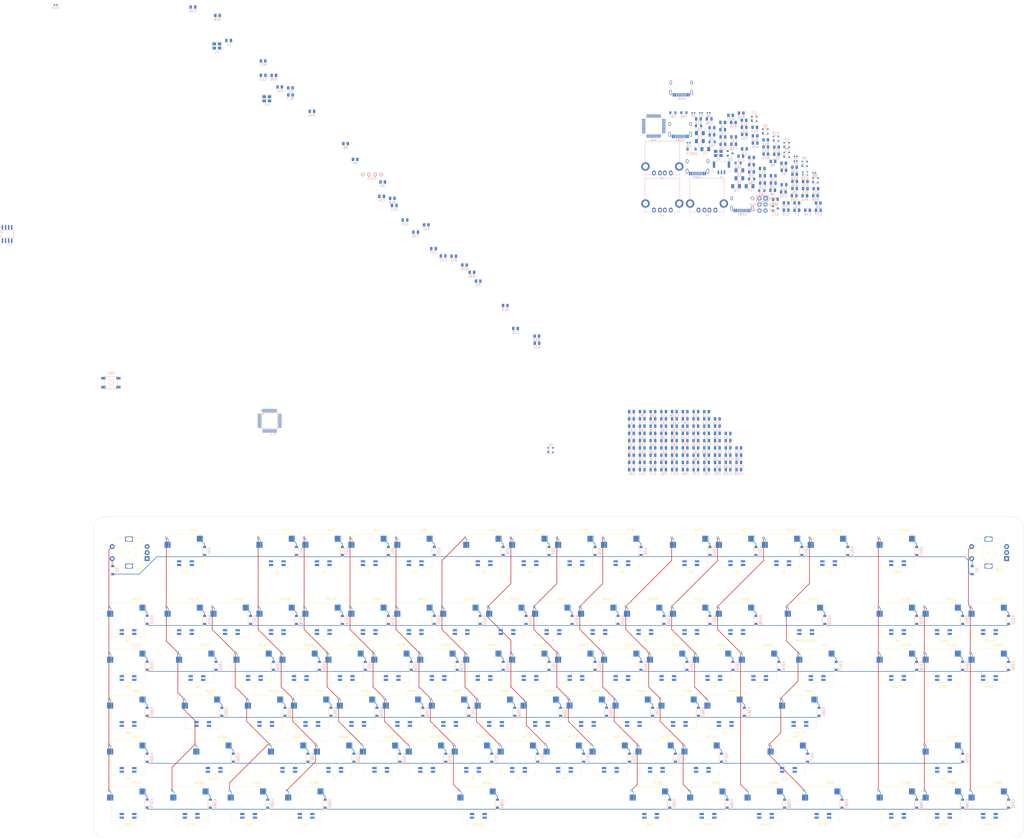
<source format=kicad_pcb>
(kicad_pcb (version 20171130) (host pcbnew "(5.1.10)-1")
  (layers (0 F.Cu signal) (31 B.Cu signal) (34 B.Paste user) (35 F.Paste user) (36 B.SilkS user) (37 F.SilkS user) (38 B.Mask user) (39 F.Mask user) (44 Edge.Cuts user))
  (net 0 "")
  (net 1 GND)
  (net 2 +5V)
  (net 3 KEYBOARD_XTAL1)
  (net 4 KEYBOARD_XTAL2)
  (net 5 XRSTJ)
  (net 6 +3V3)
  (net 7 +1V8)
  (net 8 HUB_XIN)
  (net 9 HUB_XOUT)
  (net 10 HUB_DRV)
  (net 11 "Net-(D10-Pad1)")
  (net 12 Earth)
  (net 13 KEYBOARD_RESET)
  (net 14 COL2)
  (net 15 COL1)
  (net 16 COL3)
  (net 17 "Net-(J2-Pad3)")
  (net 18 "Net-(J2-Pad2)")
  (net 19 "Net-(J3-Pad3)")
  (net 20 "Net-(J3-Pad2)")
  (net 21 "Net-(KD1-Pad2)")
  (net 22 ROW2)
  (net 23 "Net-(KD2-Pad2)")
  (net 24 ROW4)
  (net 25 "Net-(KD3-Pad2)")
  (net 26 "Net-(KD4-Pad2)")
  (net 27 "Net-(KD5-Pad2)")
  (net 28 "Net-(KD6-Pad2)")
  (net 29 ROT1_ROW)
  (net 30 "Net-(KD7-Pad2)")
  (net 31 ROW3)
  (net 32 "Net-(KD8-Pad2)")
  (net 33 ROW5)
  (net 34 "Net-(KD9-Pad2)")
  (net 35 "Net-(KD10-Pad2)")
  (net 36 "Net-(KD11-Pad2)")
  (net 37 "Net-(KD12-Pad2)")
  (net 38 "Net-(KD13-Pad2)")
  (net 39 "Net-(KD14-Pad2)")
  (net 40 "Net-(KD15-Pad2)")
  (net 41 "Net-(KD16-Pad2)")
  (net 42 "Net-(KD17-Pad2)")
  (net 43 "Net-(KD18-Pad2)")
  (net 44 "Net-(KD19-Pad2)")
  (net 45 "Net-(KD20-Pad2)")
  (net 46 "Net-(KD21-Pad2)")
  (net 47 "Net-(KD22-Pad2)")
  (net 48 "Net-(KD23-Pad2)")
  (net 49 "Net-(KD24-Pad2)")
  (net 50 "Net-(KD25-Pad2)")
  (net 51 "Net-(KD26-Pad2)")
  (net 52 "Net-(KD27-Pad2)")
  (net 53 "Net-(KD28-Pad2)")
  (net 54 "Net-(KD29-Pad2)")
  (net 55 "Net-(KD30-Pad2)")
  (net 56 "Net-(KD31-Pad2)")
  (net 57 "Net-(KD32-Pad2)")
  (net 58 "Net-(KD33-Pad2)")
  (net 59 "Net-(KD34-Pad2)")
  (net 60 "Net-(KD35-Pad2)")
  (net 61 "Net-(KD36-Pad2)")
  (net 62 "Net-(KD37-Pad2)")
  (net 63 "Net-(KD38-Pad2)")
  (net 64 "Net-(KD39-Pad2)")
  (net 65 "Net-(KD40-Pad2)")
  (net 66 "Net-(KD41-Pad2)")
  (net 67 "Net-(KD42-Pad2)")
  (net 68 "Net-(KD43-Pad2)")
  (net 69 "Net-(KD44-Pad2)")
  (net 70 "Net-(KD45-Pad2)")
  (net 71 "Net-(KD46-Pad2)")
  (net 72 "Net-(KD47-Pad2)")
  (net 73 "Net-(KD48-Pad2)")
  (net 74 "Net-(KD49-Pad2)")
  (net 75 "Net-(KD50-Pad2)")
  (net 76 "Net-(KD51-Pad2)")
  (net 77 "Net-(KD52-Pad2)")
  (net 78 "Net-(KD53-Pad2)")
  (net 79 "Net-(KD54-Pad2)")
  (net 80 "Net-(KD55-Pad2)")
  (net 81 "Net-(KD56-Pad2)")
  (net 82 "Net-(KD57-Pad2)")
  (net 83 "Net-(KD58-Pad2)")
  (net 84 "Net-(KD59-Pad2)")
  (net 85 "Net-(KD60-Pad2)")
  (net 86 "Net-(KD61-Pad2)")
  (net 87 "Net-(KD62-Pad2)")
  (net 88 "Net-(KD63-Pad2)")
  (net 89 "Net-(KD64-Pad2)")
  (net 90 "Net-(KD65-Pad2)")
  (net 91 "Net-(KD66-Pad2)")
  (net 92 "Net-(KD67-Pad2)")
  (net 93 "Net-(KD68-Pad2)")
  (net 94 "Net-(KD69-Pad2)")
  (net 95 "Net-(KD70-Pad2)")
  (net 96 "Net-(KD71-Pad2)")
  (net 97 "Net-(KD72-Pad2)")
  (net 98 "Net-(KD73-Pad2)")
  (net 99 "Net-(KD74-Pad2)")
  (net 100 "Net-(KD75-Pad2)")
  (net 101 "Net-(KD76-Pad2)")
  (net 102 "Net-(KD77-Pad2)")
  (net 103 "Net-(KD78-Pad2)")
  (net 104 "Net-(KD79-Pad2)")
  (net 105 "Net-(KD80-Pad2)")
  (net 106 "Net-(KD81-Pad2)")
  (net 107 "Net-(KD82-Pad2)")
  (net 108 "Net-(KD83-Pad2)")
  (net 109 "Net-(KD84-Pad2)")
  (net 110 "Net-(KD85-Pad2)")
  (net 111 "Net-(KD86-Pad2)")
  (net 112 "Net-(KD87-Pad2)")
  (net 113 "Net-(KD88-Pad2)")
  (net 114 "Net-(KD89-Pad2)")
  (net 115 "Net-(KD90-Pad2)")
  (net 116 DOUT1)
  (net 117 DOUT2)
  (net 118 DOUT3)
  (net 119 DOUT4)
  (net 120 DOUT5)
  (net 121 COL0)
  (net 122 COL4)
  (net 123 COL5)
  (net 124 COL6)
  (net 125 COL7)
  (net 126 COL8)
  (net 127 KEYBOARD_SDA)
  (net 128 KEYBOARD_SCL)
  (net 129 BKL_DATA_IN)
  (net 130 ENCODER_A)
  (net 131 ENCODER_B1)
  (net 132 KEYBOARD_D+)
  (net 133 KEYBOARD_D-)
  (net 134 HUB_D+)
  (net 135 HUB_D-)
  (net 136 VBUSM)
  (net 137 HUB_LED1)
  (net 138 HUB_LED2)
  (net 139 HUB_LED3)
  (net 140 HUB_LED4)
  (net 141 HUB_LED5)
  (net 142 HUB_LED6)
  (net 143 HUB_LED7)
  (net 144 "Net-(IC1-Pad27)")
  (net 145 HUB_PORT5_D-)
  (net 146 HUB_PORT5_D+)
  (net 147 "Net-(R33-Pad1)")
  (net 148 HUB_PORT6_D-)
  (net 149 HUB_PORT6_D+)
  (net 150 HUB_PORT7_D-)
  (net 151 HUB_PORT7_D+)
  (net 152 "Net-(R37-Pad1)")
  (net 153 HUB_PORT2_D+)
  (net 154 HUB_PORT2_D-)
  (net 155 HUB_PORT3_D+)
  (net 156 HUB_PORT3_D-)
  (net 157 HUB_PORT4_D+)
  (net 158 HUB_PORT4_D-)
  (net 159 HUB_SDA)
  (net 160 "Net-(USB1-Pad3)")
  (net 161 "Net-(USB1-Pad9)")
  (net 162 "Net-(USB2-Pad3)")
  (net 163 "Net-(USB2-Pad9)")
  (net 164 "Net-(USB3-Pad3)")
  (net 165 "Net-(USB3-Pad9)")
  (net 166 "Net-(USB4-Pad3)")
  (net 167 "Net-(USB4-Pad9)")
  (net 168 BOOT0)
  (net 169 USB_XTAL1)
  (net 170 "Net-(DRST1-Pad2)")
  (net 171 "Net-(J1-Pad3)")
  (net 172 "Net-(J1-Pad2)")
  (net 173 COL17)
  (net 174 COL16)
  (net 175 EXTRA_1)
  (net 176 ROW1)
  (net 177 COL9)
  (net 178 COL10)
  (net 179 COL11)
  (net 180 COL12)
  (net 181 COL13)
  (net 182 COL14)
  (net 183 COL15)
  (net 184 "Net-(R1-Pad1)")
  (net 185 "Net-(R2-Pad1)")
  (net 186 "Net-(R3-Pad1)")
  (net 187 USB_XTAL2)
  (net 188 ENCODER_B2)
  (net 189 "Net-(R39-Pad1)")
  (net 190 BKL_DATA_IN_3V3)
  (net 191 "Net-(C22-Pad2)")
  (net 192 "Net-(C24-Pad2)")
  (net 193 "Net-(C25-Pad1)")
  (net 194 "Net-(C26-Pad2)")
  (net 195 "Net-(C27-Pad1)")
  (net 196 "Net-(C28-Pad2)")
  (net 197 "Net-(D1-Pad2)")
  (net 198 "Net-(D2-Pad2)")
  (net 199 "Net-(D3-Pad1)")
  (net 200 "Net-(D4-Pad1)")
  (net 201 "Net-(D5-Pad1)")
  (net 202 "Net-(D6-Pad1)")
  (net 203 "Net-(D7-Pad1)")
  (net 204 "Net-(D8-Pad1)")
  (net 205 "Net-(D9-Pad1)")
  (net 206 "Net-(R23-Pad1)")
  (net 207 "Net-(R24-Pad1)")
  (net 208 "Net-(R25-Pad1)")
  (net 209 "Net-(R29-Pad1)")
  (net 210 "Net-(R30-Pad1)")
  (net 211 "Net-(R38-Pad2)")
  (net 212 "Net-(R40-Pad1)")
  (net 213 "Net-(R42-Pad1)")
  (net 214 "Net-(R45-Pad1)")
  (net 215 "Net-(R46-Pad1)")
  (net 216 "Net-(IC1-Pad44)")
  (net 217 "Net-(MX1-Pad5)")
  (net 218 "Net-(MX1-Pad4)")
  (net 219 "Net-(C42-Pad2)")
  (net 220 "Net-(C43-Pad2)")
  (net 221 "Net-(C44-Pad2)")
  (net 222 "Net-(C45-Pad2)")
  (net 223 "Net-(C46-Pad2)")
  (net 224 "Net-(C47-Pad2)")
  (net 225 "Net-(C48-Pad2)")
  (net 226 "Net-(C49-Pad2)")
  (net 227 "Net-(C50-Pad2)")
  (net 228 "Net-(C51-Pad2)")
  (net 229 "Net-(C52-Pad2)")
  (net 230 "Net-(C53-Pad2)")
  (net 231 "Net-(C54-Pad2)")
  (net 232 "Net-(C55-Pad2)")
  (net 233 "Net-(C56-Pad2)")
  (net 234 "Net-(C57-Pad2)")
  (net 235 "Net-(C58-Pad2)")
  (net 236 "Net-(C59-Pad2)")
  (net 237 "Net-(C60-Pad2)")
  (net 238 "Net-(C61-Pad2)")
  (net 239 "Net-(C62-Pad2)")
  (net 240 "Net-(C63-Pad2)")
  (net 241 "Net-(C64-Pad2)")
  (net 242 "Net-(C65-Pad2)")
  (net 243 "Net-(C66-Pad2)")
  (net 244 "Net-(C67-Pad2)")
  (net 245 "Net-(C68-Pad2)")
  (net 246 "Net-(C69-Pad2)")
  (net 247 "Net-(C70-Pad2)")
  (net 248 "Net-(C71-Pad2)")
  (net 249 "Net-(C72-Pad2)")
  (net 250 "Net-(C73-Pad2)")
  (net 251 "Net-(C74-Pad2)")
  (net 252 "Net-(C75-Pad2)")
  (net 253 "Net-(C76-Pad2)")
  (net 254 "Net-(C77-Pad2)")
  (net 255 "Net-(C78-Pad2)")
  (net 256 "Net-(C79-Pad2)")
  (net 257 "Net-(C80-Pad2)")
  (net 258 "Net-(C81-Pad2)")
  (net 259 "Net-(C82-Pad2)")
  (net 260 "Net-(C83-Pad2)")
  (net 261 "Net-(C84-Pad2)")
  (net 262 "Net-(C85-Pad2)")
  (net 263 "Net-(C86-Pad2)")
  (net 264 "Net-(C87-Pad2)")
  (net 265 "Net-(C88-Pad2)")
  (net 266 "Net-(C89-Pad2)")
  (net 267 "Net-(C90-Pad2)")
  (net 268 "Net-(C91-Pad2)")
  (net 269 "Net-(C92-Pad2)")
  (net 270 "Net-(C93-Pad2)")
  (net 271 "Net-(C94-Pad2)")
  (net 272 "Net-(C95-Pad2)")
  (net 273 "Net-(C96-Pad2)")
  (net 274 "Net-(C97-Pad2)")
  (net 275 "Net-(C98-Pad2)")
  (net 276 "Net-(C99-Pad2)")
  (net 277 "Net-(C100-Pad2)")
  (net 278 "Net-(C101-Pad2)")
  (net 279 "Net-(C102-Pad2)")
  (net 280 "Net-(C103-Pad2)")
  (net 281 "Net-(C104-Pad2)")
  (net 282 "Net-(C105-Pad2)")
  (net 283 "Net-(C106-Pad2)")
  (net 284 "Net-(C107-Pad2)")
  (net 285 "Net-(C108-Pad2)")
  (net 286 "Net-(C109-Pad2)")
  (net 287 "Net-(C110-Pad2)")
  (net 288 "Net-(C111-Pad2)")
  (net 289 "Net-(C112-Pad2)")
  (net 290 "Net-(C113-Pad2)")
  (net 291 "Net-(C114-Pad2)")
  (net 292 "Net-(C115-Pad2)")
  (net 293 "Net-(LC1-Pad2)")
  (net 294 "Net-(LC2-Pad2)")
  (net 295 "Net-(LC3-Pad2)")
  (net 296 "Net-(LC4-Pad2)")
  (net 297 "Net-(LC5-Pad2)")
  (net 298 "Net-(LC6-Pad2)")
  (net 299 "Net-(LC7-Pad2)")
  (net 300 "Net-(LC8-Pad2)")
  (net 301 "Net-(LC9-Pad2)")
  (net 302 "Net-(LC10-Pad2)")
  (net 303 "Net-(LC11-Pad2)")
  (net 304 "Net-(LC12-Pad2)")
  (net 305 "Net-(LC13-Pad2)")
  (net 306 "Net-(LC14-Pad2)")
  (net 307 "Net-(LC15-Pad2)")
  (net 308 "Net-(LC16-Pad2)")
  (net 309 "Net-(MX2-Pad5)")
  (net 310 "Net-(MX3-Pad5)")
  (net 311 "Net-(MX4-Pad5)")
  (net 312 "Net-(MX5-Pad5)")
  (net 313 "Net-(MX6-Pad5)")
  (net 314 "Net-(MX7-Pad5)")
  (net 315 "Net-(MX8-Pad5)")
  (net 316 "Net-(MX10-Pad4)")
  (net 317 "Net-(MX10-Pad5)")
  (net 318 "Net-(MX11-Pad5)")
  (net 319 "Net-(MX12-Pad5)")
  (net 320 "Net-(MX13-Pad5)")
  (net 321 "Net-(MX15-Pad5)")
  (net 322 "Net-(MX16-Pad5)")
  (net 323 "Net-(MX17-Pad5)")
  (net 324 "Net-(MX18-Pad5)")
  (net 325 "Net-(MX19-Pad5)")
  (net 326 "Net-(MX20-Pad5)")
  (net 327 "Net-(MX21-Pad5)")
  (net 328 "Net-(MX22-Pad5)")
  (net 329 "Net-(MX23-Pad5)")
  (net 330 "Net-(MX24-Pad5)")
  (net 331 "Net-(MX25-Pad5)")
  (net 332 "Net-(MX26-Pad5)")
  (net 333 "Net-(MX27-Pad5)")
  (net 334 "Net-(MX28-Pad5)")
  (net 335 "Net-(MX29-Pad5)")
  (net 336 "Net-(MX30-Pad5)")
  (net 337 "Net-(MX31-Pad5)")
  (net 338 "Net-(MX33-Pad5)")
  (net 339 "Net-(MX34-Pad5)")
  (net 340 "Net-(MX35-Pad5)")
  (net 341 "Net-(MX36-Pad5)")
  (net 342 "Net-(MX37-Pad5)")
  (net 343 "Net-(MX38-Pad5)")
  (net 344 "Net-(MX39-Pad5)")
  (net 345 "Net-(MX40-Pad5)")
  (net 346 "Net-(MX41-Pad5)")
  (net 347 "Net-(MX42-Pad5)")
  (net 348 "Net-(MX43-Pad5)")
  (net 349 "Net-(MX44-Pad5)")
  (net 350 "Net-(MX45-Pad5)")
  (net 351 "Net-(MX46-Pad5)")
  (net 352 "Net-(MX47-Pad5)")
  (net 353 "Net-(MX48-Pad5)")
  (net 354 "Net-(MX49-Pad5)")
  (net 355 "Net-(MX51-Pad5)")
  (net 356 "Net-(MX52-Pad5)")
  (net 357 "Net-(MX53-Pad5)")
  (net 358 "Net-(MX54-Pad5)")
  (net 359 "Net-(MX55-Pad5)")
  (net 360 "Net-(MX56-Pad5)")
  (net 361 "Net-(MX57-Pad5)")
  (net 362 "Net-(MX58-Pad5)")
  (net 363 "Net-(MX59-Pad5)")
  (net 364 "Net-(MX60-Pad5)")
  (net 365 "Net-(MX61-Pad5)")
  (net 366 "Net-(MX62-Pad5)")
  (net 367 "Net-(MX63-Pad5)")
  (net 368 "Net-(MX65-Pad5)")
  (net 369 "Net-(MX66-Pad5)")
  (net 370 "Net-(MX67-Pad5)")
  (net 371 "Net-(MX68-Pad5)")
  (net 372 "Net-(MX69-Pad5)")
  (net 373 "Net-(MX70-Pad5)")
  (net 374 "Net-(MX71-Pad5)")
  (net 375 "Net-(MX72-Pad5)")
  (net 376 "Net-(MX73-Pad5)")
  (net 377 "Net-(MX74-Pad5)")
  (net 378 "Net-(MX75-Pad5)")
  (net 379 "Net-(MX76-Pad5)")
  (net 380 "Net-(MX77-Pad5)")
  (net 381 "Net-(MX79-Pad5)")
  (net 382 "Net-(MX80-Pad5)")
  (net 383 "Net-(MX81-Pad5)")
  (net 384 "Net-(MX82-Pad5)")
  (net 385 "Net-(MX83-Pad5)")
  (net 386 "Net-(MX84-Pad5)")
  (net 387 "Net-(MX85-Pad5)")
  (net 388 "Net-(MX86-Pad5)")
  (net 389 "Net-(MX87-Pad5)")
  (net 390 "Net-(MX88-Pad5)")
  (net 391 "Net-(MX89-Pad5)")
  (net 392 "Net-(MX90-Pad5)")
  (net 393 ROT1_COL)
  (net 394 ROT2_COL)
  (module custom-footprints:CherryMX_1.00u_PCB_KailhSocket_LTST-A683CEGBW (layer F.Cu) (at 505.5869 293.669)
    (fp_text reference MX90 (at 3.3655 -8.636) (layer F.SilkS))
    (fp_text value RIGHT (at 0 8.6625) (layer F.SilkS))
    (fp_line (start -1.7 3.55) (end 1.7 3.55) (layer Edge.Cuts) (width 0.05))
    (fp_line (start 1.7 3.55) (end 1.7 6.55) (layer Edge.Cuts) (width 0.05))
    (fp_line (start 1.7 6.55) (end -1.7 6.55) (layer Edge.Cuts) (width 0.05))
    (fp_line (start -1.7 6.55) (end -1.7 3.55) (layer Edge.Cuts) (width 0.05))
    (pad 6 smd rect (at 2.6 5.8) (size 1.8 0.9) (layers B.Cu B.Paste B.Mask) (net 292 "Net-(C115-Pad2)"))
    (pad 5 smd rect (at 2.6 4.3) (size 1.8 0.9) (layers B.Cu B.Paste B.Mask) (net 392 "Net-(MX90-Pad5)"))
    (pad 4 smd rect (at -2.6 5.8) (size 1.8 0.9) (layers B.Cu B.Paste B.Mask) (net 391 "Net-(MX89-Pad5)"))
    (pad 3 smd rect (at -2.6 4.3) (size 1.8 0.9) (layers B.Cu B.Paste B.Mask) (net 1 GND))
    (pad 2 smd rect (at 6.015 -5.08) (size 2.55 2.5) (layers B.Cu B.Paste B.Mask) (net 115 "Net-(KD90-Pad2)"))
    (pad 1 smd rect (at -7.41 -2.54) (size 2.55 2.5) (layers B.Cu B.Paste B.Mask) (net 173 COL17))
    (pad "" np_thru_hole circle (at 2.54 -5.08) (size 3 3) (drill 3) (layers *.Cu *.Mask))
    (pad "" np_thru_hole circle (at -3.81 -2.54) (size 3 3) (drill 3) (layers *.Cu *.Mask))
    (pad "" np_thru_hole circle (at 5.08 0) (size 1.75 1.75) (drill 1.75) (layers *.Cu *.Mask))
    (pad "" np_thru_hole circle (at -5.08 0) (size 1.75 1.75) (drill 1.75) (layers *.Cu *.Mask))
    (pad "" np_thru_hole circle (at 0 0) (size 4 4) (drill 4) (layers *.Cu *.Mask))
  )
  (module custom-footprints:CherryMX_1.00u_PCB_KailhSocket_LTST-A683CEGBW (layer F.Cu) (at 486.5381 293.669)
    (fp_text reference MX89 (at 3.3655 -8.636) (layer F.SilkS))
    (fp_text value DOWN (at 0 8.6625) (layer F.SilkS))
    (fp_line (start -1.7 3.55) (end 1.7 3.55) (layer Edge.Cuts) (width 0.05))
    (fp_line (start 1.7 3.55) (end 1.7 6.55) (layer Edge.Cuts) (width 0.05))
    (fp_line (start 1.7 6.55) (end -1.7 6.55) (layer Edge.Cuts) (width 0.05))
    (fp_line (start -1.7 6.55) (end -1.7 3.55) (layer Edge.Cuts) (width 0.05))
    (pad 6 smd rect (at 2.6 5.8) (size 1.8 0.9) (layers B.Cu B.Paste B.Mask) (net 291 "Net-(C114-Pad2)"))
    (pad 5 smd rect (at 2.6 4.3) (size 1.8 0.9) (layers B.Cu B.Paste B.Mask) (net 391 "Net-(MX89-Pad5)"))
    (pad 4 smd rect (at -2.6 5.8) (size 1.8 0.9) (layers B.Cu B.Paste B.Mask) (net 390 "Net-(MX88-Pad5)"))
    (pad 3 smd rect (at -2.6 4.3) (size 1.8 0.9) (layers B.Cu B.Paste B.Mask) (net 1 GND))
    (pad 2 smd rect (at 6.015 -5.08) (size 2.55 2.5) (layers B.Cu B.Paste B.Mask) (net 114 "Net-(KD89-Pad2)"))
    (pad 1 smd rect (at -7.41 -2.54) (size 2.55 2.5) (layers B.Cu B.Paste B.Mask) (net 174 COL16))
    (pad "" np_thru_hole circle (at 2.54 -5.08) (size 3 3) (drill 3) (layers *.Cu *.Mask))
    (pad "" np_thru_hole circle (at -3.81 -2.54) (size 3 3) (drill 3) (layers *.Cu *.Mask))
    (pad "" np_thru_hole circle (at 5.08 0) (size 1.75 1.75) (drill 1.75) (layers *.Cu *.Mask))
    (pad "" np_thru_hole circle (at -5.08 0) (size 1.75 1.75) (drill 1.75) (layers *.Cu *.Mask))
    (pad "" np_thru_hole circle (at 0 0) (size 4 4) (drill 4) (layers *.Cu *.Mask))
  )
  (module custom-footprints:CherryMX_1.00u_PCB_KailhSocket_LTST-A683CEGBW (layer F.Cu) (at 467.4893 293.669)
    (fp_text reference MX88 (at 3.3655 -8.636) (layer F.SilkS))
    (fp_text value LEFT (at 0 8.6625) (layer F.SilkS))
    (fp_line (start -1.7 3.55) (end 1.7 3.55) (layer Edge.Cuts) (width 0.05))
    (fp_line (start 1.7 3.55) (end 1.7 6.55) (layer Edge.Cuts) (width 0.05))
    (fp_line (start 1.7 6.55) (end -1.7 6.55) (layer Edge.Cuts) (width 0.05))
    (fp_line (start -1.7 6.55) (end -1.7 3.55) (layer Edge.Cuts) (width 0.05))
    (pad 6 smd rect (at 2.6 5.8) (size 1.8 0.9) (layers B.Cu B.Paste B.Mask) (net 290 "Net-(C113-Pad2)"))
    (pad 5 smd rect (at 2.6 4.3) (size 1.8 0.9) (layers B.Cu B.Paste B.Mask) (net 390 "Net-(MX88-Pad5)"))
    (pad 4 smd rect (at -2.6 5.8) (size 1.8 0.9) (layers B.Cu B.Paste B.Mask) (net 389 "Net-(MX87-Pad5)"))
    (pad 3 smd rect (at -2.6 4.3) (size 1.8 0.9) (layers B.Cu B.Paste B.Mask) (net 1 GND))
    (pad 2 smd rect (at 6.015 -5.08) (size 2.55 2.5) (layers B.Cu B.Paste B.Mask) (net 113 "Net-(KD88-Pad2)"))
    (pad 1 smd rect (at -7.41 -2.54) (size 2.55 2.5) (layers B.Cu B.Paste B.Mask) (net 183 COL15))
    (pad "" np_thru_hole circle (at 2.54 -5.08) (size 3 3) (drill 3) (layers *.Cu *.Mask))
    (pad "" np_thru_hole circle (at -3.81 -2.54) (size 3 3) (drill 3) (layers *.Cu *.Mask))
    (pad "" np_thru_hole circle (at 5.08 0) (size 1.75 1.75) (drill 1.75) (layers *.Cu *.Mask))
    (pad "" np_thru_hole circle (at -5.08 0) (size 1.75 1.75) (drill 1.75) (layers *.Cu *.Mask))
    (pad "" np_thru_hole circle (at 0 0) (size 4 4) (drill 4) (layers *.Cu *.Mask))
  )
  (module custom-footprints:CherryMX_1.25u_PCB_KailhSocket_LTST-A683CEGBW (layer F.Cu) (at 436.535 293.669)
    (fp_text reference MX87 (at 3.3655 -8.636) (layer F.SilkS))
    (fp_text value RCTRL (at 0 8.6625) (layer F.SilkS))
    (fp_line (start -1.7 6.55) (end -1.7 3.55) (layer Edge.Cuts) (width 0.05))
    (fp_line (start 1.7 6.55) (end -1.7 6.55) (layer Edge.Cuts) (width 0.05))
    (fp_line (start 1.7 3.55) (end 1.7 6.55) (layer Edge.Cuts) (width 0.05))
    (fp_line (start -1.7 3.55) (end 1.7 3.55) (layer Edge.Cuts) (width 0.05))
    (pad 6 smd rect (at 2.6 5.8) (size 1.8 0.9) (layers B.Cu B.Paste B.Mask) (net 289 "Net-(C112-Pad2)"))
    (pad 5 smd rect (at 2.6 4.3) (size 1.8 0.9) (layers B.Cu B.Paste B.Mask) (net 389 "Net-(MX87-Pad5)"))
    (pad 4 smd rect (at -2.6 5.8) (size 1.8 0.9) (layers B.Cu B.Paste B.Mask) (net 388 "Net-(MX86-Pad5)"))
    (pad 3 smd rect (at -2.6 4.3) (size 1.8 0.9) (layers B.Cu B.Paste B.Mask) (net 1 GND))
    (pad 2 smd rect (at 6.015 -5.08) (size 2.55 2.5) (layers B.Cu B.Paste B.Mask) (net 112 "Net-(KD87-Pad2)"))
    (pad 1 smd rect (at -7.41 -2.54) (size 2.55 2.5) (layers B.Cu B.Paste B.Mask) (net 182 COL14))
    (pad "" np_thru_hole circle (at 2.54 -5.08) (size 3 3) (drill 3) (layers *.Cu *.Mask))
    (pad "" np_thru_hole circle (at -3.81 -2.54) (size 3 3) (drill 3) (layers *.Cu *.Mask))
    (pad "" np_thru_hole circle (at 5.08 0) (size 1.75 1.75) (drill 1.75) (layers *.Cu *.Mask))
    (pad "" np_thru_hole circle (at -5.08 0) (size 1.75 1.75) (drill 1.75) (layers *.Cu *.Mask))
    (pad "" np_thru_hole circle (at 0 0) (size 4 4) (drill 4) (layers *.Cu *.Mask))
  )
  (module custom-footprints:CherryMX_1.25u_PCB_KailhSocket_LTST-A683CEGBW (layer F.Cu) (at 412.724 293.669)
    (fp_text reference MX86 (at 3.3655 -8.636) (layer F.SilkS))
    (fp_text value MENU (at 0 8.6625) (layer F.SilkS))
    (fp_line (start -1.7 6.55) (end -1.7 3.55) (layer Edge.Cuts) (width 0.05))
    (fp_line (start 1.7 6.55) (end -1.7 6.55) (layer Edge.Cuts) (width 0.05))
    (fp_line (start 1.7 3.55) (end 1.7 6.55) (layer Edge.Cuts) (width 0.05))
    (fp_line (start -1.7 3.55) (end 1.7 3.55) (layer Edge.Cuts) (width 0.05))
    (pad 6 smd rect (at 2.6 5.8) (size 1.8 0.9) (layers B.Cu B.Paste B.Mask) (net 288 "Net-(C111-Pad2)"))
    (pad 5 smd rect (at 2.6 4.3) (size 1.8 0.9) (layers B.Cu B.Paste B.Mask) (net 388 "Net-(MX86-Pad5)"))
    (pad 4 smd rect (at -2.6 5.8) (size 1.8 0.9) (layers B.Cu B.Paste B.Mask) (net 387 "Net-(MX85-Pad5)"))
    (pad 3 smd rect (at -2.6 4.3) (size 1.8 0.9) (layers B.Cu B.Paste B.Mask) (net 1 GND))
    (pad 2 smd rect (at 6.015 -5.08) (size 2.55 2.5) (layers B.Cu B.Paste B.Mask) (net 111 "Net-(KD86-Pad2)"))
    (pad 1 smd rect (at -7.41 -2.54) (size 2.55 2.5) (layers B.Cu B.Paste B.Mask) (net 181 COL13))
    (pad "" np_thru_hole circle (at 2.54 -5.08) (size 3 3) (drill 3) (layers *.Cu *.Mask))
    (pad "" np_thru_hole circle (at -3.81 -2.54) (size 3 3) (drill 3) (layers *.Cu *.Mask))
    (pad "" np_thru_hole circle (at 5.08 0) (size 1.75 1.75) (drill 1.75) (layers *.Cu *.Mask))
    (pad "" np_thru_hole circle (at -5.08 0) (size 1.75 1.75) (drill 1.75) (layers *.Cu *.Mask))
    (pad "" np_thru_hole circle (at 0 0) (size 4 4) (drill 4) (layers *.Cu *.Mask))
  )
  (module custom-footprints:CherryMX_1.25u_PCB_KailhSocket_LTST-A683CEGBW (layer F.Cu) (at 388.913 293.669)
    (fp_text reference MX85 (at 3.3655 -8.636) (layer F.SilkS))
    (fp_text value RGUI (at 0 8.6625) (layer F.SilkS))
    (fp_line (start -1.7 6.55) (end -1.7 3.55) (layer Edge.Cuts) (width 0.05))
    (fp_line (start 1.7 6.55) (end -1.7 6.55) (layer Edge.Cuts) (width 0.05))
    (fp_line (start 1.7 3.55) (end 1.7 6.55) (layer Edge.Cuts) (width 0.05))
    (fp_line (start -1.7 3.55) (end 1.7 3.55) (layer Edge.Cuts) (width 0.05))
    (pad 6 smd rect (at 2.6 5.8) (size 1.8 0.9) (layers B.Cu B.Paste B.Mask) (net 287 "Net-(C110-Pad2)"))
    (pad 5 smd rect (at 2.6 4.3) (size 1.8 0.9) (layers B.Cu B.Paste B.Mask) (net 387 "Net-(MX85-Pad5)"))
    (pad 4 smd rect (at -2.6 5.8) (size 1.8 0.9) (layers B.Cu B.Paste B.Mask) (net 386 "Net-(MX84-Pad5)"))
    (pad 3 smd rect (at -2.6 4.3) (size 1.8 0.9) (layers B.Cu B.Paste B.Mask) (net 1 GND))
    (pad 2 smd rect (at 6.015 -5.08) (size 2.55 2.5) (layers B.Cu B.Paste B.Mask) (net 110 "Net-(KD85-Pad2)"))
    (pad 1 smd rect (at -7.41 -2.54) (size 2.55 2.5) (layers B.Cu B.Paste B.Mask) (net 179 COL11))
    (pad "" np_thru_hole circle (at 2.54 -5.08) (size 3 3) (drill 3) (layers *.Cu *.Mask))
    (pad "" np_thru_hole circle (at -3.81 -2.54) (size 3 3) (drill 3) (layers *.Cu *.Mask))
    (pad "" np_thru_hole circle (at 5.08 0) (size 1.75 1.75) (drill 1.75) (layers *.Cu *.Mask))
    (pad "" np_thru_hole circle (at -5.08 0) (size 1.75 1.75) (drill 1.75) (layers *.Cu *.Mask))
    (pad "" np_thru_hole circle (at 0 0) (size 4 4) (drill 4) (layers *.Cu *.Mask))
  )
  (module custom-footprints:CherryMX_1.25u_PCB_KailhSocket_LTST-A683CEGBW (layer F.Cu) (at 365.102 293.669)
    (fp_text reference MX84 (at 3.3655 -8.636) (layer F.SilkS))
    (fp_text value RALT (at 0 8.6625) (layer F.SilkS))
    (fp_line (start -1.7 6.55) (end -1.7 3.55) (layer Edge.Cuts) (width 0.05))
    (fp_line (start 1.7 6.55) (end -1.7 6.55) (layer Edge.Cuts) (width 0.05))
    (fp_line (start 1.7 3.55) (end 1.7 6.55) (layer Edge.Cuts) (width 0.05))
    (fp_line (start -1.7 3.55) (end 1.7 3.55) (layer Edge.Cuts) (width 0.05))
    (pad 6 smd rect (at 2.6 5.8) (size 1.8 0.9) (layers B.Cu B.Paste B.Mask) (net 286 "Net-(C109-Pad2)"))
    (pad 5 smd rect (at 2.6 4.3) (size 1.8 0.9) (layers B.Cu B.Paste B.Mask) (net 386 "Net-(MX84-Pad5)"))
    (pad 4 smd rect (at -2.6 5.8) (size 1.8 0.9) (layers B.Cu B.Paste B.Mask) (net 385 "Net-(MX83-Pad5)"))
    (pad 3 smd rect (at -2.6 4.3) (size 1.8 0.9) (layers B.Cu B.Paste B.Mask) (net 1 GND))
    (pad 2 smd rect (at 6.015 -5.08) (size 2.55 2.5) (layers B.Cu B.Paste B.Mask) (net 109 "Net-(KD84-Pad2)"))
    (pad 1 smd rect (at -7.41 -2.54) (size 2.55 2.5) (layers B.Cu B.Paste B.Mask) (net 178 COL10))
    (pad "" np_thru_hole circle (at 2.54 -5.08) (size 3 3) (drill 3) (layers *.Cu *.Mask))
    (pad "" np_thru_hole circle (at -3.81 -2.54) (size 3 3) (drill 3) (layers *.Cu *.Mask))
    (pad "" np_thru_hole circle (at 5.08 0) (size 1.75 1.75) (drill 1.75) (layers *.Cu *.Mask))
    (pad "" np_thru_hole circle (at -5.08 0) (size 1.75 1.75) (drill 1.75) (layers *.Cu *.Mask))
    (pad "" np_thru_hole circle (at 0 0) (size 4 4) (drill 4) (layers *.Cu *.Mask))
  )
  (module custom-footprints:CherryMX_6.25u_PCB_KailhSocket_LTST-A683CEGBW (layer F.Cu) (at 293.669 293.669)
    (fp_text reference MX83 (at 3.7084 -8.5852) (layer F.SilkS))
    (fp_text value SPACE (at 0 8.6625) (layer F.SilkS))
    (fp_line (start -1.7 3.55) (end 1.7 3.55) (layer Edge.Cuts) (width 0.05))
    (fp_line (start 1.7 3.55) (end 1.7 6.55) (layer Edge.Cuts) (width 0.05))
    (fp_line (start 1.7 6.55) (end -1.7 6.55) (layer Edge.Cuts) (width 0.05))
    (fp_line (start -1.7 6.55) (end -1.7 3.55) (layer Edge.Cuts) (width 0.05))
    (pad "" np_thru_hole circle (at 49.99355 -6.9596) (size 3.048 3.048) (drill 3.048) (layers *.Cu *.Mask))
    (pad "" np_thru_hole circle (at 49.99355 8.2804) (size 3.9878 3.9878) (drill 3.9878) (layers *.Cu *.Mask))
    (pad "" np_thru_hole circle (at -50.00625 -6.9596) (size 3.048 3.048) (drill 3.048) (layers *.Cu *.Mask))
    (pad "" np_thru_hole circle (at -50.00625 8.2804) (size 3.9878 3.9878) (drill 3.9878) (layers *.Cu *.Mask))
    (pad 6 smd rect (at 2.6 5.8) (size 1.8 0.9) (layers B.Cu B.Paste B.Mask) (net 285 "Net-(C108-Pad2)"))
    (pad 5 smd rect (at 2.6 4.3) (size 1.8 0.9) (layers B.Cu B.Paste B.Mask) (net 385 "Net-(MX83-Pad5)"))
    (pad 4 smd rect (at -2.6 5.8) (size 1.8 0.9) (layers B.Cu B.Paste B.Mask) (net 384 "Net-(MX82-Pad5)"))
    (pad 3 smd rect (at -2.6 4.3) (size 1.8 0.9) (layers B.Cu B.Paste B.Mask) (net 1 GND))
    (pad 2 smd rect (at 6.015 -5.08) (size 2.55 2.5) (layers B.Cu B.Paste B.Mask) (net 108 "Net-(KD83-Pad2)"))
    (pad 1 smd rect (at -7.41 -2.54) (size 2.55 2.5) (layers B.Cu B.Paste B.Mask) (net 124 COL6))
    (pad "" np_thru_hole circle (at 2.54 -5.08) (size 3 3) (drill 3) (layers *.Cu *.Mask))
    (pad "" np_thru_hole circle (at -3.81 -2.54) (size 3 3) (drill 3) (layers *.Cu *.Mask))
    (pad "" np_thru_hole circle (at 5.08 0) (size 1.75 1.75) (drill 1.75) (layers *.Cu *.Mask))
    (pad "" np_thru_hole circle (at -5.08 0) (size 1.75 1.75) (drill 1.75) (layers *.Cu *.Mask))
    (pad "" np_thru_hole circle (at 0 0) (size 4 4) (drill 4) (layers *.Cu *.Mask))
  )
  (module custom-footprints:CherryMX_1.25u_PCB_KailhSocket_LTST-A683CEGBW (layer F.Cu) (at 222.236 293.669)
    (fp_text reference MX82 (at 3.3655 -8.636) (layer F.SilkS))
    (fp_text value LALT (at 0 8.6625) (layer F.SilkS))
    (fp_line (start -1.7 6.55) (end -1.7 3.55) (layer Edge.Cuts) (width 0.05))
    (fp_line (start 1.7 6.55) (end -1.7 6.55) (layer Edge.Cuts) (width 0.05))
    (fp_line (start 1.7 3.55) (end 1.7 6.55) (layer Edge.Cuts) (width 0.05))
    (fp_line (start -1.7 3.55) (end 1.7 3.55) (layer Edge.Cuts) (width 0.05))
    (pad 6 smd rect (at 2.6 5.8) (size 1.8 0.9) (layers B.Cu B.Paste B.Mask) (net 284 "Net-(C107-Pad2)"))
    (pad 5 smd rect (at 2.6 4.3) (size 1.8 0.9) (layers B.Cu B.Paste B.Mask) (net 384 "Net-(MX82-Pad5)"))
    (pad 4 smd rect (at -2.6 5.8) (size 1.8 0.9) (layers B.Cu B.Paste B.Mask) (net 383 "Net-(MX81-Pad5)"))
    (pad 3 smd rect (at -2.6 4.3) (size 1.8 0.9) (layers B.Cu B.Paste B.Mask) (net 1 GND))
    (pad 2 smd rect (at 6.015 -5.08) (size 2.55 2.5) (layers B.Cu B.Paste B.Mask) (net 107 "Net-(KD82-Pad2)"))
    (pad 1 smd rect (at -7.41 -2.54) (size 2.55 2.5) (layers B.Cu B.Paste B.Mask) (net 16 COL3))
    (pad "" np_thru_hole circle (at 2.54 -5.08) (size 3 3) (drill 3) (layers *.Cu *.Mask))
    (pad "" np_thru_hole circle (at -3.81 -2.54) (size 3 3) (drill 3) (layers *.Cu *.Mask))
    (pad "" np_thru_hole circle (at 5.08 0) (size 1.75 1.75) (drill 1.75) (layers *.Cu *.Mask))
    (pad "" np_thru_hole circle (at -5.08 0) (size 1.75 1.75) (drill 1.75) (layers *.Cu *.Mask))
    (pad "" np_thru_hole circle (at 0 0) (size 4 4) (drill 4) (layers *.Cu *.Mask))
  )
  (module custom-footprints:CherryMX_1.25u_PCB_KailhSocket_LTST-A683CEGBW (layer F.Cu) (at 198.425 293.669)
    (fp_text reference MX81 (at 3.3655 -8.636) (layer F.SilkS))
    (fp_text value LGUI (at 0 8.6625) (layer F.SilkS))
    (fp_line (start -1.7 6.55) (end -1.7 3.55) (layer Edge.Cuts) (width 0.05))
    (fp_line (start 1.7 6.55) (end -1.7 6.55) (layer Edge.Cuts) (width 0.05))
    (fp_line (start 1.7 3.55) (end 1.7 6.55) (layer Edge.Cuts) (width 0.05))
    (fp_line (start -1.7 3.55) (end 1.7 3.55) (layer Edge.Cuts) (width 0.05))
    (pad 6 smd rect (at 2.6 5.8) (size 1.8 0.9) (layers B.Cu B.Paste B.Mask) (net 308 "Net-(LC16-Pad2)"))
    (pad 5 smd rect (at 2.6 4.3) (size 1.8 0.9) (layers B.Cu B.Paste B.Mask) (net 383 "Net-(MX81-Pad5)"))
    (pad 4 smd rect (at -2.6 5.8) (size 1.8 0.9) (layers B.Cu B.Paste B.Mask) (net 382 "Net-(MX80-Pad5)"))
    (pad 3 smd rect (at -2.6 4.3) (size 1.8 0.9) (layers B.Cu B.Paste B.Mask) (net 1 GND))
    (pad 2 smd rect (at 6.015 -5.08) (size 2.55 2.5) (layers B.Cu B.Paste B.Mask) (net 106 "Net-(KD81-Pad2)"))
    (pad 1 smd rect (at -7.41 -2.54) (size 2.55 2.5) (layers B.Cu B.Paste B.Mask) (net 14 COL2))
    (pad "" np_thru_hole circle (at 2.54 -5.08) (size 3 3) (drill 3) (layers *.Cu *.Mask))
    (pad "" np_thru_hole circle (at -3.81 -2.54) (size 3 3) (drill 3) (layers *.Cu *.Mask))
    (pad "" np_thru_hole circle (at 5.08 0) (size 1.75 1.75) (drill 1.75) (layers *.Cu *.Mask))
    (pad "" np_thru_hole circle (at -5.08 0) (size 1.75 1.75) (drill 1.75) (layers *.Cu *.Mask))
    (pad "" np_thru_hole circle (at 0 0) (size 4 4) (drill 4) (layers *.Cu *.Mask))
  )
  (module custom-footprints:CherryMX_1.25u_PCB_KailhSocket_LTST-A683CEGBW (layer F.Cu) (at 174.614 293.669)
    (fp_text reference MX80 (at 3.3655 -8.636) (layer F.SilkS))
    (fp_text value LCTRL (at 0 8.6625) (layer F.SilkS))
    (fp_line (start -1.7 6.55) (end -1.7 3.55) (layer Edge.Cuts) (width 0.05))
    (fp_line (start 1.7 6.55) (end -1.7 6.55) (layer Edge.Cuts) (width 0.05))
    (fp_line (start 1.7 3.55) (end 1.7 6.55) (layer Edge.Cuts) (width 0.05))
    (fp_line (start -1.7 3.55) (end 1.7 3.55) (layer Edge.Cuts) (width 0.05))
    (pad 6 smd rect (at 2.6 5.8) (size 1.8 0.9) (layers B.Cu B.Paste B.Mask) (net 307 "Net-(LC15-Pad2)"))
    (pad 5 smd rect (at 2.6 4.3) (size 1.8 0.9) (layers B.Cu B.Paste B.Mask) (net 382 "Net-(MX80-Pad5)"))
    (pad 4 smd rect (at -2.6 5.8) (size 1.8 0.9) (layers B.Cu B.Paste B.Mask) (net 381 "Net-(MX79-Pad5)"))
    (pad 3 smd rect (at -2.6 4.3) (size 1.8 0.9) (layers B.Cu B.Paste B.Mask) (net 1 GND))
    (pad 2 smd rect (at 6.015 -5.08) (size 2.55 2.5) (layers B.Cu B.Paste B.Mask) (net 105 "Net-(KD80-Pad2)"))
    (pad 1 smd rect (at -7.41 -2.54) (size 2.55 2.5) (layers B.Cu B.Paste B.Mask) (net 15 COL1))
    (pad "" np_thru_hole circle (at 2.54 -5.08) (size 3 3) (drill 3) (layers *.Cu *.Mask))
    (pad "" np_thru_hole circle (at -3.81 -2.54) (size 3 3) (drill 3) (layers *.Cu *.Mask))
    (pad "" np_thru_hole circle (at 5.08 0) (size 1.75 1.75) (drill 1.75) (layers *.Cu *.Mask))
    (pad "" np_thru_hole circle (at -5.08 0) (size 1.75 1.75) (drill 1.75) (layers *.Cu *.Mask))
    (pad "" np_thru_hole circle (at 0 0) (size 4 4) (drill 4) (layers *.Cu *.Mask))
  )
  (module custom-footprints:CherryMX_1.00u_PCB_KailhSocket_LTST-A683CEGBW (layer F.Cu) (at 148.4219 293.669)
    (fp_text reference MX79 (at 3.3655 -8.636) (layer F.SilkS))
    (fp_text value M5 (at 0 8.6625) (layer F.SilkS))
    (fp_line (start -1.7 3.55) (end 1.7 3.55) (layer Edge.Cuts) (width 0.05))
    (fp_line (start 1.7 3.55) (end 1.7 6.55) (layer Edge.Cuts) (width 0.05))
    (fp_line (start 1.7 6.55) (end -1.7 6.55) (layer Edge.Cuts) (width 0.05))
    (fp_line (start -1.7 6.55) (end -1.7 3.55) (layer Edge.Cuts) (width 0.05))
    (pad 6 smd rect (at 2.6 5.8) (size 1.8 0.9) (layers B.Cu B.Paste B.Mask) (net 306 "Net-(LC14-Pad2)"))
    (pad 5 smd rect (at 2.6 4.3) (size 1.8 0.9) (layers B.Cu B.Paste B.Mask) (net 381 "Net-(MX79-Pad5)"))
    (pad 4 smd rect (at -2.6 5.8) (size 1.8 0.9) (layers B.Cu B.Paste B.Mask) (net 120 DOUT5))
    (pad 3 smd rect (at -2.6 4.3) (size 1.8 0.9) (layers B.Cu B.Paste B.Mask) (net 1 GND))
    (pad 2 smd rect (at 6.015 -5.08) (size 2.55 2.5) (layers B.Cu B.Paste B.Mask) (net 104 "Net-(KD79-Pad2)"))
    (pad 1 smd rect (at -7.41 -2.54) (size 2.55 2.5) (layers B.Cu B.Paste B.Mask) (net 121 COL0))
    (pad "" np_thru_hole circle (at 2.54 -5.08) (size 3 3) (drill 3) (layers *.Cu *.Mask))
    (pad "" np_thru_hole circle (at -3.81 -2.54) (size 3 3) (drill 3) (layers *.Cu *.Mask))
    (pad "" np_thru_hole circle (at 5.08 0) (size 1.75 1.75) (drill 1.75) (layers *.Cu *.Mask))
    (pad "" np_thru_hole circle (at -5.08 0) (size 1.75 1.75) (drill 1.75) (layers *.Cu *.Mask))
    (pad "" np_thru_hole circle (at 0 0) (size 4 4) (drill 4) (layers *.Cu *.Mask))
  )
  (module custom-footprints:CherryMX_1.00u_PCB_KailhSocket_LTST-A683CEGBW (layer F.Cu) (at 486.5381 274.6202)
    (fp_text reference MX78 (at 3.3655 -8.636) (layer F.SilkS))
    (fp_text value UP (at 0 8.6625) (layer F.SilkS))
    (fp_line (start -1.7 3.55) (end 1.7 3.55) (layer Edge.Cuts) (width 0.05))
    (fp_line (start 1.7 3.55) (end 1.7 6.55) (layer Edge.Cuts) (width 0.05))
    (fp_line (start 1.7 6.55) (end -1.7 6.55) (layer Edge.Cuts) (width 0.05))
    (fp_line (start -1.7 6.55) (end -1.7 3.55) (layer Edge.Cuts) (width 0.05))
    (pad 6 smd rect (at 2.6 5.8) (size 1.8 0.9) (layers B.Cu B.Paste B.Mask) (net 283 "Net-(C106-Pad2)"))
    (pad 5 smd rect (at 2.6 4.3) (size 1.8 0.9) (layers B.Cu B.Paste B.Mask) (net 120 DOUT5))
    (pad 4 smd rect (at -2.6 5.8) (size 1.8 0.9) (layers B.Cu B.Paste B.Mask) (net 380 "Net-(MX77-Pad5)"))
    (pad 3 smd rect (at -2.6 4.3) (size 1.8 0.9) (layers B.Cu B.Paste B.Mask) (net 1 GND))
    (pad 2 smd rect (at 6.015 -5.08) (size 2.55 2.5) (layers B.Cu B.Paste B.Mask) (net 103 "Net-(KD78-Pad2)"))
    (pad 1 smd rect (at -7.41 -2.54) (size 2.55 2.5) (layers B.Cu B.Paste B.Mask) (net 174 COL16))
    (pad "" np_thru_hole circle (at 2.54 -5.08) (size 3 3) (drill 3) (layers *.Cu *.Mask))
    (pad "" np_thru_hole circle (at -3.81 -2.54) (size 3 3) (drill 3) (layers *.Cu *.Mask))
    (pad "" np_thru_hole circle (at 5.08 0) (size 1.75 1.75) (drill 1.75) (layers *.Cu *.Mask))
    (pad "" np_thru_hole circle (at -5.08 0) (size 1.75 1.75) (drill 1.75) (layers *.Cu *.Mask))
    (pad "" np_thru_hole circle (at 0 0) (size 4 4) (drill 4) (layers *.Cu *.Mask))
  )
  (module custom-footprints:CherryMX_2.75u_PCB_KailhSocket_LTST-A683CEGBW (layer F.Cu) (at 422.2484 274.6202)
    (fp_text reference MX77 (at 3.6068 -8.5852) (layer F.SilkS))
    (fp_text value RSHIFT (at 0 8.6625) (layer F.SilkS))
    (fp_line (start -1.7 6.55) (end -1.7 3.55) (layer Edge.Cuts) (width 0.05))
    (fp_line (start 1.7 6.55) (end -1.7 6.55) (layer Edge.Cuts) (width 0.05))
    (fp_line (start 1.7 3.55) (end 1.7 6.55) (layer Edge.Cuts) (width 0.05))
    (fp_line (start -1.7 3.55) (end 1.7 3.55) (layer Edge.Cuts) (width 0.05))
    (pad "" np_thru_hole circle (at 0 0) (size 4 4) (drill 4) (layers *.Cu *.Mask))
    (pad "" np_thru_hole circle (at -5.08 0) (size 1.75 1.75) (drill 1.75) (layers *.Cu *.Mask))
    (pad "" np_thru_hole circle (at 5.08 0) (size 1.75 1.75) (drill 1.75) (layers *.Cu *.Mask))
    (pad "" np_thru_hole circle (at -3.81 -2.54) (size 3 3) (drill 3) (layers *.Cu *.Mask))
    (pad "" np_thru_hole circle (at 2.54 -5.08) (size 3 3) (drill 3) (layers *.Cu *.Mask))
    (pad 1 smd rect (at -7.41 -2.54) (size 2.55 2.5) (layers B.Cu B.Paste B.Mask) (net 182 COL14))
    (pad 2 smd rect (at 6.015 -5.08) (size 2.55 2.5) (layers B.Cu B.Paste B.Mask) (net 102 "Net-(KD77-Pad2)"))
    (pad 3 smd rect (at -2.6 4.3) (size 1.8 0.9) (layers B.Cu B.Paste B.Mask) (net 1 GND))
    (pad 4 smd rect (at -2.6 5.8) (size 1.8 0.9) (layers B.Cu B.Paste B.Mask) (net 379 "Net-(MX76-Pad5)"))
    (pad 5 smd rect (at 2.6 4.3) (size 1.8 0.9) (layers B.Cu B.Paste B.Mask) (net 380 "Net-(MX77-Pad5)"))
    (pad 6 smd rect (at 2.6 5.8) (size 1.8 0.9) (layers B.Cu B.Paste B.Mask) (net 282 "Net-(C105-Pad2)"))
    (pad "" np_thru_hole circle (at -11.90625 8.255) (size 3.9878 3.9878) (drill 3.9878) (layers *.Cu *.Mask))
    (pad "" np_thru_hole circle (at 11.96975 8.255) (size 3.9878 3.9878) (drill 3.9878) (layers *.Cu *.Mask))
    (pad "" np_thru_hole circle (at -11.90625 -6.985) (size 3.048 3.048) (drill 3.048) (layers *.Cu *.Mask))
    (pad "" np_thru_hole circle (at 11.96975 -6.985) (size 3.048 3.048) (drill 3.048) (layers *.Cu *.Mask))
  )
  (module custom-footprints:CherryMX_1.00u_PCB_KailhSocket_LTST-A683CEGBW (layer F.Cu) (at 386.5319 274.6202)
    (fp_text reference MX76 (at 3.3655 -8.636) (layer F.SilkS))
    (fp_text value / (at 0 8.6625) (layer F.SilkS))
    (fp_line (start -1.7 3.55) (end 1.7 3.55) (layer Edge.Cuts) (width 0.05))
    (fp_line (start 1.7 3.55) (end 1.7 6.55) (layer Edge.Cuts) (width 0.05))
    (fp_line (start 1.7 6.55) (end -1.7 6.55) (layer Edge.Cuts) (width 0.05))
    (fp_line (start -1.7 6.55) (end -1.7 3.55) (layer Edge.Cuts) (width 0.05))
    (pad 6 smd rect (at 2.6 5.8) (size 1.8 0.9) (layers B.Cu B.Paste B.Mask) (net 281 "Net-(C104-Pad2)"))
    (pad 5 smd rect (at 2.6 4.3) (size 1.8 0.9) (layers B.Cu B.Paste B.Mask) (net 379 "Net-(MX76-Pad5)"))
    (pad 4 smd rect (at -2.6 5.8) (size 1.8 0.9) (layers B.Cu B.Paste B.Mask) (net 378 "Net-(MX75-Pad5)"))
    (pad 3 smd rect (at -2.6 4.3) (size 1.8 0.9) (layers B.Cu B.Paste B.Mask) (net 1 GND))
    (pad 2 smd rect (at 6.015 -5.08) (size 2.55 2.5) (layers B.Cu B.Paste B.Mask) (net 101 "Net-(KD76-Pad2)"))
    (pad 1 smd rect (at -7.41 -2.54) (size 2.55 2.5) (layers B.Cu B.Paste B.Mask) (net 179 COL11))
    (pad "" np_thru_hole circle (at 2.54 -5.08) (size 3 3) (drill 3) (layers *.Cu *.Mask))
    (pad "" np_thru_hole circle (at -3.81 -2.54) (size 3 3) (drill 3) (layers *.Cu *.Mask))
    (pad "" np_thru_hole circle (at 5.08 0) (size 1.75 1.75) (drill 1.75) (layers *.Cu *.Mask))
    (pad "" np_thru_hole circle (at -5.08 0) (size 1.75 1.75) (drill 1.75) (layers *.Cu *.Mask))
    (pad "" np_thru_hole circle (at 0 0) (size 4 4) (drill 4) (layers *.Cu *.Mask))
  )
  (module custom-footprints:CherryMX_1.00u_PCB_KailhSocket_LTST-A683CEGBW (layer F.Cu) (at 367.4831 274.6202)
    (fp_text reference MX75 (at 3.3655 -8.636) (layer F.SilkS))
    (fp_text value ./> (at 0 8.6625) (layer F.SilkS))
    (fp_line (start -1.7 3.55) (end 1.7 3.55) (layer Edge.Cuts) (width 0.05))
    (fp_line (start 1.7 3.55) (end 1.7 6.55) (layer Edge.Cuts) (width 0.05))
    (fp_line (start 1.7 6.55) (end -1.7 6.55) (layer Edge.Cuts) (width 0.05))
    (fp_line (start -1.7 6.55) (end -1.7 3.55) (layer Edge.Cuts) (width 0.05))
    (pad 6 smd rect (at 2.6 5.8) (size 1.8 0.9) (layers B.Cu B.Paste B.Mask) (net 280 "Net-(C103-Pad2)"))
    (pad 5 smd rect (at 2.6 4.3) (size 1.8 0.9) (layers B.Cu B.Paste B.Mask) (net 378 "Net-(MX75-Pad5)"))
    (pad 4 smd rect (at -2.6 5.8) (size 1.8 0.9) (layers B.Cu B.Paste B.Mask) (net 377 "Net-(MX74-Pad5)"))
    (pad 3 smd rect (at -2.6 4.3) (size 1.8 0.9) (layers B.Cu B.Paste B.Mask) (net 1 GND))
    (pad 2 smd rect (at 6.015 -5.08) (size 2.55 2.5) (layers B.Cu B.Paste B.Mask) (net 100 "Net-(KD75-Pad2)"))
    (pad 1 smd rect (at -7.41 -2.54) (size 2.55 2.5) (layers B.Cu B.Paste B.Mask) (net 178 COL10))
    (pad "" np_thru_hole circle (at 2.54 -5.08) (size 3 3) (drill 3) (layers *.Cu *.Mask))
    (pad "" np_thru_hole circle (at -3.81 -2.54) (size 3 3) (drill 3) (layers *.Cu *.Mask))
    (pad "" np_thru_hole circle (at 5.08 0) (size 1.75 1.75) (drill 1.75) (layers *.Cu *.Mask))
    (pad "" np_thru_hole circle (at -5.08 0) (size 1.75 1.75) (drill 1.75) (layers *.Cu *.Mask))
    (pad "" np_thru_hole circle (at 0 0) (size 4 4) (drill 4) (layers *.Cu *.Mask))
  )
  (module custom-footprints:CherryMX_1.00u_PCB_KailhSocket_LTST-A683CEGBW (layer F.Cu) (at 348.4343 274.6202)
    (fp_text reference MX74 (at 3.3655 -8.636) (layer F.SilkS))
    (fp_text value ,/< (at 0 8.6625) (layer F.SilkS))
    (fp_line (start -1.7 3.55) (end 1.7 3.55) (layer Edge.Cuts) (width 0.05))
    (fp_line (start 1.7 3.55) (end 1.7 6.55) (layer Edge.Cuts) (width 0.05))
    (fp_line (start 1.7 6.55) (end -1.7 6.55) (layer Edge.Cuts) (width 0.05))
    (fp_line (start -1.7 6.55) (end -1.7 3.55) (layer Edge.Cuts) (width 0.05))
    (pad 6 smd rect (at 2.6 5.8) (size 1.8 0.9) (layers B.Cu B.Paste B.Mask) (net 279 "Net-(C102-Pad2)"))
    (pad 5 smd rect (at 2.6 4.3) (size 1.8 0.9) (layers B.Cu B.Paste B.Mask) (net 377 "Net-(MX74-Pad5)"))
    (pad 4 smd rect (at -2.6 5.8) (size 1.8 0.9) (layers B.Cu B.Paste B.Mask) (net 376 "Net-(MX73-Pad5)"))
    (pad 3 smd rect (at -2.6 4.3) (size 1.8 0.9) (layers B.Cu B.Paste B.Mask) (net 1 GND))
    (pad 2 smd rect (at 6.015 -5.08) (size 2.55 2.5) (layers B.Cu B.Paste B.Mask) (net 99 "Net-(KD74-Pad2)"))
    (pad 1 smd rect (at -7.41 -2.54) (size 2.55 2.5) (layers B.Cu B.Paste B.Mask) (net 177 COL9))
    (pad "" np_thru_hole circle (at 2.54 -5.08) (size 3 3) (drill 3) (layers *.Cu *.Mask))
    (pad "" np_thru_hole circle (at -3.81 -2.54) (size 3 3) (drill 3) (layers *.Cu *.Mask))
    (pad "" np_thru_hole circle (at 5.08 0) (size 1.75 1.75) (drill 1.75) (layers *.Cu *.Mask))
    (pad "" np_thru_hole circle (at -5.08 0) (size 1.75 1.75) (drill 1.75) (layers *.Cu *.Mask))
    (pad "" np_thru_hole circle (at 0 0) (size 4 4) (drill 4) (layers *.Cu *.Mask))
  )
  (module custom-footprints:CherryMX_1.00u_PCB_KailhSocket_LTST-A683CEGBW (layer F.Cu) (at 329.3855 274.6202)
    (fp_text reference MX73 (at 3.3655 -8.636) (layer F.SilkS))
    (fp_text value M (at 0 8.6625) (layer F.SilkS))
    (fp_line (start -1.7 3.55) (end 1.7 3.55) (layer Edge.Cuts) (width 0.05))
    (fp_line (start 1.7 3.55) (end 1.7 6.55) (layer Edge.Cuts) (width 0.05))
    (fp_line (start 1.7 6.55) (end -1.7 6.55) (layer Edge.Cuts) (width 0.05))
    (fp_line (start -1.7 6.55) (end -1.7 3.55) (layer Edge.Cuts) (width 0.05))
    (pad 6 smd rect (at 2.6 5.8) (size 1.8 0.9) (layers B.Cu B.Paste B.Mask) (net 278 "Net-(C101-Pad2)"))
    (pad 5 smd rect (at 2.6 4.3) (size 1.8 0.9) (layers B.Cu B.Paste B.Mask) (net 376 "Net-(MX73-Pad5)"))
    (pad 4 smd rect (at -2.6 5.8) (size 1.8 0.9) (layers B.Cu B.Paste B.Mask) (net 375 "Net-(MX72-Pad5)"))
    (pad 3 smd rect (at -2.6 4.3) (size 1.8 0.9) (layers B.Cu B.Paste B.Mask) (net 1 GND))
    (pad 2 smd rect (at 6.015 -5.08) (size 2.55 2.5) (layers B.Cu B.Paste B.Mask) (net 98 "Net-(KD73-Pad2)"))
    (pad 1 smd rect (at -7.41 -2.54) (size 2.55 2.5) (layers B.Cu B.Paste B.Mask) (net 126 COL8))
    (pad "" np_thru_hole circle (at 2.54 -5.08) (size 3 3) (drill 3) (layers *.Cu *.Mask))
    (pad "" np_thru_hole circle (at -3.81 -2.54) (size 3 3) (drill 3) (layers *.Cu *.Mask))
    (pad "" np_thru_hole circle (at 5.08 0) (size 1.75 1.75) (drill 1.75) (layers *.Cu *.Mask))
    (pad "" np_thru_hole circle (at -5.08 0) (size 1.75 1.75) (drill 1.75) (layers *.Cu *.Mask))
    (pad "" np_thru_hole circle (at 0 0) (size 4 4) (drill 4) (layers *.Cu *.Mask))
  )
  (module custom-footprints:CherryMX_1.00u_PCB_KailhSocket_LTST-A683CEGBW (layer F.Cu) (at 310.3367 274.6202)
    (fp_text reference MX72 (at 3.3655 -8.636) (layer F.SilkS))
    (fp_text value N (at 0 8.6625) (layer F.SilkS))
    (fp_line (start -1.7 3.55) (end 1.7 3.55) (layer Edge.Cuts) (width 0.05))
    (fp_line (start 1.7 3.55) (end 1.7 6.55) (layer Edge.Cuts) (width 0.05))
    (fp_line (start 1.7 6.55) (end -1.7 6.55) (layer Edge.Cuts) (width 0.05))
    (fp_line (start -1.7 6.55) (end -1.7 3.55) (layer Edge.Cuts) (width 0.05))
    (pad 6 smd rect (at 2.6 5.8) (size 1.8 0.9) (layers B.Cu B.Paste B.Mask) (net 277 "Net-(C100-Pad2)"))
    (pad 5 smd rect (at 2.6 4.3) (size 1.8 0.9) (layers B.Cu B.Paste B.Mask) (net 375 "Net-(MX72-Pad5)"))
    (pad 4 smd rect (at -2.6 5.8) (size 1.8 0.9) (layers B.Cu B.Paste B.Mask) (net 374 "Net-(MX71-Pad5)"))
    (pad 3 smd rect (at -2.6 4.3) (size 1.8 0.9) (layers B.Cu B.Paste B.Mask) (net 1 GND))
    (pad 2 smd rect (at 6.015 -5.08) (size 2.55 2.5) (layers B.Cu B.Paste B.Mask) (net 97 "Net-(KD72-Pad2)"))
    (pad 1 smd rect (at -7.41 -2.54) (size 2.55 2.5) (layers B.Cu B.Paste B.Mask) (net 125 COL7))
    (pad "" np_thru_hole circle (at 2.54 -5.08) (size 3 3) (drill 3) (layers *.Cu *.Mask))
    (pad "" np_thru_hole circle (at -3.81 -2.54) (size 3 3) (drill 3) (layers *.Cu *.Mask))
    (pad "" np_thru_hole circle (at 5.08 0) (size 1.75 1.75) (drill 1.75) (layers *.Cu *.Mask))
    (pad "" np_thru_hole circle (at -5.08 0) (size 1.75 1.75) (drill 1.75) (layers *.Cu *.Mask))
    (pad "" np_thru_hole circle (at 0 0) (size 4 4) (drill 4) (layers *.Cu *.Mask))
  )
  (module custom-footprints:CherryMX_1.00u_PCB_KailhSocket_LTST-A683CEGBW (layer F.Cu) (at 291.2879 274.6202)
    (fp_text reference MX71 (at 3.3655 -8.636) (layer F.SilkS))
    (fp_text value B (at 0 8.6625) (layer F.SilkS))
    (fp_line (start -1.7 3.55) (end 1.7 3.55) (layer Edge.Cuts) (width 0.05))
    (fp_line (start 1.7 3.55) (end 1.7 6.55) (layer Edge.Cuts) (width 0.05))
    (fp_line (start 1.7 6.55) (end -1.7 6.55) (layer Edge.Cuts) (width 0.05))
    (fp_line (start -1.7 6.55) (end -1.7 3.55) (layer Edge.Cuts) (width 0.05))
    (pad 6 smd rect (at 2.6 5.8) (size 1.8 0.9) (layers B.Cu B.Paste B.Mask) (net 276 "Net-(C99-Pad2)"))
    (pad 5 smd rect (at 2.6 4.3) (size 1.8 0.9) (layers B.Cu B.Paste B.Mask) (net 374 "Net-(MX71-Pad5)"))
    (pad 4 smd rect (at -2.6 5.8) (size 1.8 0.9) (layers B.Cu B.Paste B.Mask) (net 373 "Net-(MX70-Pad5)"))
    (pad 3 smd rect (at -2.6 4.3) (size 1.8 0.9) (layers B.Cu B.Paste B.Mask) (net 1 GND))
    (pad 2 smd rect (at 6.015 -5.08) (size 2.55 2.5) (layers B.Cu B.Paste B.Mask) (net 96 "Net-(KD71-Pad2)"))
    (pad 1 smd rect (at -7.41 -2.54) (size 2.55 2.5) (layers B.Cu B.Paste B.Mask) (net 124 COL6))
    (pad "" np_thru_hole circle (at 2.54 -5.08) (size 3 3) (drill 3) (layers *.Cu *.Mask))
    (pad "" np_thru_hole circle (at -3.81 -2.54) (size 3 3) (drill 3) (layers *.Cu *.Mask))
    (pad "" np_thru_hole circle (at 5.08 0) (size 1.75 1.75) (drill 1.75) (layers *.Cu *.Mask))
    (pad "" np_thru_hole circle (at -5.08 0) (size 1.75 1.75) (drill 1.75) (layers *.Cu *.Mask))
    (pad "" np_thru_hole circle (at 0 0) (size 4 4) (drill 4) (layers *.Cu *.Mask))
  )
  (module custom-footprints:CherryMX_1.00u_PCB_KailhSocket_LTST-A683CEGBW (layer F.Cu) (at 272.2391 274.6202)
    (fp_text reference MX70 (at 3.3655 -8.636) (layer F.SilkS))
    (fp_text value V (at 0 8.6625) (layer F.SilkS))
    (fp_line (start -1.7 3.55) (end 1.7 3.55) (layer Edge.Cuts) (width 0.05))
    (fp_line (start 1.7 3.55) (end 1.7 6.55) (layer Edge.Cuts) (width 0.05))
    (fp_line (start 1.7 6.55) (end -1.7 6.55) (layer Edge.Cuts) (width 0.05))
    (fp_line (start -1.7 6.55) (end -1.7 3.55) (layer Edge.Cuts) (width 0.05))
    (pad 6 smd rect (at 2.6 5.8) (size 1.8 0.9) (layers B.Cu B.Paste B.Mask) (net 275 "Net-(C98-Pad2)"))
    (pad 5 smd rect (at 2.6 4.3) (size 1.8 0.9) (layers B.Cu B.Paste B.Mask) (net 373 "Net-(MX70-Pad5)"))
    (pad 4 smd rect (at -2.6 5.8) (size 1.8 0.9) (layers B.Cu B.Paste B.Mask) (net 372 "Net-(MX69-Pad5)"))
    (pad 3 smd rect (at -2.6 4.3) (size 1.8 0.9) (layers B.Cu B.Paste B.Mask) (net 1 GND))
    (pad 2 smd rect (at 6.015 -5.08) (size 2.55 2.5) (layers B.Cu B.Paste B.Mask) (net 95 "Net-(KD70-Pad2)"))
    (pad 1 smd rect (at -7.41 -2.54) (size 2.55 2.5) (layers B.Cu B.Paste B.Mask) (net 123 COL5))
    (pad "" np_thru_hole circle (at 2.54 -5.08) (size 3 3) (drill 3) (layers *.Cu *.Mask))
    (pad "" np_thru_hole circle (at -3.81 -2.54) (size 3 3) (drill 3) (layers *.Cu *.Mask))
    (pad "" np_thru_hole circle (at 5.08 0) (size 1.75 1.75) (drill 1.75) (layers *.Cu *.Mask))
    (pad "" np_thru_hole circle (at -5.08 0) (size 1.75 1.75) (drill 1.75) (layers *.Cu *.Mask))
    (pad "" np_thru_hole circle (at 0 0) (size 4 4) (drill 4) (layers *.Cu *.Mask))
  )
  (module custom-footprints:CherryMX_1.00u_PCB_KailhSocket_LTST-A683CEGBW (layer F.Cu) (at 253.1903 274.6202)
    (fp_text reference MX69 (at 3.3655 -8.636) (layer F.SilkS))
    (fp_text value C (at 0 8.6625) (layer F.SilkS))
    (fp_line (start -1.7 3.55) (end 1.7 3.55) (layer Edge.Cuts) (width 0.05))
    (fp_line (start 1.7 3.55) (end 1.7 6.55) (layer Edge.Cuts) (width 0.05))
    (fp_line (start 1.7 6.55) (end -1.7 6.55) (layer Edge.Cuts) (width 0.05))
    (fp_line (start -1.7 6.55) (end -1.7 3.55) (layer Edge.Cuts) (width 0.05))
    (pad 6 smd rect (at 2.6 5.8) (size 1.8 0.9) (layers B.Cu B.Paste B.Mask) (net 274 "Net-(C97-Pad2)"))
    (pad 5 smd rect (at 2.6 4.3) (size 1.8 0.9) (layers B.Cu B.Paste B.Mask) (net 372 "Net-(MX69-Pad5)"))
    (pad 4 smd rect (at -2.6 5.8) (size 1.8 0.9) (layers B.Cu B.Paste B.Mask) (net 371 "Net-(MX68-Pad5)"))
    (pad 3 smd rect (at -2.6 4.3) (size 1.8 0.9) (layers B.Cu B.Paste B.Mask) (net 1 GND))
    (pad 2 smd rect (at 6.015 -5.08) (size 2.55 2.5) (layers B.Cu B.Paste B.Mask) (net 94 "Net-(KD69-Pad2)"))
    (pad 1 smd rect (at -7.41 -2.54) (size 2.55 2.5) (layers B.Cu B.Paste B.Mask) (net 122 COL4))
    (pad "" np_thru_hole circle (at 2.54 -5.08) (size 3 3) (drill 3) (layers *.Cu *.Mask))
    (pad "" np_thru_hole circle (at -3.81 -2.54) (size 3 3) (drill 3) (layers *.Cu *.Mask))
    (pad "" np_thru_hole circle (at 5.08 0) (size 1.75 1.75) (drill 1.75) (layers *.Cu *.Mask))
    (pad "" np_thru_hole circle (at -5.08 0) (size 1.75 1.75) (drill 1.75) (layers *.Cu *.Mask))
    (pad "" np_thru_hole circle (at 0 0) (size 4 4) (drill 4) (layers *.Cu *.Mask))
  )
  (module custom-footprints:CherryMX_1.00u_PCB_KailhSocket_LTST-A683CEGBW (layer F.Cu) (at 234.1415 274.6202)
    (fp_text reference MX68 (at 3.3655 -8.636) (layer F.SilkS))
    (fp_text value X (at 0 8.6625) (layer F.SilkS))
    (fp_line (start -1.7 3.55) (end 1.7 3.55) (layer Edge.Cuts) (width 0.05))
    (fp_line (start 1.7 3.55) (end 1.7 6.55) (layer Edge.Cuts) (width 0.05))
    (fp_line (start 1.7 6.55) (end -1.7 6.55) (layer Edge.Cuts) (width 0.05))
    (fp_line (start -1.7 6.55) (end -1.7 3.55) (layer Edge.Cuts) (width 0.05))
    (pad 6 smd rect (at 2.6 5.8) (size 1.8 0.9) (layers B.Cu B.Paste B.Mask) (net 273 "Net-(C96-Pad2)"))
    (pad 5 smd rect (at 2.6 4.3) (size 1.8 0.9) (layers B.Cu B.Paste B.Mask) (net 371 "Net-(MX68-Pad5)"))
    (pad 4 smd rect (at -2.6 5.8) (size 1.8 0.9) (layers B.Cu B.Paste B.Mask) (net 370 "Net-(MX67-Pad5)"))
    (pad 3 smd rect (at -2.6 4.3) (size 1.8 0.9) (layers B.Cu B.Paste B.Mask) (net 1 GND))
    (pad 2 smd rect (at 6.015 -5.08) (size 2.55 2.5) (layers B.Cu B.Paste B.Mask) (net 93 "Net-(KD68-Pad2)"))
    (pad 1 smd rect (at -7.41 -2.54) (size 2.55 2.5) (layers B.Cu B.Paste B.Mask) (net 16 COL3))
    (pad "" np_thru_hole circle (at 2.54 -5.08) (size 3 3) (drill 3) (layers *.Cu *.Mask))
    (pad "" np_thru_hole circle (at -3.81 -2.54) (size 3 3) (drill 3) (layers *.Cu *.Mask))
    (pad "" np_thru_hole circle (at 5.08 0) (size 1.75 1.75) (drill 1.75) (layers *.Cu *.Mask))
    (pad "" np_thru_hole circle (at -5.08 0) (size 1.75 1.75) (drill 1.75) (layers *.Cu *.Mask))
    (pad "" np_thru_hole circle (at 0 0) (size 4 4) (drill 4) (layers *.Cu *.Mask))
  )
  (module custom-footprints:CherryMX_1.00u_PCB_KailhSocket_LTST-A683CEGBW (layer F.Cu) (at 215.0927 274.6202)
    (fp_text reference MX67 (at 3.3655 -8.636) (layer F.SilkS))
    (fp_text value Z (at 0 8.6625) (layer F.SilkS))
    (fp_line (start -1.7 3.55) (end 1.7 3.55) (layer Edge.Cuts) (width 0.05))
    (fp_line (start 1.7 3.55) (end 1.7 6.55) (layer Edge.Cuts) (width 0.05))
    (fp_line (start 1.7 6.55) (end -1.7 6.55) (layer Edge.Cuts) (width 0.05))
    (fp_line (start -1.7 6.55) (end -1.7 3.55) (layer Edge.Cuts) (width 0.05))
    (pad 6 smd rect (at 2.6 5.8) (size 1.8 0.9) (layers B.Cu B.Paste B.Mask) (net 305 "Net-(LC13-Pad2)"))
    (pad 5 smd rect (at 2.6 4.3) (size 1.8 0.9) (layers B.Cu B.Paste B.Mask) (net 370 "Net-(MX67-Pad5)"))
    (pad 4 smd rect (at -2.6 5.8) (size 1.8 0.9) (layers B.Cu B.Paste B.Mask) (net 369 "Net-(MX66-Pad5)"))
    (pad 3 smd rect (at -2.6 4.3) (size 1.8 0.9) (layers B.Cu B.Paste B.Mask) (net 1 GND))
    (pad 2 smd rect (at 6.015 -5.08) (size 2.55 2.5) (layers B.Cu B.Paste B.Mask) (net 92 "Net-(KD67-Pad2)"))
    (pad 1 smd rect (at -7.41 -2.54) (size 2.55 2.5) (layers B.Cu B.Paste B.Mask) (net 14 COL2))
    (pad "" np_thru_hole circle (at 2.54 -5.08) (size 3 3) (drill 3) (layers *.Cu *.Mask))
    (pad "" np_thru_hole circle (at -3.81 -2.54) (size 3 3) (drill 3) (layers *.Cu *.Mask))
    (pad "" np_thru_hole circle (at 5.08 0) (size 1.75 1.75) (drill 1.75) (layers *.Cu *.Mask))
    (pad "" np_thru_hole circle (at -5.08 0) (size 1.75 1.75) (drill 1.75) (layers *.Cu *.Mask))
    (pad "" np_thru_hole circle (at 0 0) (size 4 4) (drill 4) (layers *.Cu *.Mask))
  )
  (module custom-footprints:CherryMX_2.25u_PCB_KailhSocket_LTST-A683CEGBW (layer F.Cu) (at 184.1384 274.6202)
    (fp_text reference MX66 (at 3.4036 -8.5852) (layer F.SilkS))
    (fp_text value LSHIFT (at 0 8.6625) (layer F.SilkS))
    (fp_line (start -1.7 3.55) (end 1.7 3.55) (layer Edge.Cuts) (width 0.05))
    (fp_line (start 1.7 3.55) (end 1.7 6.55) (layer Edge.Cuts) (width 0.05))
    (fp_line (start 1.7 6.55) (end -1.7 6.55) (layer Edge.Cuts) (width 0.05))
    (fp_line (start -1.7 6.55) (end -1.7 3.55) (layer Edge.Cuts) (width 0.05))
    (pad "" np_thru_hole circle (at 11.938 -6.985) (size 3.048 3.048) (drill 3.048) (layers *.Cu *.Mask))
    (pad "" np_thru_hole circle (at -11.938 -6.985) (size 3.048 3.048) (drill 3.048) (layers *.Cu *.Mask))
    (pad "" np_thru_hole circle (at 11.938 8.255) (size 3.9878 3.9878) (drill 3.9878) (layers *.Cu *.Mask))
    (pad "" np_thru_hole circle (at -11.938 8.255) (size 3.9878 3.9878) (drill 3.9878) (layers *.Cu *.Mask))
    (pad 6 smd rect (at 2.6 5.8) (size 1.8 0.9) (layers B.Cu B.Paste B.Mask) (net 304 "Net-(LC12-Pad2)"))
    (pad 5 smd rect (at 2.6 4.3) (size 1.8 0.9) (layers B.Cu B.Paste B.Mask) (net 369 "Net-(MX66-Pad5)"))
    (pad 4 smd rect (at -2.6 5.8) (size 1.8 0.9) (layers B.Cu B.Paste B.Mask) (net 368 "Net-(MX65-Pad5)"))
    (pad 3 smd rect (at -2.6 4.3) (size 1.8 0.9) (layers B.Cu B.Paste B.Mask) (net 1 GND))
    (pad 2 smd rect (at 6.015 -5.08) (size 2.55 2.5) (layers B.Cu B.Paste B.Mask) (net 91 "Net-(KD66-Pad2)"))
    (pad 1 smd rect (at -7.41 -2.54) (size 2.55 2.5) (layers B.Cu B.Paste B.Mask) (net 15 COL1))
    (pad "" np_thru_hole circle (at 2.54 -5.08) (size 3 3) (drill 3) (layers *.Cu *.Mask))
    (pad "" np_thru_hole circle (at -3.81 -2.54) (size 3 3) (drill 3) (layers *.Cu *.Mask))
    (pad "" np_thru_hole circle (at 5.08 0) (size 1.75 1.75) (drill 1.75) (layers *.Cu *.Mask))
    (pad "" np_thru_hole circle (at -5.08 0) (size 1.75 1.75) (drill 1.75) (layers *.Cu *.Mask))
    (pad "" np_thru_hole circle (at 0 0) (size 4 4) (drill 4) (layers *.Cu *.Mask))
  )
  (module custom-footprints:CherryMX_1.00u_PCB_KailhSocket_LTST-A683CEGBW (layer F.Cu) (at 148.4219 274.6202)
    (fp_text reference MX65 (at 3.3655 -8.636) (layer F.SilkS))
    (fp_text value M4 (at 0 8.6625) (layer F.SilkS))
    (fp_line (start -1.7 3.55) (end 1.7 3.55) (layer Edge.Cuts) (width 0.05))
    (fp_line (start 1.7 3.55) (end 1.7 6.55) (layer Edge.Cuts) (width 0.05))
    (fp_line (start 1.7 6.55) (end -1.7 6.55) (layer Edge.Cuts) (width 0.05))
    (fp_line (start -1.7 6.55) (end -1.7 3.55) (layer Edge.Cuts) (width 0.05))
    (pad 6 smd rect (at 2.6 5.8) (size 1.8 0.9) (layers B.Cu B.Paste B.Mask) (net 303 "Net-(LC11-Pad2)"))
    (pad 5 smd rect (at 2.6 4.3) (size 1.8 0.9) (layers B.Cu B.Paste B.Mask) (net 368 "Net-(MX65-Pad5)"))
    (pad 4 smd rect (at -2.6 5.8) (size 1.8 0.9) (layers B.Cu B.Paste B.Mask) (net 119 DOUT4))
    (pad 3 smd rect (at -2.6 4.3) (size 1.8 0.9) (layers B.Cu B.Paste B.Mask) (net 1 GND))
    (pad 2 smd rect (at 6.015 -5.08) (size 2.55 2.5) (layers B.Cu B.Paste B.Mask) (net 90 "Net-(KD65-Pad2)"))
    (pad 1 smd rect (at -7.41 -2.54) (size 2.55 2.5) (layers B.Cu B.Paste B.Mask) (net 121 COL0))
    (pad "" np_thru_hole circle (at 2.54 -5.08) (size 3 3) (drill 3) (layers *.Cu *.Mask))
    (pad "" np_thru_hole circle (at -3.81 -2.54) (size 3 3) (drill 3) (layers *.Cu *.Mask))
    (pad "" np_thru_hole circle (at 5.08 0) (size 1.75 1.75) (drill 1.75) (layers *.Cu *.Mask))
    (pad "" np_thru_hole circle (at -5.08 0) (size 1.75 1.75) (drill 1.75) (layers *.Cu *.Mask))
    (pad "" np_thru_hole circle (at 0 0) (size 4 4) (drill 4) (layers *.Cu *.Mask))
  )
  (module custom-footprints:CherryMX_2.25u_PCB_KailhSocket_LTST-A683CEGBW (layer F.Cu) (at 427.0106 255.5714)
    (fp_text reference MX64 (at 3.4036 -8.5852) (layer F.SilkS))
    (fp_text value ENTER (at 0 8.6625) (layer F.SilkS))
    (fp_line (start -1.7 3.55) (end 1.7 3.55) (layer Edge.Cuts) (width 0.05))
    (fp_line (start 1.7 3.55) (end 1.7 6.55) (layer Edge.Cuts) (width 0.05))
    (fp_line (start 1.7 6.55) (end -1.7 6.55) (layer Edge.Cuts) (width 0.05))
    (fp_line (start -1.7 6.55) (end -1.7 3.55) (layer Edge.Cuts) (width 0.05))
    (pad "" np_thru_hole circle (at 11.938 -6.985) (size 3.048 3.048) (drill 3.048) (layers *.Cu *.Mask))
    (pad "" np_thru_hole circle (at -11.938 -6.985) (size 3.048 3.048) (drill 3.048) (layers *.Cu *.Mask))
    (pad "" np_thru_hole circle (at 11.938 8.255) (size 3.9878 3.9878) (drill 3.9878) (layers *.Cu *.Mask))
    (pad "" np_thru_hole circle (at -11.938 8.255) (size 3.9878 3.9878) (drill 3.9878) (layers *.Cu *.Mask))
    (pad 6 smd rect (at 2.6 5.8) (size 1.8 0.9) (layers B.Cu B.Paste B.Mask) (net 272 "Net-(C95-Pad2)"))
    (pad 5 smd rect (at 2.6 4.3) (size 1.8 0.9) (layers B.Cu B.Paste B.Mask) (net 119 DOUT4))
    (pad 4 smd rect (at -2.6 5.8) (size 1.8 0.9) (layers B.Cu B.Paste B.Mask) (net 367 "Net-(MX63-Pad5)"))
    (pad 3 smd rect (at -2.6 4.3) (size 1.8 0.9) (layers B.Cu B.Paste B.Mask) (net 1 GND))
    (pad 2 smd rect (at 6.015 -5.08) (size 2.55 2.5) (layers B.Cu B.Paste B.Mask) (net 89 "Net-(KD64-Pad2)"))
    (pad 1 smd rect (at -7.41 -2.54) (size 2.55 2.5) (layers B.Cu B.Paste B.Mask) (net 182 COL14))
    (pad "" np_thru_hole circle (at 2.54 -5.08) (size 3 3) (drill 3) (layers *.Cu *.Mask))
    (pad "" np_thru_hole circle (at -3.81 -2.54) (size 3 3) (drill 3) (layers *.Cu *.Mask))
    (pad "" np_thru_hole circle (at 5.08 0) (size 1.75 1.75) (drill 1.75) (layers *.Cu *.Mask))
    (pad "" np_thru_hole circle (at -5.08 0) (size 1.75 1.75) (drill 1.75) (layers *.Cu *.Mask))
    (pad "" np_thru_hole circle (at 0 0) (size 4 4) (drill 4) (layers *.Cu *.Mask))
  )
  (module custom-footprints:CherryMX_1.00u_PCB_KailhSocket_LTST-A683CEGBW (layer F.Cu) (at 396.0563 255.5714)
    (fp_text reference MX63 (at 3.3655 -8.636) (layer F.SilkS))
    (fp_text value '/" (at 0 8.6625) (layer F.SilkS))
    (fp_line (start -1.7 3.55) (end 1.7 3.55) (layer Edge.Cuts) (width 0.05))
    (fp_line (start 1.7 3.55) (end 1.7 6.55) (layer Edge.Cuts) (width 0.05))
    (fp_line (start 1.7 6.55) (end -1.7 6.55) (layer Edge.Cuts) (width 0.05))
    (fp_line (start -1.7 6.55) (end -1.7 3.55) (layer Edge.Cuts) (width 0.05))
    (pad 6 smd rect (at 2.6 5.8) (size 1.8 0.9) (layers B.Cu B.Paste B.Mask) (net 271 "Net-(C94-Pad2)"))
    (pad 5 smd rect (at 2.6 4.3) (size 1.8 0.9) (layers B.Cu B.Paste B.Mask) (net 367 "Net-(MX63-Pad5)"))
    (pad 4 smd rect (at -2.6 5.8) (size 1.8 0.9) (layers B.Cu B.Paste B.Mask) (net 366 "Net-(MX62-Pad5)"))
    (pad 3 smd rect (at -2.6 4.3) (size 1.8 0.9) (layers B.Cu B.Paste B.Mask) (net 1 GND))
    (pad 2 smd rect (at 6.015 -5.08) (size 2.55 2.5) (layers B.Cu B.Paste B.Mask) (net 88 "Net-(KD63-Pad2)"))
    (pad 1 smd rect (at -7.41 -2.54) (size 2.55 2.5) (layers B.Cu B.Paste B.Mask) (net 180 COL12))
    (pad "" np_thru_hole circle (at 2.54 -5.08) (size 3 3) (drill 3) (layers *.Cu *.Mask))
    (pad "" np_thru_hole circle (at -3.81 -2.54) (size 3 3) (drill 3) (layers *.Cu *.Mask))
    (pad "" np_thru_hole circle (at 5.08 0) (size 1.75 1.75) (drill 1.75) (layers *.Cu *.Mask))
    (pad "" np_thru_hole circle (at -5.08 0) (size 1.75 1.75) (drill 1.75) (layers *.Cu *.Mask))
    (pad "" np_thru_hole circle (at 0 0) (size 4 4) (drill 4) (layers *.Cu *.Mask))
  )
  (module custom-footprints:CherryMX_1.00u_PCB_KailhSocket_LTST-A683CEGBW (layer F.Cu) (at 377.0075 255.5714)
    (fp_text reference MX62 (at 3.3655 -8.636) (layer F.SilkS))
    (fp_text value ;/: (at 0 8.6625) (layer F.SilkS))
    (fp_line (start -1.7 3.55) (end 1.7 3.55) (layer Edge.Cuts) (width 0.05))
    (fp_line (start 1.7 3.55) (end 1.7 6.55) (layer Edge.Cuts) (width 0.05))
    (fp_line (start 1.7 6.55) (end -1.7 6.55) (layer Edge.Cuts) (width 0.05))
    (fp_line (start -1.7 6.55) (end -1.7 3.55) (layer Edge.Cuts) (width 0.05))
    (pad 6 smd rect (at 2.6 5.8) (size 1.8 0.9) (layers B.Cu B.Paste B.Mask) (net 270 "Net-(C93-Pad2)"))
    (pad 5 smd rect (at 2.6 4.3) (size 1.8 0.9) (layers B.Cu B.Paste B.Mask) (net 366 "Net-(MX62-Pad5)"))
    (pad 4 smd rect (at -2.6 5.8) (size 1.8 0.9) (layers B.Cu B.Paste B.Mask) (net 365 "Net-(MX61-Pad5)"))
    (pad 3 smd rect (at -2.6 4.3) (size 1.8 0.9) (layers B.Cu B.Paste B.Mask) (net 1 GND))
    (pad 2 smd rect (at 6.015 -5.08) (size 2.55 2.5) (layers B.Cu B.Paste B.Mask) (net 87 "Net-(KD62-Pad2)"))
    (pad 1 smd rect (at -7.41 -2.54) (size 2.55 2.5) (layers B.Cu B.Paste B.Mask) (net 179 COL11))
    (pad "" np_thru_hole circle (at 2.54 -5.08) (size 3 3) (drill 3) (layers *.Cu *.Mask))
    (pad "" np_thru_hole circle (at -3.81 -2.54) (size 3 3) (drill 3) (layers *.Cu *.Mask))
    (pad "" np_thru_hole circle (at 5.08 0) (size 1.75 1.75) (drill 1.75) (layers *.Cu *.Mask))
    (pad "" np_thru_hole circle (at -5.08 0) (size 1.75 1.75) (drill 1.75) (layers *.Cu *.Mask))
    (pad "" np_thru_hole circle (at 0 0) (size 4 4) (drill 4) (layers *.Cu *.Mask))
  )
  (module custom-footprints:CherryMX_1.00u_PCB_KailhSocket_LTST-A683CEGBW (layer F.Cu) (at 357.9587 255.5714)
    (fp_text reference MX61 (at 3.3655 -8.636) (layer F.SilkS))
    (fp_text value L (at 0 8.6625) (layer F.SilkS))
    (fp_line (start -1.7 3.55) (end 1.7 3.55) (layer Edge.Cuts) (width 0.05))
    (fp_line (start 1.7 3.55) (end 1.7 6.55) (layer Edge.Cuts) (width 0.05))
    (fp_line (start 1.7 6.55) (end -1.7 6.55) (layer Edge.Cuts) (width 0.05))
    (fp_line (start -1.7 6.55) (end -1.7 3.55) (layer Edge.Cuts) (width 0.05))
    (pad 6 smd rect (at 2.6 5.8) (size 1.8 0.9) (layers B.Cu B.Paste B.Mask) (net 269 "Net-(C92-Pad2)"))
    (pad 5 smd rect (at 2.6 4.3) (size 1.8 0.9) (layers B.Cu B.Paste B.Mask) (net 365 "Net-(MX61-Pad5)"))
    (pad 4 smd rect (at -2.6 5.8) (size 1.8 0.9) (layers B.Cu B.Paste B.Mask) (net 364 "Net-(MX60-Pad5)"))
    (pad 3 smd rect (at -2.6 4.3) (size 1.8 0.9) (layers B.Cu B.Paste B.Mask) (net 1 GND))
    (pad 2 smd rect (at 6.015 -5.08) (size 2.55 2.5) (layers B.Cu B.Paste B.Mask) (net 86 "Net-(KD61-Pad2)"))
    (pad 1 smd rect (at -7.41 -2.54) (size 2.55 2.5) (layers B.Cu B.Paste B.Mask) (net 178 COL10))
    (pad "" np_thru_hole circle (at 2.54 -5.08) (size 3 3) (drill 3) (layers *.Cu *.Mask))
    (pad "" np_thru_hole circle (at -3.81 -2.54) (size 3 3) (drill 3) (layers *.Cu *.Mask))
    (pad "" np_thru_hole circle (at 5.08 0) (size 1.75 1.75) (drill 1.75) (layers *.Cu *.Mask))
    (pad "" np_thru_hole circle (at -5.08 0) (size 1.75 1.75) (drill 1.75) (layers *.Cu *.Mask))
    (pad "" np_thru_hole circle (at 0 0) (size 4 4) (drill 4) (layers *.Cu *.Mask))
  )
  (module custom-footprints:CherryMX_1.00u_PCB_KailhSocket_LTST-A683CEGBW (layer F.Cu) (at 338.9099 255.5714)
    (fp_text reference MX60 (at 3.3655 -8.636) (layer F.SilkS))
    (fp_text value K (at 0 8.6625) (layer F.SilkS))
    (fp_line (start -1.7 3.55) (end 1.7 3.55) (layer Edge.Cuts) (width 0.05))
    (fp_line (start 1.7 3.55) (end 1.7 6.55) (layer Edge.Cuts) (width 0.05))
    (fp_line (start 1.7 6.55) (end -1.7 6.55) (layer Edge.Cuts) (width 0.05))
    (fp_line (start -1.7 6.55) (end -1.7 3.55) (layer Edge.Cuts) (width 0.05))
    (pad 6 smd rect (at 2.6 5.8) (size 1.8 0.9) (layers B.Cu B.Paste B.Mask) (net 268 "Net-(C91-Pad2)"))
    (pad 5 smd rect (at 2.6 4.3) (size 1.8 0.9) (layers B.Cu B.Paste B.Mask) (net 364 "Net-(MX60-Pad5)"))
    (pad 4 smd rect (at -2.6 5.8) (size 1.8 0.9) (layers B.Cu B.Paste B.Mask) (net 363 "Net-(MX59-Pad5)"))
    (pad 3 smd rect (at -2.6 4.3) (size 1.8 0.9) (layers B.Cu B.Paste B.Mask) (net 1 GND))
    (pad 2 smd rect (at 6.015 -5.08) (size 2.55 2.5) (layers B.Cu B.Paste B.Mask) (net 85 "Net-(KD60-Pad2)"))
    (pad 1 smd rect (at -7.41 -2.54) (size 2.55 2.5) (layers B.Cu B.Paste B.Mask) (net 177 COL9))
    (pad "" np_thru_hole circle (at 2.54 -5.08) (size 3 3) (drill 3) (layers *.Cu *.Mask))
    (pad "" np_thru_hole circle (at -3.81 -2.54) (size 3 3) (drill 3) (layers *.Cu *.Mask))
    (pad "" np_thru_hole circle (at 5.08 0) (size 1.75 1.75) (drill 1.75) (layers *.Cu *.Mask))
    (pad "" np_thru_hole circle (at -5.08 0) (size 1.75 1.75) (drill 1.75) (layers *.Cu *.Mask))
    (pad "" np_thru_hole circle (at 0 0) (size 4 4) (drill 4) (layers *.Cu *.Mask))
  )
  (module custom-footprints:CherryMX_1.00u_PCB_KailhSocket_LTST-A683CEGBW (layer F.Cu) (at 319.8611 255.5714)
    (fp_text reference MX59 (at 3.3655 -8.636) (layer F.SilkS))
    (fp_text value J (at 0 8.6625) (layer F.SilkS))
    (fp_line (start -1.7 3.55) (end 1.7 3.55) (layer Edge.Cuts) (width 0.05))
    (fp_line (start 1.7 3.55) (end 1.7 6.55) (layer Edge.Cuts) (width 0.05))
    (fp_line (start 1.7 6.55) (end -1.7 6.55) (layer Edge.Cuts) (width 0.05))
    (fp_line (start -1.7 6.55) (end -1.7 3.55) (layer Edge.Cuts) (width 0.05))
    (pad 6 smd rect (at 2.6 5.8) (size 1.8 0.9) (layers B.Cu B.Paste B.Mask) (net 267 "Net-(C90-Pad2)"))
    (pad 5 smd rect (at 2.6 4.3) (size 1.8 0.9) (layers B.Cu B.Paste B.Mask) (net 363 "Net-(MX59-Pad5)"))
    (pad 4 smd rect (at -2.6 5.8) (size 1.8 0.9) (layers B.Cu B.Paste B.Mask) (net 362 "Net-(MX58-Pad5)"))
    (pad 3 smd rect (at -2.6 4.3) (size 1.8 0.9) (layers B.Cu B.Paste B.Mask) (net 1 GND))
    (pad 2 smd rect (at 6.015 -5.08) (size 2.55 2.5) (layers B.Cu B.Paste B.Mask) (net 84 "Net-(KD59-Pad2)"))
    (pad 1 smd rect (at -7.41 -2.54) (size 2.55 2.5) (layers B.Cu B.Paste B.Mask) (net 126 COL8))
    (pad "" np_thru_hole circle (at 2.54 -5.08) (size 3 3) (drill 3) (layers *.Cu *.Mask))
    (pad "" np_thru_hole circle (at -3.81 -2.54) (size 3 3) (drill 3) (layers *.Cu *.Mask))
    (pad "" np_thru_hole circle (at 5.08 0) (size 1.75 1.75) (drill 1.75) (layers *.Cu *.Mask))
    (pad "" np_thru_hole circle (at -5.08 0) (size 1.75 1.75) (drill 1.75) (layers *.Cu *.Mask))
    (pad "" np_thru_hole circle (at 0 0) (size 4 4) (drill 4) (layers *.Cu *.Mask))
  )
  (module custom-footprints:CherryMX_1.00u_PCB_KailhSocket_LTST-A683CEGBW (layer F.Cu) (at 300.8123 255.5714)
    (fp_text reference MX58 (at 3.3655 -8.636) (layer F.SilkS))
    (fp_text value H (at 0 8.6625) (layer F.SilkS))
    (fp_line (start -1.7 3.55) (end 1.7 3.55) (layer Edge.Cuts) (width 0.05))
    (fp_line (start 1.7 3.55) (end 1.7 6.55) (layer Edge.Cuts) (width 0.05))
    (fp_line (start 1.7 6.55) (end -1.7 6.55) (layer Edge.Cuts) (width 0.05))
    (fp_line (start -1.7 6.55) (end -1.7 3.55) (layer Edge.Cuts) (width 0.05))
    (pad 6 smd rect (at 2.6 5.8) (size 1.8 0.9) (layers B.Cu B.Paste B.Mask) (net 266 "Net-(C89-Pad2)"))
    (pad 5 smd rect (at 2.6 4.3) (size 1.8 0.9) (layers B.Cu B.Paste B.Mask) (net 362 "Net-(MX58-Pad5)"))
    (pad 4 smd rect (at -2.6 5.8) (size 1.8 0.9) (layers B.Cu B.Paste B.Mask) (net 361 "Net-(MX57-Pad5)"))
    (pad 3 smd rect (at -2.6 4.3) (size 1.8 0.9) (layers B.Cu B.Paste B.Mask) (net 1 GND))
    (pad 2 smd rect (at 6.015 -5.08) (size 2.55 2.5) (layers B.Cu B.Paste B.Mask) (net 83 "Net-(KD58-Pad2)"))
    (pad 1 smd rect (at -7.41 -2.54) (size 2.55 2.5) (layers B.Cu B.Paste B.Mask) (net 125 COL7))
    (pad "" np_thru_hole circle (at 2.54 -5.08) (size 3 3) (drill 3) (layers *.Cu *.Mask))
    (pad "" np_thru_hole circle (at -3.81 -2.54) (size 3 3) (drill 3) (layers *.Cu *.Mask))
    (pad "" np_thru_hole circle (at 5.08 0) (size 1.75 1.75) (drill 1.75) (layers *.Cu *.Mask))
    (pad "" np_thru_hole circle (at -5.08 0) (size 1.75 1.75) (drill 1.75) (layers *.Cu *.Mask))
    (pad "" np_thru_hole circle (at 0 0) (size 4 4) (drill 4) (layers *.Cu *.Mask))
  )
  (module custom-footprints:CherryMX_1.00u_PCB_KailhSocket_LTST-A683CEGBW (layer F.Cu) (at 281.7635 255.5714)
    (fp_text reference MX57 (at 3.3655 -8.636) (layer F.SilkS))
    (fp_text value G (at 0 8.6625) (layer F.SilkS))
    (fp_line (start -1.7 3.55) (end 1.7 3.55) (layer Edge.Cuts) (width 0.05))
    (fp_line (start 1.7 3.55) (end 1.7 6.55) (layer Edge.Cuts) (width 0.05))
    (fp_line (start 1.7 6.55) (end -1.7 6.55) (layer Edge.Cuts) (width 0.05))
    (fp_line (start -1.7 6.55) (end -1.7 3.55) (layer Edge.Cuts) (width 0.05))
    (pad 6 smd rect (at 2.6 5.8) (size 1.8 0.9) (layers B.Cu B.Paste B.Mask) (net 265 "Net-(C88-Pad2)"))
    (pad 5 smd rect (at 2.6 4.3) (size 1.8 0.9) (layers B.Cu B.Paste B.Mask) (net 361 "Net-(MX57-Pad5)"))
    (pad 4 smd rect (at -2.6 5.8) (size 1.8 0.9) (layers B.Cu B.Paste B.Mask) (net 360 "Net-(MX56-Pad5)"))
    (pad 3 smd rect (at -2.6 4.3) (size 1.8 0.9) (layers B.Cu B.Paste B.Mask) (net 1 GND))
    (pad 2 smd rect (at 6.015 -5.08) (size 2.55 2.5) (layers B.Cu B.Paste B.Mask) (net 82 "Net-(KD57-Pad2)"))
    (pad 1 smd rect (at -7.41 -2.54) (size 2.55 2.5) (layers B.Cu B.Paste B.Mask) (net 124 COL6))
    (pad "" np_thru_hole circle (at 2.54 -5.08) (size 3 3) (drill 3) (layers *.Cu *.Mask))
    (pad "" np_thru_hole circle (at -3.81 -2.54) (size 3 3) (drill 3) (layers *.Cu *.Mask))
    (pad "" np_thru_hole circle (at 5.08 0) (size 1.75 1.75) (drill 1.75) (layers *.Cu *.Mask))
    (pad "" np_thru_hole circle (at -5.08 0) (size 1.75 1.75) (drill 1.75) (layers *.Cu *.Mask))
    (pad "" np_thru_hole circle (at 0 0) (size 4 4) (drill 4) (layers *.Cu *.Mask))
  )
  (module custom-footprints:CherryMX_1.00u_PCB_KailhSocket_LTST-A683CEGBW (layer F.Cu) (at 262.7147 255.5714)
    (fp_text reference MX56 (at 3.3655 -8.636) (layer F.SilkS))
    (fp_text value F (at 0 8.6625) (layer F.SilkS))
    (fp_line (start -1.7 3.55) (end 1.7 3.55) (layer Edge.Cuts) (width 0.05))
    (fp_line (start 1.7 3.55) (end 1.7 6.55) (layer Edge.Cuts) (width 0.05))
    (fp_line (start 1.7 6.55) (end -1.7 6.55) (layer Edge.Cuts) (width 0.05))
    (fp_line (start -1.7 6.55) (end -1.7 3.55) (layer Edge.Cuts) (width 0.05))
    (pad 6 smd rect (at 2.6 5.8) (size 1.8 0.9) (layers B.Cu B.Paste B.Mask) (net 264 "Net-(C87-Pad2)"))
    (pad 5 smd rect (at 2.6 4.3) (size 1.8 0.9) (layers B.Cu B.Paste B.Mask) (net 360 "Net-(MX56-Pad5)"))
    (pad 4 smd rect (at -2.6 5.8) (size 1.8 0.9) (layers B.Cu B.Paste B.Mask) (net 359 "Net-(MX55-Pad5)"))
    (pad 3 smd rect (at -2.6 4.3) (size 1.8 0.9) (layers B.Cu B.Paste B.Mask) (net 1 GND))
    (pad 2 smd rect (at 6.015 -5.08) (size 2.55 2.5) (layers B.Cu B.Paste B.Mask) (net 81 "Net-(KD56-Pad2)"))
    (pad 1 smd rect (at -7.41 -2.54) (size 2.55 2.5) (layers B.Cu B.Paste B.Mask) (net 123 COL5))
    (pad "" np_thru_hole circle (at 2.54 -5.08) (size 3 3) (drill 3) (layers *.Cu *.Mask))
    (pad "" np_thru_hole circle (at -3.81 -2.54) (size 3 3) (drill 3) (layers *.Cu *.Mask))
    (pad "" np_thru_hole circle (at 5.08 0) (size 1.75 1.75) (drill 1.75) (layers *.Cu *.Mask))
    (pad "" np_thru_hole circle (at -5.08 0) (size 1.75 1.75) (drill 1.75) (layers *.Cu *.Mask))
    (pad "" np_thru_hole circle (at 0 0) (size 4 4) (drill 4) (layers *.Cu *.Mask))
  )
  (module custom-footprints:CherryMX_1.00u_PCB_KailhSocket_LTST-A683CEGBW (layer F.Cu) (at 243.6659 255.5714)
    (fp_text reference MX55 (at 3.3655 -8.636) (layer F.SilkS))
    (fp_text value D (at 0 8.6625) (layer F.SilkS))
    (fp_line (start -1.7 3.55) (end 1.7 3.55) (layer Edge.Cuts) (width 0.05))
    (fp_line (start 1.7 3.55) (end 1.7 6.55) (layer Edge.Cuts) (width 0.05))
    (fp_line (start 1.7 6.55) (end -1.7 6.55) (layer Edge.Cuts) (width 0.05))
    (fp_line (start -1.7 6.55) (end -1.7 3.55) (layer Edge.Cuts) (width 0.05))
    (pad 6 smd rect (at 2.6 5.8) (size 1.8 0.9) (layers B.Cu B.Paste B.Mask) (net 263 "Net-(C86-Pad2)"))
    (pad 5 smd rect (at 2.6 4.3) (size 1.8 0.9) (layers B.Cu B.Paste B.Mask) (net 359 "Net-(MX55-Pad5)"))
    (pad 4 smd rect (at -2.6 5.8) (size 1.8 0.9) (layers B.Cu B.Paste B.Mask) (net 358 "Net-(MX54-Pad5)"))
    (pad 3 smd rect (at -2.6 4.3) (size 1.8 0.9) (layers B.Cu B.Paste B.Mask) (net 1 GND))
    (pad 2 smd rect (at 6.015 -5.08) (size 2.55 2.5) (layers B.Cu B.Paste B.Mask) (net 80 "Net-(KD55-Pad2)"))
    (pad 1 smd rect (at -7.41 -2.54) (size 2.55 2.5) (layers B.Cu B.Paste B.Mask) (net 122 COL4))
    (pad "" np_thru_hole circle (at 2.54 -5.08) (size 3 3) (drill 3) (layers *.Cu *.Mask))
    (pad "" np_thru_hole circle (at -3.81 -2.54) (size 3 3) (drill 3) (layers *.Cu *.Mask))
    (pad "" np_thru_hole circle (at 5.08 0) (size 1.75 1.75) (drill 1.75) (layers *.Cu *.Mask))
    (pad "" np_thru_hole circle (at -5.08 0) (size 1.75 1.75) (drill 1.75) (layers *.Cu *.Mask))
    (pad "" np_thru_hole circle (at 0 0) (size 4 4) (drill 4) (layers *.Cu *.Mask))
  )
  (module custom-footprints:CherryMX_1.00u_PCB_KailhSocket_LTST-A683CEGBW (layer F.Cu) (at 224.6171 255.5714)
    (fp_text reference MX54 (at 3.3655 -8.636) (layer F.SilkS))
    (fp_text value S (at 0 8.6625) (layer F.SilkS))
    (fp_line (start -1.7 3.55) (end 1.7 3.55) (layer Edge.Cuts) (width 0.05))
    (fp_line (start 1.7 3.55) (end 1.7 6.55) (layer Edge.Cuts) (width 0.05))
    (fp_line (start 1.7 6.55) (end -1.7 6.55) (layer Edge.Cuts) (width 0.05))
    (fp_line (start -1.7 6.55) (end -1.7 3.55) (layer Edge.Cuts) (width 0.05))
    (pad 6 smd rect (at 2.6 5.8) (size 1.8 0.9) (layers B.Cu B.Paste B.Mask) (net 262 "Net-(C85-Pad2)"))
    (pad 5 smd rect (at 2.6 4.3) (size 1.8 0.9) (layers B.Cu B.Paste B.Mask) (net 358 "Net-(MX54-Pad5)"))
    (pad 4 smd rect (at -2.6 5.8) (size 1.8 0.9) (layers B.Cu B.Paste B.Mask) (net 357 "Net-(MX53-Pad5)"))
    (pad 3 smd rect (at -2.6 4.3) (size 1.8 0.9) (layers B.Cu B.Paste B.Mask) (net 1 GND))
    (pad 2 smd rect (at 6.015 -5.08) (size 2.55 2.5) (layers B.Cu B.Paste B.Mask) (net 79 "Net-(KD54-Pad2)"))
    (pad 1 smd rect (at -7.41 -2.54) (size 2.55 2.5) (layers B.Cu B.Paste B.Mask) (net 16 COL3))
    (pad "" np_thru_hole circle (at 2.54 -5.08) (size 3 3) (drill 3) (layers *.Cu *.Mask))
    (pad "" np_thru_hole circle (at -3.81 -2.54) (size 3 3) (drill 3) (layers *.Cu *.Mask))
    (pad "" np_thru_hole circle (at 5.08 0) (size 1.75 1.75) (drill 1.75) (layers *.Cu *.Mask))
    (pad "" np_thru_hole circle (at -5.08 0) (size 1.75 1.75) (drill 1.75) (layers *.Cu *.Mask))
    (pad "" np_thru_hole circle (at 0 0) (size 4 4) (drill 4) (layers *.Cu *.Mask))
  )
  (module custom-footprints:CherryMX_1.00u_PCB_KailhSocket_LTST-A683CEGBW (layer F.Cu) (at 205.51 255.5714)
    (fp_text reference MX53 (at 3.3655 -8.636) (layer F.SilkS))
    (fp_text value A (at 0 8.6625) (layer F.SilkS))
    (fp_line (start -1.7 3.55) (end 1.7 3.55) (layer Edge.Cuts) (width 0.05))
    (fp_line (start 1.7 3.55) (end 1.7 6.55) (layer Edge.Cuts) (width 0.05))
    (fp_line (start 1.7 6.55) (end -1.7 6.55) (layer Edge.Cuts) (width 0.05))
    (fp_line (start -1.7 6.55) (end -1.7 3.55) (layer Edge.Cuts) (width 0.05))
    (pad 6 smd rect (at 2.6 5.8) (size 1.8 0.9) (layers B.Cu B.Paste B.Mask) (net 302 "Net-(LC10-Pad2)"))
    (pad 5 smd rect (at 2.6 4.3) (size 1.8 0.9) (layers B.Cu B.Paste B.Mask) (net 357 "Net-(MX53-Pad5)"))
    (pad 4 smd rect (at -2.6 5.8) (size 1.8 0.9) (layers B.Cu B.Paste B.Mask) (net 356 "Net-(MX52-Pad5)"))
    (pad 3 smd rect (at -2.6 4.3) (size 1.8 0.9) (layers B.Cu B.Paste B.Mask) (net 1 GND))
    (pad 2 smd rect (at 6.015 -5.08) (size 2.55 2.5) (layers B.Cu B.Paste B.Mask) (net 78 "Net-(KD53-Pad2)"))
    (pad 1 smd rect (at -7.41 -2.54) (size 2.55 2.5) (layers B.Cu B.Paste B.Mask) (net 14 COL2))
    (pad "" np_thru_hole circle (at 2.54 -5.08) (size 3 3) (drill 3) (layers *.Cu *.Mask))
    (pad "" np_thru_hole circle (at -3.81 -2.54) (size 3 3) (drill 3) (layers *.Cu *.Mask))
    (pad "" np_thru_hole circle (at 5.08 0) (size 1.75 1.75) (drill 1.75) (layers *.Cu *.Mask))
    (pad "" np_thru_hole circle (at -5.08 0) (size 1.75 1.75) (drill 1.75) (layers *.Cu *.Mask))
    (pad "" np_thru_hole circle (at 0 0) (size 4 4) (drill 4) (layers *.Cu *.Mask))
  )
  (module custom-footprints:CherryMX_1.75u_PCB_KailhSocket_LTST-A683CEGBW (layer F.Cu) (at 179.3762 255.5714)
    (fp_text reference MX52 (at 3.2766 -8.636) (layer F.SilkS))
    (fp_text value CAPS)
    (fp_line (start -1.7 6.55) (end -1.7 3.55) (layer Edge.Cuts) (width 0.05))
    (fp_line (start 1.7 6.55) (end -1.7 6.55) (layer Edge.Cuts) (width 0.05))
    (fp_line (start 1.7 3.55) (end 1.7 6.55) (layer Edge.Cuts) (width 0.05))
    (fp_line (start -1.7 3.55) (end 1.7 3.55) (layer Edge.Cuts) (width 0.05))
    (pad 6 smd rect (at 2.6 5.8) (size 1.8 0.9) (layers B.Cu B.Paste B.Mask) (net 301 "Net-(LC9-Pad2)"))
    (pad 5 smd rect (at 2.6 4.3) (size 1.8 0.9) (layers B.Cu B.Paste B.Mask) (net 356 "Net-(MX52-Pad5)"))
    (pad 4 smd rect (at -2.6 5.8) (size 1.8 0.9) (layers B.Cu B.Paste B.Mask) (net 355 "Net-(MX51-Pad5)"))
    (pad 3 smd rect (at -2.6 4.3) (size 1.8 0.9) (layers B.Cu B.Paste B.Mask) (net 1 GND))
    (pad 2 smd rect (at 6.015 -5.08) (size 2.55 2.5) (layers B.Cu B.Paste B.Mask) (net 77 "Net-(KD52-Pad2)"))
    (pad 1 smd rect (at -7.41 -2.54) (size 2.55 2.5) (layers B.Cu B.Paste B.Mask) (net 15 COL1))
    (pad "" np_thru_hole circle (at 2.54 -5.08) (size 3 3) (drill 3) (layers *.Cu *.Mask))
    (pad "" np_thru_hole circle (at -3.81 -2.54) (size 3 3) (drill 3) (layers *.Cu *.Mask))
    (pad "" np_thru_hole circle (at 5.08 0) (size 1.75 1.75) (drill 1.75) (layers *.Cu *.Mask))
    (pad "" np_thru_hole circle (at -5.08 0) (size 1.75 1.75) (drill 1.75) (layers *.Cu *.Mask))
    (pad "" np_thru_hole circle (at 0 0) (size 4 4) (drill 4) (layers *.Cu *.Mask))
  )
  (module custom-footprints:CherryMX_1.00u_PCB_KailhSocket_LTST-A683CEGBW (layer F.Cu) (at 148.4219 255.5714)
    (fp_text reference MX51 (at 3.3655 -8.636) (layer F.SilkS))
    (fp_text value M3 (at 0 8.6625) (layer F.SilkS))
    (fp_line (start -1.7 3.55) (end 1.7 3.55) (layer Edge.Cuts) (width 0.05))
    (fp_line (start 1.7 3.55) (end 1.7 6.55) (layer Edge.Cuts) (width 0.05))
    (fp_line (start 1.7 6.55) (end -1.7 6.55) (layer Edge.Cuts) (width 0.05))
    (fp_line (start -1.7 6.55) (end -1.7 3.55) (layer Edge.Cuts) (width 0.05))
    (pad 6 smd rect (at 2.6 5.8) (size 1.8 0.9) (layers B.Cu B.Paste B.Mask) (net 300 "Net-(LC8-Pad2)"))
    (pad 5 smd rect (at 2.6 4.3) (size 1.8 0.9) (layers B.Cu B.Paste B.Mask) (net 355 "Net-(MX51-Pad5)"))
    (pad 4 smd rect (at -2.6 5.8) (size 1.8 0.9) (layers B.Cu B.Paste B.Mask) (net 118 DOUT3))
    (pad 3 smd rect (at -2.6 4.3) (size 1.8 0.9) (layers B.Cu B.Paste B.Mask) (net 1 GND))
    (pad 2 smd rect (at 6.015 -5.08) (size 2.55 2.5) (layers B.Cu B.Paste B.Mask) (net 76 "Net-(KD51-Pad2)"))
    (pad 1 smd rect (at -7.41 -2.54) (size 2.55 2.5) (layers B.Cu B.Paste B.Mask) (net 121 COL0))
    (pad "" np_thru_hole circle (at 2.54 -5.08) (size 3 3) (drill 3) (layers *.Cu *.Mask))
    (pad "" np_thru_hole circle (at -3.81 -2.54) (size 3 3) (drill 3) (layers *.Cu *.Mask))
    (pad "" np_thru_hole circle (at 5.08 0) (size 1.75 1.75) (drill 1.75) (layers *.Cu *.Mask))
    (pad "" np_thru_hole circle (at -5.08 0) (size 1.75 1.75) (drill 1.75) (layers *.Cu *.Mask))
    (pad "" np_thru_hole circle (at 0 0) (size 4 4) (drill 4) (layers *.Cu *.Mask))
  )
  (module custom-footprints:CherryMX_1.00u_PCB_KailhSocket_LTST-A683CEGBW (layer F.Cu) (at 505.5869 236.5226)
    (fp_text reference MX50 (at 3.3655 -8.636) (layer F.SilkS))
    (fp_text value PGDN (at 0 8.6625) (layer F.SilkS))
    (fp_line (start -1.7 3.55) (end 1.7 3.55) (layer Edge.Cuts) (width 0.05))
    (fp_line (start 1.7 3.55) (end 1.7 6.55) (layer Edge.Cuts) (width 0.05))
    (fp_line (start 1.7 6.55) (end -1.7 6.55) (layer Edge.Cuts) (width 0.05))
    (fp_line (start -1.7 6.55) (end -1.7 3.55) (layer Edge.Cuts) (width 0.05))
    (pad 6 smd rect (at 2.6 5.8) (size 1.8 0.9) (layers B.Cu B.Paste B.Mask) (net 261 "Net-(C84-Pad2)"))
    (pad 5 smd rect (at 2.6 4.3) (size 1.8 0.9) (layers B.Cu B.Paste B.Mask) (net 118 DOUT3))
    (pad 4 smd rect (at -2.6 5.8) (size 1.8 0.9) (layers B.Cu B.Paste B.Mask) (net 354 "Net-(MX49-Pad5)"))
    (pad 3 smd rect (at -2.6 4.3) (size 1.8 0.9) (layers B.Cu B.Paste B.Mask) (net 1 GND))
    (pad 2 smd rect (at 6.015 -5.08) (size 2.55 2.5) (layers B.Cu B.Paste B.Mask) (net 75 "Net-(KD50-Pad2)"))
    (pad 1 smd rect (at -7.41 -2.54) (size 2.55 2.5) (layers B.Cu B.Paste B.Mask) (net 173 COL17))
    (pad "" np_thru_hole circle (at 2.54 -5.08) (size 3 3) (drill 3) (layers *.Cu *.Mask))
    (pad "" np_thru_hole circle (at -3.81 -2.54) (size 3 3) (drill 3) (layers *.Cu *.Mask))
    (pad "" np_thru_hole circle (at 5.08 0) (size 1.75 1.75) (drill 1.75) (layers *.Cu *.Mask))
    (pad "" np_thru_hole circle (at -5.08 0) (size 1.75 1.75) (drill 1.75) (layers *.Cu *.Mask))
    (pad "" np_thru_hole circle (at 0 0) (size 4 4) (drill 4) (layers *.Cu *.Mask))
  )
  (module custom-footprints:CherryMX_1.00u_PCB_KailhSocket_LTST-A683CEGBW (layer F.Cu) (at 486.5381 236.5226)
    (fp_text reference MX49 (at 3.3655 -8.636) (layer F.SilkS))
    (fp_text value END (at 0 8.6625) (layer F.SilkS))
    (fp_line (start -1.7 3.55) (end 1.7 3.55) (layer Edge.Cuts) (width 0.05))
    (fp_line (start 1.7 3.55) (end 1.7 6.55) (layer Edge.Cuts) (width 0.05))
    (fp_line (start 1.7 6.55) (end -1.7 6.55) (layer Edge.Cuts) (width 0.05))
    (fp_line (start -1.7 6.55) (end -1.7 3.55) (layer Edge.Cuts) (width 0.05))
    (pad 6 smd rect (at 2.6 5.8) (size 1.8 0.9) (layers B.Cu B.Paste B.Mask) (net 260 "Net-(C83-Pad2)"))
    (pad 5 smd rect (at 2.6 4.3) (size 1.8 0.9) (layers B.Cu B.Paste B.Mask) (net 354 "Net-(MX49-Pad5)"))
    (pad 4 smd rect (at -2.6 5.8) (size 1.8 0.9) (layers B.Cu B.Paste B.Mask) (net 353 "Net-(MX48-Pad5)"))
    (pad 3 smd rect (at -2.6 4.3) (size 1.8 0.9) (layers B.Cu B.Paste B.Mask) (net 1 GND))
    (pad 2 smd rect (at 6.015 -5.08) (size 2.55 2.5) (layers B.Cu B.Paste B.Mask) (net 74 "Net-(KD49-Pad2)"))
    (pad 1 smd rect (at -7.41 -2.54) (size 2.55 2.5) (layers B.Cu B.Paste B.Mask) (net 174 COL16))
    (pad "" np_thru_hole circle (at 2.54 -5.08) (size 3 3) (drill 3) (layers *.Cu *.Mask))
    (pad "" np_thru_hole circle (at -3.81 -2.54) (size 3 3) (drill 3) (layers *.Cu *.Mask))
    (pad "" np_thru_hole circle (at 5.08 0) (size 1.75 1.75) (drill 1.75) (layers *.Cu *.Mask))
    (pad "" np_thru_hole circle (at -5.08 0) (size 1.75 1.75) (drill 1.75) (layers *.Cu *.Mask))
    (pad "" np_thru_hole circle (at 0 0) (size 4 4) (drill 4) (layers *.Cu *.Mask))
  )
  (module custom-footprints:CherryMX_1.00u_PCB_KailhSocket_LTST-A683CEGBW (layer F.Cu) (at 467.4893 236.5226)
    (fp_text reference MX48 (at 3.3655 -8.636) (layer F.SilkS))
    (fp_text value DELETE (at 0 8.6625) (layer F.SilkS))
    (fp_line (start -1.7 3.55) (end 1.7 3.55) (layer Edge.Cuts) (width 0.05))
    (fp_line (start 1.7 3.55) (end 1.7 6.55) (layer Edge.Cuts) (width 0.05))
    (fp_line (start 1.7 6.55) (end -1.7 6.55) (layer Edge.Cuts) (width 0.05))
    (fp_line (start -1.7 6.55) (end -1.7 3.55) (layer Edge.Cuts) (width 0.05))
    (pad 6 smd rect (at 2.6 5.8) (size 1.8 0.9) (layers B.Cu B.Paste B.Mask) (net 259 "Net-(C82-Pad2)"))
    (pad 5 smd rect (at 2.6 4.3) (size 1.8 0.9) (layers B.Cu B.Paste B.Mask) (net 353 "Net-(MX48-Pad5)"))
    (pad 4 smd rect (at -2.6 5.8) (size 1.8 0.9) (layers B.Cu B.Paste B.Mask) (net 352 "Net-(MX47-Pad5)"))
    (pad 3 smd rect (at -2.6 4.3) (size 1.8 0.9) (layers B.Cu B.Paste B.Mask) (net 1 GND))
    (pad 2 smd rect (at 6.015 -5.08) (size 2.55 2.5) (layers B.Cu B.Paste B.Mask) (net 73 "Net-(KD48-Pad2)"))
    (pad 1 smd rect (at -7.41 -2.54) (size 2.55 2.5) (layers B.Cu B.Paste B.Mask) (net 183 COL15))
    (pad "" np_thru_hole circle (at 2.54 -5.08) (size 3 3) (drill 3) (layers *.Cu *.Mask))
    (pad "" np_thru_hole circle (at -3.81 -2.54) (size 3 3) (drill 3) (layers *.Cu *.Mask))
    (pad "" np_thru_hole circle (at 5.08 0) (size 1.75 1.75) (drill 1.75) (layers *.Cu *.Mask))
    (pad "" np_thru_hole circle (at -5.08 0) (size 1.75 1.75) (drill 1.75) (layers *.Cu *.Mask))
    (pad "" np_thru_hole circle (at 0 0) (size 4 4) (drill 4) (layers *.Cu *.Mask))
  )
  (module custom-footprints:CherryMX_1.50u_PCB_KailhSocket_LTST-A683CEGBW (layer F.Cu) (at 434.1539 236.5226)
    (fp_text reference MX47 (at 3.302 -8.636) (layer F.SilkS))
    (fp_text value \ (at 0 8.6625) (layer F.SilkS))
    (fp_line (start -1.7 6.55) (end -1.7 3.55) (layer Edge.Cuts) (width 0.05))
    (fp_line (start 1.7 6.55) (end -1.7 6.55) (layer Edge.Cuts) (width 0.05))
    (fp_line (start 1.7 3.55) (end 1.7 6.55) (layer Edge.Cuts) (width 0.05))
    (fp_line (start -1.7 3.55) (end 1.7 3.55) (layer Edge.Cuts) (width 0.05))
    (pad 6 smd rect (at 2.6 5.8) (size 1.8 0.9) (layers B.Cu B.Paste B.Mask) (net 258 "Net-(C81-Pad2)"))
    (pad 5 smd rect (at 2.6 4.3) (size 1.8 0.9) (layers B.Cu B.Paste B.Mask) (net 352 "Net-(MX47-Pad5)"))
    (pad 4 smd rect (at -2.6 5.8) (size 1.8 0.9) (layers B.Cu B.Paste B.Mask) (net 351 "Net-(MX46-Pad5)"))
    (pad 3 smd rect (at -2.6 4.3) (size 1.8 0.9) (layers B.Cu B.Paste B.Mask) (net 1 GND))
    (pad 2 smd rect (at 6.015 -5.08) (size 2.55 2.5) (layers B.Cu B.Paste B.Mask) (net 72 "Net-(KD47-Pad2)"))
    (pad 1 smd rect (at -7.41 -2.54) (size 2.55 2.5) (layers B.Cu B.Paste B.Mask) (net 182 COL14))
    (pad "" np_thru_hole circle (at 2.54 -5.08) (size 3 3) (drill 3) (layers *.Cu *.Mask))
    (pad "" np_thru_hole circle (at -3.81 -2.54) (size 3 3) (drill 3) (layers *.Cu *.Mask))
    (pad "" np_thru_hole circle (at 5.08 0) (size 1.75 1.75) (drill 1.75) (layers *.Cu *.Mask))
    (pad "" np_thru_hole circle (at -5.08 0) (size 1.75 1.75) (drill 1.75) (layers *.Cu *.Mask))
    (pad "" np_thru_hole circle (at 0 0) (size 4 4) (drill 4) (layers *.Cu *.Mask))
  )
  (module custom-footprints:CherryMX_1.00u_PCB_KailhSocket_LTST-A683CEGBW (layer F.Cu) (at 410.3429 236.5226)
    (fp_text reference MX46 (at 3.3655 -8.636) (layer F.SilkS))
    (fp_text value ]/} (at 0 8.6625) (layer F.SilkS))
    (fp_line (start -1.7 3.55) (end 1.7 3.55) (layer Edge.Cuts) (width 0.05))
    (fp_line (start 1.7 3.55) (end 1.7 6.55) (layer Edge.Cuts) (width 0.05))
    (fp_line (start 1.7 6.55) (end -1.7 6.55) (layer Edge.Cuts) (width 0.05))
    (fp_line (start -1.7 6.55) (end -1.7 3.55) (layer Edge.Cuts) (width 0.05))
    (pad 6 smd rect (at 2.6 5.8) (size 1.8 0.9) (layers B.Cu B.Paste B.Mask) (net 257 "Net-(C80-Pad2)"))
    (pad 5 smd rect (at 2.6 4.3) (size 1.8 0.9) (layers B.Cu B.Paste B.Mask) (net 351 "Net-(MX46-Pad5)"))
    (pad 4 smd rect (at -2.6 5.8) (size 1.8 0.9) (layers B.Cu B.Paste B.Mask) (net 350 "Net-(MX45-Pad5)"))
    (pad 3 smd rect (at -2.6 4.3) (size 1.8 0.9) (layers B.Cu B.Paste B.Mask) (net 1 GND))
    (pad 2 smd rect (at 6.015 -5.08) (size 2.55 2.5) (layers B.Cu B.Paste B.Mask) (net 71 "Net-(KD46-Pad2)"))
    (pad 1 smd rect (at -7.41 -2.54) (size 2.55 2.5) (layers B.Cu B.Paste B.Mask) (net 181 COL13))
    (pad "" np_thru_hole circle (at 2.54 -5.08) (size 3 3) (drill 3) (layers *.Cu *.Mask))
    (pad "" np_thru_hole circle (at -3.81 -2.54) (size 3 3) (drill 3) (layers *.Cu *.Mask))
    (pad "" np_thru_hole circle (at 5.08 0) (size 1.75 1.75) (drill 1.75) (layers *.Cu *.Mask))
    (pad "" np_thru_hole circle (at -5.08 0) (size 1.75 1.75) (drill 1.75) (layers *.Cu *.Mask))
    (pad "" np_thru_hole circle (at 0 0) (size 4 4) (drill 4) (layers *.Cu *.Mask))
  )
  (module custom-footprints:CherryMX_1.00u_PCB_KailhSocket_LTST-A683CEGBW (layer F.Cu) (at 391.2941 236.5226)
    (fp_text reference MX45 (at 3.3655 -8.636) (layer F.SilkS))
    (fp_text value [/{ (at 0 8.6625) (layer F.SilkS))
    (fp_line (start -1.7 3.55) (end 1.7 3.55) (layer Edge.Cuts) (width 0.05))
    (fp_line (start 1.7 3.55) (end 1.7 6.55) (layer Edge.Cuts) (width 0.05))
    (fp_line (start 1.7 6.55) (end -1.7 6.55) (layer Edge.Cuts) (width 0.05))
    (fp_line (start -1.7 6.55) (end -1.7 3.55) (layer Edge.Cuts) (width 0.05))
    (pad 6 smd rect (at 2.6 5.8) (size 1.8 0.9) (layers B.Cu B.Paste B.Mask) (net 256 "Net-(C79-Pad2)"))
    (pad 5 smd rect (at 2.6 4.3) (size 1.8 0.9) (layers B.Cu B.Paste B.Mask) (net 350 "Net-(MX45-Pad5)"))
    (pad 4 smd rect (at -2.6 5.8) (size 1.8 0.9) (layers B.Cu B.Paste B.Mask) (net 349 "Net-(MX44-Pad5)"))
    (pad 3 smd rect (at -2.6 4.3) (size 1.8 0.9) (layers B.Cu B.Paste B.Mask) (net 1 GND))
    (pad 2 smd rect (at 6.015 -5.08) (size 2.55 2.5) (layers B.Cu B.Paste B.Mask) (net 70 "Net-(KD45-Pad2)"))
    (pad 1 smd rect (at -7.41 -2.54) (size 2.55 2.5) (layers B.Cu B.Paste B.Mask) (net 180 COL12))
    (pad "" np_thru_hole circle (at 2.54 -5.08) (size 3 3) (drill 3) (layers *.Cu *.Mask))
    (pad "" np_thru_hole circle (at -3.81 -2.54) (size 3 3) (drill 3) (layers *.Cu *.Mask))
    (pad "" np_thru_hole circle (at 5.08 0) (size 1.75 1.75) (drill 1.75) (layers *.Cu *.Mask))
    (pad "" np_thru_hole circle (at -5.08 0) (size 1.75 1.75) (drill 1.75) (layers *.Cu *.Mask))
    (pad "" np_thru_hole circle (at 0 0) (size 4 4) (drill 4) (layers *.Cu *.Mask))
  )
  (module custom-footprints:CherryMX_1.00u_PCB_KailhSocket_LTST-A683CEGBW (layer F.Cu) (at 372.2453 236.5226)
    (fp_text reference MX44 (at 3.3655 -8.636) (layer F.SilkS))
    (fp_text value P (at 0 8.6625) (layer F.SilkS))
    (fp_line (start -1.7 3.55) (end 1.7 3.55) (layer Edge.Cuts) (width 0.05))
    (fp_line (start 1.7 3.55) (end 1.7 6.55) (layer Edge.Cuts) (width 0.05))
    (fp_line (start 1.7 6.55) (end -1.7 6.55) (layer Edge.Cuts) (width 0.05))
    (fp_line (start -1.7 6.55) (end -1.7 3.55) (layer Edge.Cuts) (width 0.05))
    (pad 6 smd rect (at 2.6 5.8) (size 1.8 0.9) (layers B.Cu B.Paste B.Mask) (net 255 "Net-(C78-Pad2)"))
    (pad 5 smd rect (at 2.6 4.3) (size 1.8 0.9) (layers B.Cu B.Paste B.Mask) (net 349 "Net-(MX44-Pad5)"))
    (pad 4 smd rect (at -2.6 5.8) (size 1.8 0.9) (layers B.Cu B.Paste B.Mask) (net 348 "Net-(MX43-Pad5)"))
    (pad 3 smd rect (at -2.6 4.3) (size 1.8 0.9) (layers B.Cu B.Paste B.Mask) (net 1 GND))
    (pad 2 smd rect (at 6.015 -5.08) (size 2.55 2.5) (layers B.Cu B.Paste B.Mask) (net 69 "Net-(KD44-Pad2)"))
    (pad 1 smd rect (at -7.41 -2.54) (size 2.55 2.5) (layers B.Cu B.Paste B.Mask) (net 179 COL11))
    (pad "" np_thru_hole circle (at 2.54 -5.08) (size 3 3) (drill 3) (layers *.Cu *.Mask))
    (pad "" np_thru_hole circle (at -3.81 -2.54) (size 3 3) (drill 3) (layers *.Cu *.Mask))
    (pad "" np_thru_hole circle (at 5.08 0) (size 1.75 1.75) (drill 1.75) (layers *.Cu *.Mask))
    (pad "" np_thru_hole circle (at -5.08 0) (size 1.75 1.75) (drill 1.75) (layers *.Cu *.Mask))
    (pad "" np_thru_hole circle (at 0 0) (size 4 4) (drill 4) (layers *.Cu *.Mask))
  )
  (module custom-footprints:CherryMX_1.00u_PCB_KailhSocket_LTST-A683CEGBW (layer F.Cu) (at 353.1965 236.5226)
    (fp_text reference MX43 (at 3.3655 -8.636) (layer F.SilkS))
    (fp_text value O (at 0 8.6625) (layer F.SilkS))
    (fp_line (start -1.7 3.55) (end 1.7 3.55) (layer Edge.Cuts) (width 0.05))
    (fp_line (start 1.7 3.55) (end 1.7 6.55) (layer Edge.Cuts) (width 0.05))
    (fp_line (start 1.7 6.55) (end -1.7 6.55) (layer Edge.Cuts) (width 0.05))
    (fp_line (start -1.7 6.55) (end -1.7 3.55) (layer Edge.Cuts) (width 0.05))
    (pad 6 smd rect (at 2.6 5.8) (size 1.8 0.9) (layers B.Cu B.Paste B.Mask) (net 254 "Net-(C77-Pad2)"))
    (pad 5 smd rect (at 2.6 4.3) (size 1.8 0.9) (layers B.Cu B.Paste B.Mask) (net 348 "Net-(MX43-Pad5)"))
    (pad 4 smd rect (at -2.6 5.8) (size 1.8 0.9) (layers B.Cu B.Paste B.Mask) (net 347 "Net-(MX42-Pad5)"))
    (pad 3 smd rect (at -2.6 4.3) (size 1.8 0.9) (layers B.Cu B.Paste B.Mask) (net 1 GND))
    (pad 2 smd rect (at 6.015 -5.08) (size 2.55 2.5) (layers B.Cu B.Paste B.Mask) (net 68 "Net-(KD43-Pad2)"))
    (pad 1 smd rect (at -7.41 -2.54) (size 2.55 2.5) (layers B.Cu B.Paste B.Mask) (net 178 COL10))
    (pad "" np_thru_hole circle (at 2.54 -5.08) (size 3 3) (drill 3) (layers *.Cu *.Mask))
    (pad "" np_thru_hole circle (at -3.81 -2.54) (size 3 3) (drill 3) (layers *.Cu *.Mask))
    (pad "" np_thru_hole circle (at 5.08 0) (size 1.75 1.75) (drill 1.75) (layers *.Cu *.Mask))
    (pad "" np_thru_hole circle (at -5.08 0) (size 1.75 1.75) (drill 1.75) (layers *.Cu *.Mask))
    (pad "" np_thru_hole circle (at 0 0) (size 4 4) (drill 4) (layers *.Cu *.Mask))
  )
  (module custom-footprints:CherryMX_1.00u_PCB_KailhSocket_LTST-A683CEGBW (layer F.Cu) (at 334.1477 236.5226)
    (fp_text reference MX42 (at 3.3655 -8.636) (layer F.SilkS))
    (fp_text value I (at 0 8.6625) (layer F.SilkS))
    (fp_line (start -1.7 3.55) (end 1.7 3.55) (layer Edge.Cuts) (width 0.05))
    (fp_line (start 1.7 3.55) (end 1.7 6.55) (layer Edge.Cuts) (width 0.05))
    (fp_line (start 1.7 6.55) (end -1.7 6.55) (layer Edge.Cuts) (width 0.05))
    (fp_line (start -1.7 6.55) (end -1.7 3.55) (layer Edge.Cuts) (width 0.05))
    (pad 6 smd rect (at 2.6 5.8) (size 1.8 0.9) (layers B.Cu B.Paste B.Mask) (net 253 "Net-(C76-Pad2)"))
    (pad 5 smd rect (at 2.6 4.3) (size 1.8 0.9) (layers B.Cu B.Paste B.Mask) (net 347 "Net-(MX42-Pad5)"))
    (pad 4 smd rect (at -2.6 5.8) (size 1.8 0.9) (layers B.Cu B.Paste B.Mask) (net 346 "Net-(MX41-Pad5)"))
    (pad 3 smd rect (at -2.6 4.3) (size 1.8 0.9) (layers B.Cu B.Paste B.Mask) (net 1 GND))
    (pad 2 smd rect (at 6.015 -5.08) (size 2.55 2.5) (layers B.Cu B.Paste B.Mask) (net 67 "Net-(KD42-Pad2)"))
    (pad 1 smd rect (at -7.41 -2.54) (size 2.55 2.5) (layers B.Cu B.Paste B.Mask) (net 177 COL9))
    (pad "" np_thru_hole circle (at 2.54 -5.08) (size 3 3) (drill 3) (layers *.Cu *.Mask))
    (pad "" np_thru_hole circle (at -3.81 -2.54) (size 3 3) (drill 3) (layers *.Cu *.Mask))
    (pad "" np_thru_hole circle (at 5.08 0) (size 1.75 1.75) (drill 1.75) (layers *.Cu *.Mask))
    (pad "" np_thru_hole circle (at -5.08 0) (size 1.75 1.75) (drill 1.75) (layers *.Cu *.Mask))
    (pad "" np_thru_hole circle (at 0 0) (size 4 4) (drill 4) (layers *.Cu *.Mask))
  )
  (module custom-footprints:CherryMX_1.00u_PCB_KailhSocket_LTST-A683CEGBW (layer F.Cu) (at 315.0989 236.5226)
    (fp_text reference MX41 (at 3.3655 -8.636) (layer F.SilkS))
    (fp_text value U (at 0 8.6625) (layer F.SilkS))
    (fp_line (start -1.7 3.55) (end 1.7 3.55) (layer Edge.Cuts) (width 0.05))
    (fp_line (start 1.7 3.55) (end 1.7 6.55) (layer Edge.Cuts) (width 0.05))
    (fp_line (start 1.7 6.55) (end -1.7 6.55) (layer Edge.Cuts) (width 0.05))
    (fp_line (start -1.7 6.55) (end -1.7 3.55) (layer Edge.Cuts) (width 0.05))
    (pad 6 smd rect (at 2.6 5.8) (size 1.8 0.9) (layers B.Cu B.Paste B.Mask) (net 252 "Net-(C75-Pad2)"))
    (pad 5 smd rect (at 2.6 4.3) (size 1.8 0.9) (layers B.Cu B.Paste B.Mask) (net 346 "Net-(MX41-Pad5)"))
    (pad 4 smd rect (at -2.6 5.8) (size 1.8 0.9) (layers B.Cu B.Paste B.Mask) (net 345 "Net-(MX40-Pad5)"))
    (pad 3 smd rect (at -2.6 4.3) (size 1.8 0.9) (layers B.Cu B.Paste B.Mask) (net 1 GND))
    (pad 2 smd rect (at 6.015 -5.08) (size 2.55 2.5) (layers B.Cu B.Paste B.Mask) (net 66 "Net-(KD41-Pad2)"))
    (pad 1 smd rect (at -7.41 -2.54) (size 2.55 2.5) (layers B.Cu B.Paste B.Mask) (net 126 COL8))
    (pad "" np_thru_hole circle (at 2.54 -5.08) (size 3 3) (drill 3) (layers *.Cu *.Mask))
    (pad "" np_thru_hole circle (at -3.81 -2.54) (size 3 3) (drill 3) (layers *.Cu *.Mask))
    (pad "" np_thru_hole circle (at 5.08 0) (size 1.75 1.75) (drill 1.75) (layers *.Cu *.Mask))
    (pad "" np_thru_hole circle (at -5.08 0) (size 1.75 1.75) (drill 1.75) (layers *.Cu *.Mask))
    (pad "" np_thru_hole circle (at 0 0) (size 4 4) (drill 4) (layers *.Cu *.Mask))
  )
  (module custom-footprints:CherryMX_1.00u_PCB_KailhSocket_LTST-A683CEGBW (layer F.Cu) (at 296.0501 236.5226)
    (fp_text reference MX40 (at 3.3655 -8.636) (layer F.SilkS))
    (fp_text value Y (at 0 8.6625) (layer F.SilkS))
    (fp_line (start -1.7 3.55) (end 1.7 3.55) (layer Edge.Cuts) (width 0.05))
    (fp_line (start 1.7 3.55) (end 1.7 6.55) (layer Edge.Cuts) (width 0.05))
    (fp_line (start 1.7 6.55) (end -1.7 6.55) (layer Edge.Cuts) (width 0.05))
    (fp_line (start -1.7 6.55) (end -1.7 3.55) (layer Edge.Cuts) (width 0.05))
    (pad 6 smd rect (at 2.6 5.8) (size 1.8 0.9) (layers B.Cu B.Paste B.Mask) (net 251 "Net-(C74-Pad2)"))
    (pad 5 smd rect (at 2.6 4.3) (size 1.8 0.9) (layers B.Cu B.Paste B.Mask) (net 345 "Net-(MX40-Pad5)"))
    (pad 4 smd rect (at -2.6 5.8) (size 1.8 0.9) (layers B.Cu B.Paste B.Mask) (net 344 "Net-(MX39-Pad5)"))
    (pad 3 smd rect (at -2.6 4.3) (size 1.8 0.9) (layers B.Cu B.Paste B.Mask) (net 1 GND))
    (pad 2 smd rect (at 6.015 -5.08) (size 2.55 2.5) (layers B.Cu B.Paste B.Mask) (net 65 "Net-(KD40-Pad2)"))
    (pad 1 smd rect (at -7.41 -2.54) (size 2.55 2.5) (layers B.Cu B.Paste B.Mask) (net 125 COL7))
    (pad "" np_thru_hole circle (at 2.54 -5.08) (size 3 3) (drill 3) (layers *.Cu *.Mask))
    (pad "" np_thru_hole circle (at -3.81 -2.54) (size 3 3) (drill 3) (layers *.Cu *.Mask))
    (pad "" np_thru_hole circle (at 5.08 0) (size 1.75 1.75) (drill 1.75) (layers *.Cu *.Mask))
    (pad "" np_thru_hole circle (at -5.08 0) (size 1.75 1.75) (drill 1.75) (layers *.Cu *.Mask))
    (pad "" np_thru_hole circle (at 0 0) (size 4 4) (drill 4) (layers *.Cu *.Mask))
  )
  (module custom-footprints:CherryMX_1.00u_PCB_KailhSocket_LTST-A683CEGBW (layer F.Cu) (at 277.0013 236.5226)
    (fp_text reference MX39 (at 3.3655 -8.636) (layer F.SilkS))
    (fp_text value T (at 0 8.6625) (layer F.SilkS))
    (fp_line (start -1.7 3.55) (end 1.7 3.55) (layer Edge.Cuts) (width 0.05))
    (fp_line (start 1.7 3.55) (end 1.7 6.55) (layer Edge.Cuts) (width 0.05))
    (fp_line (start 1.7 6.55) (end -1.7 6.55) (layer Edge.Cuts) (width 0.05))
    (fp_line (start -1.7 6.55) (end -1.7 3.55) (layer Edge.Cuts) (width 0.05))
    (pad 6 smd rect (at 2.6 5.8) (size 1.8 0.9) (layers B.Cu B.Paste B.Mask) (net 250 "Net-(C73-Pad2)"))
    (pad 5 smd rect (at 2.6 4.3) (size 1.8 0.9) (layers B.Cu B.Paste B.Mask) (net 344 "Net-(MX39-Pad5)"))
    (pad 4 smd rect (at -2.6 5.8) (size 1.8 0.9) (layers B.Cu B.Paste B.Mask) (net 343 "Net-(MX38-Pad5)"))
    (pad 3 smd rect (at -2.6 4.3) (size 1.8 0.9) (layers B.Cu B.Paste B.Mask) (net 1 GND))
    (pad 2 smd rect (at 6.015 -5.08) (size 2.55 2.5) (layers B.Cu B.Paste B.Mask) (net 64 "Net-(KD39-Pad2)"))
    (pad 1 smd rect (at -7.41 -2.54) (size 2.55 2.5) (layers B.Cu B.Paste B.Mask) (net 124 COL6))
    (pad "" np_thru_hole circle (at 2.54 -5.08) (size 3 3) (drill 3) (layers *.Cu *.Mask))
    (pad "" np_thru_hole circle (at -3.81 -2.54) (size 3 3) (drill 3) (layers *.Cu *.Mask))
    (pad "" np_thru_hole circle (at 5.08 0) (size 1.75 1.75) (drill 1.75) (layers *.Cu *.Mask))
    (pad "" np_thru_hole circle (at -5.08 0) (size 1.75 1.75) (drill 1.75) (layers *.Cu *.Mask))
    (pad "" np_thru_hole circle (at 0 0) (size 4 4) (drill 4) (layers *.Cu *.Mask))
  )
  (module custom-footprints:CherryMX_1.00u_PCB_KailhSocket_LTST-A683CEGBW (layer F.Cu) (at 257.9525 236.5226)
    (fp_text reference MX38 (at 3.3655 -8.636) (layer F.SilkS))
    (fp_text value R (at 0 8.6625) (layer F.SilkS))
    (fp_line (start -1.7 3.55) (end 1.7 3.55) (layer Edge.Cuts) (width 0.05))
    (fp_line (start 1.7 3.55) (end 1.7 6.55) (layer Edge.Cuts) (width 0.05))
    (fp_line (start 1.7 6.55) (end -1.7 6.55) (layer Edge.Cuts) (width 0.05))
    (fp_line (start -1.7 6.55) (end -1.7 3.55) (layer Edge.Cuts) (width 0.05))
    (pad 6 smd rect (at 2.6 5.8) (size 1.8 0.9) (layers B.Cu B.Paste B.Mask) (net 249 "Net-(C72-Pad2)"))
    (pad 5 smd rect (at 2.6 4.3) (size 1.8 0.9) (layers B.Cu B.Paste B.Mask) (net 343 "Net-(MX38-Pad5)"))
    (pad 4 smd rect (at -2.6 5.8) (size 1.8 0.9) (layers B.Cu B.Paste B.Mask) (net 342 "Net-(MX37-Pad5)"))
    (pad 3 smd rect (at -2.6 4.3) (size 1.8 0.9) (layers B.Cu B.Paste B.Mask) (net 1 GND))
    (pad 2 smd rect (at 6.015 -5.08) (size 2.55 2.5) (layers B.Cu B.Paste B.Mask) (net 63 "Net-(KD38-Pad2)"))
    (pad 1 smd rect (at -7.41 -2.54) (size 2.55 2.5) (layers B.Cu B.Paste B.Mask) (net 123 COL5))
    (pad "" np_thru_hole circle (at 2.54 -5.08) (size 3 3) (drill 3) (layers *.Cu *.Mask))
    (pad "" np_thru_hole circle (at -3.81 -2.54) (size 3 3) (drill 3) (layers *.Cu *.Mask))
    (pad "" np_thru_hole circle (at 5.08 0) (size 1.75 1.75) (drill 1.75) (layers *.Cu *.Mask))
    (pad "" np_thru_hole circle (at -5.08 0) (size 1.75 1.75) (drill 1.75) (layers *.Cu *.Mask))
    (pad "" np_thru_hole circle (at 0 0) (size 4 4) (drill 4) (layers *.Cu *.Mask))
  )
  (module custom-footprints:CherryMX_1.00u_PCB_KailhSocket_LTST-A683CEGBW (layer F.Cu) (at 238.9037 236.5226)
    (fp_text reference MX37 (at 3.3655 -8.636) (layer F.SilkS))
    (fp_text value E (at 0 8.6625) (layer F.SilkS))
    (fp_line (start -1.7 3.55) (end 1.7 3.55) (layer Edge.Cuts) (width 0.05))
    (fp_line (start 1.7 3.55) (end 1.7 6.55) (layer Edge.Cuts) (width 0.05))
    (fp_line (start 1.7 6.55) (end -1.7 6.55) (layer Edge.Cuts) (width 0.05))
    (fp_line (start -1.7 6.55) (end -1.7 3.55) (layer Edge.Cuts) (width 0.05))
    (pad 6 smd rect (at 2.6 5.8) (size 1.8 0.9) (layers B.Cu B.Paste B.Mask) (net 248 "Net-(C71-Pad2)"))
    (pad 5 smd rect (at 2.6 4.3) (size 1.8 0.9) (layers B.Cu B.Paste B.Mask) (net 342 "Net-(MX37-Pad5)"))
    (pad 4 smd rect (at -2.6 5.8) (size 1.8 0.9) (layers B.Cu B.Paste B.Mask) (net 341 "Net-(MX36-Pad5)"))
    (pad 3 smd rect (at -2.6 4.3) (size 1.8 0.9) (layers B.Cu B.Paste B.Mask) (net 1 GND))
    (pad 2 smd rect (at 6.015 -5.08) (size 2.55 2.5) (layers B.Cu B.Paste B.Mask) (net 62 "Net-(KD37-Pad2)"))
    (pad 1 smd rect (at -7.41 -2.54) (size 2.55 2.5) (layers B.Cu B.Paste B.Mask) (net 122 COL4))
    (pad "" np_thru_hole circle (at 2.54 -5.08) (size 3 3) (drill 3) (layers *.Cu *.Mask))
    (pad "" np_thru_hole circle (at -3.81 -2.54) (size 3 3) (drill 3) (layers *.Cu *.Mask))
    (pad "" np_thru_hole circle (at 5.08 0) (size 1.75 1.75) (drill 1.75) (layers *.Cu *.Mask))
    (pad "" np_thru_hole circle (at -5.08 0) (size 1.75 1.75) (drill 1.75) (layers *.Cu *.Mask))
    (pad "" np_thru_hole circle (at 0 0) (size 4 4) (drill 4) (layers *.Cu *.Mask))
  )
  (module custom-footprints:CherryMX_1.00u_PCB_KailhSocket_LTST-A683CEGBW (layer F.Cu) (at 219.8549 236.5226)
    (fp_text reference MX36 (at 3.3655 -8.636) (layer F.SilkS))
    (fp_text value W (at 0 8.6625) (layer F.SilkS))
    (fp_line (start -1.7 3.55) (end 1.7 3.55) (layer Edge.Cuts) (width 0.05))
    (fp_line (start 1.7 3.55) (end 1.7 6.55) (layer Edge.Cuts) (width 0.05))
    (fp_line (start 1.7 6.55) (end -1.7 6.55) (layer Edge.Cuts) (width 0.05))
    (fp_line (start -1.7 6.55) (end -1.7 3.55) (layer Edge.Cuts) (width 0.05))
    (pad 6 smd rect (at 2.6 5.8) (size 1.8 0.9) (layers B.Cu B.Paste B.Mask) (net 247 "Net-(C70-Pad2)"))
    (pad 5 smd rect (at 2.6 4.3) (size 1.8 0.9) (layers B.Cu B.Paste B.Mask) (net 341 "Net-(MX36-Pad5)"))
    (pad 4 smd rect (at -2.6 5.8) (size 1.8 0.9) (layers B.Cu B.Paste B.Mask) (net 340 "Net-(MX35-Pad5)"))
    (pad 3 smd rect (at -2.6 4.3) (size 1.8 0.9) (layers B.Cu B.Paste B.Mask) (net 1 GND))
    (pad 2 smd rect (at 6.015 -5.08) (size 2.55 2.5) (layers B.Cu B.Paste B.Mask) (net 61 "Net-(KD36-Pad2)"))
    (pad 1 smd rect (at -7.41 -2.54) (size 2.55 2.5) (layers B.Cu B.Paste B.Mask) (net 16 COL3))
    (pad "" np_thru_hole circle (at 2.54 -5.08) (size 3 3) (drill 3) (layers *.Cu *.Mask))
    (pad "" np_thru_hole circle (at -3.81 -2.54) (size 3 3) (drill 3) (layers *.Cu *.Mask))
    (pad "" np_thru_hole circle (at 5.08 0) (size 1.75 1.75) (drill 1.75) (layers *.Cu *.Mask))
    (pad "" np_thru_hole circle (at -5.08 0) (size 1.75 1.75) (drill 1.75) (layers *.Cu *.Mask))
    (pad "" np_thru_hole circle (at 0 0) (size 4 4) (drill 4) (layers *.Cu *.Mask))
  )
  (module custom-footprints:CherryMX_1.00u_PCB_KailhSocket_LTST-A683CEGBW (layer F.Cu) (at 200.8061 236.5226)
    (fp_text reference MX35 (at 3.3655 -8.636) (layer F.SilkS))
    (fp_text value Q (at 0 8.6625) (layer F.SilkS))
    (fp_line (start -1.7 3.55) (end 1.7 3.55) (layer Edge.Cuts) (width 0.05))
    (fp_line (start 1.7 3.55) (end 1.7 6.55) (layer Edge.Cuts) (width 0.05))
    (fp_line (start 1.7 6.55) (end -1.7 6.55) (layer Edge.Cuts) (width 0.05))
    (fp_line (start -1.7 6.55) (end -1.7 3.55) (layer Edge.Cuts) (width 0.05))
    (pad 6 smd rect (at 2.6 5.8) (size 1.8 0.9) (layers B.Cu B.Paste B.Mask) (net 299 "Net-(LC7-Pad2)"))
    (pad 5 smd rect (at 2.6 4.3) (size 1.8 0.9) (layers B.Cu B.Paste B.Mask) (net 340 "Net-(MX35-Pad5)"))
    (pad 4 smd rect (at -2.6 5.8) (size 1.8 0.9) (layers B.Cu B.Paste B.Mask) (net 339 "Net-(MX34-Pad5)"))
    (pad 3 smd rect (at -2.6 4.3) (size 1.8 0.9) (layers B.Cu B.Paste B.Mask) (net 1 GND))
    (pad 2 smd rect (at 6.015 -5.08) (size 2.55 2.5) (layers B.Cu B.Paste B.Mask) (net 60 "Net-(KD35-Pad2)"))
    (pad 1 smd rect (at -7.41 -2.54) (size 2.55 2.5) (layers B.Cu B.Paste B.Mask) (net 14 COL2))
    (pad "" np_thru_hole circle (at 2.54 -5.08) (size 3 3) (drill 3) (layers *.Cu *.Mask))
    (pad "" np_thru_hole circle (at -3.81 -2.54) (size 3 3) (drill 3) (layers *.Cu *.Mask))
    (pad "" np_thru_hole circle (at 5.08 0) (size 1.75 1.75) (drill 1.75) (layers *.Cu *.Mask))
    (pad "" np_thru_hole circle (at -5.08 0) (size 1.75 1.75) (drill 1.75) (layers *.Cu *.Mask))
    (pad "" np_thru_hole circle (at 0 0) (size 4 4) (drill 4) (layers *.Cu *.Mask))
  )
  (module custom-footprints:CherryMX_1.50u_PCB_KailhSocket_LTST-A683CEGBW (layer F.Cu) (at 176.9951 236.5226)
    (fp_text reference MX34 (at 3.302 -8.636) (layer F.SilkS))
    (fp_text value TAB (at 0 8.6625) (layer F.SilkS))
    (fp_line (start -1.7 6.55) (end -1.7 3.55) (layer Edge.Cuts) (width 0.05))
    (fp_line (start 1.7 6.55) (end -1.7 6.55) (layer Edge.Cuts) (width 0.05))
    (fp_line (start 1.7 3.55) (end 1.7 6.55) (layer Edge.Cuts) (width 0.05))
    (fp_line (start -1.7 3.55) (end 1.7 3.55) (layer Edge.Cuts) (width 0.05))
    (pad 6 smd rect (at 2.6 5.8) (size 1.8 0.9) (layers B.Cu B.Paste B.Mask) (net 298 "Net-(LC6-Pad2)"))
    (pad 5 smd rect (at 2.6 4.3) (size 1.8 0.9) (layers B.Cu B.Paste B.Mask) (net 339 "Net-(MX34-Pad5)"))
    (pad 4 smd rect (at -2.6 5.8) (size 1.8 0.9) (layers B.Cu B.Paste B.Mask) (net 338 "Net-(MX33-Pad5)"))
    (pad 3 smd rect (at -2.6 4.3) (size 1.8 0.9) (layers B.Cu B.Paste B.Mask) (net 1 GND))
    (pad 2 smd rect (at 6.015 -5.08) (size 2.55 2.5) (layers B.Cu B.Paste B.Mask) (net 59 "Net-(KD34-Pad2)"))
    (pad 1 smd rect (at -7.41 -2.54) (size 2.55 2.5) (layers B.Cu B.Paste B.Mask) (net 15 COL1))
    (pad "" np_thru_hole circle (at 2.54 -5.08) (size 3 3) (drill 3) (layers *.Cu *.Mask))
    (pad "" np_thru_hole circle (at -3.81 -2.54) (size 3 3) (drill 3) (layers *.Cu *.Mask))
    (pad "" np_thru_hole circle (at 5.08 0) (size 1.75 1.75) (drill 1.75) (layers *.Cu *.Mask))
    (pad "" np_thru_hole circle (at -5.08 0) (size 1.75 1.75) (drill 1.75) (layers *.Cu *.Mask))
    (pad "" np_thru_hole circle (at 0 0) (size 4 4) (drill 4) (layers *.Cu *.Mask))
  )
  (module custom-footprints:CherryMX_1.00u_PCB_KailhSocket_LTST-A683CEGBW (layer F.Cu) (at 148.4219 236.5226)
    (fp_text reference MX33 (at 3.3655 -8.636) (layer F.SilkS))
    (fp_text value M2 (at 0 8.6625) (layer F.SilkS))
    (fp_line (start -1.7 3.55) (end 1.7 3.55) (layer Edge.Cuts) (width 0.05))
    (fp_line (start 1.7 3.55) (end 1.7 6.55) (layer Edge.Cuts) (width 0.05))
    (fp_line (start 1.7 6.55) (end -1.7 6.55) (layer Edge.Cuts) (width 0.05))
    (fp_line (start -1.7 6.55) (end -1.7 3.55) (layer Edge.Cuts) (width 0.05))
    (pad 6 smd rect (at 2.6 5.8) (size 1.8 0.9) (layers B.Cu B.Paste B.Mask) (net 297 "Net-(LC5-Pad2)"))
    (pad 5 smd rect (at 2.6 4.3) (size 1.8 0.9) (layers B.Cu B.Paste B.Mask) (net 338 "Net-(MX33-Pad5)"))
    (pad 4 smd rect (at -2.6 5.8) (size 1.8 0.9) (layers B.Cu B.Paste B.Mask) (net 117 DOUT2))
    (pad 3 smd rect (at -2.6 4.3) (size 1.8 0.9) (layers B.Cu B.Paste B.Mask) (net 1 GND))
    (pad 2 smd rect (at 6.015 -5.08) (size 2.55 2.5) (layers B.Cu B.Paste B.Mask) (net 58 "Net-(KD33-Pad2)"))
    (pad 1 smd rect (at -7.41 -2.54) (size 2.55 2.5) (layers B.Cu B.Paste B.Mask) (net 121 COL0))
    (pad "" np_thru_hole circle (at 2.54 -5.08) (size 3 3) (drill 3) (layers *.Cu *.Mask))
    (pad "" np_thru_hole circle (at -3.81 -2.54) (size 3 3) (drill 3) (layers *.Cu *.Mask))
    (pad "" np_thru_hole circle (at 5.08 0) (size 1.75 1.75) (drill 1.75) (layers *.Cu *.Mask))
    (pad "" np_thru_hole circle (at -5.08 0) (size 1.75 1.75) (drill 1.75) (layers *.Cu *.Mask))
    (pad "" np_thru_hole circle (at 0 0) (size 4 4) (drill 4) (layers *.Cu *.Mask))
  )
  (module custom-footprints:CherryMX_1.00u_PCB_KailhSocket_LTST-A683CEGBW (layer F.Cu) (at 505.5869 217.4738)
    (fp_text reference MX32 (at 3.3655 -8.636) (layer F.SilkS))
    (fp_text value PGUP (at 0 8.6625) (layer F.SilkS))
    (fp_line (start -1.7 3.55) (end 1.7 3.55) (layer Edge.Cuts) (width 0.05))
    (fp_line (start 1.7 3.55) (end 1.7 6.55) (layer Edge.Cuts) (width 0.05))
    (fp_line (start 1.7 6.55) (end -1.7 6.55) (layer Edge.Cuts) (width 0.05))
    (fp_line (start -1.7 6.55) (end -1.7 3.55) (layer Edge.Cuts) (width 0.05))
    (pad 6 smd rect (at 2.6 5.8) (size 1.8 0.9) (layers B.Cu B.Paste B.Mask) (net 246 "Net-(C69-Pad2)"))
    (pad 5 smd rect (at 2.6 4.3) (size 1.8 0.9) (layers B.Cu B.Paste B.Mask) (net 117 DOUT2))
    (pad 4 smd rect (at -2.6 5.8) (size 1.8 0.9) (layers B.Cu B.Paste B.Mask) (net 337 "Net-(MX31-Pad5)"))
    (pad 3 smd rect (at -2.6 4.3) (size 1.8 0.9) (layers B.Cu B.Paste B.Mask) (net 1 GND))
    (pad 2 smd rect (at 6.015 -5.08) (size 2.55 2.5) (layers B.Cu B.Paste B.Mask) (net 57 "Net-(KD32-Pad2)"))
    (pad 1 smd rect (at -7.41 -2.54) (size 2.55 2.5) (layers B.Cu B.Paste B.Mask) (net 173 COL17))
    (pad "" np_thru_hole circle (at 2.54 -5.08) (size 3 3) (drill 3) (layers *.Cu *.Mask))
    (pad "" np_thru_hole circle (at -3.81 -2.54) (size 3 3) (drill 3) (layers *.Cu *.Mask))
    (pad "" np_thru_hole circle (at 5.08 0) (size 1.75 1.75) (drill 1.75) (layers *.Cu *.Mask))
    (pad "" np_thru_hole circle (at -5.08 0) (size 1.75 1.75) (drill 1.75) (layers *.Cu *.Mask))
    (pad "" np_thru_hole circle (at 0 0) (size 4 4) (drill 4) (layers *.Cu *.Mask))
  )
  (module custom-footprints:CherryMX_1.00u_PCB_KailhSocket_LTST-A683CEGBW (layer F.Cu) (at 486.5381 217.4738)
    (fp_text reference MX31 (at 3.3655 -8.636) (layer F.SilkS))
    (fp_text value HOME (at 0 8.6625) (layer F.SilkS))
    (fp_line (start -1.7 3.55) (end 1.7 3.55) (layer Edge.Cuts) (width 0.05))
    (fp_line (start 1.7 3.55) (end 1.7 6.55) (layer Edge.Cuts) (width 0.05))
    (fp_line (start 1.7 6.55) (end -1.7 6.55) (layer Edge.Cuts) (width 0.05))
    (fp_line (start -1.7 6.55) (end -1.7 3.55) (layer Edge.Cuts) (width 0.05))
    (pad 6 smd rect (at 2.6 5.8) (size 1.8 0.9) (layers B.Cu B.Paste B.Mask) (net 245 "Net-(C68-Pad2)"))
    (pad 5 smd rect (at 2.6 4.3) (size 1.8 0.9) (layers B.Cu B.Paste B.Mask) (net 337 "Net-(MX31-Pad5)"))
    (pad 4 smd rect (at -2.6 5.8) (size 1.8 0.9) (layers B.Cu B.Paste B.Mask) (net 336 "Net-(MX30-Pad5)"))
    (pad 3 smd rect (at -2.6 4.3) (size 1.8 0.9) (layers B.Cu B.Paste B.Mask) (net 1 GND))
    (pad 2 smd rect (at 6.015 -5.08) (size 2.55 2.5) (layers B.Cu B.Paste B.Mask) (net 56 "Net-(KD31-Pad2)"))
    (pad 1 smd rect (at -7.41 -2.54) (size 2.55 2.5) (layers B.Cu B.Paste B.Mask) (net 174 COL16))
    (pad "" np_thru_hole circle (at 2.54 -5.08) (size 3 3) (drill 3) (layers *.Cu *.Mask))
    (pad "" np_thru_hole circle (at -3.81 -2.54) (size 3 3) (drill 3) (layers *.Cu *.Mask))
    (pad "" np_thru_hole circle (at 5.08 0) (size 1.75 1.75) (drill 1.75) (layers *.Cu *.Mask))
    (pad "" np_thru_hole circle (at -5.08 0) (size 1.75 1.75) (drill 1.75) (layers *.Cu *.Mask))
    (pad "" np_thru_hole circle (at 0 0) (size 4 4) (drill 4) (layers *.Cu *.Mask))
  )
  (module custom-footprints:CherryMX_1.00u_PCB_KailhSocket_LTST-A683CEGBW (layer F.Cu) (at 467.4893 217.4738)
    (fp_text reference MX30 (at 3.3655 -8.636) (layer F.SilkS))
    (fp_text value INS (at 0 8.6625) (layer F.SilkS))
    (fp_line (start -1.7 3.55) (end 1.7 3.55) (layer Edge.Cuts) (width 0.05))
    (fp_line (start 1.7 3.55) (end 1.7 6.55) (layer Edge.Cuts) (width 0.05))
    (fp_line (start 1.7 6.55) (end -1.7 6.55) (layer Edge.Cuts) (width 0.05))
    (fp_line (start -1.7 6.55) (end -1.7 3.55) (layer Edge.Cuts) (width 0.05))
    (pad 6 smd rect (at 2.6 5.8) (size 1.8 0.9) (layers B.Cu B.Paste B.Mask) (net 244 "Net-(C67-Pad2)"))
    (pad 5 smd rect (at 2.6 4.3) (size 1.8 0.9) (layers B.Cu B.Paste B.Mask) (net 336 "Net-(MX30-Pad5)"))
    (pad 4 smd rect (at -2.6 5.8) (size 1.8 0.9) (layers B.Cu B.Paste B.Mask) (net 335 "Net-(MX29-Pad5)"))
    (pad 3 smd rect (at -2.6 4.3) (size 1.8 0.9) (layers B.Cu B.Paste B.Mask) (net 1 GND))
    (pad 2 smd rect (at 6.015 -5.08) (size 2.55 2.5) (layers B.Cu B.Paste B.Mask) (net 55 "Net-(KD30-Pad2)"))
    (pad 1 smd rect (at -7.41 -2.54) (size 2.55 2.5) (layers B.Cu B.Paste B.Mask) (net 183 COL15))
    (pad "" np_thru_hole circle (at 2.54 -5.08) (size 3 3) (drill 3) (layers *.Cu *.Mask))
    (pad "" np_thru_hole circle (at -3.81 -2.54) (size 3 3) (drill 3) (layers *.Cu *.Mask))
    (pad "" np_thru_hole circle (at 5.08 0) (size 1.75 1.75) (drill 1.75) (layers *.Cu *.Mask))
    (pad "" np_thru_hole circle (at -5.08 0) (size 1.75 1.75) (drill 1.75) (layers *.Cu *.Mask))
    (pad "" np_thru_hole circle (at 0 0) (size 4 4) (drill 4) (layers *.Cu *.Mask))
  )
  (module custom-footprints:CherryMX_2.00u_PCB_KailhSocket_LTST-A683CEGBW (layer F.Cu) (at 429.3917 217.4738)
    (fp_text reference MX29 (at 3.3528 -8.636) (layer F.SilkS))
    (fp_text value BACKSPACE (at 0 8.6625) (layer F.SilkS))
    (fp_line (start -1.7 3.55) (end 1.7 3.55) (layer Edge.Cuts) (width 0.05))
    (fp_line (start 1.7 3.55) (end 1.7 6.55) (layer Edge.Cuts) (width 0.05))
    (fp_line (start 1.7 6.55) (end -1.7 6.55) (layer Edge.Cuts) (width 0.05))
    (fp_line (start -1.7 6.55) (end -1.7 3.55) (layer Edge.Cuts) (width 0.05))
    (pad "" np_thru_hole circle (at 11.938 -6.985) (size 3.048 3.048) (drill 3.048) (layers *.Cu *.Mask))
    (pad "" np_thru_hole circle (at 11.938 8.255) (size 3.9878 3.9878) (drill 3.9878) (layers *.Cu *.Mask))
    (pad "" np_thru_hole circle (at -11.938 8.255) (size 3.9878 3.9878) (drill 3.9878) (layers *.Cu *.Mask))
    (pad "" np_thru_hole circle (at -11.938 -6.985) (size 3.048 3.048) (drill 3.048) (layers *.Cu *.Mask))
    (pad 6 smd rect (at 2.6 5.8) (size 1.8 0.9) (layers B.Cu B.Paste B.Mask) (net 243 "Net-(C66-Pad2)"))
    (pad 5 smd rect (at 2.6 4.3) (size 1.8 0.9) (layers B.Cu B.Paste B.Mask) (net 335 "Net-(MX29-Pad5)"))
    (pad 4 smd rect (at -2.6 5.8) (size 1.8 0.9) (layers B.Cu B.Paste B.Mask) (net 334 "Net-(MX28-Pad5)"))
    (pad 3 smd rect (at -2.6 4.3) (size 1.8 0.9) (layers B.Cu B.Paste B.Mask) (net 1 GND))
    (pad 2 smd rect (at 6.015 -5.08) (size 2.55 2.5) (layers B.Cu B.Paste B.Mask) (net 54 "Net-(KD29-Pad2)"))
    (pad 1 smd rect (at -7.41 -2.54) (size 2.55 2.5) (layers B.Cu B.Paste B.Mask) (net 182 COL14))
    (pad "" np_thru_hole circle (at 2.54 -5.08) (size 3 3) (drill 3) (layers *.Cu *.Mask))
    (pad "" np_thru_hole circle (at -3.81 -2.54) (size 3 3) (drill 3) (layers *.Cu *.Mask))
    (pad "" np_thru_hole circle (at 5.08 0) (size 1.75 1.75) (drill 1.75) (layers *.Cu *.Mask))
    (pad "" np_thru_hole circle (at -5.08 0) (size 1.75 1.75) (drill 1.75) (layers *.Cu *.Mask))
    (pad "" np_thru_hole circle (at 0 0) (size 4 4) (drill 4) (layers *.Cu *.Mask))
  )
  (module custom-footprints:CherryMX_1.00u_PCB_KailhSocket_LTST-A683CEGBW (layer F.Cu) (at 400.8185 217.4738)
    (fp_text reference MX28 (at 3.3655 -8.636) (layer F.SilkS))
    (fp_text value =/+ (at 0 8.6625) (layer F.SilkS))
    (fp_line (start -1.7 3.55) (end 1.7 3.55) (layer Edge.Cuts) (width 0.05))
    (fp_line (start 1.7 3.55) (end 1.7 6.55) (layer Edge.Cuts) (width 0.05))
    (fp_line (start 1.7 6.55) (end -1.7 6.55) (layer Edge.Cuts) (width 0.05))
    (fp_line (start -1.7 6.55) (end -1.7 3.55) (layer Edge.Cuts) (width 0.05))
    (pad 6 smd rect (at 2.6 5.8) (size 1.8 0.9) (layers B.Cu B.Paste B.Mask) (net 242 "Net-(C65-Pad2)"))
    (pad 5 smd rect (at 2.6 4.3) (size 1.8 0.9) (layers B.Cu B.Paste B.Mask) (net 334 "Net-(MX28-Pad5)"))
    (pad 4 smd rect (at -2.6 5.8) (size 1.8 0.9) (layers B.Cu B.Paste B.Mask) (net 333 "Net-(MX27-Pad5)"))
    (pad 3 smd rect (at -2.6 4.3) (size 1.8 0.9) (layers B.Cu B.Paste B.Mask) (net 1 GND))
    (pad 2 smd rect (at 6.015 -5.08) (size 2.55 2.5) (layers B.Cu B.Paste B.Mask) (net 53 "Net-(KD28-Pad2)"))
    (pad 1 smd rect (at -7.41 -2.54) (size 2.55 2.5) (layers B.Cu B.Paste B.Mask) (net 181 COL13))
    (pad "" np_thru_hole circle (at 2.54 -5.08) (size 3 3) (drill 3) (layers *.Cu *.Mask))
    (pad "" np_thru_hole circle (at -3.81 -2.54) (size 3 3) (drill 3) (layers *.Cu *.Mask))
    (pad "" np_thru_hole circle (at 5.08 0) (size 1.75 1.75) (drill 1.75) (layers *.Cu *.Mask))
    (pad "" np_thru_hole circle (at -5.08 0) (size 1.75 1.75) (drill 1.75) (layers *.Cu *.Mask))
    (pad "" np_thru_hole circle (at 0 0) (size 4 4) (drill 4) (layers *.Cu *.Mask))
  )
  (module custom-footprints:CherryMX_1.00u_PCB_KailhSocket_LTST-A683CEGBW (layer F.Cu) (at 381.7697 217.4738)
    (fp_text reference MX27 (at 3.3655 -8.636) (layer F.SilkS))
    (fp_text value -/_ (at 0 8.6625) (layer F.SilkS))
    (fp_line (start -1.7 3.55) (end 1.7 3.55) (layer Edge.Cuts) (width 0.05))
    (fp_line (start 1.7 3.55) (end 1.7 6.55) (layer Edge.Cuts) (width 0.05))
    (fp_line (start 1.7 6.55) (end -1.7 6.55) (layer Edge.Cuts) (width 0.05))
    (fp_line (start -1.7 6.55) (end -1.7 3.55) (layer Edge.Cuts) (width 0.05))
    (pad 6 smd rect (at 2.6 5.8) (size 1.8 0.9) (layers B.Cu B.Paste B.Mask) (net 241 "Net-(C64-Pad2)"))
    (pad 5 smd rect (at 2.6 4.3) (size 1.8 0.9) (layers B.Cu B.Paste B.Mask) (net 333 "Net-(MX27-Pad5)"))
    (pad 4 smd rect (at -2.6 5.8) (size 1.8 0.9) (layers B.Cu B.Paste B.Mask) (net 332 "Net-(MX26-Pad5)"))
    (pad 3 smd rect (at -2.6 4.3) (size 1.8 0.9) (layers B.Cu B.Paste B.Mask) (net 1 GND))
    (pad 2 smd rect (at 6.015 -5.08) (size 2.55 2.5) (layers B.Cu B.Paste B.Mask) (net 52 "Net-(KD27-Pad2)"))
    (pad 1 smd rect (at -7.41 -2.54) (size 2.55 2.5) (layers B.Cu B.Paste B.Mask) (net 180 COL12))
    (pad "" np_thru_hole circle (at 2.54 -5.08) (size 3 3) (drill 3) (layers *.Cu *.Mask))
    (pad "" np_thru_hole circle (at -3.81 -2.54) (size 3 3) (drill 3) (layers *.Cu *.Mask))
    (pad "" np_thru_hole circle (at 5.08 0) (size 1.75 1.75) (drill 1.75) (layers *.Cu *.Mask))
    (pad "" np_thru_hole circle (at -5.08 0) (size 1.75 1.75) (drill 1.75) (layers *.Cu *.Mask))
    (pad "" np_thru_hole circle (at 0 0) (size 4 4) (drill 4) (layers *.Cu *.Mask))
  )
  (module custom-footprints:CherryMX_1.00u_PCB_KailhSocket_LTST-A683CEGBW (layer F.Cu) (at 362.7209 217.4738)
    (fp_text reference MX26 (at 3.3655 -8.636) (layer F.SilkS))
    (fp_text value 0 (at 0 8.6625) (layer F.SilkS))
    (fp_line (start -1.7 3.55) (end 1.7 3.55) (layer Edge.Cuts) (width 0.05))
    (fp_line (start 1.7 3.55) (end 1.7 6.55) (layer Edge.Cuts) (width 0.05))
    (fp_line (start 1.7 6.55) (end -1.7 6.55) (layer Edge.Cuts) (width 0.05))
    (fp_line (start -1.7 6.55) (end -1.7 3.55) (layer Edge.Cuts) (width 0.05))
    (pad 6 smd rect (at 2.6 5.8) (size 1.8 0.9) (layers B.Cu B.Paste B.Mask) (net 240 "Net-(C63-Pad2)"))
    (pad 5 smd rect (at 2.6 4.3) (size 1.8 0.9) (layers B.Cu B.Paste B.Mask) (net 332 "Net-(MX26-Pad5)"))
    (pad 4 smd rect (at -2.6 5.8) (size 1.8 0.9) (layers B.Cu B.Paste B.Mask) (net 331 "Net-(MX25-Pad5)"))
    (pad 3 smd rect (at -2.6 4.3) (size 1.8 0.9) (layers B.Cu B.Paste B.Mask) (net 1 GND))
    (pad 2 smd rect (at 6.015 -5.08) (size 2.55 2.5) (layers B.Cu B.Paste B.Mask) (net 51 "Net-(KD26-Pad2)"))
    (pad 1 smd rect (at -7.41 -2.54) (size 2.55 2.5) (layers B.Cu B.Paste B.Mask) (net 179 COL11))
    (pad "" np_thru_hole circle (at 2.54 -5.08) (size 3 3) (drill 3) (layers *.Cu *.Mask))
    (pad "" np_thru_hole circle (at -3.81 -2.54) (size 3 3) (drill 3) (layers *.Cu *.Mask))
    (pad "" np_thru_hole circle (at 5.08 0) (size 1.75 1.75) (drill 1.75) (layers *.Cu *.Mask))
    (pad "" np_thru_hole circle (at -5.08 0) (size 1.75 1.75) (drill 1.75) (layers *.Cu *.Mask))
    (pad "" np_thru_hole circle (at 0 0) (size 4 4) (drill 4) (layers *.Cu *.Mask))
  )
  (module custom-footprints:CherryMX_1.00u_PCB_KailhSocket_LTST-A683CEGBW (layer F.Cu) (at 343.6721 217.4738)
    (fp_text reference MX25 (at 3.3655 -8.636) (layer F.SilkS))
    (fp_text value 9 (at 0 8.6625) (layer F.SilkS))
    (fp_line (start -1.7 3.55) (end 1.7 3.55) (layer Edge.Cuts) (width 0.05))
    (fp_line (start 1.7 3.55) (end 1.7 6.55) (layer Edge.Cuts) (width 0.05))
    (fp_line (start 1.7 6.55) (end -1.7 6.55) (layer Edge.Cuts) (width 0.05))
    (fp_line (start -1.7 6.55) (end -1.7 3.55) (layer Edge.Cuts) (width 0.05))
    (pad 6 smd rect (at 2.6 5.8) (size 1.8 0.9) (layers B.Cu B.Paste B.Mask) (net 239 "Net-(C62-Pad2)"))
    (pad 5 smd rect (at 2.6 4.3) (size 1.8 0.9) (layers B.Cu B.Paste B.Mask) (net 331 "Net-(MX25-Pad5)"))
    (pad 4 smd rect (at -2.6 5.8) (size 1.8 0.9) (layers B.Cu B.Paste B.Mask) (net 330 "Net-(MX24-Pad5)"))
    (pad 3 smd rect (at -2.6 4.3) (size 1.8 0.9) (layers B.Cu B.Paste B.Mask) (net 1 GND))
    (pad 2 smd rect (at 6.015 -5.08) (size 2.55 2.5) (layers B.Cu B.Paste B.Mask) (net 50 "Net-(KD25-Pad2)"))
    (pad 1 smd rect (at -7.41 -2.54) (size 2.55 2.5) (layers B.Cu B.Paste B.Mask) (net 178 COL10))
    (pad "" np_thru_hole circle (at 2.54 -5.08) (size 3 3) (drill 3) (layers *.Cu *.Mask))
    (pad "" np_thru_hole circle (at -3.81 -2.54) (size 3 3) (drill 3) (layers *.Cu *.Mask))
    (pad "" np_thru_hole circle (at 5.08 0) (size 1.75 1.75) (drill 1.75) (layers *.Cu *.Mask))
    (pad "" np_thru_hole circle (at -5.08 0) (size 1.75 1.75) (drill 1.75) (layers *.Cu *.Mask))
    (pad "" np_thru_hole circle (at 0 0) (size 4 4) (drill 4) (layers *.Cu *.Mask))
  )
  (module custom-footprints:CherryMX_1.00u_PCB_KailhSocket_LTST-A683CEGBW (layer F.Cu) (at 324.6233 217.4738)
    (fp_text reference MX24 (at 3.3655 -8.636) (layer F.SilkS))
    (fp_text value 8 (at 0 8.6625) (layer F.SilkS))
    (fp_line (start -1.7 3.55) (end 1.7 3.55) (layer Edge.Cuts) (width 0.05))
    (fp_line (start 1.7 3.55) (end 1.7 6.55) (layer Edge.Cuts) (width 0.05))
    (fp_line (start 1.7 6.55) (end -1.7 6.55) (layer Edge.Cuts) (width 0.05))
    (fp_line (start -1.7 6.55) (end -1.7 3.55) (layer Edge.Cuts) (width 0.05))
    (pad 6 smd rect (at 2.6 5.8) (size 1.8 0.9) (layers B.Cu B.Paste B.Mask) (net 238 "Net-(C61-Pad2)"))
    (pad 5 smd rect (at 2.6 4.3) (size 1.8 0.9) (layers B.Cu B.Paste B.Mask) (net 330 "Net-(MX24-Pad5)"))
    (pad 4 smd rect (at -2.6 5.8) (size 1.8 0.9) (layers B.Cu B.Paste B.Mask) (net 329 "Net-(MX23-Pad5)"))
    (pad 3 smd rect (at -2.6 4.3) (size 1.8 0.9) (layers B.Cu B.Paste B.Mask) (net 1 GND))
    (pad 2 smd rect (at 6.015 -5.08) (size 2.55 2.5) (layers B.Cu B.Paste B.Mask) (net 49 "Net-(KD24-Pad2)"))
    (pad 1 smd rect (at -7.41 -2.54) (size 2.55 2.5) (layers B.Cu B.Paste B.Mask) (net 177 COL9))
    (pad "" np_thru_hole circle (at 2.54 -5.08) (size 3 3) (drill 3) (layers *.Cu *.Mask))
    (pad "" np_thru_hole circle (at -3.81 -2.54) (size 3 3) (drill 3) (layers *.Cu *.Mask))
    (pad "" np_thru_hole circle (at 5.08 0) (size 1.75 1.75) (drill 1.75) (layers *.Cu *.Mask))
    (pad "" np_thru_hole circle (at -5.08 0) (size 1.75 1.75) (drill 1.75) (layers *.Cu *.Mask))
    (pad "" np_thru_hole circle (at 0 0) (size 4 4) (drill 4) (layers *.Cu *.Mask))
  )
  (module custom-footprints:CherryMX_1.00u_PCB_KailhSocket_LTST-A683CEGBW (layer F.Cu) (at 305.5745 217.4738)
    (fp_text reference MX23 (at 3.3655 -8.636) (layer F.SilkS))
    (fp_text value 7 (at 0 8.6625) (layer F.SilkS))
    (fp_line (start -1.7 3.55) (end 1.7 3.55) (layer Edge.Cuts) (width 0.05))
    (fp_line (start 1.7 3.55) (end 1.7 6.55) (layer Edge.Cuts) (width 0.05))
    (fp_line (start 1.7 6.55) (end -1.7 6.55) (layer Edge.Cuts) (width 0.05))
    (fp_line (start -1.7 6.55) (end -1.7 3.55) (layer Edge.Cuts) (width 0.05))
    (pad 6 smd rect (at 2.6 5.8) (size 1.8 0.9) (layers B.Cu B.Paste B.Mask) (net 237 "Net-(C60-Pad2)"))
    (pad 5 smd rect (at 2.6 4.3) (size 1.8 0.9) (layers B.Cu B.Paste B.Mask) (net 329 "Net-(MX23-Pad5)"))
    (pad 4 smd rect (at -2.6 5.8) (size 1.8 0.9) (layers B.Cu B.Paste B.Mask) (net 328 "Net-(MX22-Pad5)"))
    (pad 3 smd rect (at -2.6 4.3) (size 1.8 0.9) (layers B.Cu B.Paste B.Mask) (net 1 GND))
    (pad 2 smd rect (at 6.015 -5.08) (size 2.55 2.5) (layers B.Cu B.Paste B.Mask) (net 48 "Net-(KD23-Pad2)"))
    (pad 1 smd rect (at -7.41 -2.54) (size 2.55 2.5) (layers B.Cu B.Paste B.Mask) (net 126 COL8))
    (pad "" np_thru_hole circle (at 2.54 -5.08) (size 3 3) (drill 3) (layers *.Cu *.Mask))
    (pad "" np_thru_hole circle (at -3.81 -2.54) (size 3 3) (drill 3) (layers *.Cu *.Mask))
    (pad "" np_thru_hole circle (at 5.08 0) (size 1.75 1.75) (drill 1.75) (layers *.Cu *.Mask))
    (pad "" np_thru_hole circle (at -5.08 0) (size 1.75 1.75) (drill 1.75) (layers *.Cu *.Mask))
    (pad "" np_thru_hole circle (at 0 0) (size 4 4) (drill 4) (layers *.Cu *.Mask))
  )
  (module custom-footprints:CherryMX_1.00u_PCB_KailhSocket_LTST-A683CEGBW (layer F.Cu) (at 286.5257 217.4738)
    (fp_text reference MX22 (at 3.3655 -8.636) (layer F.SilkS))
    (fp_text value 6 (at 0 8.6625) (layer F.SilkS))
    (fp_line (start -1.7 3.55) (end 1.7 3.55) (layer Edge.Cuts) (width 0.05))
    (fp_line (start 1.7 3.55) (end 1.7 6.55) (layer Edge.Cuts) (width 0.05))
    (fp_line (start 1.7 6.55) (end -1.7 6.55) (layer Edge.Cuts) (width 0.05))
    (fp_line (start -1.7 6.55) (end -1.7 3.55) (layer Edge.Cuts) (width 0.05))
    (pad 6 smd rect (at 2.6 5.8) (size 1.8 0.9) (layers B.Cu B.Paste B.Mask) (net 236 "Net-(C59-Pad2)"))
    (pad 5 smd rect (at 2.6 4.3) (size 1.8 0.9) (layers B.Cu B.Paste B.Mask) (net 328 "Net-(MX22-Pad5)"))
    (pad 4 smd rect (at -2.6 5.8) (size 1.8 0.9) (layers B.Cu B.Paste B.Mask) (net 327 "Net-(MX21-Pad5)"))
    (pad 3 smd rect (at -2.6 4.3) (size 1.8 0.9) (layers B.Cu B.Paste B.Mask) (net 1 GND))
    (pad 2 smd rect (at 6.015 -5.08) (size 2.55 2.5) (layers B.Cu B.Paste B.Mask) (net 47 "Net-(KD22-Pad2)"))
    (pad 1 smd rect (at -7.41 -2.54) (size 2.55 2.5) (layers B.Cu B.Paste B.Mask) (net 125 COL7))
    (pad "" np_thru_hole circle (at 2.54 -5.08) (size 3 3) (drill 3) (layers *.Cu *.Mask))
    (pad "" np_thru_hole circle (at -3.81 -2.54) (size 3 3) (drill 3) (layers *.Cu *.Mask))
    (pad "" np_thru_hole circle (at 5.08 0) (size 1.75 1.75) (drill 1.75) (layers *.Cu *.Mask))
    (pad "" np_thru_hole circle (at -5.08 0) (size 1.75 1.75) (drill 1.75) (layers *.Cu *.Mask))
    (pad "" np_thru_hole circle (at 0 0) (size 4 4) (drill 4) (layers *.Cu *.Mask))
  )
  (module custom-footprints:CherryMX_1.00u_PCB_KailhSocket_LTST-A683CEGBW (layer F.Cu) (at 267.4769 217.4738)
    (fp_text reference MX21 (at 3.3655 -8.636) (layer F.SilkS))
    (fp_text value 5 (at 0 8.6625) (layer F.SilkS))
    (fp_line (start -1.7 3.55) (end 1.7 3.55) (layer Edge.Cuts) (width 0.05))
    (fp_line (start 1.7 3.55) (end 1.7 6.55) (layer Edge.Cuts) (width 0.05))
    (fp_line (start 1.7 6.55) (end -1.7 6.55) (layer Edge.Cuts) (width 0.05))
    (fp_line (start -1.7 6.55) (end -1.7 3.55) (layer Edge.Cuts) (width 0.05))
    (pad 6 smd rect (at 2.6 5.8) (size 1.8 0.9) (layers B.Cu B.Paste B.Mask) (net 235 "Net-(C58-Pad2)"))
    (pad 5 smd rect (at 2.6 4.3) (size 1.8 0.9) (layers B.Cu B.Paste B.Mask) (net 327 "Net-(MX21-Pad5)"))
    (pad 4 smd rect (at -2.6 5.8) (size 1.8 0.9) (layers B.Cu B.Paste B.Mask) (net 326 "Net-(MX20-Pad5)"))
    (pad 3 smd rect (at -2.6 4.3) (size 1.8 0.9) (layers B.Cu B.Paste B.Mask) (net 1 GND))
    (pad 2 smd rect (at 6.015 -5.08) (size 2.55 2.5) (layers B.Cu B.Paste B.Mask) (net 46 "Net-(KD21-Pad2)"))
    (pad 1 smd rect (at -7.41 -2.54) (size 2.55 2.5) (layers B.Cu B.Paste B.Mask) (net 124 COL6))
    (pad "" np_thru_hole circle (at 2.54 -5.08) (size 3 3) (drill 3) (layers *.Cu *.Mask))
    (pad "" np_thru_hole circle (at -3.81 -2.54) (size 3 3) (drill 3) (layers *.Cu *.Mask))
    (pad "" np_thru_hole circle (at 5.08 0) (size 1.75 1.75) (drill 1.75) (layers *.Cu *.Mask))
    (pad "" np_thru_hole circle (at -5.08 0) (size 1.75 1.75) (drill 1.75) (layers *.Cu *.Mask))
    (pad "" np_thru_hole circle (at 0 0) (size 4 4) (drill 4) (layers *.Cu *.Mask))
  )
  (module custom-footprints:CherryMX_1.00u_PCB_KailhSocket_LTST-A683CEGBW (layer F.Cu) (at 248.4281 217.4738)
    (fp_text reference MX20 (at 3.3655 -8.636) (layer F.SilkS))
    (fp_text value 4 (at 0 8.6625) (layer F.SilkS))
    (fp_line (start -1.7 3.55) (end 1.7 3.55) (layer Edge.Cuts) (width 0.05))
    (fp_line (start 1.7 3.55) (end 1.7 6.55) (layer Edge.Cuts) (width 0.05))
    (fp_line (start 1.7 6.55) (end -1.7 6.55) (layer Edge.Cuts) (width 0.05))
    (fp_line (start -1.7 6.55) (end -1.7 3.55) (layer Edge.Cuts) (width 0.05))
    (pad 6 smd rect (at 2.6 5.8) (size 1.8 0.9) (layers B.Cu B.Paste B.Mask) (net 234 "Net-(C57-Pad2)"))
    (pad 5 smd rect (at 2.6 4.3) (size 1.8 0.9) (layers B.Cu B.Paste B.Mask) (net 326 "Net-(MX20-Pad5)"))
    (pad 4 smd rect (at -2.6 5.8) (size 1.8 0.9) (layers B.Cu B.Paste B.Mask) (net 325 "Net-(MX19-Pad5)"))
    (pad 3 smd rect (at -2.6 4.3) (size 1.8 0.9) (layers B.Cu B.Paste B.Mask) (net 1 GND))
    (pad 2 smd rect (at 6.015 -5.08) (size 2.55 2.5) (layers B.Cu B.Paste B.Mask) (net 45 "Net-(KD20-Pad2)"))
    (pad 1 smd rect (at -7.41 -2.54) (size 2.55 2.5) (layers B.Cu B.Paste B.Mask) (net 123 COL5))
    (pad "" np_thru_hole circle (at 2.54 -5.08) (size 3 3) (drill 3) (layers *.Cu *.Mask))
    (pad "" np_thru_hole circle (at -3.81 -2.54) (size 3 3) (drill 3) (layers *.Cu *.Mask))
    (pad "" np_thru_hole circle (at 5.08 0) (size 1.75 1.75) (drill 1.75) (layers *.Cu *.Mask))
    (pad "" np_thru_hole circle (at -5.08 0) (size 1.75 1.75) (drill 1.75) (layers *.Cu *.Mask))
    (pad "" np_thru_hole circle (at 0 0) (size 4 4) (drill 4) (layers *.Cu *.Mask))
  )
  (module custom-footprints:CherryMX_1.00u_PCB_KailhSocket_LTST-A683CEGBW (layer F.Cu) (at 229.3793 217.4738)
    (fp_text reference MX19 (at 3.3655 -8.636) (layer F.SilkS))
    (fp_text value 3 (at 0 8.6625) (layer F.SilkS))
    (fp_line (start -1.7 3.55) (end 1.7 3.55) (layer Edge.Cuts) (width 0.05))
    (fp_line (start 1.7 3.55) (end 1.7 6.55) (layer Edge.Cuts) (width 0.05))
    (fp_line (start 1.7 6.55) (end -1.7 6.55) (layer Edge.Cuts) (width 0.05))
    (fp_line (start -1.7 6.55) (end -1.7 3.55) (layer Edge.Cuts) (width 0.05))
    (pad 6 smd rect (at 2.6 5.8) (size 1.8 0.9) (layers B.Cu B.Paste B.Mask) (net 233 "Net-(C56-Pad2)"))
    (pad 5 smd rect (at 2.6 4.3) (size 1.8 0.9) (layers B.Cu B.Paste B.Mask) (net 325 "Net-(MX19-Pad5)"))
    (pad 4 smd rect (at -2.6 5.8) (size 1.8 0.9) (layers B.Cu B.Paste B.Mask) (net 324 "Net-(MX18-Pad5)"))
    (pad 3 smd rect (at -2.6 4.3) (size 1.8 0.9) (layers B.Cu B.Paste B.Mask) (net 1 GND))
    (pad 2 smd rect (at 6.015 -5.08) (size 2.55 2.5) (layers B.Cu B.Paste B.Mask) (net 44 "Net-(KD19-Pad2)"))
    (pad 1 smd rect (at -7.41 -2.54) (size 2.55 2.5) (layers B.Cu B.Paste B.Mask) (net 122 COL4))
    (pad "" np_thru_hole circle (at 2.54 -5.08) (size 3 3) (drill 3) (layers *.Cu *.Mask))
    (pad "" np_thru_hole circle (at -3.81 -2.54) (size 3 3) (drill 3) (layers *.Cu *.Mask))
    (pad "" np_thru_hole circle (at 5.08 0) (size 1.75 1.75) (drill 1.75) (layers *.Cu *.Mask))
    (pad "" np_thru_hole circle (at -5.08 0) (size 1.75 1.75) (drill 1.75) (layers *.Cu *.Mask))
    (pad "" np_thru_hole circle (at 0 0) (size 4 4) (drill 4) (layers *.Cu *.Mask))
  )
  (module custom-footprints:CherryMX_1.00u_PCB_KailhSocket_LTST-A683CEGBW (layer F.Cu) (at 210.3305 217.4738)
    (fp_text reference MX18 (at 3.3655 -8.636) (layer F.SilkS))
    (fp_text value 2 (at 0 8.6625) (layer F.SilkS))
    (fp_line (start -1.7 3.55) (end 1.7 3.55) (layer Edge.Cuts) (width 0.05))
    (fp_line (start 1.7 3.55) (end 1.7 6.55) (layer Edge.Cuts) (width 0.05))
    (fp_line (start 1.7 6.55) (end -1.7 6.55) (layer Edge.Cuts) (width 0.05))
    (fp_line (start -1.7 6.55) (end -1.7 3.55) (layer Edge.Cuts) (width 0.05))
    (pad 6 smd rect (at 2.6 5.8) (size 1.8 0.9) (layers B.Cu B.Paste B.Mask) (net 232 "Net-(C55-Pad2)"))
    (pad 5 smd rect (at 2.6 4.3) (size 1.8 0.9) (layers B.Cu B.Paste B.Mask) (net 324 "Net-(MX18-Pad5)"))
    (pad 4 smd rect (at -2.6 5.8) (size 1.8 0.9) (layers B.Cu B.Paste B.Mask) (net 323 "Net-(MX17-Pad5)"))
    (pad 3 smd rect (at -2.6 4.3) (size 1.8 0.9) (layers B.Cu B.Paste B.Mask) (net 1 GND))
    (pad 2 smd rect (at 6.015 -5.08) (size 2.55 2.5) (layers B.Cu B.Paste B.Mask) (net 43 "Net-(KD18-Pad2)"))
    (pad 1 smd rect (at -7.41 -2.54) (size 2.55 2.5) (layers B.Cu B.Paste B.Mask) (net 16 COL3))
    (pad "" np_thru_hole circle (at 2.54 -5.08) (size 3 3) (drill 3) (layers *.Cu *.Mask))
    (pad "" np_thru_hole circle (at -3.81 -2.54) (size 3 3) (drill 3) (layers *.Cu *.Mask))
    (pad "" np_thru_hole circle (at 5.08 0) (size 1.75 1.75) (drill 1.75) (layers *.Cu *.Mask))
    (pad "" np_thru_hole circle (at -5.08 0) (size 1.75 1.75) (drill 1.75) (layers *.Cu *.Mask))
    (pad "" np_thru_hole circle (at 0 0) (size 4 4) (drill 4) (layers *.Cu *.Mask))
  )
  (module custom-footprints:CherryMX_1.00u_PCB_KailhSocket_LTST-A683CEGBW (layer F.Cu) (at 191.2817 217.4738)
    (fp_text reference MX17 (at 3.3655 -8.636) (layer F.SilkS))
    (fp_text value 1 (at 0 8.6625) (layer F.SilkS))
    (fp_line (start -1.7 3.55) (end 1.7 3.55) (layer Edge.Cuts) (width 0.05))
    (fp_line (start 1.7 3.55) (end 1.7 6.55) (layer Edge.Cuts) (width 0.05))
    (fp_line (start 1.7 6.55) (end -1.7 6.55) (layer Edge.Cuts) (width 0.05))
    (fp_line (start -1.7 6.55) (end -1.7 3.55) (layer Edge.Cuts) (width 0.05))
    (pad 6 smd rect (at 2.6 5.8) (size 1.8 0.9) (layers B.Cu B.Paste B.Mask) (net 296 "Net-(LC4-Pad2)"))
    (pad 5 smd rect (at 2.6 4.3) (size 1.8 0.9) (layers B.Cu B.Paste B.Mask) (net 323 "Net-(MX17-Pad5)"))
    (pad 4 smd rect (at -2.6 5.8) (size 1.8 0.9) (layers B.Cu B.Paste B.Mask) (net 322 "Net-(MX16-Pad5)"))
    (pad 3 smd rect (at -2.6 4.3) (size 1.8 0.9) (layers B.Cu B.Paste B.Mask) (net 1 GND))
    (pad 2 smd rect (at 6.015 -5.08) (size 2.55 2.5) (layers B.Cu B.Paste B.Mask) (net 42 "Net-(KD17-Pad2)"))
    (pad 1 smd rect (at -7.41 -2.54) (size 2.55 2.5) (layers B.Cu B.Paste B.Mask) (net 14 COL2))
    (pad "" np_thru_hole circle (at 2.54 -5.08) (size 3 3) (drill 3) (layers *.Cu *.Mask))
    (pad "" np_thru_hole circle (at -3.81 -2.54) (size 3 3) (drill 3) (layers *.Cu *.Mask))
    (pad "" np_thru_hole circle (at 5.08 0) (size 1.75 1.75) (drill 1.75) (layers *.Cu *.Mask))
    (pad "" np_thru_hole circle (at -5.08 0) (size 1.75 1.75) (drill 1.75) (layers *.Cu *.Mask))
    (pad "" np_thru_hole circle (at 0 0) (size 4 4) (drill 4) (layers *.Cu *.Mask))
  )
  (module custom-footprints:CherryMX_1.00u_PCB_KailhSocket_LTST-A683CEGBW (layer F.Cu) (at 172.2329 217.4738)
    (fp_text reference MX16 (at 3.3655 -8.636) (layer F.SilkS))
    (fp_text value `/~ (at 0 8.6625) (layer F.SilkS))
    (fp_line (start -1.7 3.55) (end 1.7 3.55) (layer Edge.Cuts) (width 0.05))
    (fp_line (start 1.7 3.55) (end 1.7 6.55) (layer Edge.Cuts) (width 0.05))
    (fp_line (start 1.7 6.55) (end -1.7 6.55) (layer Edge.Cuts) (width 0.05))
    (fp_line (start -1.7 6.55) (end -1.7 3.55) (layer Edge.Cuts) (width 0.05))
    (pad 6 smd rect (at 2.6 5.8) (size 1.8 0.9) (layers B.Cu B.Paste B.Mask) (net 295 "Net-(LC3-Pad2)"))
    (pad 5 smd rect (at 2.6 4.3) (size 1.8 0.9) (layers B.Cu B.Paste B.Mask) (net 322 "Net-(MX16-Pad5)"))
    (pad 4 smd rect (at -2.6 5.8) (size 1.8 0.9) (layers B.Cu B.Paste B.Mask) (net 321 "Net-(MX15-Pad5)"))
    (pad 3 smd rect (at -2.6 4.3) (size 1.8 0.9) (layers B.Cu B.Paste B.Mask) (net 1 GND))
    (pad 2 smd rect (at 6.015 -5.08) (size 2.55 2.5) (layers B.Cu B.Paste B.Mask) (net 41 "Net-(KD16-Pad2)"))
    (pad 1 smd rect (at -7.41 -2.54) (size 2.55 2.5) (layers B.Cu B.Paste B.Mask) (net 15 COL1))
    (pad "" np_thru_hole circle (at 2.54 -5.08) (size 3 3) (drill 3) (layers *.Cu *.Mask))
    (pad "" np_thru_hole circle (at -3.81 -2.54) (size 3 3) (drill 3) (layers *.Cu *.Mask))
    (pad "" np_thru_hole circle (at 5.08 0) (size 1.75 1.75) (drill 1.75) (layers *.Cu *.Mask))
    (pad "" np_thru_hole circle (at -5.08 0) (size 1.75 1.75) (drill 1.75) (layers *.Cu *.Mask))
    (pad "" np_thru_hole circle (at 0 0) (size 4 4) (drill 4) (layers *.Cu *.Mask))
  )
  (module custom-footprints:CherryMX_1.00u_PCB_KailhSocket_LTST-A683CEGBW (layer F.Cu) (at 148.4219 217.4738)
    (fp_text reference MX15 (at 3.3655 -8.636) (layer F.SilkS))
    (fp_text value M1 (at 0 8.6625) (layer F.SilkS))
    (fp_line (start -1.7 3.55) (end 1.7 3.55) (layer Edge.Cuts) (width 0.05))
    (fp_line (start 1.7 3.55) (end 1.7 6.55) (layer Edge.Cuts) (width 0.05))
    (fp_line (start 1.7 6.55) (end -1.7 6.55) (layer Edge.Cuts) (width 0.05))
    (fp_line (start -1.7 6.55) (end -1.7 3.55) (layer Edge.Cuts) (width 0.05))
    (pad 6 smd rect (at 2.6 5.8) (size 1.8 0.9) (layers B.Cu B.Paste B.Mask) (net 294 "Net-(LC2-Pad2)"))
    (pad 5 smd rect (at 2.6 4.3) (size 1.8 0.9) (layers B.Cu B.Paste B.Mask) (net 321 "Net-(MX15-Pad5)"))
    (pad 4 smd rect (at -2.6 5.8) (size 1.8 0.9) (layers B.Cu B.Paste B.Mask) (net 116 DOUT1))
    (pad 3 smd rect (at -2.6 4.3) (size 1.8 0.9) (layers B.Cu B.Paste B.Mask) (net 1 GND))
    (pad 2 smd rect (at 6.015 -5.08) (size 2.55 2.5) (layers B.Cu B.Paste B.Mask) (net 40 "Net-(KD15-Pad2)"))
    (pad 1 smd rect (at -7.41 -2.54) (size 2.55 2.5) (layers B.Cu B.Paste B.Mask) (net 121 COL0))
    (pad "" np_thru_hole circle (at 2.54 -5.08) (size 3 3) (drill 3) (layers *.Cu *.Mask))
    (pad "" np_thru_hole circle (at -3.81 -2.54) (size 3 3) (drill 3) (layers *.Cu *.Mask))
    (pad "" np_thru_hole circle (at 5.08 0) (size 1.75 1.75) (drill 1.75) (layers *.Cu *.Mask))
    (pad "" np_thru_hole circle (at -5.08 0) (size 1.75 1.75) (drill 1.75) (layers *.Cu *.Mask))
    (pad "" np_thru_hole circle (at 0 0) (size 4 4) (drill 4) (layers *.Cu *.Mask))
  )
  (module custom-footprints:CherryMX_1.00u_PCB_KailhSocket_LTST-A683CEGBW (layer F.Cu) (at 467.4893 188.9006)
    (fp_text reference MX14 (at 3.3655 -8.636) (layer F.SilkS))
    (fp_text value PSCR (at 0 8.6625) (layer F.SilkS))
    (fp_line (start -1.7 3.55) (end 1.7 3.55) (layer Edge.Cuts) (width 0.05))
    (fp_line (start 1.7 3.55) (end 1.7 6.55) (layer Edge.Cuts) (width 0.05))
    (fp_line (start 1.7 6.55) (end -1.7 6.55) (layer Edge.Cuts) (width 0.05))
    (fp_line (start -1.7 6.55) (end -1.7 3.55) (layer Edge.Cuts) (width 0.05))
    (pad 6 smd rect (at 2.6 5.8) (size 1.8 0.9) (layers B.Cu B.Paste B.Mask) (net 231 "Net-(C54-Pad2)"))
    (pad 5 smd rect (at 2.6 4.3) (size 1.8 0.9) (layers B.Cu B.Paste B.Mask) (net 116 DOUT1))
    (pad 4 smd rect (at -2.6 5.8) (size 1.8 0.9) (layers B.Cu B.Paste B.Mask) (net 320 "Net-(MX13-Pad5)"))
    (pad 3 smd rect (at -2.6 4.3) (size 1.8 0.9) (layers B.Cu B.Paste B.Mask) (net 1 GND))
    (pad 2 smd rect (at 6.015 -5.08) (size 2.55 2.5) (layers B.Cu B.Paste B.Mask) (net 39 "Net-(KD14-Pad2)"))
    (pad 1 smd rect (at -7.41 -2.54) (size 2.55 2.5) (layers B.Cu B.Paste B.Mask) (net 183 COL15))
    (pad "" np_thru_hole circle (at 2.54 -5.08) (size 3 3) (drill 3) (layers *.Cu *.Mask))
    (pad "" np_thru_hole circle (at -3.81 -2.54) (size 3 3) (drill 3) (layers *.Cu *.Mask))
    (pad "" np_thru_hole circle (at 5.08 0) (size 1.75 1.75) (drill 1.75) (layers *.Cu *.Mask))
    (pad "" np_thru_hole circle (at -5.08 0) (size 1.75 1.75) (drill 1.75) (layers *.Cu *.Mask))
    (pad "" np_thru_hole circle (at 0 0) (size 4 4) (drill 4) (layers *.Cu *.Mask))
  )
  (module custom-footprints:CherryMX_1.00u_PCB_KailhSocket_LTST-A683CEGBW (layer F.Cu) (at 438.9161 188.9006)
    (fp_text reference MX13 (at 3.3655 -8.636) (layer F.SilkS))
    (fp_text value F12 (at 0 8.6625) (layer F.SilkS))
    (fp_line (start -1.7 3.55) (end 1.7 3.55) (layer Edge.Cuts) (width 0.05))
    (fp_line (start 1.7 3.55) (end 1.7 6.55) (layer Edge.Cuts) (width 0.05))
    (fp_line (start 1.7 6.55) (end -1.7 6.55) (layer Edge.Cuts) (width 0.05))
    (fp_line (start -1.7 6.55) (end -1.7 3.55) (layer Edge.Cuts) (width 0.05))
    (pad 6 smd rect (at 2.6 5.8) (size 1.8 0.9) (layers B.Cu B.Paste B.Mask) (net 230 "Net-(C53-Pad2)"))
    (pad 5 smd rect (at 2.6 4.3) (size 1.8 0.9) (layers B.Cu B.Paste B.Mask) (net 320 "Net-(MX13-Pad5)"))
    (pad 4 smd rect (at -2.6 5.8) (size 1.8 0.9) (layers B.Cu B.Paste B.Mask) (net 319 "Net-(MX12-Pad5)"))
    (pad 3 smd rect (at -2.6 4.3) (size 1.8 0.9) (layers B.Cu B.Paste B.Mask) (net 1 GND))
    (pad 2 smd rect (at 6.015 -5.08) (size 2.55 2.5) (layers B.Cu B.Paste B.Mask) (net 38 "Net-(KD13-Pad2)"))
    (pad 1 smd rect (at -7.41 -2.54) (size 2.55 2.5) (layers B.Cu B.Paste B.Mask) (net 182 COL14))
    (pad "" np_thru_hole circle (at 2.54 -5.08) (size 3 3) (drill 3) (layers *.Cu *.Mask))
    (pad "" np_thru_hole circle (at -3.81 -2.54) (size 3 3) (drill 3) (layers *.Cu *.Mask))
    (pad "" np_thru_hole circle (at 5.08 0) (size 1.75 1.75) (drill 1.75) (layers *.Cu *.Mask))
    (pad "" np_thru_hole circle (at -5.08 0) (size 1.75 1.75) (drill 1.75) (layers *.Cu *.Mask))
    (pad "" np_thru_hole circle (at 0 0) (size 4 4) (drill 4) (layers *.Cu *.Mask))
  )
  (module custom-footprints:CherryMX_1.00u_PCB_KailhSocket_LTST-A683CEGBW (layer F.Cu) (at 419.8673 188.9006)
    (fp_text reference MX12 (at 3.3655 -8.636) (layer F.SilkS))
    (fp_text value F11 (at 0 8.6625) (layer F.SilkS))
    (fp_line (start -1.7 3.55) (end 1.7 3.55) (layer Edge.Cuts) (width 0.05))
    (fp_line (start 1.7 3.55) (end 1.7 6.55) (layer Edge.Cuts) (width 0.05))
    (fp_line (start 1.7 6.55) (end -1.7 6.55) (layer Edge.Cuts) (width 0.05))
    (fp_line (start -1.7 6.55) (end -1.7 3.55) (layer Edge.Cuts) (width 0.05))
    (pad 6 smd rect (at 2.6 5.8) (size 1.8 0.9) (layers B.Cu B.Paste B.Mask) (net 229 "Net-(C52-Pad2)"))
    (pad 5 smd rect (at 2.6 4.3) (size 1.8 0.9) (layers B.Cu B.Paste B.Mask) (net 319 "Net-(MX12-Pad5)"))
    (pad 4 smd rect (at -2.6 5.8) (size 1.8 0.9) (layers B.Cu B.Paste B.Mask) (net 318 "Net-(MX11-Pad5)"))
    (pad 3 smd rect (at -2.6 4.3) (size 1.8 0.9) (layers B.Cu B.Paste B.Mask) (net 1 GND))
    (pad 2 smd rect (at 6.015 -5.08) (size 2.55 2.5) (layers B.Cu B.Paste B.Mask) (net 37 "Net-(KD12-Pad2)"))
    (pad 1 smd rect (at -7.41 -2.54) (size 2.55 2.5) (layers B.Cu B.Paste B.Mask) (net 181 COL13))
    (pad "" np_thru_hole circle (at 2.54 -5.08) (size 3 3) (drill 3) (layers *.Cu *.Mask))
    (pad "" np_thru_hole circle (at -3.81 -2.54) (size 3 3) (drill 3) (layers *.Cu *.Mask))
    (pad "" np_thru_hole circle (at 5.08 0) (size 1.75 1.75) (drill 1.75) (layers *.Cu *.Mask))
    (pad "" np_thru_hole circle (at -5.08 0) (size 1.75 1.75) (drill 1.75) (layers *.Cu *.Mask))
    (pad "" np_thru_hole circle (at 0 0) (size 4 4) (drill 4) (layers *.Cu *.Mask))
  )
  (module custom-footprints:CherryMX_1.00u_PCB_KailhSocket_LTST-A683CEGBW (layer F.Cu) (at 400.8185 188.9006)
    (fp_text reference MX11 (at 3.3655 -8.636) (layer F.SilkS))
    (fp_text value F10 (at 0 8.6625) (layer F.SilkS))
    (fp_line (start -1.7 3.55) (end 1.7 3.55) (layer Edge.Cuts) (width 0.05))
    (fp_line (start 1.7 3.55) (end 1.7 6.55) (layer Edge.Cuts) (width 0.05))
    (fp_line (start 1.7 6.55) (end -1.7 6.55) (layer Edge.Cuts) (width 0.05))
    (fp_line (start -1.7 6.55) (end -1.7 3.55) (layer Edge.Cuts) (width 0.05))
    (pad 6 smd rect (at 2.6 5.8) (size 1.8 0.9) (layers B.Cu B.Paste B.Mask) (net 228 "Net-(C51-Pad2)"))
    (pad 5 smd rect (at 2.6 4.3) (size 1.8 0.9) (layers B.Cu B.Paste B.Mask) (net 318 "Net-(MX11-Pad5)"))
    (pad 4 smd rect (at -2.6 5.8) (size 1.8 0.9) (layers B.Cu B.Paste B.Mask) (net 317 "Net-(MX10-Pad5)"))
    (pad 3 smd rect (at -2.6 4.3) (size 1.8 0.9) (layers B.Cu B.Paste B.Mask) (net 1 GND))
    (pad 2 smd rect (at 6.015 -5.08) (size 2.55 2.5) (layers B.Cu B.Paste B.Mask) (net 36 "Net-(KD11-Pad2)"))
    (pad 1 smd rect (at -7.41 -2.54) (size 2.55 2.5) (layers B.Cu B.Paste B.Mask) (net 180 COL12))
    (pad "" np_thru_hole circle (at 2.54 -5.08) (size 3 3) (drill 3) (layers *.Cu *.Mask))
    (pad "" np_thru_hole circle (at -3.81 -2.54) (size 3 3) (drill 3) (layers *.Cu *.Mask))
    (pad "" np_thru_hole circle (at 5.08 0) (size 1.75 1.75) (drill 1.75) (layers *.Cu *.Mask))
    (pad "" np_thru_hole circle (at -5.08 0) (size 1.75 1.75) (drill 1.75) (layers *.Cu *.Mask))
    (pad "" np_thru_hole circle (at 0 0) (size 4 4) (drill 4) (layers *.Cu *.Mask))
  )
  (module custom-footprints:CherryMX_1.00u_PCB_KailhSocket_LTST-A683CEGBW (layer F.Cu) (at 381.7697 188.9006)
    (fp_text reference MX10 (at 3.3655 -8.636) (layer F.SilkS))
    (fp_text value F9 (at 0 8.6625) (layer F.SilkS))
    (fp_line (start -1.7 3.55) (end 1.7 3.55) (layer Edge.Cuts) (width 0.05))
    (fp_line (start 1.7 3.55) (end 1.7 6.55) (layer Edge.Cuts) (width 0.05))
    (fp_line (start 1.7 6.55) (end -1.7 6.55) (layer Edge.Cuts) (width 0.05))
    (fp_line (start -1.7 6.55) (end -1.7 3.55) (layer Edge.Cuts) (width 0.05))
    (pad 6 smd rect (at 2.6 5.8) (size 1.8 0.9) (layers B.Cu B.Paste B.Mask) (net 227 "Net-(C50-Pad2)"))
    (pad 5 smd rect (at 2.6 4.3) (size 1.8 0.9) (layers B.Cu B.Paste B.Mask) (net 317 "Net-(MX10-Pad5)"))
    (pad 4 smd rect (at -2.6 5.8) (size 1.8 0.9) (layers B.Cu B.Paste B.Mask) (net 316 "Net-(MX10-Pad4)"))
    (pad 3 smd rect (at -2.6 4.3) (size 1.8 0.9) (layers B.Cu B.Paste B.Mask) (net 1 GND))
    (pad 2 smd rect (at 6.015 -5.08) (size 2.55 2.5) (layers B.Cu B.Paste B.Mask) (net 35 "Net-(KD10-Pad2)"))
    (pad 1 smd rect (at -7.41 -2.54) (size 2.55 2.5) (layers B.Cu B.Paste B.Mask) (net 179 COL11))
    (pad "" np_thru_hole circle (at 2.54 -5.08) (size 3 3) (drill 3) (layers *.Cu *.Mask))
    (pad "" np_thru_hole circle (at -3.81 -2.54) (size 3 3) (drill 3) (layers *.Cu *.Mask))
    (pad "" np_thru_hole circle (at 5.08 0) (size 1.75 1.75) (drill 1.75) (layers *.Cu *.Mask))
    (pad "" np_thru_hole circle (at -5.08 0) (size 1.75 1.75) (drill 1.75) (layers *.Cu *.Mask))
    (pad "" np_thru_hole circle (at 0 0) (size 4 4) (drill 4) (layers *.Cu *.Mask))
  )
  (module custom-footprints:CherryMX_1.00u_PCB_KailhSocket_LTST-A683CEGBW (layer F.Cu) (at 353.1965 188.9006)
    (fp_text reference MX9 (at 3.3655 -8.636) (layer F.SilkS))
    (fp_text value F8 (at 0 8.6625) (layer F.SilkS))
    (fp_line (start -1.7 3.55) (end 1.7 3.55) (layer Edge.Cuts) (width 0.05))
    (fp_line (start 1.7 3.55) (end 1.7 6.55) (layer Edge.Cuts) (width 0.05))
    (fp_line (start 1.7 6.55) (end -1.7 6.55) (layer Edge.Cuts) (width 0.05))
    (fp_line (start -1.7 6.55) (end -1.7 3.55) (layer Edge.Cuts) (width 0.05))
    (pad 6 smd rect (at 2.6 5.8) (size 1.8 0.9) (layers B.Cu B.Paste B.Mask) (net 226 "Net-(C49-Pad2)"))
    (pad 5 smd rect (at 2.6 4.3) (size 1.8 0.9) (layers B.Cu B.Paste B.Mask) (net 316 "Net-(MX10-Pad4)"))
    (pad 4 smd rect (at -2.6 5.8) (size 1.8 0.9) (layers B.Cu B.Paste B.Mask) (net 315 "Net-(MX8-Pad5)"))
    (pad 3 smd rect (at -2.6 4.3) (size 1.8 0.9) (layers B.Cu B.Paste B.Mask) (net 1 GND))
    (pad 2 smd rect (at 6.015 -5.08) (size 2.55 2.5) (layers B.Cu B.Paste B.Mask) (net 34 "Net-(KD9-Pad2)"))
    (pad 1 smd rect (at -7.41 -2.54) (size 2.55 2.5) (layers B.Cu B.Paste B.Mask) (net 178 COL10))
    (pad "" np_thru_hole circle (at 2.54 -5.08) (size 3 3) (drill 3) (layers *.Cu *.Mask))
    (pad "" np_thru_hole circle (at -3.81 -2.54) (size 3 3) (drill 3) (layers *.Cu *.Mask))
    (pad "" np_thru_hole circle (at 5.08 0) (size 1.75 1.75) (drill 1.75) (layers *.Cu *.Mask))
    (pad "" np_thru_hole circle (at -5.08 0) (size 1.75 1.75) (drill 1.75) (layers *.Cu *.Mask))
    (pad "" np_thru_hole circle (at 0 0) (size 4 4) (drill 4) (layers *.Cu *.Mask))
  )
  (module custom-footprints:CherryMX_1.00u_PCB_KailhSocket_LTST-A683CEGBW (layer F.Cu) (at 334.1477 188.9006)
    (fp_text reference MX8 (at 3.3655 -8.636) (layer F.SilkS))
    (fp_text value F7 (at 0 8.6625) (layer F.SilkS))
    (fp_line (start -1.7 3.55) (end 1.7 3.55) (layer Edge.Cuts) (width 0.05))
    (fp_line (start 1.7 3.55) (end 1.7 6.55) (layer Edge.Cuts) (width 0.05))
    (fp_line (start 1.7 6.55) (end -1.7 6.55) (layer Edge.Cuts) (width 0.05))
    (fp_line (start -1.7 6.55) (end -1.7 3.55) (layer Edge.Cuts) (width 0.05))
    (pad 6 smd rect (at 2.6 5.8) (size 1.8 0.9) (layers B.Cu B.Paste B.Mask) (net 225 "Net-(C48-Pad2)"))
    (pad 5 smd rect (at 2.6 4.3) (size 1.8 0.9) (layers B.Cu B.Paste B.Mask) (net 315 "Net-(MX8-Pad5)"))
    (pad 4 smd rect (at -2.6 5.8) (size 1.8 0.9) (layers B.Cu B.Paste B.Mask) (net 314 "Net-(MX7-Pad5)"))
    (pad 3 smd rect (at -2.6 4.3) (size 1.8 0.9) (layers B.Cu B.Paste B.Mask) (net 1 GND))
    (pad 2 smd rect (at 6.015 -5.08) (size 2.55 2.5) (layers B.Cu B.Paste B.Mask) (net 32 "Net-(KD8-Pad2)"))
    (pad 1 smd rect (at -7.41 -2.54) (size 2.55 2.5) (layers B.Cu B.Paste B.Mask) (net 177 COL9))
    (pad "" np_thru_hole circle (at 2.54 -5.08) (size 3 3) (drill 3) (layers *.Cu *.Mask))
    (pad "" np_thru_hole circle (at -3.81 -2.54) (size 3 3) (drill 3) (layers *.Cu *.Mask))
    (pad "" np_thru_hole circle (at 5.08 0) (size 1.75 1.75) (drill 1.75) (layers *.Cu *.Mask))
    (pad "" np_thru_hole circle (at -5.08 0) (size 1.75 1.75) (drill 1.75) (layers *.Cu *.Mask))
    (pad "" np_thru_hole circle (at 0 0) (size 4 4) (drill 4) (layers *.Cu *.Mask))
  )
  (module custom-footprints:CherryMX_1.00u_PCB_KailhSocket_LTST-A683CEGBW (layer F.Cu) (at 315.0989 188.9006)
    (fp_text reference MX7 (at 3.3655 -8.636) (layer F.SilkS))
    (fp_text value F6 (at 0 8.6625) (layer F.SilkS))
    (fp_line (start -1.7 3.55) (end 1.7 3.55) (layer Edge.Cuts) (width 0.05))
    (fp_line (start 1.7 3.55) (end 1.7 6.55) (layer Edge.Cuts) (width 0.05))
    (fp_line (start 1.7 6.55) (end -1.7 6.55) (layer Edge.Cuts) (width 0.05))
    (fp_line (start -1.7 6.55) (end -1.7 3.55) (layer Edge.Cuts) (width 0.05))
    (pad 6 smd rect (at 2.6 5.8) (size 1.8 0.9) (layers B.Cu B.Paste B.Mask) (net 224 "Net-(C47-Pad2)"))
    (pad 5 smd rect (at 2.6 4.3) (size 1.8 0.9) (layers B.Cu B.Paste B.Mask) (net 314 "Net-(MX7-Pad5)"))
    (pad 4 smd rect (at -2.6 5.8) (size 1.8 0.9) (layers B.Cu B.Paste B.Mask) (net 313 "Net-(MX6-Pad5)"))
    (pad 3 smd rect (at -2.6 4.3) (size 1.8 0.9) (layers B.Cu B.Paste B.Mask) (net 1 GND))
    (pad 2 smd rect (at 6.015 -5.08) (size 2.55 2.5) (layers B.Cu B.Paste B.Mask) (net 30 "Net-(KD7-Pad2)"))
    (pad 1 smd rect (at -7.41 -2.54) (size 2.55 2.5) (layers B.Cu B.Paste B.Mask) (net 126 COL8))
    (pad "" np_thru_hole circle (at 2.54 -5.08) (size 3 3) (drill 3) (layers *.Cu *.Mask))
    (pad "" np_thru_hole circle (at -3.81 -2.54) (size 3 3) (drill 3) (layers *.Cu *.Mask))
    (pad "" np_thru_hole circle (at 5.08 0) (size 1.75 1.75) (drill 1.75) (layers *.Cu *.Mask))
    (pad "" np_thru_hole circle (at -5.08 0) (size 1.75 1.75) (drill 1.75) (layers *.Cu *.Mask))
    (pad "" np_thru_hole circle (at 0 0) (size 4 4) (drill 4) (layers *.Cu *.Mask))
  )
  (module custom-footprints:CherryMX_1.00u_PCB_KailhSocket_LTST-A683CEGBW (layer F.Cu) (at 296.0501 188.9006)
    (fp_text reference MX6 (at 3.3655 -8.636) (layer F.SilkS))
    (fp_text value F5 (at 0 8.6625) (layer F.SilkS))
    (fp_line (start -1.7 3.55) (end 1.7 3.55) (layer Edge.Cuts) (width 0.05))
    (fp_line (start 1.7 3.55) (end 1.7 6.55) (layer Edge.Cuts) (width 0.05))
    (fp_line (start 1.7 6.55) (end -1.7 6.55) (layer Edge.Cuts) (width 0.05))
    (fp_line (start -1.7 6.55) (end -1.7 3.55) (layer Edge.Cuts) (width 0.05))
    (pad 6 smd rect (at 2.6 5.8) (size 1.8 0.9) (layers B.Cu B.Paste B.Mask) (net 223 "Net-(C46-Pad2)"))
    (pad 5 smd rect (at 2.6 4.3) (size 1.8 0.9) (layers B.Cu B.Paste B.Mask) (net 313 "Net-(MX6-Pad5)"))
    (pad 4 smd rect (at -2.6 5.8) (size 1.8 0.9) (layers B.Cu B.Paste B.Mask) (net 312 "Net-(MX5-Pad5)"))
    (pad 3 smd rect (at -2.6 4.3) (size 1.8 0.9) (layers B.Cu B.Paste B.Mask) (net 1 GND))
    (pad 2 smd rect (at 6.015 -5.08) (size 2.55 2.5) (layers B.Cu B.Paste B.Mask) (net 28 "Net-(KD6-Pad2)"))
    (pad 1 smd rect (at -7.41 -2.54) (size 2.55 2.5) (layers B.Cu B.Paste B.Mask) (net 125 COL7))
    (pad "" np_thru_hole circle (at 2.54 -5.08) (size 3 3) (drill 3) (layers *.Cu *.Mask))
    (pad "" np_thru_hole circle (at -3.81 -2.54) (size 3 3) (drill 3) (layers *.Cu *.Mask))
    (pad "" np_thru_hole circle (at 5.08 0) (size 1.75 1.75) (drill 1.75) (layers *.Cu *.Mask))
    (pad "" np_thru_hole circle (at -5.08 0) (size 1.75 1.75) (drill 1.75) (layers *.Cu *.Mask))
    (pad "" np_thru_hole circle (at 0 0) (size 4 4) (drill 4) (layers *.Cu *.Mask))
  )
  (module custom-footprints:CherryMX_1.00u_PCB_KailhSocket_LTST-A683CEGBW (layer F.Cu) (at 267.4769 188.9006)
    (fp_text reference MX5 (at 3.3655 -8.636) (layer F.SilkS))
    (fp_text value F4 (at 0 8.6625) (layer F.SilkS))
    (fp_line (start -1.7 3.55) (end 1.7 3.55) (layer Edge.Cuts) (width 0.05))
    (fp_line (start 1.7 3.55) (end 1.7 6.55) (layer Edge.Cuts) (width 0.05))
    (fp_line (start 1.7 6.55) (end -1.7 6.55) (layer Edge.Cuts) (width 0.05))
    (fp_line (start -1.7 6.55) (end -1.7 3.55) (layer Edge.Cuts) (width 0.05))
    (pad 6 smd rect (at 2.6 5.8) (size 1.8 0.9) (layers B.Cu B.Paste B.Mask) (net 222 "Net-(C45-Pad2)"))
    (pad 5 smd rect (at 2.6 4.3) (size 1.8 0.9) (layers B.Cu B.Paste B.Mask) (net 312 "Net-(MX5-Pad5)"))
    (pad 4 smd rect (at -2.6 5.8) (size 1.8 0.9) (layers B.Cu B.Paste B.Mask) (net 311 "Net-(MX4-Pad5)"))
    (pad 3 smd rect (at -2.6 4.3) (size 1.8 0.9) (layers B.Cu B.Paste B.Mask) (net 1 GND))
    (pad 2 smd rect (at 6.015 -5.08) (size 2.55 2.5) (layers B.Cu B.Paste B.Mask) (net 27 "Net-(KD5-Pad2)"))
    (pad 1 smd rect (at -7.41 -2.54) (size 2.55 2.5) (layers B.Cu B.Paste B.Mask) (net 124 COL6))
    (pad "" np_thru_hole circle (at 2.54 -5.08) (size 3 3) (drill 3) (layers *.Cu *.Mask))
    (pad "" np_thru_hole circle (at -3.81 -2.54) (size 3 3) (drill 3) (layers *.Cu *.Mask))
    (pad "" np_thru_hole circle (at 5.08 0) (size 1.75 1.75) (drill 1.75) (layers *.Cu *.Mask))
    (pad "" np_thru_hole circle (at -5.08 0) (size 1.75 1.75) (drill 1.75) (layers *.Cu *.Mask))
    (pad "" np_thru_hole circle (at 0 0) (size 4 4) (drill 4) (layers *.Cu *.Mask))
  )
  (module custom-footprints:CherryMX_1.00u_PCB_KailhSocket_LTST-A683CEGBW (layer F.Cu) (at 248.4281 188.9006)
    (fp_text reference MX4 (at 3.3655 -8.636) (layer F.SilkS))
    (fp_text value F3 (at 0 8.6625) (layer F.SilkS))
    (fp_line (start -1.7 3.55) (end 1.7 3.55) (layer Edge.Cuts) (width 0.05))
    (fp_line (start 1.7 3.55) (end 1.7 6.55) (layer Edge.Cuts) (width 0.05))
    (fp_line (start 1.7 6.55) (end -1.7 6.55) (layer Edge.Cuts) (width 0.05))
    (fp_line (start -1.7 6.55) (end -1.7 3.55) (layer Edge.Cuts) (width 0.05))
    (pad 6 smd rect (at 2.6 5.8) (size 1.8 0.9) (layers B.Cu B.Paste B.Mask) (net 221 "Net-(C44-Pad2)"))
    (pad 5 smd rect (at 2.6 4.3) (size 1.8 0.9) (layers B.Cu B.Paste B.Mask) (net 311 "Net-(MX4-Pad5)"))
    (pad 4 smd rect (at -2.6 5.8) (size 1.8 0.9) (layers B.Cu B.Paste B.Mask) (net 310 "Net-(MX3-Pad5)"))
    (pad 3 smd rect (at -2.6 4.3) (size 1.8 0.9) (layers B.Cu B.Paste B.Mask) (net 1 GND))
    (pad 2 smd rect (at 6.015 -5.08) (size 2.55 2.5) (layers B.Cu B.Paste B.Mask) (net 26 "Net-(KD4-Pad2)"))
    (pad 1 smd rect (at -7.41 -2.54) (size 2.55 2.5) (layers B.Cu B.Paste B.Mask) (net 123 COL5))
    (pad "" np_thru_hole circle (at 2.54 -5.08) (size 3 3) (drill 3) (layers *.Cu *.Mask))
    (pad "" np_thru_hole circle (at -3.81 -2.54) (size 3 3) (drill 3) (layers *.Cu *.Mask))
    (pad "" np_thru_hole circle (at 5.08 0) (size 1.75 1.75) (drill 1.75) (layers *.Cu *.Mask))
    (pad "" np_thru_hole circle (at -5.08 0) (size 1.75 1.75) (drill 1.75) (layers *.Cu *.Mask))
    (pad "" np_thru_hole circle (at 0 0) (size 4 4) (drill 4) (layers *.Cu *.Mask))
  )
  (module custom-footprints:CherryMX_1.00u_PCB_KailhSocket_LTST-A683CEGBW (layer F.Cu) (at 229.3793 188.9006)
    (fp_text reference MX3 (at 3.3655 -8.636) (layer F.SilkS))
    (fp_text value F2 (at 0 8.6625) (layer F.SilkS))
    (fp_line (start -1.7 3.55) (end 1.7 3.55) (layer Edge.Cuts) (width 0.05))
    (fp_line (start 1.7 3.55) (end 1.7 6.55) (layer Edge.Cuts) (width 0.05))
    (fp_line (start 1.7 6.55) (end -1.7 6.55) (layer Edge.Cuts) (width 0.05))
    (fp_line (start -1.7 6.55) (end -1.7 3.55) (layer Edge.Cuts) (width 0.05))
    (pad 6 smd rect (at 2.6 5.8) (size 1.8 0.9) (layers B.Cu B.Paste B.Mask) (net 220 "Net-(C43-Pad2)"))
    (pad 5 smd rect (at 2.6 4.3) (size 1.8 0.9) (layers B.Cu B.Paste B.Mask) (net 310 "Net-(MX3-Pad5)"))
    (pad 4 smd rect (at -2.6 5.8) (size 1.8 0.9) (layers B.Cu B.Paste B.Mask) (net 309 "Net-(MX2-Pad5)"))
    (pad 3 smd rect (at -2.6 4.3) (size 1.8 0.9) (layers B.Cu B.Paste B.Mask) (net 1 GND))
    (pad 2 smd rect (at 6.015 -5.08) (size 2.55 2.5) (layers B.Cu B.Paste B.Mask) (net 25 "Net-(KD3-Pad2)"))
    (pad 1 smd rect (at -7.41 -2.54) (size 2.55 2.5) (layers B.Cu B.Paste B.Mask) (net 122 COL4))
    (pad "" np_thru_hole circle (at 2.54 -5.08) (size 3 3) (drill 3) (layers *.Cu *.Mask))
    (pad "" np_thru_hole circle (at -3.81 -2.54) (size 3 3) (drill 3) (layers *.Cu *.Mask))
    (pad "" np_thru_hole circle (at 5.08 0) (size 1.75 1.75) (drill 1.75) (layers *.Cu *.Mask))
    (pad "" np_thru_hole circle (at -5.08 0) (size 1.75 1.75) (drill 1.75) (layers *.Cu *.Mask))
    (pad "" np_thru_hole circle (at 0 0) (size 4 4) (drill 4) (layers *.Cu *.Mask))
  )
  (module custom-footprints:CherryMX_1.00u_PCB_KailhSocket_LTST-A683CEGBW (layer F.Cu) (at 210.3305 188.9006)
    (fp_text reference MX2 (at 3.3655 -8.636) (layer F.SilkS))
    (fp_text value F1 (at 0 8.6625) (layer F.SilkS))
    (fp_line (start -1.7 3.55) (end 1.7 3.55) (layer Edge.Cuts) (width 0.05))
    (fp_line (start 1.7 3.55) (end 1.7 6.55) (layer Edge.Cuts) (width 0.05))
    (fp_line (start 1.7 6.55) (end -1.7 6.55) (layer Edge.Cuts) (width 0.05))
    (fp_line (start -1.7 6.55) (end -1.7 3.55) (layer Edge.Cuts) (width 0.05))
    (pad 6 smd rect (at 2.6 5.8) (size 1.8 0.9) (layers B.Cu B.Paste B.Mask) (net 219 "Net-(C42-Pad2)"))
    (pad 5 smd rect (at 2.6 4.3) (size 1.8 0.9) (layers B.Cu B.Paste B.Mask) (net 309 "Net-(MX2-Pad5)"))
    (pad 4 smd rect (at -2.6 5.8) (size 1.8 0.9) (layers B.Cu B.Paste B.Mask) (net 217 "Net-(MX1-Pad5)"))
    (pad 3 smd rect (at -2.6 4.3) (size 1.8 0.9) (layers B.Cu B.Paste B.Mask) (net 1 GND))
    (pad 2 smd rect (at 6.015 -5.08) (size 2.55 2.5) (layers B.Cu B.Paste B.Mask) (net 23 "Net-(KD2-Pad2)"))
    (pad 1 smd rect (at -7.41 -2.54) (size 2.55 2.5) (layers B.Cu B.Paste B.Mask) (net 16 COL3))
    (pad "" np_thru_hole circle (at 2.54 -5.08) (size 3 3) (drill 3) (layers *.Cu *.Mask))
    (pad "" np_thru_hole circle (at -3.81 -2.54) (size 3 3) (drill 3) (layers *.Cu *.Mask))
    (pad "" np_thru_hole circle (at 5.08 0) (size 1.75 1.75) (drill 1.75) (layers *.Cu *.Mask))
    (pad "" np_thru_hole circle (at -5.08 0) (size 1.75 1.75) (drill 1.75) (layers *.Cu *.Mask))
    (pad "" np_thru_hole circle (at 0 0) (size 4 4) (drill 4) (layers *.Cu *.Mask))
  )
  (module custom-footprints:CherryMX_1.00u_PCB_KailhSocket_LTST-A683CEGBW (layer F.Cu) (at 172.2329 188.9006)
    (fp_text reference MX1 (at 3.3655 -8.636) (layer F.SilkS))
    (fp_text value ESC (at 0 8.6625) (layer F.SilkS))
    (fp_line (start -1.7 3.55) (end 1.7 3.55) (layer Edge.Cuts) (width 0.05))
    (fp_line (start 1.7 3.55) (end 1.7 6.55) (layer Edge.Cuts) (width 0.05))
    (fp_line (start 1.7 6.55) (end -1.7 6.55) (layer Edge.Cuts) (width 0.05))
    (fp_line (start -1.7 6.55) (end -1.7 3.55) (layer Edge.Cuts) (width 0.05))
    (pad 6 smd rect (at 2.6 5.8) (size 1.8 0.9) (layers B.Cu B.Paste B.Mask) (net 293 "Net-(LC1-Pad2)"))
    (pad 5 smd rect (at 2.6 4.3) (size 1.8 0.9) (layers B.Cu B.Paste B.Mask) (net 217 "Net-(MX1-Pad5)"))
    (pad 4 smd rect (at -2.6 5.8) (size 1.8 0.9) (layers B.Cu B.Paste B.Mask) (net 218 "Net-(MX1-Pad4)"))
    (pad 3 smd rect (at -2.6 4.3) (size 1.8 0.9) (layers B.Cu B.Paste B.Mask) (net 1 GND))
    (pad 2 smd rect (at 6.015 -5.08) (size 2.55 2.5) (layers B.Cu B.Paste B.Mask) (net 21 "Net-(KD1-Pad2)"))
    (pad 1 smd rect (at -7.41 -2.54) (size 2.55 2.5) (layers B.Cu B.Paste B.Mask) (net 15 COL1))
    (pad "" np_thru_hole circle (at 2.54 -5.08) (size 3 3) (drill 3) (layers *.Cu *.Mask))
    (pad "" np_thru_hole circle (at -3.81 -2.54) (size 3 3) (drill 3) (layers *.Cu *.Mask))
    (pad "" np_thru_hole circle (at 5.08 0) (size 1.75 1.75) (drill 1.75) (layers *.Cu *.Mask))
    (pad "" np_thru_hole circle (at -5.08 0) (size 1.75 1.75) (drill 1.75) (layers *.Cu *.Mask))
    (pad "" np_thru_hole circle (at 0 0) (size 4 4) (drill 4) (layers *.Cu *.Mask))
  )
  (module Capacitor_SMD:C_0805_2012Metric (layer B.Cu) (at 392.765 134.1353)
    (fp_text reference LC16 (at 0 1.68) (layer B.SilkS) (effects (justify mirror)))
    (fp_text value 10uF)
    (pad 2 smd roundrect (at 0.95 0) (size 1 1.45) (layers B.Cu B.Paste B.Mask) (net 308 "Net-(LC16-Pad2)"))
    (pad 1 smd roundrect (at -0.95 0) (size 1 1.45) (layers B.Cu B.Paste B.Mask) (net 1 GND))
  )
  (module Capacitor_SMD:C_0805_2012Metric (layer B.Cu) (at 388.315 131.1253)
    (fp_text reference LC15 (at 0 1.68) (layer B.SilkS) (effects (justify mirror)))
    (fp_text value 10uF)
    (pad 2 smd roundrect (at 0.95 0) (size 1 1.45) (layers B.Cu B.Paste B.Mask) (net 307 "Net-(LC15-Pad2)"))
    (pad 1 smd roundrect (at -0.95 0) (size 1 1.45) (layers B.Cu B.Paste B.Mask) (net 1 GND))
  )
  (module Capacitor_SMD:C_0805_2012Metric (layer B.Cu) (at 397.215 140.1553)
    (fp_text reference LC14 (at 0 1.68) (layer B.SilkS) (effects (justify mirror)))
    (fp_text value 10uF)
    (pad 2 smd roundrect (at 0.95 0) (size 1 1.45) (layers B.Cu B.Paste B.Mask) (net 306 "Net-(LC14-Pad2)"))
    (pad 1 smd roundrect (at -0.95 0) (size 1 1.45) (layers B.Cu B.Paste B.Mask) (net 1 GND))
  )
  (module Capacitor_SMD:C_0805_2012Metric (layer B.Cu) (at 392.765 137.1453)
    (fp_text reference LC13 (at 0 1.68) (layer B.SilkS) (effects (justify mirror)))
    (fp_text value 10uF)
    (pad 2 smd roundrect (at 0.95 0) (size 1 1.45) (layers B.Cu B.Paste B.Mask) (net 305 "Net-(LC13-Pad2)"))
    (pad 1 smd roundrect (at -0.95 0) (size 1 1.45) (layers B.Cu B.Paste B.Mask) (net 1 GND))
  )
  (module Capacitor_SMD:C_0805_2012Metric (layer B.Cu) (at 401.665 146.1753)
    (fp_text reference LC12 (at 0 1.68) (layer B.SilkS) (effects (justify mirror)))
    (fp_text value 10uF)
    (pad 2 smd roundrect (at 0.95 0) (size 1 1.45) (layers B.Cu B.Paste B.Mask) (net 304 "Net-(LC12-Pad2)"))
    (pad 1 smd roundrect (at -0.95 0) (size 1 1.45) (layers B.Cu B.Paste B.Mask) (net 1 GND))
  )
  (module Capacitor_SMD:C_0805_2012Metric (layer B.Cu) (at 397.215 143.1653)
    (fp_text reference LC11 (at 0 1.68) (layer B.SilkS) (effects (justify mirror)))
    (fp_text value 10uF)
    (pad 2 smd roundrect (at 0.95 0) (size 1 1.45) (layers B.Cu B.Paste B.Mask) (net 303 "Net-(LC11-Pad2)"))
    (pad 1 smd roundrect (at -0.95 0) (size 1 1.45) (layers B.Cu B.Paste B.Mask) (net 1 GND))
  )
  (module Capacitor_SMD:C_0805_2012Metric (layer B.Cu) (at 388.315 134.1353)
    (fp_text reference LC10 (at 0 1.68) (layer B.SilkS) (effects (justify mirror)))
    (fp_text value 10uF)
    (pad 2 smd roundrect (at 0.95 0) (size 1 1.45) (layers B.Cu B.Paste B.Mask) (net 302 "Net-(LC10-Pad2)"))
    (pad 1 smd roundrect (at -0.95 0) (size 1 1.45) (layers B.Cu B.Paste B.Mask) (net 1 GND))
  )
  (module Capacitor_SMD:C_0805_2012Metric (layer B.Cu) (at 383.865 131.1253)
    (fp_text reference LC9 (at 0 1.68) (layer B.SilkS) (effects (justify mirror)))
    (fp_text value 10uF)
    (pad 2 smd roundrect (at 0.95 0) (size 1 1.45) (layers B.Cu B.Paste B.Mask) (net 301 "Net-(LC9-Pad2)"))
    (pad 1 smd roundrect (at -0.95 0) (size 1 1.45) (layers B.Cu B.Paste B.Mask) (net 1 GND))
  )
  (module Capacitor_SMD:C_0805_2012Metric (layer B.Cu) (at 392.765 140.1553)
    (fp_text reference LC8 (at 0 1.68) (layer B.SilkS) (effects (justify mirror)))
    (fp_text value 10uF)
    (pad 2 smd roundrect (at 0.95 0) (size 1 1.45) (layers B.Cu B.Paste B.Mask) (net 300 "Net-(LC8-Pad2)"))
    (pad 1 smd roundrect (at -0.95 0) (size 1 1.45) (layers B.Cu B.Paste B.Mask) (net 1 GND))
  )
  (module Capacitor_SMD:C_0805_2012Metric (layer B.Cu) (at 388.315 137.1453)
    (fp_text reference LC7 (at 0 1.68) (layer B.SilkS) (effects (justify mirror)))
    (fp_text value 10uF)
    (pad 2 smd roundrect (at 0.95 0) (size 1 1.45) (layers B.Cu B.Paste B.Mask) (net 299 "Net-(LC7-Pad2)"))
    (pad 1 smd roundrect (at -0.95 0) (size 1 1.45) (layers B.Cu B.Paste B.Mask) (net 1 GND))
  )
  (module Capacitor_SMD:C_0805_2012Metric (layer B.Cu) (at 370.515 131.1253)
    (fp_text reference LC6 (at 0 1.68) (layer B.SilkS) (effects (justify mirror)))
    (fp_text value 10uF)
    (pad 2 smd roundrect (at 0.95 0) (size 1 1.45) (layers B.Cu B.Paste B.Mask) (net 298 "Net-(LC6-Pad2)"))
    (pad 1 smd roundrect (at -0.95 0) (size 1 1.45) (layers B.Cu B.Paste B.Mask) (net 1 GND))
  )
  (module Capacitor_SMD:C_0805_2012Metric (layer B.Cu) (at 397.215 146.1753)
    (fp_text reference LC5 (at 0 1.68) (layer B.SilkS) (effects (justify mirror)))
    (fp_text value 10uF)
    (pad 2 smd roundrect (at 0.95 0) (size 1 1.45) (layers B.Cu B.Paste B.Mask) (net 297 "Net-(LC5-Pad2)"))
    (pad 1 smd roundrect (at -0.95 0) (size 1 1.45) (layers B.Cu B.Paste B.Mask) (net 1 GND))
  )
  (module Capacitor_SMD:C_0805_2012Metric (layer B.Cu) (at 392.765 143.1653)
    (fp_text reference LC4 (at 0 1.68) (layer B.SilkS) (effects (justify mirror)))
    (fp_text value 10uF)
    (pad 2 smd roundrect (at 0.95 0) (size 1 1.45) (layers B.Cu B.Paste B.Mask) (net 296 "Net-(LC4-Pad2)"))
    (pad 1 smd roundrect (at -0.95 0) (size 1 1.45) (layers B.Cu B.Paste B.Mask) (net 1 GND))
  )
  (module Capacitor_SMD:C_0805_2012Metric (layer B.Cu) (at 383.865 134.1353)
    (fp_text reference LC3 (at 0 1.68) (layer B.SilkS) (effects (justify mirror)))
    (fp_text value 10uF)
    (pad 2 smd roundrect (at 0.95 0) (size 1 1.45) (layers B.Cu B.Paste B.Mask) (net 295 "Net-(LC3-Pad2)"))
    (pad 1 smd roundrect (at -0.95 0) (size 1 1.45) (layers B.Cu B.Paste B.Mask) (net 1 GND))
  )
  (module Capacitor_SMD:C_0805_2012Metric (layer B.Cu) (at 379.415 131.1253)
    (fp_text reference LC2 (at 0 1.68) (layer B.SilkS) (effects (justify mirror)))
    (fp_text value 10uF)
    (pad 2 smd roundrect (at 0.95 0) (size 1 1.45) (layers B.Cu B.Paste B.Mask) (net 294 "Net-(LC2-Pad2)"))
    (pad 1 smd roundrect (at -0.95 0) (size 1 1.45) (layers B.Cu B.Paste B.Mask) (net 1 GND))
  )
  (module Capacitor_SMD:C_0805_2012Metric (layer B.Cu) (at 388.315 140.1553)
    (fp_text reference LC1 (at 0 1.68) (layer B.SilkS) (effects (justify mirror)))
    (fp_text value 10uF)
    (pad 2 smd roundrect (at 0.95 0) (size 1 1.45) (layers B.Cu B.Paste B.Mask) (net 293 "Net-(LC1-Pad2)"))
    (pad 1 smd roundrect (at -0.95 0) (size 1 1.45) (layers B.Cu B.Paste B.Mask) (net 1 GND))
  )
  (module Capacitor_SMD:C_0805_2012Metric (layer B.Cu) (at 401.665 152.1953)
    (fp_text reference C115 (at 0 1.68) (layer B.SilkS) (effects (justify mirror)))
    (fp_text value 10uF)
    (pad 2 smd roundrect (at 0.95 0) (size 1 1.45) (layers B.Cu B.Paste B.Mask) (net 292 "Net-(C115-Pad2)"))
    (pad 1 smd roundrect (at -0.95 0) (size 1 1.45) (layers B.Cu B.Paste B.Mask) (net 1 GND))
  )
  (module Capacitor_SMD:C_0805_2012Metric (layer B.Cu) (at 383.865 137.1453)
    (fp_text reference C114 (at 0 1.68) (layer B.SilkS) (effects (justify mirror)))
    (fp_text value 10uF)
    (pad 2 smd roundrect (at 0.95 0) (size 1 1.45) (layers B.Cu B.Paste B.Mask) (net 291 "Net-(C114-Pad2)"))
    (pad 1 smd roundrect (at -0.95 0) (size 1 1.45) (layers B.Cu B.Paste B.Mask) (net 1 GND))
  )
  (module Capacitor_SMD:C_0805_2012Metric (layer B.Cu) (at 397.215 149.1853)
    (fp_text reference C113 (at 0 1.68) (layer B.SilkS) (effects (justify mirror)))
    (fp_text value 10uF)
    (pad 2 smd roundrect (at 0.95 0) (size 1 1.45) (layers B.Cu B.Paste B.Mask) (net 290 "Net-(C113-Pad2)"))
    (pad 1 smd roundrect (at -0.95 0) (size 1 1.45) (layers B.Cu B.Paste B.Mask) (net 1 GND))
  )
  (module Capacitor_SMD:C_0805_2012Metric (layer B.Cu) (at 392.765 146.1753)
    (fp_text reference C112 (at 0 1.68) (layer B.SilkS) (effects (justify mirror)))
    (fp_text value 10uF)
    (pad 2 smd roundrect (at 0.95 0) (size 1 1.45) (layers B.Cu B.Paste B.Mask) (net 289 "Net-(C112-Pad2)"))
    (pad 1 smd roundrect (at -0.95 0) (size 1 1.45) (layers B.Cu B.Paste B.Mask) (net 1 GND))
  )
  (module Capacitor_SMD:C_0805_2012Metric (layer B.Cu) (at 388.315 143.1653)
    (fp_text reference C111 (at 0 1.68) (layer B.SilkS) (effects (justify mirror)))
    (fp_text value 10uF)
    (pad 2 smd roundrect (at 0.95 0) (size 1 1.45) (layers B.Cu B.Paste B.Mask) (net 288 "Net-(C111-Pad2)"))
    (pad 1 smd roundrect (at -0.95 0) (size 1 1.45) (layers B.Cu B.Paste B.Mask) (net 1 GND))
  )
  (module Capacitor_SMD:C_0805_2012Metric (layer B.Cu) (at 379.415 140.1553)
    (fp_text reference C110 (at 0 1.68) (layer B.SilkS) (effects (justify mirror)))
    (fp_text value 10uF)
    (pad 2 smd roundrect (at 0.95 0) (size 1 1.45) (layers B.Cu B.Paste B.Mask) (net 287 "Net-(C110-Pad2)"))
    (pad 1 smd roundrect (at -0.95 0) (size 1 1.45) (layers B.Cu B.Paste B.Mask) (net 1 GND))
  )
  (module Capacitor_SMD:C_0805_2012Metric (layer B.Cu) (at 401.665 155.2053)
    (fp_text reference C109 (at 0 1.68) (layer B.SilkS) (effects (justify mirror)))
    (fp_text value 10uF)
    (pad 2 smd roundrect (at 0.95 0) (size 1 1.45) (layers B.Cu B.Paste B.Mask) (net 286 "Net-(C109-Pad2)"))
    (pad 1 smd roundrect (at -0.95 0) (size 1 1.45) (layers B.Cu B.Paste B.Mask) (net 1 GND))
  )
  (module Capacitor_SMD:C_0805_2012Metric (layer B.Cu) (at 374.965 131.1253)
    (fp_text reference C108 (at 0 1.68) (layer B.SilkS) (effects (justify mirror)))
    (fp_text value 10uF)
    (pad 2 smd roundrect (at 0.95 0) (size 1 1.45) (layers B.Cu B.Paste B.Mask) (net 285 "Net-(C108-Pad2)"))
    (pad 1 smd roundrect (at -0.95 0) (size 1 1.45) (layers B.Cu B.Paste B.Mask) (net 1 GND))
  )
  (module Capacitor_SMD:C_0805_2012Metric (layer B.Cu) (at 383.865 140.1553)
    (fp_text reference C107 (at 0 1.68) (layer B.SilkS) (effects (justify mirror)))
    (fp_text value 10uF)
    (pad 2 smd roundrect (at 0.95 0) (size 1 1.45) (layers B.Cu B.Paste B.Mask) (net 284 "Net-(C107-Pad2)"))
    (pad 1 smd roundrect (at -0.95 0) (size 1 1.45) (layers B.Cu B.Paste B.Mask) (net 1 GND))
  )
  (module Capacitor_SMD:C_0805_2012Metric (layer B.Cu) (at 397.215 152.1953)
    (fp_text reference C106 (at 0 1.68) (layer B.SilkS) (effects (justify mirror)))
    (fp_text value 10uF)
    (pad 2 smd roundrect (at 0.95 0) (size 1 1.45) (layers B.Cu B.Paste B.Mask) (net 283 "Net-(C106-Pad2)"))
    (pad 1 smd roundrect (at -0.95 0) (size 1 1.45) (layers B.Cu B.Paste B.Mask) (net 1 GND))
  )
  (module Capacitor_SMD:C_0805_2012Metric (layer B.Cu) (at 379.415 137.1453)
    (fp_text reference C105 (at 0 1.68) (layer B.SilkS) (effects (justify mirror)))
    (fp_text value 10uF)
    (pad 2 smd roundrect (at 0.95 0) (size 1 1.45) (layers B.Cu B.Paste B.Mask) (net 282 "Net-(C105-Pad2)"))
    (pad 1 smd roundrect (at -0.95 0) (size 1 1.45) (layers B.Cu B.Paste B.Mask) (net 1 GND))
  )
  (module Capacitor_SMD:C_0805_2012Metric (layer B.Cu) (at 392.765 149.1853)
    (fp_text reference C104 (at 0 1.68) (layer B.SilkS) (effects (justify mirror)))
    (fp_text value 10uF)
    (pad 2 smd roundrect (at 0.95 0) (size 1 1.45) (layers B.Cu B.Paste B.Mask) (net 281 "Net-(C104-Pad2)"))
    (pad 1 smd roundrect (at -0.95 0) (size 1 1.45) (layers B.Cu B.Paste B.Mask) (net 1 GND))
  )
  (module Capacitor_SMD:C_0805_2012Metric (layer B.Cu) (at 388.315 146.1753)
    (fp_text reference C103 (at 0 1.68) (layer B.SilkS) (effects (justify mirror)))
    (fp_text value 10uF)
    (pad 2 smd roundrect (at 0.95 0) (size 1 1.45) (layers B.Cu B.Paste B.Mask) (net 280 "Net-(C103-Pad2)"))
    (pad 1 smd roundrect (at -0.95 0) (size 1 1.45) (layers B.Cu B.Paste B.Mask) (net 1 GND))
  )
  (module Capacitor_SMD:C_0805_2012Metric (layer B.Cu) (at 383.865 143.1653)
    (fp_text reference C102 (at 0 1.68) (layer B.SilkS) (effects (justify mirror)))
    (fp_text value 10uF)
    (pad 2 smd roundrect (at 0.95 0) (size 1 1.45) (layers B.Cu B.Paste B.Mask) (net 279 "Net-(C102-Pad2)"))
    (pad 1 smd roundrect (at -0.95 0) (size 1 1.45) (layers B.Cu B.Paste B.Mask) (net 1 GND))
  )
  (module Capacitor_SMD:C_0805_2012Metric (layer B.Cu) (at 374.965 134.1353)
    (fp_text reference C101 (at 0 1.68) (layer B.SilkS) (effects (justify mirror)))
    (fp_text value 10uF)
    (pad 2 smd roundrect (at 0.95 0) (size 1 1.45) (layers B.Cu B.Paste B.Mask) (net 278 "Net-(C101-Pad2)"))
    (pad 1 smd roundrect (at -0.95 0) (size 1 1.45) (layers B.Cu B.Paste B.Mask) (net 1 GND))
  )
  (module Capacitor_SMD:C_0805_2012Metric (layer B.Cu) (at 397.215 155.2053)
    (fp_text reference C100 (at 0 1.68) (layer B.SilkS) (effects (justify mirror)))
    (fp_text value 10uF)
    (pad 2 smd roundrect (at 0.95 0) (size 1 1.45) (layers B.Cu B.Paste B.Mask) (net 277 "Net-(C100-Pad2)"))
    (pad 1 smd roundrect (at -0.95 0) (size 1 1.45) (layers B.Cu B.Paste B.Mask) (net 1 GND))
  )
  (module Capacitor_SMD:C_0805_2012Metric (layer B.Cu) (at 370.515 137.1453)
    (fp_text reference C99 (at 0 1.68) (layer B.SilkS) (effects (justify mirror)))
    (fp_text value 10uF)
    (pad 2 smd roundrect (at 0.95 0) (size 1 1.45) (layers B.Cu B.Paste B.Mask) (net 276 "Net-(C99-Pad2)"))
    (pad 1 smd roundrect (at -0.95 0) (size 1 1.45) (layers B.Cu B.Paste B.Mask) (net 1 GND))
  )
  (module Capacitor_SMD:C_0805_2012Metric (layer B.Cu) (at 401.665 149.1853)
    (fp_text reference C98 (at 0 1.68) (layer B.SilkS) (effects (justify mirror)))
    (fp_text value 10uF)
    (pad 2 smd roundrect (at 0.95 0) (size 1 1.45) (layers B.Cu B.Paste B.Mask) (net 275 "Net-(C98-Pad2)"))
    (pad 1 smd roundrect (at -0.95 0) (size 1 1.45) (layers B.Cu B.Paste B.Mask) (net 1 GND))
  )
  (module Capacitor_SMD:C_0805_2012Metric (layer B.Cu) (at 392.765 152.1953)
    (fp_text reference C97 (at 0 1.68) (layer B.SilkS) (effects (justify mirror)))
    (fp_text value 10uF)
    (pad 2 smd roundrect (at 0.95 0) (size 1 1.45) (layers B.Cu B.Paste B.Mask) (net 274 "Net-(C97-Pad2)"))
    (pad 1 smd roundrect (at -0.95 0) (size 1 1.45) (layers B.Cu B.Paste B.Mask) (net 1 GND))
  )
  (module Capacitor_SMD:C_0805_2012Metric (layer B.Cu) (at 374.965 137.1453)
    (fp_text reference C96 (at 0 1.68) (layer B.SilkS) (effects (justify mirror)))
    (fp_text value 10uF)
    (pad 2 smd roundrect (at 0.95 0) (size 1 1.45) (layers B.Cu B.Paste B.Mask) (net 273 "Net-(C96-Pad2)"))
    (pad 1 smd roundrect (at -0.95 0) (size 1 1.45) (layers B.Cu B.Paste B.Mask) (net 1 GND))
  )
  (module Capacitor_SMD:C_0805_2012Metric (layer B.Cu) (at 388.315 149.1853)
    (fp_text reference C95 (at 0 1.68) (layer B.SilkS) (effects (justify mirror)))
    (fp_text value 10uF)
    (pad 2 smd roundrect (at 0.95 0) (size 1 1.45) (layers B.Cu B.Paste B.Mask) (net 272 "Net-(C95-Pad2)"))
    (pad 1 smd roundrect (at -0.95 0) (size 1 1.45) (layers B.Cu B.Paste B.Mask) (net 1 GND))
  )
  (module Capacitor_SMD:C_0805_2012Metric (layer B.Cu) (at 383.865 146.1753)
    (fp_text reference C94 (at 0 1.68) (layer B.SilkS) (effects (justify mirror)))
    (fp_text value 10uF)
    (pad 2 smd roundrect (at 0.95 0) (size 1 1.45) (layers B.Cu B.Paste B.Mask) (net 271 "Net-(C94-Pad2)"))
    (pad 1 smd roundrect (at -0.95 0) (size 1 1.45) (layers B.Cu B.Paste B.Mask) (net 1 GND))
  )
  (module Capacitor_SMD:C_0805_2012Metric (layer B.Cu) (at 379.415 143.1653)
    (fp_text reference C93 (at 0 1.68) (layer B.SilkS) (effects (justify mirror)))
    (fp_text value 10uF)
    (pad 2 smd roundrect (at 0.95 0) (size 1 1.45) (layers B.Cu B.Paste B.Mask) (net 270 "Net-(C93-Pad2)"))
    (pad 1 smd roundrect (at -0.95 0) (size 1 1.45) (layers B.Cu B.Paste B.Mask) (net 1 GND))
  )
  (module Capacitor_SMD:C_0805_2012Metric (layer B.Cu) (at 370.515 134.1353)
    (fp_text reference C92 (at 0 1.68) (layer B.SilkS) (effects (justify mirror)))
    (fp_text value 10uF)
    (pad 2 smd roundrect (at 0.95 0) (size 1 1.45) (layers B.Cu B.Paste B.Mask) (net 269 "Net-(C92-Pad2)"))
    (pad 1 smd roundrect (at -0.95 0) (size 1 1.45) (layers B.Cu B.Paste B.Mask) (net 1 GND))
  )
  (module Capacitor_SMD:C_0805_2012Metric (layer B.Cu) (at 392.765 155.2053)
    (fp_text reference C91 (at 0 1.68) (layer B.SilkS) (effects (justify mirror)))
    (fp_text value 10uF)
    (pad 2 smd roundrect (at 0.95 0) (size 1 1.45) (layers B.Cu B.Paste B.Mask) (net 268 "Net-(C91-Pad2)"))
    (pad 1 smd roundrect (at -0.95 0) (size 1 1.45) (layers B.Cu B.Paste B.Mask) (net 1 GND))
  )
  (module Capacitor_SMD:C_0805_2012Metric (layer B.Cu) (at 366.065 131.1253)
    (fp_text reference C90 (at 0 1.68) (layer B.SilkS) (effects (justify mirror)))
    (fp_text value 10uF)
    (pad 2 smd roundrect (at 0.95 0) (size 1 1.45) (layers B.Cu B.Paste B.Mask) (net 267 "Net-(C90-Pad2)"))
    (pad 1 smd roundrect (at -0.95 0) (size 1 1.45) (layers B.Cu B.Paste B.Mask) (net 1 GND))
  )
  (module Capacitor_SMD:C_0805_2012Metric (layer B.Cu) (at 374.965 140.1553)
    (fp_text reference C89 (at 0 1.68) (layer B.SilkS) (effects (justify mirror)))
    (fp_text value 10uF)
    (pad 2 smd roundrect (at 0.95 0) (size 1 1.45) (layers B.Cu B.Paste B.Mask) (net 266 "Net-(C89-Pad2)"))
    (pad 1 smd roundrect (at -0.95 0) (size 1 1.45) (layers B.Cu B.Paste B.Mask) (net 1 GND))
  )
  (module Capacitor_SMD:C_0805_2012Metric (layer B.Cu) (at 388.315 152.1953)
    (fp_text reference C88 (at 0 1.68) (layer B.SilkS) (effects (justify mirror)))
    (fp_text value 10uF)
    (pad 2 smd roundrect (at 0.95 0) (size 1 1.45) (layers B.Cu B.Paste B.Mask) (net 265 "Net-(C88-Pad2)"))
    (pad 1 smd roundrect (at -0.95 0) (size 1 1.45) (layers B.Cu B.Paste B.Mask) (net 1 GND))
  )
  (module Capacitor_SMD:C_0805_2012Metric (layer B.Cu) (at 379.415 134.1353)
    (fp_text reference C87 (at 0 1.68) (layer B.SilkS) (effects (justify mirror)))
    (fp_text value 10uF)
    (pad 2 smd roundrect (at 0.95 0) (size 1 1.45) (layers B.Cu B.Paste B.Mask) (net 264 "Net-(C87-Pad2)"))
    (pad 1 smd roundrect (at -0.95 0) (size 1 1.45) (layers B.Cu B.Paste B.Mask) (net 1 GND))
  )
  (module Capacitor_SMD:C_0805_2012Metric (layer B.Cu) (at 383.865 149.1853)
    (fp_text reference C86 (at 0 1.68) (layer B.SilkS) (effects (justify mirror)))
    (fp_text value 10uF)
    (pad 2 smd roundrect (at 0.95 0) (size 1 1.45) (layers B.Cu B.Paste B.Mask) (net 263 "Net-(C86-Pad2)"))
    (pad 1 smd roundrect (at -0.95 0) (size 1 1.45) (layers B.Cu B.Paste B.Mask) (net 1 GND))
  )
  (module Capacitor_SMD:C_0805_2012Metric (layer B.Cu) (at 379.415 146.1753)
    (fp_text reference C85 (at 0 1.68) (layer B.SilkS) (effects (justify mirror)))
    (fp_text value 10uF)
    (pad 2 smd roundrect (at 0.95 0) (size 1 1.45) (layers B.Cu B.Paste B.Mask) (net 262 "Net-(C85-Pad2)"))
    (pad 1 smd roundrect (at -0.95 0) (size 1 1.45) (layers B.Cu B.Paste B.Mask) (net 1 GND))
  )
  (module Capacitor_SMD:C_0805_2012Metric (layer B.Cu) (at 374.965 143.1653)
    (fp_text reference C84 (at 0 1.68) (layer B.SilkS) (effects (justify mirror)))
    (fp_text value 10uF)
    (pad 2 smd roundrect (at 0.95 0) (size 1 1.45) (layers B.Cu B.Paste B.Mask) (net 261 "Net-(C84-Pad2)"))
    (pad 1 smd roundrect (at -0.95 0) (size 1 1.45) (layers B.Cu B.Paste B.Mask) (net 1 GND))
  )
  (module Capacitor_SMD:C_0805_2012Metric (layer B.Cu) (at 366.065 134.1353)
    (fp_text reference C83 (at 0 1.68) (layer B.SilkS) (effects (justify mirror)))
    (fp_text value 10uF)
    (pad 2 smd roundrect (at 0.95 0) (size 1 1.45) (layers B.Cu B.Paste B.Mask) (net 260 "Net-(C83-Pad2)"))
    (pad 1 smd roundrect (at -0.95 0) (size 1 1.45) (layers B.Cu B.Paste B.Mask) (net 1 GND))
  )
  (module Capacitor_SMD:C_0805_2012Metric (layer B.Cu) (at 388.315 155.2053)
    (fp_text reference C82 (at 0 1.68) (layer B.SilkS) (effects (justify mirror)))
    (fp_text value 10uF)
    (pad 2 smd roundrect (at 0.95 0) (size 1 1.45) (layers B.Cu B.Paste B.Mask) (net 259 "Net-(C82-Pad2)"))
    (pad 1 smd roundrect (at -0.95 0) (size 1 1.45) (layers B.Cu B.Paste B.Mask) (net 1 GND))
  )
  (module Capacitor_SMD:C_0805_2012Metric (layer B.Cu) (at 361.615 131.1253)
    (fp_text reference C81 (at 0 1.68) (layer B.SilkS) (effects (justify mirror)))
    (fp_text value 10uF)
    (pad 2 smd roundrect (at 0.95 0) (size 1 1.45) (layers B.Cu B.Paste B.Mask) (net 258 "Net-(C81-Pad2)"))
    (pad 1 smd roundrect (at -0.95 0) (size 1 1.45) (layers B.Cu B.Paste B.Mask) (net 1 GND))
  )
  (module Capacitor_SMD:C_0805_2012Metric (layer B.Cu) (at 370.515 140.1553)
    (fp_text reference C80 (at 0 1.68) (layer B.SilkS) (effects (justify mirror)))
    (fp_text value 10uF)
    (pad 2 smd roundrect (at 0.95 0) (size 1 1.45) (layers B.Cu B.Paste B.Mask) (net 257 "Net-(C80-Pad2)"))
    (pad 1 smd roundrect (at -0.95 0) (size 1 1.45) (layers B.Cu B.Paste B.Mask) (net 1 GND))
  )
  (module Capacitor_SMD:C_0805_2012Metric (layer B.Cu) (at 383.865 152.1953)
    (fp_text reference C79 (at 0 1.68) (layer B.SilkS) (effects (justify mirror)))
    (fp_text value 10uF)
    (pad 2 smd roundrect (at 0.95 0) (size 1 1.45) (layers B.Cu B.Paste B.Mask) (net 256 "Net-(C79-Pad2)"))
    (pad 1 smd roundrect (at -0.95 0) (size 1 1.45) (layers B.Cu B.Paste B.Mask) (net 1 GND))
  )
  (module Capacitor_SMD:C_0805_2012Metric (layer B.Cu) (at 366.065 137.1453)
    (fp_text reference C78 (at 0 1.68) (layer B.SilkS) (effects (justify mirror)))
    (fp_text value 10uF)
    (pad 2 smd roundrect (at 0.95 0) (size 1 1.45) (layers B.Cu B.Paste B.Mask) (net 255 "Net-(C78-Pad2)"))
    (pad 1 smd roundrect (at -0.95 0) (size 1 1.45) (layers B.Cu B.Paste B.Mask) (net 1 GND))
  )
  (module Capacitor_SMD:C_0805_2012Metric (layer B.Cu) (at 379.415 149.1853)
    (fp_text reference C77 (at 0 1.68) (layer B.SilkS) (effects (justify mirror)))
    (fp_text value 10uF)
    (pad 2 smd roundrect (at 0.95 0) (size 1 1.45) (layers B.Cu B.Paste B.Mask) (net 254 "Net-(C77-Pad2)"))
    (pad 1 smd roundrect (at -0.95 0) (size 1 1.45) (layers B.Cu B.Paste B.Mask) (net 1 GND))
  )
  (module Capacitor_SMD:C_0805_2012Metric (layer B.Cu) (at 366.065 149.1853)
    (fp_text reference C76 (at 0 1.68) (layer B.SilkS) (effects (justify mirror)))
    (fp_text value 10uF)
    (pad 2 smd roundrect (at 0.95 0) (size 1 1.45) (layers B.Cu B.Paste B.Mask) (net 253 "Net-(C76-Pad2)"))
    (pad 1 smd roundrect (at -0.95 0) (size 1 1.45) (layers B.Cu B.Paste B.Mask) (net 1 GND))
  )
  (module Capacitor_SMD:C_0805_2012Metric (layer B.Cu) (at 370.515 143.1653)
    (fp_text reference C75 (at 0 1.68) (layer B.SilkS) (effects (justify mirror)))
    (fp_text value 10uF)
    (pad 2 smd roundrect (at 0.95 0) (size 1 1.45) (layers B.Cu B.Paste B.Mask) (net 252 "Net-(C75-Pad2)"))
    (pad 1 smd roundrect (at -0.95 0) (size 1 1.45) (layers B.Cu B.Paste B.Mask) (net 1 GND))
  )
  (module Capacitor_SMD:C_0805_2012Metric (layer B.Cu) (at 361.615 134.1353)
    (fp_text reference C74 (at 0 1.68) (layer B.SilkS) (effects (justify mirror)))
    (fp_text value 10uF)
    (pad 2 smd roundrect (at 0.95 0) (size 1 1.45) (layers B.Cu B.Paste B.Mask) (net 251 "Net-(C74-Pad2)"))
    (pad 1 smd roundrect (at -0.95 0) (size 1 1.45) (layers B.Cu B.Paste B.Mask) (net 1 GND))
  )
  (module Capacitor_SMD:C_0805_2012Metric (layer B.Cu) (at 383.865 155.2053)
    (fp_text reference C73 (at 0 1.68) (layer B.SilkS) (effects (justify mirror)))
    (fp_text value 10uF)
    (pad 2 smd roundrect (at 0.95 0) (size 1 1.45) (layers B.Cu B.Paste B.Mask) (net 250 "Net-(C73-Pad2)"))
    (pad 1 smd roundrect (at -0.95 0) (size 1 1.45) (layers B.Cu B.Paste B.Mask) (net 1 GND))
  )
  (module Capacitor_SMD:C_0805_2012Metric (layer B.Cu) (at 357.165 131.1253)
    (fp_text reference C72 (at 0 1.68) (layer B.SilkS) (effects (justify mirror)))
    (fp_text value 10uF)
    (pad 2 smd roundrect (at 0.95 0) (size 1 1.45) (layers B.Cu B.Paste B.Mask) (net 249 "Net-(C72-Pad2)"))
    (pad 1 smd roundrect (at -0.95 0) (size 1 1.45) (layers B.Cu B.Paste B.Mask) (net 1 GND))
  )
  (module Capacitor_SMD:C_0805_2012Metric (layer B.Cu) (at 366.065 140.1553)
    (fp_text reference C71 (at 0 1.68) (layer B.SilkS) (effects (justify mirror)))
    (fp_text value 10uF)
    (pad 2 smd roundrect (at 0.95 0) (size 1 1.45) (layers B.Cu B.Paste B.Mask) (net 248 "Net-(C71-Pad2)"))
    (pad 1 smd roundrect (at -0.95 0) (size 1 1.45) (layers B.Cu B.Paste B.Mask) (net 1 GND))
  )
  (module Capacitor_SMD:C_0805_2012Metric (layer B.Cu) (at 379.415 152.1953)
    (fp_text reference C70 (at 0 1.68) (layer B.SilkS) (effects (justify mirror)))
    (fp_text value 10uF)
    (pad 2 smd roundrect (at 0.95 0) (size 1 1.45) (layers B.Cu B.Paste B.Mask) (net 247 "Net-(C70-Pad2)"))
    (pad 1 smd roundrect (at -0.95 0) (size 1 1.45) (layers B.Cu B.Paste B.Mask) (net 1 GND))
  )
  (module Capacitor_SMD:C_0805_2012Metric (layer B.Cu) (at 361.615 137.1453)
    (fp_text reference C69 (at 0 1.68) (layer B.SilkS) (effects (justify mirror)))
    (fp_text value 10uF)
    (pad 2 smd roundrect (at 0.95 0) (size 1 1.45) (layers B.Cu B.Paste B.Mask) (net 246 "Net-(C69-Pad2)"))
    (pad 1 smd roundrect (at -0.95 0) (size 1 1.45) (layers B.Cu B.Paste B.Mask) (net 1 GND))
  )
  (module Capacitor_SMD:C_0805_2012Metric (layer B.Cu) (at 374.965 149.1853)
    (fp_text reference C68 (at 0 1.68) (layer B.SilkS) (effects (justify mirror)))
    (fp_text value 10uF)
    (pad 2 smd roundrect (at 0.95 0) (size 1 1.45) (layers B.Cu B.Paste B.Mask) (net 245 "Net-(C68-Pad2)"))
    (pad 1 smd roundrect (at -0.95 0) (size 1 1.45) (layers B.Cu B.Paste B.Mask) (net 1 GND))
  )
  (module Capacitor_SMD:C_0805_2012Metric (layer B.Cu) (at 370.515 146.1753)
    (fp_text reference C67 (at 0 1.68) (layer B.SilkS) (effects (justify mirror)))
    (fp_text value 10uF)
    (pad 2 smd roundrect (at 0.95 0) (size 1 1.45) (layers B.Cu B.Paste B.Mask) (net 244 "Net-(C67-Pad2)"))
    (pad 1 smd roundrect (at -0.95 0) (size 1 1.45) (layers B.Cu B.Paste B.Mask) (net 1 GND))
  )
  (module Capacitor_SMD:C_0805_2012Metric (layer B.Cu) (at 366.065 143.1653)
    (fp_text reference C66 (at 0 1.68) (layer B.SilkS) (effects (justify mirror)))
    (fp_text value 10uF)
    (pad 2 smd roundrect (at 0.95 0) (size 1 1.45) (layers B.Cu B.Paste B.Mask) (net 243 "Net-(C66-Pad2)"))
    (pad 1 smd roundrect (at -0.95 0) (size 1 1.45) (layers B.Cu B.Paste B.Mask) (net 1 GND))
  )
  (module Capacitor_SMD:C_0805_2012Metric (layer B.Cu) (at 361.615 146.1753)
    (fp_text reference C65 (at 0 1.68) (layer B.SilkS) (effects (justify mirror)))
    (fp_text value 10uF)
    (pad 2 smd roundrect (at 0.95 0) (size 1 1.45) (layers B.Cu B.Paste B.Mask) (net 242 "Net-(C65-Pad2)"))
    (pad 1 smd roundrect (at -0.95 0) (size 1 1.45) (layers B.Cu B.Paste B.Mask) (net 1 GND))
  )
  (module Capacitor_SMD:C_0805_2012Metric (layer B.Cu) (at 379.415 155.2053)
    (fp_text reference C64 (at 0 1.68) (layer B.SilkS) (effects (justify mirror)))
    (fp_text value 10uF)
    (pad 2 smd roundrect (at 0.95 0) (size 1 1.45) (layers B.Cu B.Paste B.Mask) (net 241 "Net-(C64-Pad2)"))
    (pad 1 smd roundrect (at -0.95 0) (size 1 1.45) (layers B.Cu B.Paste B.Mask) (net 1 GND))
  )
  (module Capacitor_SMD:C_0805_2012Metric (layer B.Cu) (at 361.615 140.1553)
    (fp_text reference C63 (at 0 1.68) (layer B.SilkS) (effects (justify mirror)))
    (fp_text value 10uF)
    (pad 2 smd roundrect (at 0.95 0) (size 1 1.45) (layers B.Cu B.Paste B.Mask) (net 240 "Net-(C63-Pad2)"))
    (pad 1 smd roundrect (at -0.95 0) (size 1 1.45) (layers B.Cu B.Paste B.Mask) (net 1 GND))
  )
  (module Capacitor_SMD:C_0805_2012Metric (layer B.Cu) (at 374.965 152.1953)
    (fp_text reference C62 (at 0 1.68) (layer B.SilkS) (effects (justify mirror)))
    (fp_text value 10uF)
    (pad 2 smd roundrect (at 0.95 0) (size 1 1.45) (layers B.Cu B.Paste B.Mask) (net 239 "Net-(C62-Pad2)"))
    (pad 1 smd roundrect (at -0.95 0) (size 1 1.45) (layers B.Cu B.Paste B.Mask) (net 1 GND))
  )
  (module Capacitor_SMD:C_0805_2012Metric (layer B.Cu) (at 357.165 137.1453)
    (fp_text reference C61 (at 0 1.68) (layer B.SilkS) (effects (justify mirror)))
    (fp_text value 10uF)
    (pad 2 smd roundrect (at 0.95 0) (size 1 1.45) (layers B.Cu B.Paste B.Mask) (net 238 "Net-(C61-Pad2)"))
    (pad 1 smd roundrect (at -0.95 0) (size 1 1.45) (layers B.Cu B.Paste B.Mask) (net 1 GND))
  )
  (module Capacitor_SMD:C_0805_2012Metric (layer B.Cu) (at 370.515 149.1853)
    (fp_text reference C60 (at 0 1.68) (layer B.SilkS) (effects (justify mirror)))
    (fp_text value 10uF)
    (pad 2 smd roundrect (at 0.95 0) (size 1 1.45) (layers B.Cu B.Paste B.Mask) (net 237 "Net-(C60-Pad2)"))
    (pad 1 smd roundrect (at -0.95 0) (size 1 1.45) (layers B.Cu B.Paste B.Mask) (net 1 GND))
  )
  (module Capacitor_SMD:C_0805_2012Metric (layer B.Cu) (at 366.065 146.1753)
    (fp_text reference C59 (at 0 1.68) (layer B.SilkS) (effects (justify mirror)))
    (fp_text value 10uF)
    (pad 2 smd roundrect (at 0.95 0) (size 1 1.45) (layers B.Cu B.Paste B.Mask) (net 236 "Net-(C59-Pad2)"))
    (pad 1 smd roundrect (at -0.95 0) (size 1 1.45) (layers B.Cu B.Paste B.Mask) (net 1 GND))
  )
  (module Capacitor_SMD:C_0805_2012Metric (layer B.Cu) (at 361.615 143.1653)
    (fp_text reference C58 (at 0 1.68) (layer B.SilkS) (effects (justify mirror)))
    (fp_text value 10uF)
    (pad 2 smd roundrect (at 0.95 0) (size 1 1.45) (layers B.Cu B.Paste B.Mask) (net 235 "Net-(C58-Pad2)"))
    (pad 1 smd roundrect (at -0.95 0) (size 1 1.45) (layers B.Cu B.Paste B.Mask) (net 1 GND))
  )
  (module Capacitor_SMD:C_0805_2012Metric (layer B.Cu) (at 374.965 155.2053)
    (fp_text reference C57 (at 0 1.68) (layer B.SilkS) (effects (justify mirror)))
    (fp_text value 10uF)
    (pad 2 smd roundrect (at 0.95 0) (size 1 1.45) (layers B.Cu B.Paste B.Mask) (net 234 "Net-(C57-Pad2)"))
    (pad 1 smd roundrect (at -0.95 0) (size 1 1.45) (layers B.Cu B.Paste B.Mask) (net 1 GND))
  )
  (module Capacitor_SMD:C_0805_2012Metric (layer B.Cu) (at 357.165 140.1553)
    (fp_text reference C56 (at 0 1.68) (layer B.SilkS) (effects (justify mirror)))
    (fp_text value 10uF)
    (pad 2 smd roundrect (at 0.95 0) (size 1 1.45) (layers B.Cu B.Paste B.Mask) (net 233 "Net-(C56-Pad2)"))
    (pad 1 smd roundrect (at -0.95 0) (size 1 1.45) (layers B.Cu B.Paste B.Mask) (net 1 GND))
  )
  (module Capacitor_SMD:C_0805_2012Metric (layer B.Cu) (at 370.515 152.1953)
    (fp_text reference C55 (at 0 1.68) (layer B.SilkS) (effects (justify mirror)))
    (fp_text value 10uF)
    (pad 2 smd roundrect (at 0.95 0) (size 1 1.45) (layers B.Cu B.Paste B.Mask) (net 232 "Net-(C55-Pad2)"))
    (pad 1 smd roundrect (at -0.95 0) (size 1 1.45) (layers B.Cu B.Paste B.Mask) (net 1 GND))
  )
  (module Capacitor_SMD:C_0805_2012Metric (layer B.Cu) (at 357.165 155.2053)
    (fp_text reference C54 (at 0 1.68) (layer B.SilkS) (effects (justify mirror)))
    (fp_text value 10uF)
    (pad 2 smd roundrect (at 0.95 0) (size 1 1.45) (layers B.Cu B.Paste B.Mask) (net 231 "Net-(C54-Pad2)"))
    (pad 1 smd roundrect (at -0.95 0) (size 1 1.45) (layers B.Cu B.Paste B.Mask) (net 1 GND))
  )
  (module Capacitor_SMD:C_0805_2012Metric (layer B.Cu) (at 374.965 146.1753)
    (fp_text reference C53 (at 0 1.68) (layer B.SilkS) (effects (justify mirror)))
    (fp_text value 10uF)
    (pad 2 smd roundrect (at 0.95 0) (size 1 1.45) (layers B.Cu B.Paste B.Mask) (net 230 "Net-(C53-Pad2)"))
    (pad 1 smd roundrect (at -0.95 0) (size 1 1.45) (layers B.Cu B.Paste B.Mask) (net 1 GND))
  )
  (module Capacitor_SMD:C_0805_2012Metric (layer B.Cu) (at 357.165 143.1653)
    (fp_text reference C52 (at 0 1.68) (layer B.SilkS) (effects (justify mirror)))
    (fp_text value 10uF)
    (pad 2 smd roundrect (at 0.95 0) (size 1 1.45) (layers B.Cu B.Paste B.Mask) (net 229 "Net-(C52-Pad2)"))
    (pad 1 smd roundrect (at -0.95 0) (size 1 1.45) (layers B.Cu B.Paste B.Mask) (net 1 GND))
  )
  (module Capacitor_SMD:C_0805_2012Metric (layer B.Cu) (at 370.515 155.2053)
    (fp_text reference C51 (at 0 1.68) (layer B.SilkS) (effects (justify mirror)))
    (fp_text value 10uF)
    (pad 2 smd roundrect (at 0.95 0) (size 1 1.45) (layers B.Cu B.Paste B.Mask) (net 228 "Net-(C51-Pad2)"))
    (pad 1 smd roundrect (at -0.95 0) (size 1 1.45) (layers B.Cu B.Paste B.Mask) (net 1 GND))
  )
  (module Capacitor_SMD:C_0805_2012Metric (layer B.Cu) (at 366.065 152.1953)
    (fp_text reference C50 (at 0 1.68) (layer B.SilkS) (effects (justify mirror)))
    (fp_text value 10uF)
    (pad 2 smd roundrect (at 0.95 0) (size 1 1.45) (layers B.Cu B.Paste B.Mask) (net 227 "Net-(C50-Pad2)"))
    (pad 1 smd roundrect (at -0.95 0) (size 1 1.45) (layers B.Cu B.Paste B.Mask) (net 1 GND))
  )
  (module Capacitor_SMD:C_0805_2012Metric (layer B.Cu) (at 361.615 149.1853)
    (fp_text reference C49 (at 0 1.68) (layer B.SilkS) (effects (justify mirror)))
    (fp_text value 10uF)
    (pad 2 smd roundrect (at 0.95 0) (size 1 1.45) (layers B.Cu B.Paste B.Mask) (net 226 "Net-(C49-Pad2)"))
    (pad 1 smd roundrect (at -0.95 0) (size 1 1.45) (layers B.Cu B.Paste B.Mask) (net 1 GND))
  )
  (module Capacitor_SMD:C_0805_2012Metric (layer B.Cu) (at 357.165 146.1753)
    (fp_text reference C48 (at 0 1.68) (layer B.SilkS) (effects (justify mirror)))
    (fp_text value 10uF)
    (pad 2 smd roundrect (at 0.95 0) (size 1 1.45) (layers B.Cu B.Paste B.Mask) (net 225 "Net-(C48-Pad2)"))
    (pad 1 smd roundrect (at -0.95 0) (size 1 1.45) (layers B.Cu B.Paste B.Mask) (net 1 GND))
  )
  (module Capacitor_SMD:C_0805_2012Metric (layer B.Cu) (at 366.065 155.2053)
    (fp_text reference C47 (at 0 1.68) (layer B.SilkS) (effects (justify mirror)))
    (fp_text value 10uF)
    (pad 2 smd roundrect (at 0.95 0) (size 1 1.45) (layers B.Cu B.Paste B.Mask) (net 224 "Net-(C47-Pad2)"))
    (pad 1 smd roundrect (at -0.95 0) (size 1 1.45) (layers B.Cu B.Paste B.Mask) (net 1 GND))
  )
  (module Capacitor_SMD:C_0805_2012Metric (layer B.Cu) (at 361.615 152.1953)
    (fp_text reference C46 (at 0 1.68) (layer B.SilkS) (effects (justify mirror)))
    (fp_text value 10uF)
    (pad 2 smd roundrect (at 0.95 0) (size 1 1.45) (layers B.Cu B.Paste B.Mask) (net 223 "Net-(C46-Pad2)"))
    (pad 1 smd roundrect (at -0.95 0) (size 1 1.45) (layers B.Cu B.Paste B.Mask) (net 1 GND))
  )
  (module Capacitor_SMD:C_0805_2012Metric (layer B.Cu) (at 357.165 149.1853)
    (fp_text reference C45 (at 0 1.68) (layer B.SilkS) (effects (justify mirror)))
    (fp_text value 10uF)
    (pad 2 smd roundrect (at 0.95 0) (size 1 1.45) (layers B.Cu B.Paste B.Mask) (net 222 "Net-(C45-Pad2)"))
    (pad 1 smd roundrect (at -0.95 0) (size 1 1.45) (layers B.Cu B.Paste B.Mask) (net 1 GND))
  )
  (module Capacitor_SMD:C_0805_2012Metric (layer B.Cu) (at 361.615 155.2053)
    (fp_text reference C44 (at 0 1.68) (layer B.SilkS) (effects (justify mirror)))
    (fp_text value 10uF)
    (pad 2 smd roundrect (at 0.95 0) (size 1 1.45) (layers B.Cu B.Paste B.Mask) (net 221 "Net-(C44-Pad2)"))
    (pad 1 smd roundrect (at -0.95 0) (size 1 1.45) (layers B.Cu B.Paste B.Mask) (net 1 GND))
  )
  (module Capacitor_SMD:C_0805_2012Metric (layer B.Cu) (at 357.165 152.1953)
    (fp_text reference C43 (at 0 1.68) (layer B.SilkS) (effects (justify mirror)))
    (fp_text value 10uF)
    (pad 2 smd roundrect (at 0.95 0) (size 1 1.45) (layers B.Cu B.Paste B.Mask) (net 220 "Net-(C43-Pad2)"))
    (pad 1 smd roundrect (at -0.95 0) (size 1 1.45) (layers B.Cu B.Paste B.Mask) (net 1 GND))
  )
  (module Capacitor_SMD:C_0805_2012Metric (layer B.Cu) (at 357.165 134.1353)
    (fp_text reference C42 (at 0 1.68) (layer B.SilkS) (effects (justify mirror)))
    (fp_text value 10uF)
    (pad 2 smd roundrect (at 0.95 0) (size 1 1.45) (layers B.Cu B.Paste B.Mask) (net 219 "Net-(C42-Pad2)"))
    (pad 1 smd roundrect (at -0.95 0) (size 1 1.45) (layers B.Cu B.Paste B.Mask) (net 1 GND))
  )
  (module custom-footprints:FE2.1 (layer B.Cu) (at 207.1557 134.929)
    (fp_text reference IC1 (at 0 5.321) (layer B.SilkS) (effects (font (size 1.143 1.143) (thickness 0.152)) (justify right mirror)))
    (fp_text value LQFP-48_L7.0-W7.0-P0.50-LS9.0-BL hide)
    (pad 1 smd oval (at -2.75 -4.25) (size 0.27 1.5) (layers B.Cu B.Paste B.Mask) (net 10 HUB_DRV))
    (pad 2 smd oval (at -2.25 -4.25) (size 0.27 1.5) (layers B.Cu B.Paste B.Mask) (net 159 HUB_SDA))
    (pad 3 smd oval (at -1.75 -4.25) (size 0.27 1.5) (layers B.Cu B.Paste B.Mask) (net 137 HUB_LED1))
    (pad 4 smd oval (at -1.25 -4.25) (size 0.27 1.5) (layers B.Cu B.Paste B.Mask) (net 138 HUB_LED2))
    (pad 5 smd oval (at -0.75 -4.25) (size 0.27 1.5) (layers B.Cu B.Paste B.Mask) (net 139 HUB_LED3))
    (pad 6 smd oval (at -0.25 -4.25) (size 0.27 1.5) (layers B.Cu B.Paste B.Mask) (net 7 +1V8))
    (pad 7 smd oval (at 0.25 -4.25) (size 0.27 1.5) (layers B.Cu B.Paste B.Mask) (net 140 HUB_LED4))
    (pad 8 smd oval (at 0.75 -4.25) (size 0.27 1.5) (layers B.Cu B.Paste B.Mask) (net 2 +5V))
    (pad 9 smd oval (at 1.25 -4.25) (size 0.27 1.5) (layers B.Cu B.Paste B.Mask) (net 6 +3V3))
    (pad 10 smd oval (at 1.75 -4.25) (size 0.27 1.5) (layers B.Cu B.Paste B.Mask) (net 1 GND))
    (pad 11 smd oval (at 2.25 -4.25) (size 0.27 1.5) (layers B.Cu B.Paste B.Mask) (net 158 HUB_PORT4_D-))
    (pad 12 smd oval (at 2.75 -4.25) (size 0.27 1.5) (layers B.Cu B.Paste B.Mask) (net 157 HUB_PORT4_D+))
    (pad 13 smd oval (at 4.25 -2.75) (size 1.5 0.27) (layers B.Cu B.Paste B.Mask) (net 156 HUB_PORT3_D-))
    (pad 14 smd oval (at 4.25 -2.25) (size 1.5 0.27) (layers B.Cu B.Paste B.Mask) (net 155 HUB_PORT3_D+))
    (pad 15 smd oval (at 4.25 -1.75) (size 1.5 0.27) (layers B.Cu B.Paste B.Mask) (net 6 +3V3))
    (pad 16 smd oval (at 4.25 -1.25) (size 1.5 0.27) (layers B.Cu B.Paste B.Mask) (net 154 HUB_PORT2_D-))
    (pad 17 smd oval (at 4.25 -0.75) (size 1.5 0.27) (layers B.Cu B.Paste B.Mask) (net 153 HUB_PORT2_D+))
    (pad 18 smd oval (at 4.25 -0.25) (size 1.5 0.27) (layers B.Cu B.Paste B.Mask) (net 133 KEYBOARD_D-))
    (pad 19 smd oval (at 4.25 0.25) (size 1.5 0.27) (layers B.Cu B.Paste B.Mask) (net 132 KEYBOARD_D+))
    (pad 20 smd oval (at 4.25 0.75) (size 1.5 0.27) (layers B.Cu B.Paste B.Mask) (net 6 +3V3))
    (pad 21 smd oval (at 4.25 1.25) (size 1.5 0.27) (layers B.Cu B.Paste B.Mask) (net 6 +3V3))
    (pad 22 smd oval (at 4.25 1.75) (size 1.5 0.27) (layers B.Cu B.Paste B.Mask) (net 8 HUB_XIN))
    (pad 23 smd oval (at 4.25 2.25) (size 1.5 0.27) (layers B.Cu B.Paste B.Mask) (net 9 HUB_XOUT))
    (pad 24 smd oval (at 4.25 2.75) (size 1.5 0.27) (layers B.Cu B.Paste B.Mask) (net 1 GND))
    (pad 25 smd oval (at 2.75 4.25) (size 0.27 1.5) (layers B.Cu B.Paste B.Mask) (net 7 +1V8))
    (pad 26 smd oval (at 2.25 4.25) (size 0.27 1.5) (layers B.Cu B.Paste B.Mask) (net 6 +3V3))
    (pad 27 smd oval (at 1.75 4.25) (size 0.27 1.5) (layers B.Cu B.Paste B.Mask) (net 144 "Net-(IC1-Pad27)"))
    (pad 28 smd oval (at 1.25 4.25) (size 0.27 1.5) (layers B.Cu B.Paste B.Mask) (net 7 +1V8))
    (pad 29 smd oval (at 0.75 4.25) (size 0.27 1.5) (layers B.Cu B.Paste B.Mask) (net 135 HUB_D-))
    (pad 30 smd oval (at 0.25 4.25) (size 0.27 1.5) (layers B.Cu B.Paste B.Mask) (net 134 HUB_D+))
    (pad 31 smd oval (at -0.25 4.25) (size 0.27 1.5) (layers B.Cu B.Paste B.Mask) (net 6 +3V3))
    (pad 32 smd oval (at -0.75 4.25) (size 0.27 1.5) (layers B.Cu B.Paste B.Mask) (net 145 HUB_PORT5_D-))
    (pad 33 smd oval (at -1.25 4.25) (size 0.27 1.5) (layers B.Cu B.Paste B.Mask) (net 146 HUB_PORT5_D+))
    (pad 34 smd oval (at -1.75 4.25) (size 0.27 1.5) (layers B.Cu B.Paste B.Mask) (net 148 HUB_PORT6_D-))
    (pad 35 smd oval (at -2.25 4.25) (size 0.27 1.5) (layers B.Cu B.Paste B.Mask) (net 149 HUB_PORT6_D+))
    (pad 36 smd oval (at -2.75 4.25) (size 0.27 1.5) (layers B.Cu B.Paste B.Mask) (net 6 +3V3))
    (pad 37 smd oval (at -4.25 2.75) (size 1.5 0.27) (layers B.Cu B.Paste B.Mask) (net 150 HUB_PORT7_D-))
    (pad 38 smd oval (at -4.25 2.25) (size 1.5 0.27) (layers B.Cu B.Paste B.Mask) (net 151 HUB_PORT7_D+))
    (pad 39 smd oval (at -4.25 1.75) (size 1.5 0.27) (layers B.Cu B.Paste B.Mask) (net 1 GND))
    (pad 40 smd oval (at -4.25 1.25) (size 1.5 0.27) (layers B.Cu B.Paste B.Mask) (net 5 XRSTJ))
    (pad 41 smd oval (at -4.25 0.75) (size 1.5 0.27) (layers B.Cu B.Paste B.Mask) (net 136 VBUSM))
    (pad 42 smd oval (at -4.25 0.25) (size 1.5 0.27) (layers B.Cu B.Paste B.Mask) (net 6 +3V3))
    (pad 43 smd oval (at -4.25 -0.25) (size 1.5 0.27) (layers B.Cu B.Paste B.Mask) (net 6 +3V3))
    (pad 44 smd oval (at -4.25 -0.75) (size 1.5 0.27) (layers B.Cu B.Paste B.Mask) (net 216 "Net-(IC1-Pad44)"))
    (pad 45 smd oval (at -4.25 -1.25) (size 1.5 0.27) (layers B.Cu B.Paste B.Mask) (net 6 +3V3))
    (pad 46 smd oval (at -4.25 -1.75) (size 1.5 0.27) (layers B.Cu B.Paste B.Mask) (net 143 HUB_LED7))
    (pad 47 smd oval (at -4.25 -2.25) (size 1.5 0.27) (layers B.Cu B.Paste B.Mask) (net 142 HUB_LED6))
    (pad 48 smd oval (at -4.25 -2.75) (size 1.5 0.27) (layers B.Cu B.Paste B.Mask) (net 141 HUB_LED5))
  )
  (module kbd:OLED_v2 (layer B.Cu) (at 249.5817 32.8223)
    (fp_text reference OL1)
    (fp_text value OLED hide)
    (fp_text user OLED (at 0 1.55) (layer B.SilkS) (effects (justify mirror)))
    (pad 4 thru_hole circle (at 3.81 0) (size 1.397 1.397) (drill 0.8128) (layers *.Cu B.SilkS F.Mask) (net 1 GND))
    (pad 3 thru_hole circle (at 1.27 0) (size 1.397 1.397) (drill 0.8128) (layers *.Cu B.SilkS F.Mask) (net 2 +5V))
    (pad 2 thru_hole circle (at -1.27 0) (size 1.397 1.397) (drill 0.8128) (layers *.Cu B.SilkS F.Mask) (net 127 KEYBOARD_SDA))
    (pad 1 thru_hole circle (at -3.81 0) (size 1.397 1.397) (drill 0.8128) (layers *.Cu B.SilkS F.Mask) (net 128 KEYBOARD_SCL))
  )
  (module Crystal:Crystal_SMD_3225-4Pin_3.2x2.5mm (layer B.Cu) (at 393.2054 24.082)
    (fp_text reference Y3 (at 0 2.45) (layer B.SilkS) (effects (justify mirror)))
    (fp_text value 32.768kHZ)
    (pad 4 smd rect (at -1.1 0.85) (size 1.4 1.2) (layers B.Cu B.Paste B.Mask) (net 1 GND))
    (pad 3 smd rect (at 1.1 0.85) (size 1.4 1.2) (layers B.Cu B.Paste B.Mask) (net 196 "Net-(C28-Pad2)"))
    (pad 2 smd rect (at 1.1 -0.85) (size 1.4 1.2) (layers B.Cu B.Paste B.Mask) (net 1 GND))
    (pad 1 smd rect (at -1.1 -0.85) (size 1.4 1.2) (layers B.Cu B.Paste B.Mask) (net 169 USB_XTAL1))
  )
  (module Type-C:HRO-TYPE-C-31-M-12-Assembly (layer B.Cu) (at 377.390399 9.312)
    (fp_text reference USB2 (at 0 9.25) (layer B.SilkS) (effects (justify mirror)))
    (fp_text value HRO-TYPE-C-31-M-12)
    (pad 12 smd rect (at 3.225 7.695) (size 0.6 1.45) (layers B.Cu B.Paste B.Mask) (net 1 GND))
    (pad 1 smd rect (at -3.225 7.695) (size 0.6 1.45) (layers B.Cu B.Paste B.Mask) (net 1 GND))
    (pad 11 smd rect (at 2.45 7.695) (size 0.6 1.45) (layers B.Cu B.Paste B.Mask) (net 2 +5V))
    (pad 2 smd rect (at -2.45 7.695) (size 0.6 1.45) (layers B.Cu B.Paste B.Mask) (net 2 +5V))
    (pad 3 smd rect (at -1.75 7.695) (size 0.3 1.45) (layers B.Cu B.Paste B.Mask) (net 162 "Net-(USB2-Pad3)"))
    (pad 10 smd rect (at 1.75 7.695) (size 0.3 1.45) (layers B.Cu B.Paste B.Mask) (net 208 "Net-(R25-Pad1)"))
    (pad 4 smd rect (at -1.25 7.695) (size 0.3 1.45) (layers B.Cu B.Paste B.Mask) (net 208 "Net-(R25-Pad1)"))
    (pad 9 smd rect (at 1.25 7.695) (size 0.3 1.45) (layers B.Cu B.Paste B.Mask) (net 163 "Net-(USB2-Pad9)"))
    (pad 5 smd rect (at -0.75 7.695) (size 0.3 1.45) (layers B.Cu B.Paste B.Mask) (net 206 "Net-(R23-Pad1)"))
    (pad 8 smd rect (at 0.75 7.695) (size 0.3 1.45) (layers B.Cu B.Paste B.Mask) (net 207 "Net-(R24-Pad1)"))
    (pad 7 smd rect (at 0.25 7.695) (size 0.3 1.45) (layers B.Cu B.Paste B.Mask) (net 206 "Net-(R23-Pad1)"))
    (pad 6 smd rect (at -0.25 7.695) (size 0.3 1.45) (layers B.Cu B.Paste B.Mask) (net 207 "Net-(R24-Pad1)"))
    (pad "" np_thru_hole circle (at 2.89 6.25) (size 0.65 0.65) (drill 0.65) (layers *.Cu *.Mask))
    (pad "" np_thru_hole circle (at -2.89 6.25) (size 0.65 0.65) (drill 0.65) (layers *.Cu *.Mask))
    (pad 13 thru_hole oval (at -4.32 6.78) (size 1 2.1) (drill oval 0.6 1.7) (layers *.Cu *.Mask) (net 12 Earth))
    (pad 13 thru_hole oval (at 4.32 6.78) (size 1 2.1) (drill oval 0.6 1.7) (layers *.Cu *.Mask) (net 12 Earth))
    (pad 13 thru_hole oval (at -4.32 2.6) (size 1 1.6) (drill oval 0.6 1.2) (layers *.Cu *.Mask) (net 12 Earth))
    (pad 13 thru_hole oval (at 4.32 2.6) (size 1 1.6) (drill oval 0.6 1.2) (layers *.Cu *.Mask) (net 12 Earth))
  )
  (module Type-C:HRO-TYPE-C-31-M-12-Assembly (layer B.Cu) (at 403.040399 40.052)
    (fp_text reference USB4 (at 0 9.25) (layer B.SilkS) (effects (justify mirror)))
    (fp_text value HRO-TYPE-C-31-M-12)
    (pad 12 smd rect (at 3.225 7.695) (size 0.6 1.45) (layers B.Cu B.Paste B.Mask) (net 1 GND))
    (pad 1 smd rect (at -3.225 7.695) (size 0.6 1.45) (layers B.Cu B.Paste B.Mask) (net 1 GND))
    (pad 11 smd rect (at 2.45 7.695) (size 0.6 1.45) (layers B.Cu B.Paste B.Mask) (net 2 +5V))
    (pad 2 smd rect (at -2.45 7.695) (size 0.6 1.45) (layers B.Cu B.Paste B.Mask) (net 2 +5V))
    (pad 3 smd rect (at -1.75 7.695) (size 0.3 1.45) (layers B.Cu B.Paste B.Mask) (net 166 "Net-(USB4-Pad3)"))
    (pad 10 smd rect (at 1.75 7.695) (size 0.3 1.45) (layers B.Cu B.Paste B.Mask) (net 213 "Net-(R42-Pad1)"))
    (pad 4 smd rect (at -1.25 7.695) (size 0.3 1.45) (layers B.Cu B.Paste B.Mask) (net 213 "Net-(R42-Pad1)"))
    (pad 9 smd rect (at 1.25 7.695) (size 0.3 1.45) (layers B.Cu B.Paste B.Mask) (net 167 "Net-(USB4-Pad9)"))
    (pad 5 smd rect (at -0.75 7.695) (size 0.3 1.45) (layers B.Cu B.Paste B.Mask) (net 189 "Net-(R39-Pad1)"))
    (pad 8 smd rect (at 0.75 7.695) (size 0.3 1.45) (layers B.Cu B.Paste B.Mask) (net 212 "Net-(R40-Pad1)"))
    (pad 7 smd rect (at 0.25 7.695) (size 0.3 1.45) (layers B.Cu B.Paste B.Mask) (net 189 "Net-(R39-Pad1)"))
    (pad 6 smd rect (at -0.25 7.695) (size 0.3 1.45) (layers B.Cu B.Paste B.Mask) (net 212 "Net-(R40-Pad1)"))
    (pad "" np_thru_hole circle (at 2.89 6.25) (size 0.65 0.65) (drill 0.65) (layers *.Cu *.Mask))
    (pad "" np_thru_hole circle (at -2.89 6.25) (size 0.65 0.65) (drill 0.65) (layers *.Cu *.Mask))
    (pad 13 thru_hole oval (at -4.32 6.78) (size 1 2.1) (drill oval 0.6 1.7) (layers *.Cu *.Mask) (net 12 Earth))
    (pad 13 thru_hole oval (at 4.32 6.78) (size 1 2.1) (drill oval 0.6 1.7) (layers *.Cu *.Mask) (net 12 Earth))
    (pad 13 thru_hole oval (at -4.32 2.6) (size 1 1.6) (drill oval 0.6 1.2) (layers *.Cu *.Mask) (net 12 Earth))
    (pad 13 thru_hole oval (at 4.32 2.6) (size 1 1.6) (drill oval 0.6 1.2) (layers *.Cu *.Mask) (net 12 Earth))
  )
  (module Type-C:HRO-TYPE-C-31-M-12-Assembly (layer B.Cu) (at 384.540399 24.682)
    (fp_text reference USB3 (at 0 9.25) (layer B.SilkS) (effects (justify mirror)))
    (fp_text value HRO-TYPE-C-31-M-12)
    (pad 12 smd rect (at 3.225 7.695) (size 0.6 1.45) (layers B.Cu B.Paste B.Mask) (net 1 GND))
    (pad 1 smd rect (at -3.225 7.695) (size 0.6 1.45) (layers B.Cu B.Paste B.Mask) (net 1 GND))
    (pad 11 smd rect (at 2.45 7.695) (size 0.6 1.45) (layers B.Cu B.Paste B.Mask) (net 2 +5V))
    (pad 2 smd rect (at -2.45 7.695) (size 0.6 1.45) (layers B.Cu B.Paste B.Mask) (net 2 +5V))
    (pad 3 smd rect (at -1.75 7.695) (size 0.3 1.45) (layers B.Cu B.Paste B.Mask) (net 164 "Net-(USB3-Pad3)"))
    (pad 10 smd rect (at 1.75 7.695) (size 0.3 1.45) (layers B.Cu B.Paste B.Mask) (net 147 "Net-(R33-Pad1)"))
    (pad 4 smd rect (at -1.25 7.695) (size 0.3 1.45) (layers B.Cu B.Paste B.Mask) (net 147 "Net-(R33-Pad1)"))
    (pad 9 smd rect (at 1.25 7.695) (size 0.3 1.45) (layers B.Cu B.Paste B.Mask) (net 165 "Net-(USB3-Pad9)"))
    (pad 5 smd rect (at -0.75 7.695) (size 0.3 1.45) (layers B.Cu B.Paste B.Mask) (net 209 "Net-(R29-Pad1)"))
    (pad 8 smd rect (at 0.75 7.695) (size 0.3 1.45) (layers B.Cu B.Paste B.Mask) (net 210 "Net-(R30-Pad1)"))
    (pad 7 smd rect (at 0.25 7.695) (size 0.3 1.45) (layers B.Cu B.Paste B.Mask) (net 209 "Net-(R29-Pad1)"))
    (pad 6 smd rect (at -0.25 7.695) (size 0.3 1.45) (layers B.Cu B.Paste B.Mask) (net 210 "Net-(R30-Pad1)"))
    (pad "" np_thru_hole circle (at 2.89 6.25) (size 0.65 0.65) (drill 0.65) (layers *.Cu *.Mask))
    (pad "" np_thru_hole circle (at -2.89 6.25) (size 0.65 0.65) (drill 0.65) (layers *.Cu *.Mask))
    (pad 13 thru_hole oval (at -4.32 6.78) (size 1 2.1) (drill oval 0.6 1.7) (layers *.Cu *.Mask) (net 12 Earth))
    (pad 13 thru_hole oval (at 4.32 6.78) (size 1 2.1) (drill oval 0.6 1.7) (layers *.Cu *.Mask) (net 12 Earth))
    (pad 13 thru_hole oval (at -4.32 2.6) (size 1 1.6) (drill oval 0.6 1.2) (layers *.Cu *.Mask) (net 12 Earth))
    (pad 13 thru_hole oval (at 4.32 2.6) (size 1 1.6) (drill oval 0.6 1.2) (layers *.Cu *.Mask) (net 12 Earth))
  )
  (module random-keyboard-parts:SOT143B (layer B.Cu) (at 412.6554 14.942)
    (fp_text reference U5 (at 0 -2.45) (layer B.SilkS) (effects (justify mirror)))
    (fp_text value PRTR5V0U2X)
    (pad 1 smd rect (at -1 0.75 90) (size 1 0.7) (layers B.Cu B.Paste B.Mask) (net 1 GND))
    (pad 4 smd rect (at 1 0.95 90) (size 0.6 0.7) (layers B.Cu B.Paste B.Mask) (net 2 +5V))
    (pad 2 smd rect (at -1 -0.95 90) (size 0.6 0.7) (layers B.Cu B.Paste B.Mask) (net 19 "Net-(J3-Pad3)"))
    (pad 3 smd rect (at 1 -0.95 90) (size 0.6 0.7) (layers B.Cu B.Paste B.Mask) (net 20 "Net-(J3-Pad2)"))
  )
  (module random-keyboard-parts:SOT143B (layer B.Cu) (at 421.5154 20.562)
    (fp_text reference U4 (at 0 -2.45) (layer B.SilkS) (effects (justify mirror)))
    (fp_text value PRTR5V0U2X)
    (pad 1 smd rect (at -1 0.75 90) (size 1 0.7) (layers B.Cu B.Paste B.Mask) (net 1 GND))
    (pad 4 smd rect (at 1 0.95 90) (size 0.6 0.7) (layers B.Cu B.Paste B.Mask) (net 2 +5V))
    (pad 2 smd rect (at -1 -0.95 90) (size 0.6 0.7) (layers B.Cu B.Paste B.Mask) (net 17 "Net-(J2-Pad3)"))
    (pad 3 smd rect (at 1 -0.95 90) (size 0.6 0.7) (layers B.Cu B.Paste B.Mask) (net 18 "Net-(J2-Pad2)"))
  )
  (module random-keyboard-parts:SOT143B (layer B.Cu) (at 433.4654 35.182)
    (fp_text reference U3 (at 0 -2.45) (layer B.SilkS) (effects (justify mirror)))
    (fp_text value PRTR5V0U2X)
    (pad 1 smd rect (at -1 0.75 90) (size 1 0.7) (layers B.Cu B.Paste B.Mask) (net 1 GND))
    (pad 4 smd rect (at 1 0.95 90) (size 0.6 0.7) (layers B.Cu B.Paste B.Mask) (net 2 +5V))
    (pad 2 smd rect (at -1 -0.95 90) (size 0.6 0.7) (layers B.Cu B.Paste B.Mask) (net 171 "Net-(J1-Pad3)"))
    (pad 3 smd rect (at 1 -0.95 90) (size 0.6 0.7) (layers B.Cu B.Paste B.Mask) (net 172 "Net-(J1-Pad2)"))
  )
  (module random-keyboard-parts:SOT143B (layer B.Cu) (at 429.0154 28.382)
    (fp_text reference U6 (at 0 -2.45) (layer B.SilkS) (effects (justify mirror)))
    (fp_text value PRTR5V0U2X)
    (pad 1 smd rect (at -1 0.75 90) (size 1 0.7) (layers B.Cu B.Paste B.Mask) (net 1 GND))
    (pad 4 smd rect (at 1 0.95 90) (size 0.6 0.7) (layers B.Cu B.Paste B.Mask) (net 2 +5V))
    (pad 2 smd rect (at -1 -0.95 90) (size 0.6 0.7) (layers B.Cu B.Paste B.Mask) (net 207 "Net-(R24-Pad1)"))
    (pad 3 smd rect (at 1 -0.95 90) (size 0.6 0.7) (layers B.Cu B.Paste B.Mask) (net 206 "Net-(R23-Pad1)"))
  )
  (module random-keyboard-parts:SOT143B (layer B.Cu) (at 417.1054 17.952)
    (fp_text reference U10 (at 0 -2.45) (layer B.SilkS) (effects (justify mirror)))
    (fp_text value PRTR5V0U2X)
    (pad 1 smd rect (at -1 0.75 90) (size 1 0.7) (layers B.Cu B.Paste B.Mask) (net 1 GND))
    (pad 4 smd rect (at 1 0.95 90) (size 0.6 0.7) (layers B.Cu B.Paste B.Mask) (net 2 +5V))
    (pad 2 smd rect (at -1 -0.95 90) (size 0.6 0.7) (layers B.Cu B.Paste B.Mask) (net 212 "Net-(R40-Pad1)"))
    (pad 3 smd rect (at 1 -0.95 90) (size 0.6 0.7) (layers B.Cu B.Paste B.Mask) (net 189 "Net-(R39-Pad1)"))
  )
  (module random-keyboard-parts:SOT143B (layer B.Cu) (at 408.0654 9.732)
    (fp_text reference U7 (at 0 -2.45) (layer B.SilkS) (effects (justify mirror)))
    (fp_text value PRTR5V0U2X)
    (pad 1 smd rect (at -1 0.75 90) (size 1 0.7) (layers B.Cu B.Paste B.Mask) (net 1 GND))
    (pad 4 smd rect (at 1 0.95 90) (size 0.6 0.7) (layers B.Cu B.Paste B.Mask) (net 2 +5V))
    (pad 2 smd rect (at -1 -0.95 90) (size 0.6 0.7) (layers B.Cu B.Paste B.Mask) (net 210 "Net-(R30-Pad1)"))
    (pad 3 smd rect (at 1 -0.95 90) (size 0.6 0.7) (layers B.Cu B.Paste B.Mask) (net 209 "Net-(R29-Pad1)"))
  )
  (module random-keyboard-parts:SOT143B (layer B.Cu) (at 421.5154 24.612)
    (fp_text reference U8 (at 0 -2.45) (layer B.SilkS) (effects (justify mirror)))
    (fp_text value PRTR5V0U2X)
    (pad 1 smd rect (at -1 0.75 90) (size 1 0.7) (layers B.Cu B.Paste B.Mask) (net 1 GND))
    (pad 4 smd rect (at 1 0.95 90) (size 0.6 0.7) (layers B.Cu B.Paste B.Mask) (net 2 +5V))
    (pad 2 smd rect (at -1 -0.95 90) (size 0.6 0.7) (layers B.Cu B.Paste B.Mask) (net 211 "Net-(R38-Pad2)"))
    (pad 3 smd rect (at 1 -0.95 90) (size 0.6 0.7) (layers B.Cu B.Paste B.Mask) (net 152 "Net-(R37-Pad1)"))
  )
  (module Package_TO_SOT_SMD:SOT-353_SC-70-5 (layer B.Cu) (at 429.1554 32.332)
    (fp_text reference U12 (at 0 2) (layer B.SilkS) (effects (justify mirror)))
    (fp_text value 74LVC1G34)
    (pad 5 smd rect (at 0.95 0.65) (size 0.65 0.4) (layers B.Cu B.Paste B.Mask) (net 2 +5V))
    (pad 4 smd rect (at 0.95 -0.65) (size 0.65 0.4) (layers B.Cu B.Paste B.Mask) (net 129 BKL_DATA_IN))
    (pad 2 smd rect (at -0.95 0) (size 0.65 0.4) (layers B.Cu B.Paste B.Mask) (net 190 BKL_DATA_IN_3V3))
    (pad 3 smd rect (at -0.95 -0.65) (size 0.65 0.4) (layers B.Cu B.Paste B.Mask) (net 1 GND))
    (pad 1 smd rect (at -0.95 0.65) (size 0.65 0.4) (layers B.Cu B.Paste B.Mask))
  )
  (module Package_QFP:LQFP-48_7x7mm_P0.5mm (layer B.Cu) (at 366.3954 12.712)
    (fp_text reference U9 (at 0 5.85) (layer B.SilkS) (effects (justify mirror)))
    (fp_text value STM32F303CBTx)
    (pad 48 smd roundrect (at -2.75 4.1625) (size 0.3 1.475) (layers B.Cu B.Paste B.Mask) (net 6 +3V3))
    (pad 47 smd roundrect (at -2.25 4.1625) (size 0.3 1.475) (layers B.Cu B.Paste B.Mask) (net 1 GND))
    (pad 46 smd roundrect (at -1.75 4.1625) (size 0.3 1.475) (layers B.Cu B.Paste B.Mask) (net 180 COL12))
    (pad 45 smd roundrect (at -1.25 4.1625) (size 0.3 1.475) (layers B.Cu B.Paste B.Mask) (net 179 COL11))
    (pad 44 smd roundrect (at -0.75 4.1625) (size 0.3 1.475) (layers B.Cu B.Paste B.Mask) (net 168 BOOT0))
    (pad 43 smd roundrect (at -0.25 4.1625) (size 0.3 1.475) (layers B.Cu B.Paste B.Mask) (net 178 COL10))
    (pad 42 smd roundrect (at 0.25 4.1625) (size 0.3 1.475) (layers B.Cu B.Paste B.Mask) (net 177 COL9))
    (pad 41 smd roundrect (at 0.75 4.1625) (size 0.3 1.475) (layers B.Cu B.Paste B.Mask) (net 33 ROW5))
    (pad 40 smd roundrect (at 1.25 4.1625) (size 0.3 1.475) (layers B.Cu B.Paste B.Mask) (net 24 ROW4))
    (pad 39 smd roundrect (at 1.75 4.1625) (size 0.3 1.475) (layers B.Cu B.Paste B.Mask) (net 31 ROW3))
    (pad 38 smd roundrect (at 2.25 4.1625) (size 0.3 1.475) (layers B.Cu B.Paste B.Mask) (net 190 BKL_DATA_IN_3V3))
    (pad 37 smd roundrect (at 2.75 4.1625) (size 0.3 1.475) (layers B.Cu B.Paste B.Mask) (net 174 COL16))
    (pad 36 smd roundrect (at 4.1625 2.75) (size 1.475 0.3) (layers B.Cu B.Paste B.Mask) (net 6 +3V3))
    (pad 35 smd roundrect (at 4.1625 2.25) (size 1.475 0.3) (layers B.Cu B.Paste B.Mask) (net 1 GND))
    (pad 34 smd roundrect (at 4.1625 1.75) (size 1.475 0.3) (layers B.Cu B.Paste B.Mask) (net 173 COL17))
    (pad 33 smd roundrect (at 4.1625 1.25) (size 1.475 0.3) (layers B.Cu B.Paste B.Mask) (net 215 "Net-(R46-Pad1)"))
    (pad 32 smd roundrect (at 4.1625 0.75) (size 1.475 0.3) (layers B.Cu B.Paste B.Mask) (net 214 "Net-(R45-Pad1)"))
    (pad 31 smd roundrect (at 4.1625 0.25) (size 1.475 0.3) (layers B.Cu B.Paste B.Mask) (net 127 KEYBOARD_SDA))
    (pad 30 smd roundrect (at 4.1625 -0.25) (size 1.475 0.3) (layers B.Cu B.Paste B.Mask) (net 128 KEYBOARD_SCL))
    (pad 29 smd roundrect (at 4.1625 -0.75) (size 1.475 0.3) (layers B.Cu B.Paste B.Mask) (net 126 COL8))
    (pad 28 smd roundrect (at 4.1625 -1.25) (size 1.475 0.3) (layers B.Cu B.Paste B.Mask) (net 188 ENCODER_B2))
    (pad 27 smd roundrect (at 4.1625 -1.75) (size 1.475 0.3) (layers B.Cu B.Paste B.Mask) (net 131 ENCODER_B1))
    (pad 26 smd roundrect (at 4.1625 -2.25) (size 1.475 0.3) (layers B.Cu B.Paste B.Mask) (net 130 ENCODER_A))
    (pad 25 smd roundrect (at 4.1625 -2.75) (size 1.475 0.3) (layers B.Cu B.Paste B.Mask) (net 183 COL15))
    (pad 24 smd roundrect (at 2.75 -4.1625) (size 0.3 1.475) (layers B.Cu B.Paste B.Mask) (net 6 +3V3))
    (pad 23 smd roundrect (at 2.25 -4.1625) (size 0.3 1.475) (layers B.Cu B.Paste B.Mask) (net 1 GND))
    (pad 22 smd roundrect (at 1.75 -4.1625) (size 0.3 1.475) (layers B.Cu B.Paste B.Mask) (net 182 COL14))
    (pad 21 smd roundrect (at 1.25 -4.1625) (size 0.3 1.475) (layers B.Cu B.Paste B.Mask) (net 181 COL13))
    (pad 20 smd roundrect (at 0.75 -4.1625) (size 0.3 1.475) (layers B.Cu B.Paste B.Mask) (net 22 ROW2))
    (pad 19 smd roundrect (at 0.25 -4.1625) (size 0.3 1.475) (layers B.Cu B.Paste B.Mask) (net 176 ROW1))
    (pad 18 smd roundrect (at -0.25 -4.1625) (size 0.3 1.475) (layers B.Cu B.Paste B.Mask) (net 29 ROT1_ROW))
    (pad 17 smd roundrect (at -0.75 -4.1625) (size 0.3 1.475) (layers B.Cu B.Paste B.Mask) (net 125 COL7))
    (pad 16 smd roundrect (at -1.25 -4.1625) (size 0.3 1.475) (layers B.Cu B.Paste B.Mask) (net 124 COL6))
    (pad 15 smd roundrect (at -1.75 -4.1625) (size 0.3 1.475) (layers B.Cu B.Paste B.Mask) (net 123 COL5))
    (pad 14 smd roundrect (at -2.25 -4.1625) (size 0.3 1.475) (layers B.Cu B.Paste B.Mask) (net 122 COL4))
    (pad 13 smd roundrect (at -2.75 -4.1625) (size 0.3 1.475) (layers B.Cu B.Paste B.Mask) (net 16 COL3))
    (pad 12 smd roundrect (at -4.1625 -2.75) (size 1.475 0.3) (layers B.Cu B.Paste B.Mask) (net 14 COL2))
    (pad 11 smd roundrect (at -4.1625 -2.25) (size 1.475 0.3) (layers B.Cu B.Paste B.Mask) (net 15 COL1))
    (pad 10 smd roundrect (at -4.1625 -1.75) (size 1.475 0.3) (layers B.Cu B.Paste B.Mask) (net 121 COL0))
    (pad 9 smd roundrect (at -4.1625 -1.25) (size 1.475 0.3) (layers B.Cu B.Paste B.Mask) (net 6 +3V3))
    (pad 8 smd roundrect (at -4.1625 -0.75) (size 1.475 0.3) (layers B.Cu B.Paste B.Mask) (net 1 GND))
    (pad 7 smd roundrect (at -4.1625 -0.25) (size 1.475 0.3) (layers B.Cu B.Paste B.Mask) (net 13 KEYBOARD_RESET))
    (pad 6 smd roundrect (at -4.1625 0.25) (size 1.475 0.3) (layers B.Cu B.Paste B.Mask) (net 4 KEYBOARD_XTAL2))
    (pad 5 smd roundrect (at -4.1625 0.75) (size 1.475 0.3) (layers B.Cu B.Paste B.Mask) (net 3 KEYBOARD_XTAL1))
    (pad 4 smd roundrect (at -4.1625 1.25) (size 1.475 0.3) (layers B.Cu B.Paste B.Mask) (net 187 USB_XTAL2))
    (pad 3 smd roundrect (at -4.1625 1.75) (size 1.475 0.3) (layers B.Cu B.Paste B.Mask) (net 169 USB_XTAL1))
    (pad 2 smd roundrect (at -4.1625 2.25) (size 1.475 0.3) (layers B.Cu B.Paste B.Mask) (net 175 EXTRA_1))
    (pad 1 smd roundrect (at -4.1625 2.75) (size 1.475 0.3) (layers B.Cu B.Paste B.Mask) (net 6 +3V3))
  )
  (module Package_TO_SOT_SMD:SOT-23 (layer B.Cu) (at 416.8354 46.852)
    (fp_text reference U11 (at 0 2.5) (layer B.SilkS) (effects (justify mirror)))
    (fp_text value XC6206P332MR)
    (pad 3 smd rect (at 1 0) (size 0.9 0.8) (layers B.Cu B.Paste B.Mask) (net 2 +5V))
    (pad 2 smd rect (at -1 -0.95) (size 0.9 0.8) (layers B.Cu B.Paste B.Mask) (net 6 +3V3))
    (pad 1 smd rect (at -1 0.95) (size 0.9 0.8) (layers B.Cu B.Paste B.Mask) (net 1 GND))
  )
  (module random-keyboard-parts:SKQG-1155865 (layer B.Cu) (at 141.3117 119.1223)
    (fp_text reference SW1 (at 0 -4.064) (layer B.SilkS) (effects (justify mirror)))
    (fp_text value SW_Push)
    (pad 4 smd rect (at -3.1 -1.85) (size 1.8 1.1) (layers B.Cu B.Paste B.Mask))
    (pad 3 smd rect (at 3.1 1.85) (size 1.8 1.1) (layers B.Cu B.Paste B.Mask))
    (pad 2 smd rect (at -3.1 1.85) (size 1.8 1.1) (layers B.Cu B.Paste B.Mask) (net 170 "Net-(DRST1-Pad2)"))
    (pad 1 smd rect (at 3.1 -1.85) (size 1.8 1.1) (layers B.Cu B.Paste B.Mask) (net 6 +3V3))
  )
  (module Resistor_SMD:R_0805_2012Metric (layer B.Cu) (at 412.8354 18.442)
    (fp_text reference R14 (at 0 1.65) (layer B.SilkS) (effects (justify mirror)))
    (fp_text value 22)
    (pad 2 smd roundrect (at 0.9125 0) (size 1.025 1.4) (layers B.Cu B.Paste B.Mask) (roundrect_rratio 0.243902) (net 158 HUB_PORT4_D-))
    (pad 1 smd roundrect (at -0.9125 0) (size 1.025 1.4) (layers B.Cu B.Paste B.Mask) (roundrect_rratio 0.243902) (net 20 "Net-(J3-Pad2)"))
  )
  (module Resistor_SMD:R_0805_2012Metric (layer B.Cu) (at 408.2854 13.232)
    (fp_text reference R13 (at 0 1.65) (layer B.SilkS) (effects (justify mirror)))
    (fp_text value 22)
    (pad 2 smd roundrect (at 0.9125 0) (size 1.025 1.4) (layers B.Cu B.Paste B.Mask) (roundrect_rratio 0.243902) (net 157 HUB_PORT4_D+))
    (pad 1 smd roundrect (at -0.9125 0) (size 1.025 1.4) (layers B.Cu B.Paste B.Mask) (roundrect_rratio 0.243902) (net 19 "Net-(J3-Pad3)"))
  )
  (module Resistor_SMD:R_0805_2012Metric (layer B.Cu) (at 417.2854 24.402)
    (fp_text reference R11 (at 0 1.65) (layer B.SilkS) (effects (justify mirror)))
    (fp_text value 22)
    (pad 2 smd roundrect (at 0.9125 0) (size 1.025 1.4) (layers B.Cu B.Paste B.Mask) (roundrect_rratio 0.243902) (net 156 HUB_PORT3_D-))
    (pad 1 smd roundrect (at -0.9125 0) (size 1.025 1.4) (layers B.Cu B.Paste B.Mask) (roundrect_rratio 0.243902) (net 18 "Net-(J2-Pad2)"))
  )
  (module Resistor_SMD:R_0805_2012Metric (layer B.Cu) (at 403.8354 10.282)
    (fp_text reference R10 (at 0 1.65) (layer B.SilkS) (effects (justify mirror)))
    (fp_text value 22)
    (pad 2 smd roundrect (at 0.9125 0) (size 1.025 1.4) (layers B.Cu B.Paste B.Mask) (roundrect_rratio 0.243902) (net 155 HUB_PORT3_D+))
    (pad 1 smd roundrect (at -0.9125 0) (size 1.025 1.4) (layers B.Cu B.Paste B.Mask) (roundrect_rratio 0.243902) (net 17 "Net-(J2-Pad3)"))
  )
  (module Resistor_SMD:R_0805_2012Metric (layer B.Cu) (at 429.2354 35.732)
    (fp_text reference R24 (at 0 1.65) (layer B.SilkS) (effects (justify mirror)))
    (fp_text value 22)
    (pad 2 smd roundrect (at 0.9125 0) (size 1.025 1.4) (layers B.Cu B.Paste B.Mask) (roundrect_rratio 0.243902) (net 145 HUB_PORT5_D-))
    (pad 1 smd roundrect (at -0.9125 0) (size 1.025 1.4) (layers B.Cu B.Paste B.Mask) (roundrect_rratio 0.243902) (net 207 "Net-(R24-Pad1)"))
  )
  (module Resistor_SMD:R_0805_2012Metric (layer B.Cu) (at 420.2754 28.112)
    (fp_text reference R23 (at 0 1.65) (layer B.SilkS) (effects (justify mirror)))
    (fp_text value 22)
    (pad 2 smd roundrect (at 0.9125 0) (size 1.025 1.4) (layers B.Cu B.Paste B.Mask) (roundrect_rratio 0.243902) (net 146 HUB_PORT5_D+))
    (pad 1 smd roundrect (at -0.9125 0) (size 1.025 1.4) (layers B.Cu B.Paste B.Mask) (roundrect_rratio 0.243902) (net 206 "Net-(R23-Pad1)"))
  )
  (module Resistor_SMD:R_0805_2012Metric (layer B.Cu) (at 402.6754 7.332)
    (fp_text reference R40 (at 0 1.65) (layer B.SilkS) (effects (justify mirror)))
    (fp_text value 22)
    (pad 2 smd roundrect (at 0.9125 0) (size 1.025 1.4) (layers B.Cu B.Paste B.Mask) (roundrect_rratio 0.243902) (net 150 HUB_PORT7_D-))
    (pad 1 smd roundrect (at -0.9125 0) (size 1.025 1.4) (layers B.Cu B.Paste B.Mask) (roundrect_rratio 0.243902) (net 212 "Net-(R40-Pad1)"))
  )
  (module Resistor_SMD:R_0805_2012Metric (layer B.Cu) (at 424.7854 29.772)
    (fp_text reference R39 (at 0 1.65) (layer B.SilkS) (effects (justify mirror)))
    (fp_text value 22)
    (pad 2 smd roundrect (at 0.9125 0) (size 1.025 1.4) (layers B.Cu B.Paste B.Mask) (roundrect_rratio 0.243902) (net 151 HUB_PORT7_D+))
    (pad 1 smd roundrect (at -0.9125 0) (size 1.025 1.4) (layers B.Cu B.Paste B.Mask) (roundrect_rratio 0.243902) (net 189 "Net-(R39-Pad1)"))
  )
  (module Resistor_SMD:R_0805_2012Metric (layer B.Cu) (at 417.2854 21.452)
    (fp_text reference R30 (at 0 1.65) (layer B.SilkS) (effects (justify mirror)))
    (fp_text value 22)
    (pad 2 smd roundrect (at 0.9125 0) (size 1.025 1.4) (layers B.Cu B.Paste B.Mask) (roundrect_rratio 0.243902) (net 148 HUB_PORT6_D-))
    (pad 1 smd roundrect (at -0.9125 0) (size 1.025 1.4) (layers B.Cu B.Paste B.Mask) (roundrect_rratio 0.243902) (net 210 "Net-(R30-Pad1)"))
  )
  (module Resistor_SMD:R_0805_2012Metric (layer B.Cu) (at 424.8254 32.722)
    (fp_text reference R29 (at 0 1.65) (layer B.SilkS) (effects (justify mirror)))
    (fp_text value 22)
    (pad 2 smd roundrect (at 0.9125 0) (size 1.025 1.4) (layers B.Cu B.Paste B.Mask) (roundrect_rratio 0.243902) (net 149 HUB_PORT6_D+))
    (pad 1 smd roundrect (at -0.9125 0) (size 1.025 1.4) (layers B.Cu B.Paste B.Mask) (roundrect_rratio 0.243902) (net 209 "Net-(R29-Pad1)"))
  )
  (module Resistor_SMD:R_0805_2012Metric (layer B.Cu) (at 433.6454 38.682)
    (fp_text reference R26 (at 0 1.65) (layer B.SilkS) (effects (justify mirror)))
    (fp_text value 5.1K)
    (pad 2 smd roundrect (at 0.9125 0) (size 1.025 1.4) (layers B.Cu B.Paste B.Mask) (roundrect_rratio 0.243902) (net 1 GND))
    (pad 1 smd roundrect (at -0.9125 0) (size 1.025 1.4) (layers B.Cu B.Paste B.Mask) (roundrect_rratio 0.243902) (net 208 "Net-(R25-Pad1)"))
  )
  (module Resistor_SMD:R_0805_2012Metric (layer B.Cu) (at 429.0454 41.632)
    (fp_text reference R43 (at 0 1.65) (layer B.SilkS) (effects (justify mirror)))
    (fp_text value 5.1K)
    (pad 2 smd roundrect (at 0.9125 0) (size 1.025 1.4) (layers B.Cu B.Paste B.Mask) (roundrect_rratio 0.243902) (net 1 GND))
    (pad 1 smd roundrect (at -0.9125 0) (size 1.025 1.4) (layers B.Cu B.Paste B.Mask) (roundrect_rratio 0.243902) (net 213 "Net-(R42-Pad1)"))
  )
  (module Resistor_SMD:R_0805_2012Metric (layer B.Cu) (at 403.9754 16.182)
    (fp_text reference R34 (at 0 1.65) (layer B.SilkS) (effects (justify mirror)))
    (fp_text value 5.1K)
    (pad 2 smd roundrect (at 0.9125 0) (size 1.025 1.4) (layers B.Cu B.Paste B.Mask) (roundrect_rratio 0.243902) (net 1 GND))
    (pad 1 smd roundrect (at -0.9125 0) (size 1.025 1.4) (layers B.Cu B.Paste B.Mask) (roundrect_rratio 0.243902) (net 147 "Net-(R33-Pad1)"))
  )
  (module Resistor_SMD:R_0805_2012Metric (layer B.Cu) (at 408.4254 19.752)
    (fp_text reference R25 (at 0 1.65) (layer B.SilkS) (effects (justify mirror)))
    (fp_text value 5.1K)
    (pad 2 smd roundrect (at 0.9125 0) (size 1.025 1.4) (layers B.Cu B.Paste B.Mask) (roundrect_rratio 0.243902) (net 1 GND))
    (pad 1 smd roundrect (at -0.9125 0) (size 1.025 1.4) (layers B.Cu B.Paste B.Mask) (roundrect_rratio 0.243902) (net 208 "Net-(R25-Pad1)"))
  )
  (module Resistor_SMD:R_0805_2012Metric (layer B.Cu) (at 408.4254 16.802)
    (fp_text reference R42 (at 0 1.65) (layer B.SilkS) (effects (justify mirror)))
    (fp_text value 5.1K)
    (pad 2 smd roundrect (at 0.9125 0) (size 1.025 1.4) (layers B.Cu B.Paste B.Mask) (roundrect_rratio 0.243902) (net 1 GND))
    (pad 1 smd roundrect (at -0.9125 0) (size 1.025 1.4) (layers B.Cu B.Paste B.Mask) (roundrect_rratio 0.243902) (net 213 "Net-(R42-Pad1)"))
  )
  (module Resistor_SMD:R_0805_2012Metric (layer B.Cu) (at 412.8754 21.392)
    (fp_text reference R33 (at 0 1.65) (layer B.SilkS) (effects (justify mirror)))
    (fp_text value 5.1K)
    (pad 2 smd roundrect (at 0.9125 0) (size 1.025 1.4) (layers B.Cu B.Paste B.Mask) (roundrect_rratio 0.243902) (net 1 GND))
    (pad 1 smd roundrect (at -0.9125 0) (size 1.025 1.4) (layers B.Cu B.Paste B.Mask) (roundrect_rratio 0.243902) (net 147 "Net-(R33-Pad1)"))
  )
  (module Resistor_SMD:R_0805_2012Metric (layer B.Cu) (at 433.4554 41.632)
    (fp_text reference R38 (at 0 1.65) (layer B.SilkS) (effects (justify mirror)))
    (fp_text value 22)
    (pad 2 smd roundrect (at 0.9125 0) (size 1.025 1.4) (layers B.Cu B.Paste B.Mask) (roundrect_rratio 0.243902) (net 211 "Net-(R38-Pad2)"))
    (pad 1 smd roundrect (at -0.9125 0) (size 1.025 1.4) (layers B.Cu B.Paste B.Mask) (roundrect_rratio 0.243902) (net 132 KEYBOARD_D+))
  )
  (module Resistor_SMD:R_0805_2012Metric (layer B.Cu) (at 429.2354 38.682)
    (fp_text reference R15 (at 0 1.65) (layer B.SilkS) (effects (justify mirror)))
    (fp_text value 390)
    (pad 2 smd roundrect (at 0.9125 0) (size 1.025 1.4) (layers B.Cu B.Paste B.Mask) (roundrect_rratio 0.243902) (net 191 "Net-(C22-Pad2)"))
    (pad 1 smd roundrect (at -0.9125 0) (size 1.025 1.4) (layers B.Cu B.Paste B.Mask) (roundrect_rratio 0.243902) (net 4 KEYBOARD_XTAL2))
  )
  (module Resistor_SMD:R_0805_2012Metric (layer B.Cu) (at 403.8754 13.232)
    (fp_text reference R21 (at 0 1.65) (layer B.SilkS) (effects (justify mirror)))
    (fp_text value 0)
    (pad 2 smd roundrect (at 0.9125 0) (size 1.025 1.4) (layers B.Cu B.Paste B.Mask) (roundrect_rratio 0.243902) (net 196 "Net-(C28-Pad2)"))
    (pad 1 smd roundrect (at -0.9125 0) (size 1.025 1.4) (layers B.Cu B.Paste B.Mask) (roundrect_rratio 0.243902) (net 187 USB_XTAL2))
  )
  (module Resistor_SMD:R_0805_2012Metric (layer B.Cu) (at 398.2654 8.242)
    (fp_text reference R37 (at 0 1.65) (layer B.SilkS) (effects (justify mirror)))
    (fp_text value 22)
    (pad 2 smd roundrect (at 0.9125 0) (size 1.025 1.4) (layers B.Cu B.Paste B.Mask) (roundrect_rratio 0.243902) (net 133 KEYBOARD_D-))
    (pad 1 smd roundrect (at -0.9125 0) (size 1.025 1.4) (layers B.Cu B.Paste B.Mask) (roundrect_rratio 0.243902) (net 152 "Net-(R37-Pad1)"))
  )
  (module Resistor_SMD:R_0805_2012Metric (layer B.Cu) (at 412.8754 24.342)
    (fp_text reference R44 (at 0 1.65) (layer B.SilkS) (effects (justify mirror)))
    (fp_text value 1.5k)
    (pad 2 smd roundrect (at 0.9125 0) (size 1.025 1.4) (layers B.Cu B.Paste B.Mask) (roundrect_rratio 0.243902) (net 132 KEYBOARD_D+))
    (pad 1 smd roundrect (at -0.9125 0) (size 1.025 1.4) (layers B.Cu B.Paste B.Mask) (roundrect_rratio 0.243902) (net 2 +5V))
  )
  (module Resistor_SMD:R_0805_2012Metric (layer B.Cu) (at 424.8254 38.622)
    (fp_text reference R5 (at 0 1.65) (layer B.SilkS) (effects (justify mirror)))
    (fp_text value 100k)
    (pad 2 smd roundrect (at 0.9125 0) (size 1.025 1.4) (layers B.Cu B.Paste B.Mask) (roundrect_rratio 0.243902) (net 5 XRSTJ))
    (pad 1 smd roundrect (at -0.9125 0) (size 1.025 1.4) (layers B.Cu B.Paste B.Mask) (roundrect_rratio 0.243902) (net 6 +3V3))
  )
  (module Resistor_SMD:R_0805_2012Metric (layer B.Cu) (at 420.3754 31.062)
    (fp_text reference R7 (at 0 1.65) (layer B.SilkS) (effects (justify mirror)))
    (fp_text value 100k)
    (pad 2 smd roundrect (at 0.9125 0) (size 1.025 1.4) (layers B.Cu B.Paste B.Mask) (roundrect_rratio 0.243902) (net 1 GND))
    (pad 1 smd roundrect (at -0.9125 0) (size 1.025 1.4) (layers B.Cu B.Paste B.Mask) (roundrect_rratio 0.243902) (net 136 VBUSM))
  )
  (module Resistor_SMD:R_0805_2012Metric (layer B.Cu) (at 424.8254 35.672)
    (fp_text reference R46 (at 0 1.65) (layer B.SilkS) (effects (justify mirror)))
    (fp_text value 22)
    (pad 2 smd roundrect (at 0.9125 0) (size 1.025 1.4) (layers B.Cu B.Paste B.Mask) (roundrect_rratio 0.243902) (net 132 KEYBOARD_D+))
    (pad 1 smd roundrect (at -0.9125 0) (size 1.025 1.4) (layers B.Cu B.Paste B.Mask) (roundrect_rratio 0.243902) (net 215 "Net-(R46-Pad1)"))
  )
  (module Resistor_SMD:R_0805_2012Metric (layer B.Cu) (at 434.6154 44.642)
    (fp_text reference R9 (at 0 1.65) (layer B.SilkS) (effects (justify mirror)))
    (fp_text value 22)
    (pad 2 smd roundrect (at 0.9125 0) (size 1.025 1.4) (layers B.Cu B.Paste B.Mask) (roundrect_rratio 0.243902) (net 154 HUB_PORT2_D-))
    (pad 1 smd roundrect (at -0.9125 0) (size 1.025 1.4) (layers B.Cu B.Paste B.Mask) (roundrect_rratio 0.243902) (net 172 "Net-(J1-Pad2)"))
  )
  (module Resistor_SMD:R_0805_2012Metric (layer B.Cu) (at 415.8354 27.352)
    (fp_text reference R8 (at 0 1.65) (layer B.SilkS) (effects (justify mirror)))
    (fp_text value 22)
    (pad 2 smd roundrect (at 0.9125 0) (size 1.025 1.4) (layers B.Cu B.Paste B.Mask) (roundrect_rratio 0.243902) (net 153 HUB_PORT2_D+))
    (pad 1 smd roundrect (at -0.9125 0) (size 1.025 1.4) (layers B.Cu B.Paste B.Mask) (roundrect_rratio 0.243902) (net 171 "Net-(J1-Pad3)"))
  )
  (module Resistor_SMD:R_0805_2012Metric (layer B.Cu) (at 399.4254 11.252)
    (fp_text reference R45 (at 0 1.65) (layer B.SilkS) (effects (justify mirror)))
    (fp_text value 22)
    (pad 2 smd roundrect (at 0.9125 0) (size 1.025 1.4) (layers B.Cu B.Paste B.Mask) (roundrect_rratio 0.243902) (net 133 KEYBOARD_D-))
    (pad 1 smd roundrect (at -0.9125 0) (size 1.025 1.4) (layers B.Cu B.Paste B.Mask) (roundrect_rratio 0.243902) (net 214 "Net-(R45-Pad1)"))
  )
  (module Package_TO_SOT_SMD:SOT-23 (layer B.Cu) (at 398.0554 24.032)
    (fp_text reference Q1 (at 0 2.5) (layer B.SilkS) (effects (justify mirror)))
    (fp_text value DTC123J)
    (pad 3 smd rect (at 1 0) (size 0.9 0.8) (layers B.Cu B.Paste B.Mask) (net 13 KEYBOARD_RESET))
    (pad 2 smd rect (at -1 -0.95) (size 0.9 0.8) (layers B.Cu B.Paste B.Mask) (net 1 GND))
    (pad 1 smd rect (at -1 0.95) (size 0.9 0.8) (layers B.Cu B.Paste B.Mask) (net 170 "Net-(DRST1-Pad2)"))
  )
  (module Connector_JST:JST_GH_SM03B-GHS-TB_1x03-1MP_P1.25mm_Horizontal (layer B.Cu) (at 394.4854 30.032)
    (fp_text reference J4 (at 0 3.9) (layer B.SilkS) (effects (justify mirror)))
    (fp_text value Conn_01x03_Male)
    (pad MP smd roundrect (at 3.1 -1.35) (size 1 2.7) (layers B.Cu B.Paste B.Mask))
    (pad MP smd roundrect (at -3.1 -1.35) (size 1 2.7) (layers B.Cu B.Paste B.Mask))
    (pad 3 smd roundrect (at 1.25 1.85) (size 0.6 1.7) (layers B.Cu B.Paste B.Mask) (net 1 GND))
    (pad 2 smd roundrect (at 0 1.85) (size 0.6 1.7) (layers B.Cu B.Paste B.Mask) (net 175 EXTRA_1))
    (pad 1 smd roundrect (at -1.25 1.85) (size 0.6 1.7) (layers B.Cu B.Paste B.Mask) (net 6 +3V3))
  )
  (module random-keyboard-parts:USB-A-Generic (layer B.Cu) (at 369.970399 32.182)
    (fp_text reference J3 (at 0 2) (layer B.SilkS) (effects (justify mirror)))
    (fp_text value USB_A)
    (pad 5 thru_hole circle (at -7 -2.71) (size 3.5 3.5) (drill 2.1) (layers *.Cu *.Mask) (net 12 Earth))
    (pad 4 thru_hole oval (at 3.5 0) (size 1.5 2) (drill 0.9) (layers *.Cu *.Mask) (net 1 GND))
    (pad 3 thru_hole oval (at 1 0) (size 1.5 2) (drill 0.9) (layers *.Cu *.Mask) (net 19 "Net-(J3-Pad3)"))
    (pad 2 thru_hole oval (at -1 0) (size 1.5 2) (drill 0.9) (layers *.Cu *.Mask) (net 20 "Net-(J3-Pad2)"))
    (pad 5 thru_hole circle (at 7 -2.71) (size 3.5 3.5) (drill 2.1) (layers *.Cu *.Mask) (net 12 Earth))
    (pad 1 thru_hole oval (at -3.5 0) (size 1.5 2) (drill 0.9) (layers *.Cu *.Mask) (net 2 +5V))
  )
  (module random-keyboard-parts:USB-A-Generic (layer B.Cu) (at 369.970399 47.552)
    (fp_text reference J2 (at 0 2) (layer B.SilkS) (effects (justify mirror)))
    (fp_text value USB_A)
    (pad 5 thru_hole circle (at -7 -2.71) (size 3.5 3.5) (drill 2.1) (layers *.Cu *.Mask) (net 12 Earth))
    (pad 4 thru_hole oval (at 3.5 0) (size 1.5 2) (drill 0.9) (layers *.Cu *.Mask) (net 1 GND))
    (pad 3 thru_hole oval (at 1 0) (size 1.5 2) (drill 0.9) (layers *.Cu *.Mask) (net 17 "Net-(J2-Pad3)"))
    (pad 2 thru_hole oval (at -1 0) (size 1.5 2) (drill 0.9) (layers *.Cu *.Mask) (net 18 "Net-(J2-Pad2)"))
    (pad 5 thru_hole circle (at 7 -2.71) (size 3.5 3.5) (drill 2.1) (layers *.Cu *.Mask) (net 12 Earth))
    (pad 1 thru_hole oval (at -3.5 0) (size 1.5 2) (drill 0.9) (layers *.Cu *.Mask) (net 2 +5V))
  )
  (module random-keyboard-parts:Reset_Pretty-Mask (layer B.Cu) (at 411.4854 45.237001)
    (fp_text reference J5)
    (fp_text value AVR-ISP-6)
    (fp_text user MISO (at -4.25 2.5) (layer B.SilkS) (effects (justify mirror)))
    (fp_text user VCC (at 4 2.5) (layer B.SilkS) (effects (justify mirror)))
    (fp_text user SCK (at -4 0) (layer B.SilkS) (effects (justify mirror)))
    (fp_text user MOSI (at 4.25 0) (layer B.SilkS) (effects (justify mirror)))
    (fp_text user RST (at -4.25 -2.5) (layer B.SilkS) (effects (justify mirror)))
    (fp_text user GND (at 4.25 -2.5) (layer B.SilkS) (effects (justify mirror)))
    (pad 6 thru_hole rect (at 1.27 -2.54) (size 1.7 1.7) (drill 1) (layers *.Cu B.Mask) (net 1 GND))
    (pad 5 thru_hole circle (at -1.27 -2.54) (size 1.7 1.7) (drill 1) (layers *.Cu B.Mask) (net 13 KEYBOARD_RESET))
    (pad 4 thru_hole circle (at 1.27 0) (size 1.7 1.7) (drill 1) (layers *.Cu B.Mask) (net 173 COL17))
    (pad 3 thru_hole circle (at -1.27 0) (size 1.7 1.7) (drill 1) (layers *.Cu B.Mask) (net 174 COL16))
    (pad 2 thru_hole circle (at 1.27 2.54) (size 1.7 1.7) (drill 1) (layers *.Cu B.Mask) (net 6 +3V3))
    (pad 1 thru_hole circle (at -1.27 2.54) (size 1.7 1.7) (drill 1) (layers *.Cu B.Mask) (net 168 BOOT0))
  )
  (module random-keyboard-parts:USB-A-Generic (layer B.Cu) (at 388.470399 47.552)
    (fp_text reference J1 (at 0 2) (layer B.SilkS) (effects (justify mirror)))
    (fp_text value USB_A)
    (pad 5 thru_hole circle (at -7 -2.71) (size 3.5 3.5) (drill 2.1) (layers *.Cu *.Mask) (net 12 Earth))
    (pad 4 thru_hole oval (at 3.5 0) (size 1.5 2) (drill 0.9) (layers *.Cu *.Mask) (net 1 GND))
    (pad 3 thru_hole oval (at 1 0) (size 1.5 2) (drill 0.9) (layers *.Cu *.Mask) (net 171 "Net-(J1-Pad3)"))
    (pad 2 thru_hole oval (at -1 0) (size 1.5 2) (drill 0.9) (layers *.Cu *.Mask) (net 172 "Net-(J1-Pad2)"))
    (pad 5 thru_hole circle (at 7 -2.71) (size 3.5 3.5) (drill 2.1) (layers *.Cu *.Mask) (net 12 Earth))
    (pad 1 thru_hole oval (at -3.5 0) (size 1.5 2) (drill 0.9) (layers *.Cu *.Mask) (net 2 +5V))
  )
  (module Inductor_SMD:L_0805_2012Metric (layer B.Cu) (at 401.3854 28.062)
    (fp_text reference FB4 (at 0 1.55) (layer B.SilkS) (effects (justify mirror)))
    (fp_text value "60 @ 100 MHz")
    (pad 2 smd roundrect (at 1.0625 0) (size 0.875 1.2) (layers B.Cu B.Paste B.Mask) (net 12 Earth))
    (pad 1 smd roundrect (at -1.0625 0) (size 0.875 1.2) (layers B.Cu B.Paste B.Mask) (net 1 GND))
  )
  (module Inductor_SMD:L_0805_2012Metric (layer B.Cu) (at 390.5954 19.272)
    (fp_text reference FB3 (at 0 1.55) (layer B.SilkS) (effects (justify mirror)))
    (fp_text value "60 @ 100 MHz")
    (pad 2 smd roundrect (at 1.0625 0) (size 0.875 1.2) (layers B.Cu B.Paste B.Mask) (net 12 Earth))
    (pad 1 smd roundrect (at -1.0625 0) (size 0.875 1.2) (layers B.Cu B.Paste B.Mask) (net 1 GND))
  )
  (module Inductor_SMD:L_0805_2012Metric (layer B.Cu) (at 411.2154 39.492)
    (fp_text reference FB2 (at 0 1.55) (layer B.SilkS) (effects (justify mirror)))
    (fp_text value "60 @ 100 MHz")
    (pad 2 smd roundrect (at 1.0625 0) (size 0.875 1.2) (layers B.Cu B.Paste B.Mask) (net 12 Earth))
    (pad 1 smd roundrect (at -1.0625 0) (size 0.875 1.2) (layers B.Cu B.Paste B.Mask) (net 1 GND))
  )
  (module Inductor_SMD:L_0805_2012Metric (layer B.Cu) (at 378.8954 7.192)
    (fp_text reference FB5 (at 0 1.55) (layer B.SilkS) (effects (justify mirror)))
    (fp_text value "60 @ 100 MHz")
    (pad 2 smd roundrect (at 1.0625 0) (size 0.875 1.2) (layers B.Cu B.Paste B.Mask) (net 1 GND))
    (pad 1 smd roundrect (at -1.0625 0) (size 0.875 1.2) (layers B.Cu B.Paste B.Mask) (net 12 Earth))
  )
  (module Inductor_SMD:L_0805_2012Metric (layer B.Cu) (at 384.9854 12.632)
    (fp_text reference FB7 (at 0 1.55) (layer B.SilkS) (effects (justify mirror)))
    (fp_text value "60 @ 100 MHz")
    (pad 2 smd roundrect (at 1.0625 0) (size 0.875 1.2) (layers B.Cu B.Paste B.Mask) (net 1 GND))
    (pad 1 smd roundrect (at -1.0625 0) (size 0.875 1.2) (layers B.Cu B.Paste B.Mask) (net 12 Earth))
  )
  (module Inductor_SMD:L_0805_2012Metric (layer B.Cu) (at 406.9954 34.642)
    (fp_text reference FB6 (at 0 1.55) (layer B.SilkS) (effects (justify mirror)))
    (fp_text value "60 @ 100 MHz")
    (pad 2 smd roundrect (at 1.0625 0) (size 0.875 1.2) (layers B.Cu B.Paste B.Mask) (net 1 GND))
    (pad 1 smd roundrect (at -1.0625 0) (size 0.875 1.2) (layers B.Cu B.Paste B.Mask) (net 12 Earth))
  )
  (module Inductor_SMD:L_0805_2012Metric (layer B.Cu) (at 374.3454 7.192)
    (fp_text reference FB1 (at 0 1.55) (layer B.SilkS) (effects (justify mirror)))
    (fp_text value "60 @ 100 MHz")
    (pad 2 smd roundrect (at 1.0625 0) (size 0.875 1.2) (layers B.Cu B.Paste B.Mask) (net 12 Earth))
    (pad 1 smd roundrect (at -1.0625 0) (size 0.875 1.2) (layers B.Cu B.Paste B.Mask) (net 1 GND))
  )
  (module Fuse:Fuse_1206_3216Metric (layer B.Cu) (at 387.7754 22.292)
    (fp_text reference F4 (at 0 1.82) (layer B.SilkS) (effects (justify mirror)))
    (fp_text value 500mA)
    (pad 2 smd roundrect (at 1.4 0) (size 1.25 1.75) (layers B.Cu B.Paste B.Mask) (roundrect_rratio 0.2) (net 2 +5V))
    (pad 1 smd roundrect (at -1.4 0) (size 1.25 1.75) (layers B.Cu B.Paste B.Mask) (roundrect_rratio 0.2) (net 2 +5V))
  )
  (module Fuse:Fuse_1206_3216Metric (layer B.Cu) (at 385.5154 15.652)
    (fp_text reference F3 (at 0 1.82) (layer B.SilkS) (effects (justify mirror)))
    (fp_text value 500mA)
    (pad 2 smd roundrect (at 1.4 0) (size 1.25 1.75) (layers B.Cu B.Paste B.Mask) (roundrect_rratio 0.2) (net 2 +5V))
    (pad 1 smd roundrect (at -1.4 0) (size 1.25 1.75) (layers B.Cu B.Paste B.Mask) (roundrect_rratio 0.2) (net 2 +5V))
  )
  (module Fuse:Fuse_1206_3216Metric (layer B.Cu) (at 401.9154 31.082)
    (fp_text reference F2 (at 0 1.82) (layer B.SilkS) (effects (justify mirror)))
    (fp_text value 500mA)
    (pad 2 smd roundrect (at 1.4 0) (size 1.25 1.75) (layers B.Cu B.Paste B.Mask) (roundrect_rratio 0.2) (net 2 +5V))
    (pad 1 smd roundrect (at -1.4 0) (size 1.25 1.75) (layers B.Cu B.Paste B.Mask) (roundrect_rratio 0.2) (net 2 +5V))
  )
  (module Fuse:Fuse_1206_3216Metric (layer B.Cu) (at 401.9154 34.372)
    (fp_text reference F5 (at 0 1.82) (layer B.SilkS) (effects (justify mirror)))
    (fp_text value 500mA)
    (pad 2 smd roundrect (at 1.4 0) (size 1.25 1.75) (layers B.Cu B.Paste B.Mask) (roundrect_rratio 0.2) (net 2 +5V))
    (pad 1 smd roundrect (at -1.4 0) (size 1.25 1.75) (layers B.Cu B.Paste B.Mask) (roundrect_rratio 0.2) (net 2 +5V))
  )
  (module Fuse:Fuse_1206_3216Metric (layer B.Cu) (at 406.1354 37.662)
    (fp_text reference F7 (at 0 1.82) (layer B.SilkS) (effects (justify mirror)))
    (fp_text value 500mA)
    (pad 2 smd roundrect (at 1.4 0) (size 1.25 1.75) (layers B.Cu B.Paste B.Mask) (roundrect_rratio 0.2) (net 2 +5V))
    (pad 1 smd roundrect (at -1.4 0) (size 1.25 1.75) (layers B.Cu B.Paste B.Mask) (roundrect_rratio 0.2) (net 2 +5V))
  )
  (module Fuse:Fuse_1206_3216Metric (layer B.Cu) (at 400.5254 37.662)
    (fp_text reference F6 (at 0 1.82) (layer B.SilkS) (effects (justify mirror)))
    (fp_text value 500mA)
    (pad 2 smd roundrect (at 1.4 0) (size 1.25 1.75) (layers B.Cu B.Paste B.Mask) (roundrect_rratio 0.2) (net 2 +5V))
    (pad 1 smd roundrect (at -1.4 0) (size 1.25 1.75) (layers B.Cu B.Paste B.Mask) (roundrect_rratio 0.2) (net 2 +5V))
  )
  (module Fuse:Fuse_1206_3216Metric (layer B.Cu) (at 385.5154 18.942)
    (fp_text reference F1 (at 0 1.82) (layer B.SilkS) (effects (justify mirror)))
    (fp_text value 500mA)
    (pad 2 smd roundrect (at 1.4 0) (size 1.25 1.75) (layers B.Cu B.Paste B.Mask) (roundrect_rratio 0.2) (net 2 +5V))
    (pad 1 smd roundrect (at -1.4 0) (size 1.25 1.75) (layers B.Cu B.Paste B.Mask) (roundrect_rratio 0.2) (net 2 +5V))
  )
  (module Diode_SMD:D_SOD-123 (layer B.Cu) (at 382.0954 22.262)
    (fp_text reference DRST1 (at 0 2) (layer B.SilkS) (effects (justify mirror)))
    (fp_text value 1N4148)
    (pad 2 smd rect (at 1.65 0) (size 0.9 1.2) (layers B.Cu B.Paste B.Mask) (net 170 "Net-(DRST1-Pad2)"))
    (pad 1 smd rect (at -1.65 0) (size 0.9 1.2) (layers B.Cu B.Paste B.Mask) (net 168 BOOT0))
  )
  (module LED_SMD:LED_0402_1005Metric (layer B.Cu) (at 380.9104 19.592)
    (fp_text reference D9 (at 0 1.17) (layer B.SilkS) (effects (justify mirror)))
    (fp_text value Green)
    (pad 2 smd roundrect (at 0.485 0) (size 0.59 0.64) (layers B.Cu B.Paste B.Mask) (net 10 HUB_DRV))
    (pad 1 smd roundrect (at -0.485 0) (size 0.59 0.64) (layers B.Cu B.Paste B.Mask) (net 205 "Net-(D9-Pad1)"))
  )
  (module LED_SMD:LED_0402_1005Metric (layer B.Cu) (at 382.8604 7.252)
    (fp_text reference D8 (at 0 1.17) (layer B.SilkS) (effects (justify mirror)))
    (fp_text value Green)
    (pad 2 smd roundrect (at 0.485 0) (size 0.59 0.64) (layers B.Cu B.Paste B.Mask) (net 10 HUB_DRV))
    (pad 1 smd roundrect (at -0.485 0) (size 0.59 0.64) (layers B.Cu B.Paste B.Mask) (net 204 "Net-(D8-Pad1)"))
  )
  (module LED_SMD:LED_0402_1005Metric (layer B.Cu) (at 386.0004 7.252)
    (fp_text reference D7 (at 0 1.17) (layer B.SilkS) (effects (justify mirror)))
    (fp_text value Green)
    (pad 2 smd roundrect (at 0.485 0) (size 0.59 0.64) (layers B.Cu B.Paste B.Mask) (net 10 HUB_DRV))
    (pad 1 smd roundrect (at -0.485 0) (size 0.59 0.64) (layers B.Cu B.Paste B.Mask) (net 203 "Net-(D7-Pad1)"))
  )
  (module LED_SMD:LED_0402_1005Metric (layer B.Cu) (at 389.1404 7.252)
    (fp_text reference D6 (at 0 1.17) (layer B.SilkS) (effects (justify mirror)))
    (fp_text value Green)
    (pad 2 smd roundrect (at 0.485 0) (size 0.59 0.64) (layers B.Cu B.Paste B.Mask) (net 10 HUB_DRV))
    (pad 1 smd roundrect (at -0.485 0) (size 0.59 0.64) (layers B.Cu B.Paste B.Mask) (net 202 "Net-(D6-Pad1)"))
  )
  (module LED_SMD:LED_0402_1005Metric (layer B.Cu) (at 425.2304 27.302)
    (fp_text reference D5 (at 0 1.17) (layer B.SilkS) (effects (justify mirror)))
    (fp_text value Green)
    (pad 2 smd roundrect (at 0.485 0) (size 0.59 0.64) (layers B.Cu B.Paste B.Mask) (net 10 HUB_DRV))
    (pad 1 smd roundrect (at -0.485 0) (size 0.59 0.64) (layers B.Cu B.Paste B.Mask) (net 201 "Net-(D5-Pad1)"))
  )
  (module LED_SMD:LED_0402_1005Metric (layer B.Cu) (at 432.9704 32.162)
    (fp_text reference D4 (at 0 1.17) (layer B.SilkS) (effects (justify mirror)))
    (fp_text value Green)
    (pad 2 smd roundrect (at 0.485 0) (size 0.59 0.64) (layers B.Cu B.Paste B.Mask) (net 10 HUB_DRV))
    (pad 1 smd roundrect (at -0.485 0) (size 0.59 0.64) (layers B.Cu B.Paste B.Mask) (net 200 "Net-(D4-Pad1)"))
  )
  (module LED_SMD:LED_0402_1005Metric (layer B.Cu) (at 425.2304 25.312)
    (fp_text reference D3 (at 0 1.17) (layer B.SilkS) (effects (justify mirror)))
    (fp_text value Green)
    (pad 2 smd roundrect (at 0.485 0) (size 0.59 0.64) (layers B.Cu B.Paste B.Mask) (net 10 HUB_DRV))
    (pad 1 smd roundrect (at -0.485 0) (size 0.59 0.64) (layers B.Cu B.Paste B.Mask) (net 199 "Net-(D3-Pad1)"))
  )
  (module Capacitor_SMD:C_0805_2012Metric (layer B.Cu) (at 420.3954 37.052)
    (fp_text reference C15 (at 0 1.68) (layer B.SilkS) (effects (justify mirror)))
    (fp_text value 100uF)
    (pad 2 smd roundrect (at 0.95 0) (size 1 1.45) (layers B.Cu B.Paste B.Mask) (net 1 GND))
    (pad 1 smd roundrect (at -0.95 0) (size 1 1.45) (layers B.Cu B.Paste B.Mask) (net 2 +5V))
  )
  (module Capacitor_SMD:C_0805_2012Metric (layer B.Cu) (at 394.9954 11.222)
    (fp_text reference C6 (at 0 1.68) (layer B.SilkS) (effects (justify mirror)))
    (fp_text value 100uF)
    (pad 2 smd roundrect (at 0.95 0) (size 1 1.45) (layers B.Cu B.Paste B.Mask) (net 1 GND))
    (pad 1 smd roundrect (at -0.95 0) (size 1 1.45) (layers B.Cu B.Paste B.Mask) (net 2 +5V))
  )
  (module Capacitor_SMD:C_0805_2012Metric (layer B.Cu) (at 403.9954 22.172)
    (fp_text reference C3 (at 0 1.68) (layer B.SilkS) (effects (justify mirror)))
    (fp_text value 100uF)
    (pad 2 smd roundrect (at 0.95 0) (size 1 1.45) (layers B.Cu B.Paste B.Mask) (net 1 GND))
    (pad 1 smd roundrect (at -0.95 0) (size 1 1.45) (layers B.Cu B.Paste B.Mask) (net 2 +5V))
  )
  (module Capacitor_SMD:C_0805_2012Metric (layer B.Cu) (at 395.0954 20.252)
    (fp_text reference C29 (at 0 1.68) (layer B.SilkS) (effects (justify mirror)))
    (fp_text value 100uF)
    (pad 2 smd roundrect (at 0.95 0) (size 1 1.45) (layers B.Cu B.Paste B.Mask) (net 1 GND))
    (pad 1 smd roundrect (at -0.95 0) (size 1 1.45) (layers B.Cu B.Paste B.Mask) (net 2 +5V))
  )
  (module Capacitor_SMD:C_0805_2012Metric (layer B.Cu) (at 424.6154 41.602)
    (fp_text reference C39 (at 0 1.68) (layer B.SilkS) (effects (justify mirror)))
    (fp_text value 100uF)
    (pad 2 smd roundrect (at 0.95 0) (size 1 1.45) (layers B.Cu B.Paste B.Mask) (net 1 GND))
    (pad 1 smd roundrect (at -0.95 0) (size 1 1.45) (layers B.Cu B.Paste B.Mask) (net 2 +5V))
  )
  (module Capacitor_SMD:C_0805_2012Metric (layer B.Cu) (at 434.6354 47.622)
    (fp_text reference C37 (at 0 1.68) (layer B.SilkS) (effects (justify mirror)))
    (fp_text value 100uF)
    (pad 2 smd roundrect (at 0.95 0) (size 1 1.45) (layers B.Cu B.Paste B.Mask) (net 1 GND))
    (pad 1 smd roundrect (at -0.95 0) (size 1 1.45) (layers B.Cu B.Paste B.Mask) (net 2 +5V))
  )
  (module Capacitor_SMD:C_0805_2012Metric (layer B.Cu) (at 425.7354 47.622)
    (fp_text reference C7 (at 0 1.68) (layer B.SilkS) (effects (justify mirror)))
    (fp_text value 100nF)
    (pad 2 smd roundrect (at 0.95 0) (size 1 1.45) (layers B.Cu B.Paste B.Mask) (net 1 GND))
    (pad 1 smd roundrect (at -0.95 0) (size 1 1.45) (layers B.Cu B.Paste B.Mask) (net 6 +3V3))
  )
  (module Capacitor_SMD:C_0805_2012Metric (layer B.Cu) (at 390.5454 16.392)
    (fp_text reference C5 (at 0 1.68) (layer B.SilkS) (effects (justify mirror)))
    (fp_text value 100nF)
    (pad 2 smd roundrect (at 0.95 0) (size 1 1.45) (layers B.Cu B.Paste B.Mask) (net 1 GND))
    (pad 1 smd roundrect (at -0.95 0) (size 1 1.45) (layers B.Cu B.Paste B.Mask) (net 6 +3V3))
  )
  (module Capacitor_SMD:C_0805_2012Metric (layer B.Cu) (at 406.9454 31.762)
    (fp_text reference C9 (at 0 1.68) (layer B.SilkS) (effects (justify mirror)))
    (fp_text value 100nF)
    (pad 2 smd roundrect (at 0.95 0) (size 1 1.45) (layers B.Cu B.Paste B.Mask) (net 7 +1V8))
    (pad 1 smd roundrect (at -0.95 0) (size 1 1.45) (layers B.Cu B.Paste B.Mask) (net 1 GND))
  )
  (module Capacitor_SMD:C_0805_2012Metric (layer B.Cu) (at 395.0954 17.242)
    (fp_text reference C4 (at 0 1.68) (layer B.SilkS) (effects (justify mirror)))
    (fp_text value 100nF)
    (pad 2 smd roundrect (at 0.95 0) (size 1 1.45) (layers B.Cu B.Paste B.Mask) (net 1 GND))
    (pad 1 smd roundrect (at -0.95 0) (size 1 1.45) (layers B.Cu B.Paste B.Mask) (net 5 XRSTJ))
  )
  (module Capacitor_SMD:C_0805_2012Metric (layer B.Cu) (at 411.4954 33.342)
    (fp_text reference C12 (at 0 1.68) (layer B.SilkS) (effects (justify mirror)))
    (fp_text value 100nF)
    (pad 2 smd roundrect (at 0.95 0) (size 1 1.45) (layers B.Cu B.Paste B.Mask) (net 6 +3V3))
    (pad 1 smd roundrect (at -0.95 0) (size 1 1.45) (layers B.Cu B.Paste B.Mask) (net 1 GND))
  )
  (module Capacitor_SMD:C_0805_2012Metric (layer B.Cu) (at 406.9454 28.752)
    (fp_text reference C17 (at 0 1.68) (layer B.SilkS) (effects (justify mirror)))
    (fp_text value 10uF)
    (pad 2 smd roundrect (at 0.95 0) (size 1 1.45) (layers B.Cu B.Paste B.Mask) (net 1 GND))
    (pad 1 smd roundrect (at -0.95 0) (size 1 1.45) (layers B.Cu B.Paste B.Mask) (net 6 +3V3))
  )
  (module Capacitor_SMD:C_0805_2012Metric (layer B.Cu) (at 402.5054 25.182)
    (fp_text reference C11 (at 0 1.68) (layer B.SilkS) (effects (justify mirror)))
    (fp_text value 100nF)
    (pad 2 smd roundrect (at 0.95 0) (size 1 1.45) (layers B.Cu B.Paste B.Mask) (net 1 GND))
    (pad 1 smd roundrect (at -0.95 0) (size 1 1.45) (layers B.Cu B.Paste B.Mask) (net 7 +1V8))
  )
  (module Capacitor_SMD:C_0805_2012Metric (layer B.Cu) (at 411.4954 36.352)
    (fp_text reference C16 (at 0 1.68) (layer B.SilkS) (effects (justify mirror)))
    (fp_text value 100nF)
    (pad 2 smd roundrect (at 0.95 0) (size 1 1.45) (layers B.Cu B.Paste B.Mask) (net 6 +3V3))
    (pad 1 smd roundrect (at -0.95 0) (size 1 1.45) (layers B.Cu B.Paste B.Mask) (net 1 GND))
  )
  (module Capacitor_SMD:C_0805_2012Metric (layer B.Cu) (at 390.5454 13.382)
    (fp_text reference C19 (at 0 1.68) (layer B.SilkS) (effects (justify mirror)))
    (fp_text value 100nF)
    (pad 2 smd roundrect (at 0.95 0) (size 1 1.45) (layers B.Cu B.Paste B.Mask) (net 1 GND))
    (pad 1 smd roundrect (at -0.95 0) (size 1 1.45) (layers B.Cu B.Paste B.Mask) (net 6 +3V3))
  )
  (module Capacitor_SMD:C_0805_2012Metric (layer B.Cu) (at 421.2854 44.612)
    (fp_text reference C20 (at 0 1.68) (layer B.SilkS) (effects (justify mirror)))
    (fp_text value 100nF)
    (pad 2 smd roundrect (at 0.95 0) (size 1 1.45) (layers B.Cu B.Paste B.Mask) (net 1 GND))
    (pad 1 smd roundrect (at -0.95 0) (size 1 1.45) (layers B.Cu B.Paste B.Mask) (net 6 +3V3))
  )
  (module Capacitor_SMD:C_0805_2012Metric (layer B.Cu) (at 415.7154 39.362)
    (fp_text reference C8 (at 0 1.68) (layer B.SilkS) (effects (justify mirror)))
    (fp_text value 100nF)
    (pad 2 smd roundrect (at 0.95 0) (size 1 1.45) (layers B.Cu B.Paste B.Mask) (net 7 +1V8))
    (pad 1 smd roundrect (at -0.95 0) (size 1 1.45) (layers B.Cu B.Paste B.Mask) (net 1 GND))
  )
  (module Capacitor_SMD:C_0805_2012Metric (layer B.Cu) (at 384.9354 9.752)
    (fp_text reference C10 (at 0 1.68) (layer B.SilkS) (effects (justify mirror)))
    (fp_text value 100nF)
    (pad 2 smd roundrect (at 0.95 0) (size 1 1.45) (layers B.Cu B.Paste B.Mask) (net 1 GND))
    (pad 1 smd roundrect (at -0.95 0) (size 1 1.45) (layers B.Cu B.Paste B.Mask) (net 6 +3V3))
  )
  (module Capacitor_SMD:C_0805_2012Metric (layer B.Cu) (at 416.8354 43.072)
    (fp_text reference C28 (at 0 1.68) (layer B.SilkS) (effects (justify mirror)))
    (fp_text value 10pF)
    (pad 2 smd roundrect (at 0.95 0) (size 1 1.45) (layers B.Cu B.Paste B.Mask) (net 196 "Net-(C28-Pad2)"))
    (pad 1 smd roundrect (at -0.95 0) (size 1 1.45) (layers B.Cu B.Paste B.Mask) (net 1 GND))
  )
  (module Capacitor_SMD:C_0805_2012Metric (layer B.Cu) (at 421.2854 47.622)
    (fp_text reference C23 (at 0 1.68) (layer B.SilkS) (effects (justify mirror)))
    (fp_text value 10pF)
    (pad 2 smd roundrect (at 0.95 0) (size 1 1.45) (layers B.Cu B.Paste B.Mask) (net 169 USB_XTAL1))
    (pad 1 smd roundrect (at -0.95 0) (size 1 1.45) (layers B.Cu B.Paste B.Mask) (net 1 GND))
  )
  (module Capacitor_SMD:C_0805_2012Metric (layer B.Cu) (at 415.9454 36.352)
    (fp_text reference C38 (at 0 1.68) (layer B.SilkS) (effects (justify mirror)))
    (fp_text value 10uF)
    (pad 2 smd roundrect (at 0.95 0) (size 1 1.45) (layers B.Cu B.Paste B.Mask) (net 1 GND))
    (pad 1 smd roundrect (at -0.95 0) (size 1 1.45) (layers B.Cu B.Paste B.Mask) (net 168 BOOT0))
  )
  (module Capacitor_SMD:C_0805_2012Metric (layer B.Cu) (at 399.5454 20.252)
    (fp_text reference C30 (at 0 1.68) (layer B.SilkS) (effects (justify mirror)))
    (fp_text value 4.7uF)
    (pad 2 smd roundrect (at 0.95 0) (size 1 1.45) (layers B.Cu B.Paste B.Mask) (net 1 GND))
    (pad 1 smd roundrect (at -0.95 0) (size 1 1.45) (layers B.Cu B.Paste B.Mask) (net 13 KEYBOARD_RESET))
  )
  (module Capacitor_SMD:C_0805_2012Metric (layer B.Cu) (at 389.3854 9.752)
    (fp_text reference C36 (at 0 1.68) (layer B.SilkS) (effects (justify mirror)))
    (fp_text value 1uF)
    (pad 2 smd roundrect (at 0.95 0) (size 1 1.45) (layers B.Cu B.Paste B.Mask) (net 1 GND))
    (pad 1 smd roundrect (at -0.95 0) (size 1 1.45) (layers B.Cu B.Paste B.Mask) (net 6 +3V3))
  )
  (module Capacitor_SMD:C_0805_2012Metric (layer B.Cu) (at 420.1654 40.062)
    (fp_text reference C35 (at 0 1.68) (layer B.SilkS) (effects (justify mirror)))
    (fp_text value 10nF)
    (pad 2 smd roundrect (at 0.95 0) (size 1 1.45) (layers B.Cu B.Paste B.Mask) (net 6 +3V3))
    (pad 1 smd roundrect (at -0.95 0) (size 1 1.45) (layers B.Cu B.Paste B.Mask) (net 1 GND))
  )
  (module Capacitor_SMD:C_0805_2012Metric (layer B.Cu) (at 425.7354 44.612)
    (fp_text reference C34 (at 0 1.68) (layer B.SilkS) (effects (justify mirror)))
    (fp_text value 100nF)
    (pad 2 smd roundrect (at 0.95 0) (size 1 1.45) (layers B.Cu B.Paste B.Mask) (net 1 GND))
    (pad 1 smd roundrect (at -0.95 0) (size 1 1.45) (layers B.Cu B.Paste B.Mask) (net 6 +3V3))
  )
  (module Capacitor_SMD:C_0805_2012Metric (layer B.Cu) (at 394.9954 14.232)
    (fp_text reference C33 (at 0 1.68) (layer B.SilkS) (effects (justify mirror)))
    (fp_text value 4.7uF)
    (pad 2 smd roundrect (at 0.95 0) (size 1 1.45) (layers B.Cu B.Paste B.Mask) (net 6 +3V3))
    (pad 1 smd roundrect (at -0.95 0) (size 1 1.45) (layers B.Cu B.Paste B.Mask) (net 1 GND))
  )
  (module Capacitor_SMD:C_0805_2012Metric (layer B.Cu) (at 411.3954 30.332)
    (fp_text reference C41 (at 0 1.68) (layer B.SilkS) (effects (justify mirror)))
    (fp_text value 1uF)
    (pad 2 smd roundrect (at 0.95 0) (size 1 1.45) (layers B.Cu B.Paste B.Mask) (net 1 GND))
    (pad 1 smd roundrect (at -0.95 0) (size 1 1.45) (layers B.Cu B.Paste B.Mask) (net 6 +3V3))
  )
  (module Capacitor_SMD:C_0805_2012Metric (layer B.Cu) (at 406.9554 25.742)
    (fp_text reference C2 (at 0 1.68) (layer B.SilkS) (effects (justify mirror)))
    (fp_text value 4.7uF)
    (pad 2 smd roundrect (at 0.95 0) (size 1 1.45) (layers B.Cu B.Paste B.Mask) (net 2 +5V))
    (pad 1 smd roundrect (at -0.95 0) (size 1 1.45) (layers B.Cu B.Paste B.Mask) (net 1 GND))
  )
  (module Capacitor_SMD:C_0805_2012Metric (layer B.Cu) (at 399.5454 17.242)
    (fp_text reference C32 (at 0 1.68) (layer B.SilkS) (effects (justify mirror)))
    (fp_text value 100nF)
    (pad 2 smd roundrect (at 0.95 0) (size 1 1.45) (layers B.Cu B.Paste B.Mask) (net 1 GND))
    (pad 1 smd roundrect (at -0.95 0) (size 1 1.45) (layers B.Cu B.Paste B.Mask) (net 6 +3V3))
  )
  (module Capacitor_SMD:C_0805_2012Metric (layer B.Cu) (at 415.9454 33.342)
    (fp_text reference C31 (at 0 1.68) (layer B.SilkS) (effects (justify mirror)))
    (fp_text value 100nF)
    (pad 2 smd roundrect (at 0.95 0) (size 1 1.45) (layers B.Cu B.Paste B.Mask) (net 1 GND))
    (pad 1 smd roundrect (at -0.95 0) (size 1 1.45) (layers B.Cu B.Paste B.Mask) (net 6 +3V3))
  )
  (module Capacitor_SMD:C_0805_2012Metric (layer B.Cu) (at 430.1854 47.622)
    (fp_text reference C40 (at 0 1.68) (layer B.SilkS) (effects (justify mirror)))
    (fp_text value 1uF)
    (pad 2 smd roundrect (at 0.95 0) (size 1 1.45) (layers B.Cu B.Paste B.Mask) (net 1 GND))
    (pad 1 smd roundrect (at -0.95 0) (size 1 1.45) (layers B.Cu B.Paste B.Mask) (net 2 +5V))
  )
  (module Crystal:Crystal_SMD_3225-4Pin_3.2x2.5mm (layer B.Cu) (at 185.3017 -20.4577)
    (fp_text reference Y1 (at 0 2.45) (layer B.SilkS) (effects (justify mirror)))
    (fp_text value 12MHz)
    (pad 4 smd rect (at -1.1 0.85) (size 1.4 1.2) (layers B.Cu B.Paste B.Mask) (net 1 GND))
    (pad 3 smd rect (at 1.1 0.85) (size 1.4 1.2) (layers B.Cu B.Paste B.Mask) (net 9 HUB_XOUT))
    (pad 2 smd rect (at 1.1 -0.85) (size 1.4 1.2) (layers B.Cu B.Paste B.Mask) (net 1 GND))
    (pad 1 smd rect (at -1.1 -0.85) (size 1.4 1.2) (layers B.Cu B.Paste B.Mask) (net 8 HUB_XIN))
  )
  (module Crystal:Crystal_SMD_3225-4Pin_3.2x2.5mm (layer B.Cu) (at 206.0017 1.4223)
    (fp_text reference Y2 (at 0 2.45) (layer B.SilkS) (effects (justify mirror)))
    (fp_text value 8MHz)
    (pad 4 smd rect (at -1.1 0.85) (size 1.4 1.2) (layers B.Cu B.Paste B.Mask) (net 1 GND))
    (pad 3 smd rect (at 1.1 0.85) (size 1.4 1.2) (layers B.Cu B.Paste B.Mask) (net 191 "Net-(C22-Pad2)"))
    (pad 2 smd rect (at 1.1 -0.85) (size 1.4 1.2) (layers B.Cu B.Paste B.Mask) (net 1 GND))
    (pad 1 smd rect (at -1.1 -0.85) (size 1.4 1.2) (layers B.Cu B.Paste B.Mask) (net 3 KEYBOARD_XTAL1))
  )
  (module Type-C:HRO-TYPE-C-31-M-12-Assembly (layer B.Cu) (at 377.8012 -7.937)
    (fp_text reference USB1 (at 0 9.25) (layer B.SilkS) (effects (justify mirror)))
    (fp_text value HRO-TYPE-C-31-M-12)
    (pad 12 smd rect (at 3.225 7.695) (size 0.6 1.45) (layers B.Cu B.Paste B.Mask) (net 1 GND))
    (pad 1 smd rect (at -3.225 7.695) (size 0.6 1.45) (layers B.Cu B.Paste B.Mask) (net 1 GND))
    (pad 11 smd rect (at 2.45 7.695) (size 0.6 1.45) (layers B.Cu B.Paste B.Mask) (net 2 +5V))
    (pad 2 smd rect (at -2.45 7.695) (size 0.6 1.45) (layers B.Cu B.Paste B.Mask) (net 2 +5V))
    (pad 3 smd rect (at -1.75 7.695) (size 0.3 1.45) (layers B.Cu B.Paste B.Mask) (net 160 "Net-(USB1-Pad3)"))
    (pad 10 smd rect (at 1.75 7.695) (size 0.3 1.45) (layers B.Cu B.Paste B.Mask) (net 186 "Net-(R3-Pad1)"))
    (pad 4 smd rect (at -1.25 7.695) (size 0.3 1.45) (layers B.Cu B.Paste B.Mask) (net 186 "Net-(R3-Pad1)"))
    (pad 9 smd rect (at 1.25 7.695) (size 0.3 1.45) (layers B.Cu B.Paste B.Mask) (net 161 "Net-(USB1-Pad9)"))
    (pad 5 smd rect (at -0.75 7.695) (size 0.3 1.45) (layers B.Cu B.Paste B.Mask) (net 184 "Net-(R1-Pad1)"))
    (pad 8 smd rect (at 0.75 7.695) (size 0.3 1.45) (layers B.Cu B.Paste B.Mask) (net 185 "Net-(R2-Pad1)"))
    (pad 7 smd rect (at 0.25 7.695) (size 0.3 1.45) (layers B.Cu B.Paste B.Mask) (net 184 "Net-(R1-Pad1)"))
    (pad 6 smd rect (at -0.25 7.695) (size 0.3 1.45) (layers B.Cu B.Paste B.Mask) (net 185 "Net-(R2-Pad1)"))
    (pad "" np_thru_hole circle (at 2.89 6.25) (size 0.65 0.65) (drill 0.65) (layers *.Cu *.Mask))
    (pad "" np_thru_hole circle (at -2.89 6.25) (size 0.65 0.65) (drill 0.65) (layers *.Cu *.Mask))
    (pad 13 thru_hole oval (at -4.32 6.78) (size 1 2.1) (drill oval 0.6 1.7) (layers *.Cu *.Mask) (net 12 Earth))
    (pad 13 thru_hole oval (at 4.32 6.78) (size 1 2.1) (drill oval 0.6 1.7) (layers *.Cu *.Mask) (net 12 Earth))
    (pad 13 thru_hole oval (at -4.32 2.6) (size 1 1.6) (drill oval 0.6 1.2) (layers *.Cu *.Mask) (net 12 Earth))
    (pad 13 thru_hole oval (at 4.32 2.6) (size 1 1.6) (drill oval 0.6 1.2) (layers *.Cu *.Mask) (net 12 Earth))
  )
  (module custom-footprints:24LC04 (layer B.Cu) (at 98.2897 57.492801)
    (fp_text reference U1 (at -0.254 4.064) (layer B.SilkS) (effects (font (size 1.143 1.143) (thickness 0.152)) (justify right mirror)))
    (fp_text value 24LC02 hide)
    (pad 1 smd oval (at -1.905 -2.772) (size 0.588 2.045) (layers B.Cu B.Paste B.Mask) (net 1 GND))
    (pad 2 smd oval (at -0.635 -2.772) (size 0.588 2.045) (layers B.Cu B.Paste B.Mask) (net 1 GND))
    (pad 3 smd oval (at 0.635 -2.772) (size 0.588 2.045) (layers B.Cu B.Paste B.Mask) (net 1 GND))
    (pad 4 smd oval (at 1.905 -2.772) (size 0.588 2.045) (layers B.Cu B.Paste B.Mask) (net 1 GND))
    (pad 8 smd oval (at -1.905 2.772) (size 0.588 2.045) (layers B.Cu B.Paste B.Mask) (net 6 +3V3))
    (pad 7 smd oval (at -0.635 2.772) (size 0.588 2.045) (layers B.Cu B.Paste B.Mask) (net 6 +3V3))
    (pad 6 smd oval (at 0.635 2.772) (size 0.588 2.045) (layers B.Cu B.Paste B.Mask) (net 137 HUB_LED1))
    (pad 5 smd oval (at 1.905 2.772) (size 0.588 2.045) (layers B.Cu B.Paste B.Mask) (net 159 HUB_SDA))
  )
  (module random-keyboard-parts:SOT143B (layer B.Cu) (at 323.6417 147.0823)
    (fp_text reference U2 (at 0 -2.45) (layer B.SilkS) (effects (justify mirror)))
    (fp_text value PRTR5V0U2X)
    (pad 1 smd rect (at -1 0.75 90) (size 1 0.7) (layers B.Cu B.Paste B.Mask) (net 1 GND))
    (pad 4 smd rect (at 1 0.95 90) (size 0.6 0.7) (layers B.Cu B.Paste B.Mask) (net 2 +5V))
    (pad 2 smd rect (at -1 -0.95 90) (size 0.6 0.7) (layers B.Cu B.Paste B.Mask) (net 185 "Net-(R2-Pad1)"))
    (pad 3 smd rect (at 1 -0.95 90) (size 0.6 0.7) (layers B.Cu B.Paste B.Mask) (net 184 "Net-(R1-Pad1)"))
  )
  (module Rotary_Encoder:RotaryEncoder_Alps_EC11E-Switch_Vertical_H20mm (layer F.Cu) (at 512.7302 192.0754 180)
    (fp_text reference ROT2 (at 2.8 -4.7) (layer F.SilkS))
    (fp_text value Rotary_Encoder_Switch)
    (pad A thru_hole rect (at 0 0 180) (size 2 2) (drill 1) (layers *.Cu *.Mask) (net 194 "Net-(C26-Pad2)"))
    (pad C thru_hole circle (at 0 2.5 180) (size 2 2) (drill 1) (layers *.Cu *.Mask) (net 1 GND))
    (pad B thru_hole circle (at 0 5 180) (size 2 2) (drill 1) (layers *.Cu *.Mask) (net 195 "Net-(C27-Pad1)"))
    (pad MP thru_hole rect (at 7.5 -3.1 180) (size 3.2 2) (drill oval 2.8 1.5) (layers *.Cu *.Mask))
    (pad MP thru_hole rect (at 7.5 8.1 180) (size 3.2 2) (drill oval 2.8 1.5) (layers *.Cu *.Mask))
    (pad S2 thru_hole circle (at 14.5 0 180) (size 2 2) (drill 1) (layers *.Cu *.Mask) (net 198 "Net-(D2-Pad2)"))
    (pad S1 thru_hole circle (at 14.5 5 180) (size 2 2) (drill 1) (layers *.Cu *.Mask) (net 394 ROT2_COL))
  )
  (module Rotary_Encoder:RotaryEncoder_Alps_EC11E-Switch_Vertical_H20mm (layer F.Cu) (at 156.3589 192.0754 180)
    (fp_text reference ROT1 (at 2.8 -4.7) (layer F.SilkS))
    (fp_text value Rotary_Encoder_Switch)
    (pad A thru_hole rect (at 0 0 180) (size 2 2) (drill 1) (layers *.Cu *.Mask) (net 192 "Net-(C24-Pad2)"))
    (pad C thru_hole circle (at 0 2.5 180) (size 2 2) (drill 1) (layers *.Cu *.Mask) (net 1 GND))
    (pad B thru_hole circle (at 0 5 180) (size 2 2) (drill 1) (layers *.Cu *.Mask) (net 193 "Net-(C25-Pad1)"))
    (pad MP thru_hole rect (at 7.5 -3.1 180) (size 3.2 2) (drill oval 2.8 1.5) (layers *.Cu *.Mask))
    (pad MP thru_hole rect (at 7.5 8.1 180) (size 3.2 2) (drill oval 2.8 1.5) (layers *.Cu *.Mask))
    (pad S2 thru_hole circle (at 14.5 0 180) (size 2 2) (drill 1) (layers *.Cu *.Mask) (net 197 "Net-(D1-Pad2)"))
    (pad S1 thru_hole circle (at 14.5 5 180) (size 2 2) (drill 1) (layers *.Cu *.Mask) (net 393 ROT1_COL))
  )
  (module Diode_SMD:D_SOD-123 (layer B.Cu) (at 498.4436 196.8376 90)
    (fp_text reference D2 (at 0 2 90) (layer B.SilkS) (effects (justify mirror)))
    (fp_text value SOD-123)
    (pad 2 smd rect (at 1.65 0 90) (size 0.9 1.2) (layers B.Cu B.Paste B.Mask) (net 198 "Net-(D2-Pad2)"))
    (pad 1 smd rect (at -1.65 0 90) (size 0.9 1.2) (layers B.Cu B.Paste B.Mask) (net 29 ROT1_ROW))
  )
  (module Diode_SMD:D_SOD-123 (layer B.Cu) (at 142.0723 196.8376 90)
    (fp_text reference D1 (at 0 2 90) (layer B.SilkS) (effects (justify mirror)))
    (fp_text value SOD-123)
    (pad 2 smd rect (at 1.65 0 90) (size 0.9 1.2) (layers B.Cu B.Paste B.Mask) (net 197 "Net-(D1-Pad2)"))
    (pad 1 smd rect (at -1.65 0 90) (size 0.9 1.2) (layers B.Cu B.Paste B.Mask) (net 29 ROT1_ROW))
  )
  (module Resistor_SMD:R_0805_2012Metric (layer B.Cu) (at 283.5017 66.6623)
    (fp_text reference R12 (at 0 1.65) (layer B.SilkS) (effects (justify mirror)))
    (fp_text value 2.7k)
    (pad 2 smd roundrect (at 0.9125 0) (size 1.025 1.4) (layers B.Cu B.Paste B.Mask) (roundrect_rratio 0.243902) (net 144 "Net-(IC1-Pad27)"))
    (pad 1 smd roundrect (at -0.9125 0) (size 1.025 1.4) (layers B.Cu B.Paste B.Mask) (roundrect_rratio 0.243902) (net 1 GND))
  )
  (module Resistor_SMD:R_0805_2012Metric (layer B.Cu) (at 293.6217 77.0123)
    (fp_text reference R3 (at 0 1.65) (layer B.SilkS) (effects (justify mirror)))
    (fp_text value 5.1K)
    (pad 2 smd roundrect (at 0.9125 0) (size 1.025 1.4) (layers B.Cu B.Paste B.Mask) (roundrect_rratio 0.243902) (net 1 GND))
    (pad 1 smd roundrect (at -0.9125 0) (size 1.025 1.4) (layers B.Cu B.Paste B.Mask) (roundrect_rratio 0.243902) (net 186 "Net-(R3-Pad1)"))
  )
  (module Resistor_SMD:R_0805_2012Metric (layer B.Cu) (at 242.6017 26.5223)
    (fp_text reference R4 (at 0 1.65) (layer B.SilkS) (effects (justify mirror)))
    (fp_text value 5.1K)
    (pad 2 smd roundrect (at 0.9125 0) (size 1.025 1.4) (layers B.Cu B.Paste B.Mask) (roundrect_rratio 0.243902) (net 1 GND))
    (pad 1 smd roundrect (at -0.9125 0) (size 1.025 1.4) (layers B.Cu B.Paste B.Mask) (roundrect_rratio 0.243902) (net 186 "Net-(R3-Pad1)"))
  )
  (module Resistor_SMD:R_0805_2012Metric (layer B.Cu) (at 211.3117 -3.5077)
    (fp_text reference R41 (at 0 1.65) (layer B.SilkS) (effects (justify mirror)))
    (fp_text value 330)
    (pad 2 smd roundrect (at 0.9125 0) (size 1.025 1.4) (layers B.Cu B.Paste B.Mask) (roundrect_rratio 0.243902) (net 11 "Net-(D10-Pad1)"))
    (pad 1 smd roundrect (at -0.9125 0) (size 1.025 1.4) (layers B.Cu B.Paste B.Mask) (roundrect_rratio 0.243902) (net 1 GND))
  )
  (module Resistor_SMD:R_0805_2012Metric (layer B.Cu) (at 291.0217 73.3423)
    (fp_text reference R36 (at 0 1.65) (layer B.SilkS) (effects (justify mirror)))
    (fp_text value 330)
    (pad 2 smd roundrect (at 0.9125 0) (size 1.025 1.4) (layers B.Cu B.Paste B.Mask) (roundrect_rratio 0.243902) (net 143 HUB_LED7))
    (pad 1 smd roundrect (at -0.9125 0) (size 1.025 1.4) (layers B.Cu B.Paste B.Mask) (roundrect_rratio 0.243902) (net 205 "Net-(D9-Pad1)"))
  )
  (module Resistor_SMD:R_0805_2012Metric (layer B.Cu) (at 208.8717 -8.2977)
    (fp_text reference R35 (at 0 1.65) (layer B.SilkS) (effects (justify mirror)))
    (fp_text value 330)
    (pad 2 smd roundrect (at 0.9125 0) (size 1.025 1.4) (layers B.Cu B.Paste B.Mask) (roundrect_rratio 0.243902) (net 142 HUB_LED6))
    (pad 1 smd roundrect (at -0.9125 0) (size 1.025 1.4) (layers B.Cu B.Paste B.Mask) (roundrect_rratio 0.243902) (net 204 "Net-(D8-Pad1)"))
  )
  (module Resistor_SMD:R_0805_2012Metric (layer B.Cu) (at 272.1017 53.7023)
    (fp_text reference R31 (at 0 1.65) (layer B.SilkS) (effects (justify mirror)))
    (fp_text value 330)
    (pad 2 smd roundrect (at 0.9125 0) (size 1.025 1.4) (layers B.Cu B.Paste B.Mask) (roundrect_rratio 0.243902) (net 141 HUB_LED5))
    (pad 1 smd roundrect (at -0.9125 0) (size 1.025 1.4) (layers B.Cu B.Paste B.Mask) (roundrect_rratio 0.243902) (net 203 "Net-(D7-Pad1)"))
  )
  (module Resistor_SMD:R_0805_2012Metric (layer B.Cu) (at 185.5217 -33.1277)
    (fp_text reference R28 (at 0 1.65) (layer B.SilkS) (effects (justify mirror)))
    (fp_text value 330)
    (pad 2 smd roundrect (at 0.9125 0) (size 1.025 1.4) (layers B.Cu B.Paste B.Mask) (roundrect_rratio 0.243902) (net 140 HUB_LED4))
    (pad 1 smd roundrect (at -0.9125 0) (size 1.025 1.4) (layers B.Cu B.Paste B.Mask) (roundrect_rratio 0.243902) (net 202 "Net-(D6-Pad1)"))
  )
  (module Resistor_SMD:R_0805_2012Metric (layer B.Cu) (at 204.4217 -14.2577)
    (fp_text reference R27 (at 0 1.65) (layer B.SilkS) (effects (justify mirror)))
    (fp_text value 330)
    (pad 2 smd roundrect (at 0.9125 0) (size 1.025 1.4) (layers B.Cu B.Paste B.Mask) (roundrect_rratio 0.243902) (net 139 HUB_LED3))
    (pad 1 smd roundrect (at -0.9125 0) (size 1.025 1.4) (layers B.Cu B.Paste B.Mask) (roundrect_rratio 0.243902) (net 201 "Net-(D5-Pad1)"))
  )
  (module Resistor_SMD:R_0805_2012Metric (layer B.Cu) (at 317.9917 102.7723)
    (fp_text reference R22 (at 0 1.65) (layer B.SilkS) (effects (justify mirror)))
    (fp_text value 330)
    (pad 2 smd roundrect (at 0.9125 0) (size 1.025 1.4) (layers B.Cu B.Paste B.Mask) (roundrect_rratio 0.243902) (net 138 HUB_LED2))
    (pad 1 smd roundrect (at -0.9125 0) (size 1.025 1.4) (layers B.Cu B.Paste B.Mask) (roundrect_rratio 0.243902) (net 200 "Net-(D4-Pad1)"))
  )
  (module Resistor_SMD:R_0805_2012Metric (layer B.Cu) (at 224.6817 6.6023)
    (fp_text reference R16 (at 0 1.65) (layer B.SilkS) (effects (justify mirror)))
    (fp_text value 330)
    (pad 2 smd roundrect (at 0.9125 0) (size 1.025 1.4) (layers B.Cu B.Paste B.Mask) (roundrect_rratio 0.243902) (net 137 HUB_LED1))
    (pad 1 smd roundrect (at -0.9125 0) (size 1.025 1.4) (layers B.Cu B.Paste B.Mask) (roundrect_rratio 0.243902) (net 199 "Net-(D3-Pad1)"))
  )
  (module Resistor_SMD:R_0805_2012Metric (layer B.Cu) (at 238.6317 19.9823)
    (fp_text reference R6 (at 0 1.65) (layer B.SilkS) (effects (justify mirror)))
    (fp_text value 47k)
    (pad 2 smd roundrect (at 0.9125 0) (size 1.025 1.4) (layers B.Cu B.Paste B.Mask) (roundrect_rratio 0.243902) (net 136 VBUSM))
    (pad 1 smd roundrect (at -0.9125 0) (size 1.025 1.4) (layers B.Cu B.Paste B.Mask) (roundrect_rratio 0.243902) (net 2 +5V))
  )
  (module Resistor_SMD:R_0805_2012Metric (layer B.Cu) (at 215.7617 -3.1077)
    (fp_text reference R1 (at 0 1.65) (layer B.SilkS) (effects (justify mirror)))
    (fp_text value 22)
    (pad 2 smd roundrect (at 0.9125 0) (size 1.025 1.4) (layers B.Cu B.Paste B.Mask) (roundrect_rratio 0.243902) (net 135 HUB_D-))
    (pad 1 smd roundrect (at -0.9125 0) (size 1.025 1.4) (layers B.Cu B.Paste B.Mask) (roundrect_rratio 0.243902) (net 184 "Net-(R1-Pad1)"))
  )
  (module Resistor_SMD:R_0805_2012Metric (layer B.Cu) (at 254.0317 35.8923)
    (fp_text reference R2 (at 0 1.65) (layer B.SilkS) (effects (justify mirror)))
    (fp_text value 22)
    (pad 2 smd roundrect (at 0.9125 0) (size 1.025 1.4) (layers B.Cu B.Paste B.Mask) (roundrect_rratio 0.243902) (net 134 HUB_D+))
    (pad 1 smd roundrect (at -0.9125 0) (size 1.025 1.4) (layers B.Cu B.Paste B.Mask) (roundrect_rratio 0.243902) (net 185 "Net-(R2-Pad1)"))
  )
  (module Resistor_SMD:R_0805_2012Metric (layer B.Cu) (at 317.9317 99.8223)
    (fp_text reference R32 (at 0 1.65) (layer B.SilkS) (effects (justify mirror)))
    (fp_text value 100k)
    (pad 2 smd roundrect (at 0.9125 0) (size 1.025 1.4) (layers B.Cu B.Paste B.Mask) (roundrect_rratio 0.243902) (net 1 GND))
    (pad 1 smd roundrect (at -0.9125 0) (size 1.025 1.4) (layers B.Cu B.Paste B.Mask) (roundrect_rratio 0.243902) (net 168 BOOT0))
  )
  (module Resistor_SMD:R_0805_2012Metric (layer B.Cu) (at 287.9517 70.3323)
    (fp_text reference R20 (at 0 1.65) (layer B.SilkS) (effects (justify mirror)))
    (fp_text value 10k)
    (pad 2 smd roundrect (at 0.9125 0) (size 1.025 1.4) (layers B.Cu B.Paste B.Mask) (roundrect_rratio 0.243902) (net 195 "Net-(C27-Pad1)"))
    (pad 1 smd roundrect (at -0.9125 0) (size 1.025 1.4) (layers B.Cu B.Paste B.Mask) (roundrect_rratio 0.243902) (net 188 ENCODER_B2))
  )
  (module Resistor_SMD:R_0805_2012Metric (layer B.Cu) (at 304.8417 87.1223)
    (fp_text reference R19 (at 0 1.65) (layer B.SilkS) (effects (justify mirror)))
    (fp_text value 10k)
    (pad 2 smd roundrect (at 0.9125 0) (size 1.025 1.4) (layers B.Cu B.Paste B.Mask) (roundrect_rratio 0.243902) (net 130 ENCODER_A))
    (pad 1 smd roundrect (at -0.9125 0) (size 1.025 1.4) (layers B.Cu B.Paste B.Mask) (roundrect_rratio 0.243902) (net 194 "Net-(C26-Pad2)"))
  )
  (module Resistor_SMD:R_0805_2012Metric (layer B.Cu) (at 258.0017 42.6623)
    (fp_text reference R18 (at 0 1.65) (layer B.SilkS) (effects (justify mirror)))
    (fp_text value 10k)
    (pad 2 smd roundrect (at 0.9125 0) (size 1.025 1.4) (layers B.Cu B.Paste B.Mask) (roundrect_rratio 0.243902) (net 193 "Net-(C25-Pad1)"))
    (pad 1 smd roundrect (at -0.9125 0) (size 1.025 1.4) (layers B.Cu B.Paste B.Mask) (roundrect_rratio 0.243902) (net 131 ENCODER_B1))
  )
  (module Resistor_SMD:R_0805_2012Metric (layer B.Cu) (at 215.7817 -0.1577)
    (fp_text reference R17 (at 0 1.65) (layer B.SilkS) (effects (justify mirror)))
    (fp_text value 10k)
    (pad 2 smd roundrect (at 0.9125 0) (size 1.025 1.4) (layers B.Cu B.Paste B.Mask) (roundrect_rratio 0.243902) (net 130 ENCODER_A))
    (pad 1 smd roundrect (at -0.9125 0) (size 1.025 1.4) (layers B.Cu B.Paste B.Mask) (roundrect_rratio 0.243902) (net 192 "Net-(C24-Pad2)"))
  )
  (module Diode_SMD:D_SOD-123 (layer B.Cu) (at 513.5239 293.669 90)
    (fp_text reference KD90 (at 0 2 90) (layer B.SilkS) (effects (justify mirror)))
    (fp_text value SOD-123)
    (pad 2 smd rect (at 1.65 0 90) (size 0.9 1.2) (layers B.Cu B.Paste B.Mask) (net 115 "Net-(KD90-Pad2)"))
    (pad 1 smd rect (at -1.65 0 90) (size 0.9 1.2) (layers B.Cu B.Paste B.Mask) (net 33 ROW5))
  )
  (module Diode_SMD:D_SOD-123 (layer B.Cu) (at 513.5239 236.5226 90)
    (fp_text reference KD50 (at 0 2 90) (layer B.SilkS) (effects (justify mirror)))
    (fp_text value SOD-123)
    (pad 2 smd rect (at 1.65 0 90) (size 0.9 1.2) (layers B.Cu B.Paste B.Mask) (net 75 "Net-(KD50-Pad2)"))
    (pad 1 smd rect (at -1.65 0 90) (size 0.9 1.2) (layers B.Cu B.Paste B.Mask) (net 22 ROW2))
  )
  (module Diode_SMD:D_SOD-123 (layer B.Cu) (at 513.5239 217.4738 90)
    (fp_text reference KD32 (at 0 2 90) (layer B.SilkS) (effects (justify mirror)))
    (fp_text value SOD-123)
    (pad 2 smd rect (at 1.65 0 90) (size 0.9 1.2) (layers B.Cu B.Paste B.Mask) (net 57 "Net-(KD32-Pad2)"))
    (pad 1 smd rect (at -1.65 0 90) (size 0.9 1.2) (layers B.Cu B.Paste B.Mask) (net 176 ROW1))
  )
  (module Diode_SMD:D_SOD-123 (layer B.Cu) (at 494.4751 293.669 90)
    (fp_text reference KD89 (at 0 2 90) (layer B.SilkS) (effects (justify mirror)))
    (fp_text value SOD-123)
    (pad 2 smd rect (at 1.65 0 90) (size 0.9 1.2) (layers B.Cu B.Paste B.Mask) (net 114 "Net-(KD89-Pad2)"))
    (pad 1 smd rect (at -1.65 0 90) (size 0.9 1.2) (layers B.Cu B.Paste B.Mask) (net 33 ROW5))
  )
  (module Diode_SMD:D_SOD-123 (layer B.Cu) (at 494.4751 274.6202 90)
    (fp_text reference KD78 (at 0 2 90) (layer B.SilkS) (effects (justify mirror)))
    (fp_text value SOD-123)
    (pad 2 smd rect (at 1.65 0 90) (size 0.9 1.2) (layers B.Cu B.Paste B.Mask) (net 103 "Net-(KD78-Pad2)"))
    (pad 1 smd rect (at -1.65 0 90) (size 0.9 1.2) (layers B.Cu B.Paste B.Mask) (net 24 ROW4))
  )
  (module Diode_SMD:D_SOD-123 (layer B.Cu) (at 494.4751 236.5226 90)
    (fp_text reference KD49 (at 0 2 90) (layer B.SilkS) (effects (justify mirror)))
    (fp_text value SOD-123)
    (pad 2 smd rect (at 1.65 0 90) (size 0.9 1.2) (layers B.Cu B.Paste B.Mask) (net 74 "Net-(KD49-Pad2)"))
    (pad 1 smd rect (at -1.65 0 90) (size 0.9 1.2) (layers B.Cu B.Paste B.Mask) (net 22 ROW2))
  )
  (module Diode_SMD:D_SOD-123 (layer B.Cu) (at 494.4751 217.4738 90)
    (fp_text reference KD31 (at 0 2 90) (layer B.SilkS) (effects (justify mirror)))
    (fp_text value SOD-123)
    (pad 2 smd rect (at 1.65 0 90) (size 0.9 1.2) (layers B.Cu B.Paste B.Mask) (net 56 "Net-(KD31-Pad2)"))
    (pad 1 smd rect (at -1.65 0 90) (size 0.9 1.2) (layers B.Cu B.Paste B.Mask) (net 176 ROW1))
  )
  (module Diode_SMD:D_SOD-123 (layer B.Cu) (at 475.4263 236.5226 90)
    (fp_text reference KD48 (at 0 2 90) (layer B.SilkS) (effects (justify mirror)))
    (fp_text value SOD-123)
    (pad 2 smd rect (at 1.65 0 90) (size 0.9 1.2) (layers B.Cu B.Paste B.Mask) (net 73 "Net-(KD48-Pad2)"))
    (pad 1 smd rect (at -1.65 0 90) (size 0.9 1.2) (layers B.Cu B.Paste B.Mask) (net 22 ROW2))
  )
  (module Diode_SMD:D_SOD-123 (layer B.Cu) (at 475.4263 217.4738 90)
    (fp_text reference KD30 (at 0 2 90) (layer B.SilkS) (effects (justify mirror)))
    (fp_text value SOD-123)
    (pad 2 smd rect (at 1.65 0 90) (size 0.9 1.2) (layers B.Cu B.Paste B.Mask) (net 55 "Net-(KD30-Pad2)"))
    (pad 1 smd rect (at -1.65 0 90) (size 0.9 1.2) (layers B.Cu B.Paste B.Mask) (net 176 ROW1))
  )
  (module Diode_SMD:D_SOD-123 (layer B.Cu) (at 475.4263 188.9006 90)
    (fp_text reference KD14 (at 0 2 90) (layer B.SilkS) (effects (justify mirror)))
    (fp_text value SOD-123)
    (pad 2 smd rect (at 1.65 0 90) (size 0.9 1.2) (layers B.Cu B.Paste B.Mask) (net 39 "Net-(KD14-Pad2)"))
    (pad 1 smd rect (at -1.65 0 90) (size 0.9 1.2) (layers B.Cu B.Paste B.Mask) (net 29 ROT1_ROW))
  )
  (module Diode_SMD:D_SOD-123 (layer B.Cu) (at 475.4263 293.669 90)
    (fp_text reference KD88 (at 0 2 90) (layer B.SilkS) (effects (justify mirror)))
    (fp_text value SOD-123)
    (pad 2 smd rect (at 1.65 0 90) (size 0.9 1.2) (layers B.Cu B.Paste B.Mask) (net 113 "Net-(KD88-Pad2)"))
    (pad 1 smd rect (at -1.65 0 90) (size 0.9 1.2) (layers B.Cu B.Paste B.Mask) (net 33 ROW5))
  )
  (module Diode_SMD:D_SOD-123 (layer B.Cu) (at 430.1854 274.6202 90)
    (fp_text reference KD77 (at 0 2 90) (layer B.SilkS) (effects (justify mirror)))
    (fp_text value SOD-123)
    (pad 2 smd rect (at 1.65 0 90) (size 0.9 1.2) (layers B.Cu B.Paste B.Mask) (net 102 "Net-(KD77-Pad2)"))
    (pad 1 smd rect (at -1.65 0 90) (size 0.9 1.2) (layers B.Cu B.Paste B.Mask) (net 24 ROW4))
  )
  (module Diode_SMD:D_SOD-123 (layer B.Cu) (at 434.9476 255.5714 90)
    (fp_text reference KD64 (at 0 2 90) (layer B.SilkS) (effects (justify mirror)))
    (fp_text value SOD-123)
    (pad 2 smd rect (at 1.65 0 90) (size 0.9 1.2) (layers B.Cu B.Paste B.Mask) (net 89 "Net-(KD64-Pad2)"))
    (pad 1 smd rect (at -1.65 0 90) (size 0.9 1.2) (layers B.Cu B.Paste B.Mask) (net 31 ROW3))
  )
  (module Diode_SMD:D_SOD-123 (layer B.Cu) (at 442.0909 236.5226 90)
    (fp_text reference KD47 (at 0 2 90) (layer B.SilkS) (effects (justify mirror)))
    (fp_text value SOD-123)
    (pad 2 smd rect (at 1.65 0 90) (size 0.9 1.2) (layers B.Cu B.Paste B.Mask) (net 72 "Net-(KD47-Pad2)"))
    (pad 1 smd rect (at -1.65 0 90) (size 0.9 1.2) (layers B.Cu B.Paste B.Mask) (net 22 ROW2))
  )
  (module Diode_SMD:D_SOD-123 (layer B.Cu) (at 437.3287 217.4738 90)
    (fp_text reference KD29 (at 0 2 90) (layer B.SilkS) (effects (justify mirror)))
    (fp_text value SOD-123)
    (pad 2 smd rect (at 1.65 0 90) (size 0.9 1.2) (layers B.Cu B.Paste B.Mask) (net 54 "Net-(KD29-Pad2)"))
    (pad 1 smd rect (at -1.65 0 90) (size 0.9 1.2) (layers B.Cu B.Paste B.Mask) (net 176 ROW1))
  )
  (module Diode_SMD:D_SOD-123 (layer B.Cu) (at 446.8531 188.9006 90)
    (fp_text reference KD13 (at 0 2 90) (layer B.SilkS) (effects (justify mirror)))
    (fp_text value SOD-123)
    (pad 2 smd rect (at 1.65 0 90) (size 0.9 1.2) (layers B.Cu B.Paste B.Mask) (net 38 "Net-(KD13-Pad2)"))
    (pad 1 smd rect (at -1.65 0 90) (size 0.9 1.2) (layers B.Cu B.Paste B.Mask) (net 29 ROT1_ROW))
  )
  (module Diode_SMD:D_SOD-123 (layer B.Cu) (at 444.472 293.669 90)
    (fp_text reference KD87 (at 0 2 90) (layer B.SilkS) (effects (justify mirror)))
    (fp_text value SOD-123)
    (pad 2 smd rect (at 1.65 0 90) (size 0.9 1.2) (layers B.Cu B.Paste B.Mask) (net 112 "Net-(KD87-Pad2)"))
    (pad 1 smd rect (at -1.65 0 90) (size 0.9 1.2) (layers B.Cu B.Paste B.Mask) (net 33 ROW5))
  )
  (module Diode_SMD:D_SOD-123 (layer B.Cu) (at 418.2799 236.5226 90)
    (fp_text reference KD46 (at 0 2 90) (layer B.SilkS) (effects (justify mirror)))
    (fp_text value SOD-123)
    (pad 2 smd rect (at 1.65 0 90) (size 0.9 1.2) (layers B.Cu B.Paste B.Mask) (net 71 "Net-(KD46-Pad2)"))
    (pad 1 smd rect (at -1.65 0 90) (size 0.9 1.2) (layers B.Cu B.Paste B.Mask) (net 22 ROW2))
  )
  (module Diode_SMD:D_SOD-123 (layer B.Cu) (at 408.7555 217.4738 90)
    (fp_text reference KD28 (at 0 2 90) (layer B.SilkS) (effects (justify mirror)))
    (fp_text value SOD-123)
    (pad 2 smd rect (at 1.65 0 90) (size 0.9 1.2) (layers B.Cu B.Paste B.Mask) (net 53 "Net-(KD28-Pad2)"))
    (pad 1 smd rect (at -1.65 0 90) (size 0.9 1.2) (layers B.Cu B.Paste B.Mask) (net 176 ROW1))
  )
  (module Diode_SMD:D_SOD-123 (layer B.Cu) (at 427.8043 188.9006 90)
    (fp_text reference KD12 (at 0 2 90) (layer B.SilkS) (effects (justify mirror)))
    (fp_text value SOD-123)
    (pad 2 smd rect (at 1.65 0 90) (size 0.9 1.2) (layers B.Cu B.Paste B.Mask) (net 37 "Net-(KD12-Pad2)"))
    (pad 1 smd rect (at -1.65 0 90) (size 0.9 1.2) (layers B.Cu B.Paste B.Mask) (net 29 ROT1_ROW))
  )
  (module Diode_SMD:D_SOD-123 (layer B.Cu) (at 420.661 293.669 90)
    (fp_text reference KD86 (at 0 2 90) (layer B.SilkS) (effects (justify mirror)))
    (fp_text value SOD-123)
    (pad 2 smd rect (at 1.65 0 90) (size 0.9 1.2) (layers B.Cu B.Paste B.Mask) (net 111 "Net-(KD86-Pad2)"))
    (pad 1 smd rect (at -1.65 0 90) (size 0.9 1.2) (layers B.Cu B.Paste B.Mask) (net 33 ROW5))
  )
  (module Diode_SMD:D_SOD-123 (layer B.Cu) (at 396.85 293.669 90)
    (fp_text reference KD85 (at 0 2 90) (layer B.SilkS) (effects (justify mirror)))
    (fp_text value SOD-123)
    (pad 2 smd rect (at 1.65 0 90) (size 0.9 1.2) (layers B.Cu B.Paste B.Mask) (net 110 "Net-(KD85-Pad2)"))
    (pad 1 smd rect (at -1.65 0 90) (size 0.9 1.2) (layers B.Cu B.Paste B.Mask) (net 33 ROW5))
  )
  (module Diode_SMD:D_SOD-123 (layer B.Cu) (at 403.9933 255.5714 90)
    (fp_text reference KD63 (at 0 2 90) (layer B.SilkS) (effects (justify mirror)))
    (fp_text value SOD-123)
    (pad 2 smd rect (at 1.65 0 90) (size 0.9 1.2) (layers B.Cu B.Paste B.Mask) (net 88 "Net-(KD63-Pad2)"))
    (pad 1 smd rect (at -1.65 0 90) (size 0.9 1.2) (layers B.Cu B.Paste B.Mask) (net 31 ROW3))
  )
  (module Diode_SMD:D_SOD-123 (layer B.Cu) (at 399.2311 236.5226 90)
    (fp_text reference KD45 (at 0 2 90) (layer B.SilkS) (effects (justify mirror)))
    (fp_text value SOD-123)
    (pad 2 smd rect (at 1.65 0 90) (size 0.9 1.2) (layers B.Cu B.Paste B.Mask) (net 70 "Net-(KD45-Pad2)"))
    (pad 1 smd rect (at -1.65 0 90) (size 0.9 1.2) (layers B.Cu B.Paste B.Mask) (net 22 ROW2))
  )
  (module Diode_SMD:D_SOD-123 (layer B.Cu) (at 389.7067 217.4738 90)
    (fp_text reference KD27 (at 0 2 90) (layer B.SilkS) (effects (justify mirror)))
    (fp_text value SOD-123)
    (pad 2 smd rect (at 1.65 0 90) (size 0.9 1.2) (layers B.Cu B.Paste B.Mask) (net 52 "Net-(KD27-Pad2)"))
    (pad 1 smd rect (at -1.65 0 90) (size 0.9 1.2) (layers B.Cu B.Paste B.Mask) (net 176 ROW1))
  )
  (module Diode_SMD:D_SOD-123 (layer B.Cu) (at 408.7555 188.9006 90)
    (fp_text reference KD11 (at 0 2 90) (layer B.SilkS) (effects (justify mirror)))
    (fp_text value SOD-123)
    (pad 2 smd rect (at 1.65 0 90) (size 0.9 1.2) (layers B.Cu B.Paste B.Mask) (net 36 "Net-(KD11-Pad2)"))
    (pad 1 smd rect (at -1.65 0 90) (size 0.9 1.2) (layers B.Cu B.Paste B.Mask) (net 29 ROT1_ROW))
  )
  (module Diode_SMD:D_SOD-123 (layer B.Cu) (at 394.4689 274.6202 90)
    (fp_text reference KD76 (at 0 2 90) (layer B.SilkS) (effects (justify mirror)))
    (fp_text value SOD-123)
    (pad 2 smd rect (at 1.65 0 90) (size 0.9 1.2) (layers B.Cu B.Paste B.Mask) (net 101 "Net-(KD76-Pad2)"))
    (pad 1 smd rect (at -1.65 0 90) (size 0.9 1.2) (layers B.Cu B.Paste B.Mask) (net 24 ROW4))
  )
  (module Diode_SMD:D_SOD-123 (layer B.Cu) (at 384.9445 255.5714 90)
    (fp_text reference KD62 (at 0 2 90) (layer B.SilkS) (effects (justify mirror)))
    (fp_text value SOD-123)
    (pad 2 smd rect (at 1.65 0 90) (size 0.9 1.2) (layers B.Cu B.Paste B.Mask) (net 87 "Net-(KD62-Pad2)"))
    (pad 1 smd rect (at -1.65 0 90) (size 0.9 1.2) (layers B.Cu B.Paste B.Mask) (net 31 ROW3))
  )
  (module Diode_SMD:D_SOD-123 (layer B.Cu) (at 380.1823 236.5226 90)
    (fp_text reference KD44 (at 0 2 90) (layer B.SilkS) (effects (justify mirror)))
    (fp_text value SOD-123)
    (pad 2 smd rect (at 1.65 0 90) (size 0.9 1.2) (layers B.Cu B.Paste B.Mask) (net 69 "Net-(KD44-Pad2)"))
    (pad 1 smd rect (at -1.65 0 90) (size 0.9 1.2) (layers B.Cu B.Paste B.Mask) (net 22 ROW2))
  )
  (module Diode_SMD:D_SOD-123 (layer B.Cu) (at 370.6579 217.4738 90)
    (fp_text reference KD26 (at 0 2 90) (layer B.SilkS) (effects (justify mirror)))
    (fp_text value SOD-123)
    (pad 2 smd rect (at 1.65 0 90) (size 0.9 1.2) (layers B.Cu B.Paste B.Mask) (net 51 "Net-(KD26-Pad2)"))
    (pad 1 smd rect (at -1.65 0 90) (size 0.9 1.2) (layers B.Cu B.Paste B.Mask) (net 176 ROW1))
  )
  (module Diode_SMD:D_SOD-123 (layer B.Cu) (at 389.7067 188.9006 90)
    (fp_text reference KD10 (at 0 2 90) (layer B.SilkS) (effects (justify mirror)))
    (fp_text value SOD-123)
    (pad 2 smd rect (at 1.65 0 90) (size 0.9 1.2) (layers B.Cu B.Paste B.Mask) (net 35 "Net-(KD10-Pad2)"))
    (pad 1 smd rect (at -1.65 0 90) (size 0.9 1.2) (layers B.Cu B.Paste B.Mask) (net 29 ROT1_ROW))
  )
  (module Diode_SMD:D_SOD-123 (layer B.Cu) (at 373.039 293.669 90)
    (fp_text reference KD84 (at 0 2 90) (layer B.SilkS) (effects (justify mirror)))
    (fp_text value SOD-123)
    (pad 2 smd rect (at 1.65 0 90) (size 0.9 1.2) (layers B.Cu B.Paste B.Mask) (net 109 "Net-(KD84-Pad2)"))
    (pad 1 smd rect (at -1.65 0 90) (size 0.9 1.2) (layers B.Cu B.Paste B.Mask) (net 33 ROW5))
  )
  (module Diode_SMD:D_SOD-123 (layer B.Cu) (at 375.4201 274.6202 90)
    (fp_text reference KD75 (at 0 2 90) (layer B.SilkS) (effects (justify mirror)))
    (fp_text value SOD-123)
    (pad 2 smd rect (at 1.65 0 90) (size 0.9 1.2) (layers B.Cu B.Paste B.Mask) (net 100 "Net-(KD75-Pad2)"))
    (pad 1 smd rect (at -1.65 0 90) (size 0.9 1.2) (layers B.Cu B.Paste B.Mask) (net 24 ROW4))
  )
  (module Diode_SMD:D_SOD-123 (layer B.Cu) (at 365.8957 255.5714 90)
    (fp_text reference KD61 (at 0 2 90) (layer B.SilkS) (effects (justify mirror)))
    (fp_text value SOD-123)
    (pad 2 smd rect (at 1.65 0 90) (size 0.9 1.2) (layers B.Cu B.Paste B.Mask) (net 86 "Net-(KD61-Pad2)"))
    (pad 1 smd rect (at -1.65 0 90) (size 0.9 1.2) (layers B.Cu B.Paste B.Mask) (net 31 ROW3))
  )
  (module Diode_SMD:D_SOD-123 (layer B.Cu) (at 361.1335 236.5226 90)
    (fp_text reference KD43 (at 0 2 90) (layer B.SilkS) (effects (justify mirror)))
    (fp_text value SOD-123)
    (pad 2 smd rect (at 1.65 0 90) (size 0.9 1.2) (layers B.Cu B.Paste B.Mask) (net 68 "Net-(KD43-Pad2)"))
    (pad 1 smd rect (at -1.65 0 90) (size 0.9 1.2) (layers B.Cu B.Paste B.Mask) (net 22 ROW2))
  )
  (module Diode_SMD:D_SOD-123 (layer B.Cu) (at 351.6091 217.4738 90)
    (fp_text reference KD25 (at 0 2 90) (layer B.SilkS) (effects (justify mirror)))
    (fp_text value SOD-123)
    (pad 2 smd rect (at 1.65 0 90) (size 0.9 1.2) (layers B.Cu B.Paste B.Mask) (net 50 "Net-(KD25-Pad2)"))
    (pad 1 smd rect (at -1.65 0 90) (size 0.9 1.2) (layers B.Cu B.Paste B.Mask) (net 176 ROW1))
  )
  (module Diode_SMD:D_SOD-123 (layer B.Cu) (at 361.1335 188.9006 90)
    (fp_text reference KD9 (at 0 2 90) (layer B.SilkS) (effects (justify mirror)))
    (fp_text value SOD-123)
    (pad 2 smd rect (at 1.65 0 90) (size 0.9 1.2) (layers B.Cu B.Paste B.Mask) (net 34 "Net-(KD9-Pad2)"))
    (pad 1 smd rect (at -1.65 0 90) (size 0.9 1.2) (layers B.Cu B.Paste B.Mask) (net 29 ROT1_ROW))
  )
  (module Diode_SMD:D_SOD-123 (layer B.Cu) (at 356.3713 274.6202 90)
    (fp_text reference KD74 (at 0 2 90) (layer B.SilkS) (effects (justify mirror)))
    (fp_text value SOD-123)
    (pad 2 smd rect (at 1.65 0 90) (size 0.9 1.2) (layers B.Cu B.Paste B.Mask) (net 99 "Net-(KD74-Pad2)"))
    (pad 1 smd rect (at -1.65 0 90) (size 0.9 1.2) (layers B.Cu B.Paste B.Mask) (net 24 ROW4))
  )
  (module Diode_SMD:D_SOD-123 (layer B.Cu) (at 346.8469 255.5714 90)
    (fp_text reference KD60 (at 0 2 90) (layer B.SilkS) (effects (justify mirror)))
    (fp_text value SOD-123)
    (pad 2 smd rect (at 1.65 0 90) (size 0.9 1.2) (layers B.Cu B.Paste B.Mask) (net 85 "Net-(KD60-Pad2)"))
    (pad 1 smd rect (at -1.65 0 90) (size 0.9 1.2) (layers B.Cu B.Paste B.Mask) (net 31 ROW3))
  )
  (module Diode_SMD:D_SOD-123 (layer B.Cu) (at 342.0847 236.5226 90)
    (fp_text reference KD42 (at 0 2 90) (layer B.SilkS) (effects (justify mirror)))
    (fp_text value SOD-123)
    (pad 2 smd rect (at 1.65 0 90) (size 0.9 1.2) (layers B.Cu B.Paste B.Mask) (net 67 "Net-(KD42-Pad2)"))
    (pad 1 smd rect (at -1.65 0 90) (size 0.9 1.2) (layers B.Cu B.Paste B.Mask) (net 22 ROW2))
  )
  (module Diode_SMD:D_SOD-123 (layer B.Cu) (at 332.5603 217.4738 90)
    (fp_text reference KD24 (at 0 2 90) (layer B.SilkS) (effects (justify mirror)))
    (fp_text value SOD-123)
    (pad 2 smd rect (at 1.65 0 90) (size 0.9 1.2) (layers B.Cu B.Paste B.Mask) (net 49 "Net-(KD24-Pad2)"))
    (pad 1 smd rect (at -1.65 0 90) (size 0.9 1.2) (layers B.Cu B.Paste B.Mask) (net 176 ROW1))
  )
  (module Diode_SMD:D_SOD-123 (layer B.Cu) (at 342.0847 188.9006 90)
    (fp_text reference KD8 (at 0 2 90) (layer B.SilkS) (effects (justify mirror)))
    (fp_text value SOD-123)
    (pad 2 smd rect (at 1.65 0 90) (size 0.9 1.2) (layers B.Cu B.Paste B.Mask) (net 32 "Net-(KD8-Pad2)"))
    (pad 1 smd rect (at -1.65 0 90) (size 0.9 1.2) (layers B.Cu B.Paste B.Mask) (net 29 ROT1_ROW))
  )
  (module Diode_SMD:D_SOD-123 (layer B.Cu) (at 337.3225 274.6202 90)
    (fp_text reference KD73 (at 0 2 90) (layer B.SilkS) (effects (justify mirror)))
    (fp_text value SOD-123)
    (pad 2 smd rect (at 1.65 0 90) (size 0.9 1.2) (layers B.Cu B.Paste B.Mask) (net 98 "Net-(KD73-Pad2)"))
    (pad 1 smd rect (at -1.65 0 90) (size 0.9 1.2) (layers B.Cu B.Paste B.Mask) (net 24 ROW4))
  )
  (module Diode_SMD:D_SOD-123 (layer B.Cu) (at 327.7981 255.5714 90)
    (fp_text reference KD59 (at 0 2 90) (layer B.SilkS) (effects (justify mirror)))
    (fp_text value SOD-123)
    (pad 2 smd rect (at 1.65 0 90) (size 0.9 1.2) (layers B.Cu B.Paste B.Mask) (net 84 "Net-(KD59-Pad2)"))
    (pad 1 smd rect (at -1.65 0 90) (size 0.9 1.2) (layers B.Cu B.Paste B.Mask) (net 31 ROW3))
  )
  (module Diode_SMD:D_SOD-123 (layer B.Cu) (at 323.0359 236.5226 90)
    (fp_text reference KD41 (at 0 2 90) (layer B.SilkS) (effects (justify mirror)))
    (fp_text value SOD-123)
    (pad 2 smd rect (at 1.65 0 90) (size 0.9 1.2) (layers B.Cu B.Paste B.Mask) (net 66 "Net-(KD41-Pad2)"))
    (pad 1 smd rect (at -1.65 0 90) (size 0.9 1.2) (layers B.Cu B.Paste B.Mask) (net 22 ROW2))
  )
  (module Diode_SMD:D_SOD-123 (layer B.Cu) (at 313.5115 217.4738 90)
    (fp_text reference KD23 (at 0 2 90) (layer B.SilkS) (effects (justify mirror)))
    (fp_text value SOD-123)
    (pad 2 smd rect (at 1.65 0 90) (size 0.9 1.2) (layers B.Cu B.Paste B.Mask) (net 48 "Net-(KD23-Pad2)"))
    (pad 1 smd rect (at -1.65 0 90) (size 0.9 1.2) (layers B.Cu B.Paste B.Mask) (net 176 ROW1))
  )
  (module Diode_SMD:D_SOD-123 (layer B.Cu) (at 323.0359 188.9006 90)
    (fp_text reference KD7 (at 0 2 90) (layer B.SilkS) (effects (justify mirror)))
    (fp_text value SOD-123)
    (pad 2 smd rect (at 1.65 0 90) (size 0.9 1.2) (layers B.Cu B.Paste B.Mask) (net 30 "Net-(KD7-Pad2)"))
    (pad 1 smd rect (at -1.65 0 90) (size 0.9 1.2) (layers B.Cu B.Paste B.Mask) (net 29 ROT1_ROW))
  )
  (module Diode_SMD:D_SOD-123 (layer B.Cu) (at 318.2737 274.6202 90)
    (fp_text reference KD72 (at 0 2 90) (layer B.SilkS) (effects (justify mirror)))
    (fp_text value SOD-123)
    (pad 2 smd rect (at 1.65 0 90) (size 0.9 1.2) (layers B.Cu B.Paste B.Mask) (net 97 "Net-(KD72-Pad2)"))
    (pad 1 smd rect (at -1.65 0 90) (size 0.9 1.2) (layers B.Cu B.Paste B.Mask) (net 24 ROW4))
  )
  (module Diode_SMD:D_SOD-123 (layer B.Cu) (at 308.7493 255.5714 90)
    (fp_text reference KD58 (at 0 2 90) (layer B.SilkS) (effects (justify mirror)))
    (fp_text value SOD-123)
    (pad 2 smd rect (at 1.65 0 90) (size 0.9 1.2) (layers B.Cu B.Paste B.Mask) (net 83 "Net-(KD58-Pad2)"))
    (pad 1 smd rect (at -1.65 0 90) (size 0.9 1.2) (layers B.Cu B.Paste B.Mask) (net 31 ROW3))
  )
  (module Diode_SMD:D_SOD-123 (layer B.Cu) (at 303.9871 236.5226 90)
    (fp_text reference KD40 (at 0 2 90) (layer B.SilkS) (effects (justify mirror)))
    (fp_text value SOD-123)
    (pad 2 smd rect (at 1.65 0 90) (size 0.9 1.2) (layers B.Cu B.Paste B.Mask) (net 65 "Net-(KD40-Pad2)"))
    (pad 1 smd rect (at -1.65 0 90) (size 0.9 1.2) (layers B.Cu B.Paste B.Mask) (net 22 ROW2))
  )
  (module Diode_SMD:D_SOD-123 (layer B.Cu) (at 294.4627 217.4738 90)
    (fp_text reference KD22 (at 0 2 90) (layer B.SilkS) (effects (justify mirror)))
    (fp_text value SOD-123)
    (pad 2 smd rect (at 1.65 0 90) (size 0.9 1.2) (layers B.Cu B.Paste B.Mask) (net 47 "Net-(KD22-Pad2)"))
    (pad 1 smd rect (at -1.65 0 90) (size 0.9 1.2) (layers B.Cu B.Paste B.Mask) (net 176 ROW1))
  )
  (module Diode_SMD:D_SOD-123 (layer B.Cu) (at 303.9871 188.9006 90)
    (fp_text reference KD6 (at 0 2 90) (layer B.SilkS) (effects (justify mirror)))
    (fp_text value SOD-123)
    (pad 2 smd rect (at 1.65 0 90) (size 0.9 1.2) (layers B.Cu B.Paste B.Mask) (net 28 "Net-(KD6-Pad2)"))
    (pad 1 smd rect (at -1.65 0 90) (size 0.9 1.2) (layers B.Cu B.Paste B.Mask) (net 29 ROT1_ROW))
  )
  (module Diode_SMD:D_SOD-123 (layer B.Cu) (at 301.606 293.669 90)
    (fp_text reference KD83 (at 0 2 90) (layer B.SilkS) (effects (justify mirror)))
    (fp_text value SOD-123)
    (pad 2 smd rect (at 1.65 0 90) (size 0.9 1.2) (layers B.Cu B.Paste B.Mask) (net 108 "Net-(KD83-Pad2)"))
    (pad 1 smd rect (at -1.65 0 90) (size 0.9 1.2) (layers B.Cu B.Paste B.Mask) (net 33 ROW5))
  )
  (module Diode_SMD:D_SOD-123 (layer B.Cu) (at 299.2249 274.6202 90)
    (fp_text reference KD71 (at 0 2 90) (layer B.SilkS) (effects (justify mirror)))
    (fp_text value SOD-123)
    (pad 2 smd rect (at 1.65 0 90) (size 0.9 1.2) (layers B.Cu B.Paste B.Mask) (net 96 "Net-(KD71-Pad2)"))
    (pad 1 smd rect (at -1.65 0 90) (size 0.9 1.2) (layers B.Cu B.Paste B.Mask) (net 24 ROW4))
  )
  (module Diode_SMD:D_SOD-123 (layer B.Cu) (at 289.7005 255.5714 90)
    (fp_text reference KD57 (at 0 2 90) (layer B.SilkS) (effects (justify mirror)))
    (fp_text value SOD-123)
    (pad 2 smd rect (at 1.65 0 90) (size 0.9 1.2) (layers B.Cu B.Paste B.Mask) (net 82 "Net-(KD57-Pad2)"))
    (pad 1 smd rect (at -1.65 0 90) (size 0.9 1.2) (layers B.Cu B.Paste B.Mask) (net 31 ROW3))
  )
  (module Diode_SMD:D_SOD-123 (layer B.Cu) (at 284.9383 236.5226 90)
    (fp_text reference KD39 (at 0 2 90) (layer B.SilkS) (effects (justify mirror)))
    (fp_text value SOD-123)
    (pad 2 smd rect (at 1.65 0 90) (size 0.9 1.2) (layers B.Cu B.Paste B.Mask) (net 64 "Net-(KD39-Pad2)"))
    (pad 1 smd rect (at -1.65 0 90) (size 0.9 1.2) (layers B.Cu B.Paste B.Mask) (net 22 ROW2))
  )
  (module Diode_SMD:D_SOD-123 (layer B.Cu) (at 275.4139 217.4738 90)
    (fp_text reference KD21 (at 0 2 90) (layer B.SilkS) (effects (justify mirror)))
    (fp_text value SOD-123)
    (pad 2 smd rect (at 1.65 0 90) (size 0.9 1.2) (layers B.Cu B.Paste B.Mask) (net 46 "Net-(KD21-Pad2)"))
    (pad 1 smd rect (at -1.65 0 90) (size 0.9 1.2) (layers B.Cu B.Paste B.Mask) (net 176 ROW1))
  )
  (module Diode_SMD:D_SOD-123 (layer B.Cu) (at 275.4139 188.9006 90)
    (fp_text reference KD5 (at 0 2 90) (layer B.SilkS) (effects (justify mirror)))
    (fp_text value SOD-123)
    (pad 2 smd rect (at 1.65 0 90) (size 0.9 1.2) (layers B.Cu B.Paste B.Mask) (net 27 "Net-(KD5-Pad2)"))
    (pad 1 smd rect (at -1.65 0 90) (size 0.9 1.2) (layers B.Cu B.Paste B.Mask) (net 29 ROT1_ROW))
  )
  (module Diode_SMD:D_SOD-123 (layer B.Cu) (at 261.1273 274.6202 90)
    (fp_text reference KD69 (at 0 2 90) (layer B.SilkS) (effects (justify mirror)))
    (fp_text value SOD-123)
    (pad 2 smd rect (at 1.65 0 90) (size 0.9 1.2) (layers B.Cu B.Paste B.Mask) (net 94 "Net-(KD69-Pad2)"))
    (pad 1 smd rect (at -1.65 0 90) (size 0.9 1.2) (layers B.Cu B.Paste B.Mask) (net 24 ROW4))
  )
  (module Diode_SMD:D_SOD-123 (layer B.Cu) (at 270.6517 255.5714 90)
    (fp_text reference KD56 (at 0 2 90) (layer B.SilkS) (effects (justify mirror)))
    (fp_text value SOD-123)
    (pad 2 smd rect (at 1.65 0 90) (size 0.9 1.2) (layers B.Cu B.Paste B.Mask) (net 81 "Net-(KD56-Pad2)"))
    (pad 1 smd rect (at -1.65 0 90) (size 0.9 1.2) (layers B.Cu B.Paste B.Mask) (net 31 ROW3))
  )
  (module Diode_SMD:D_SOD-123 (layer B.Cu) (at 265.8895 236.5226 90)
    (fp_text reference KD38 (at 0 2 90) (layer B.SilkS) (effects (justify mirror)))
    (fp_text value SOD-123)
    (pad 2 smd rect (at 1.65 0 90) (size 0.9 1.2) (layers B.Cu B.Paste B.Mask) (net 63 "Net-(KD38-Pad2)"))
    (pad 1 smd rect (at -1.65 0 90) (size 0.9 1.2) (layers B.Cu B.Paste B.Mask) (net 22 ROW2))
  )
  (module Diode_SMD:D_SOD-123 (layer B.Cu) (at 256.3651 217.4738 90)
    (fp_text reference KD20 (at 0 2 90) (layer B.SilkS) (effects (justify mirror)))
    (fp_text value SOD-123)
    (pad 2 smd rect (at 1.65 0 90) (size 0.9 1.2) (layers B.Cu B.Paste B.Mask) (net 45 "Net-(KD20-Pad2)"))
    (pad 1 smd rect (at -1.65 0 90) (size 0.9 1.2) (layers B.Cu B.Paste B.Mask) (net 176 ROW1))
  )
  (module Diode_SMD:D_SOD-123 (layer B.Cu) (at 256.3651 188.9006 90)
    (fp_text reference KD4 (at 0 2 90) (layer B.SilkS) (effects (justify mirror)))
    (fp_text value SOD-123)
    (pad 2 smd rect (at 1.65 0 90) (size 0.9 1.2) (layers B.Cu B.Paste B.Mask) (net 26 "Net-(KD4-Pad2)"))
    (pad 1 smd rect (at -1.65 0 90) (size 0.9 1.2) (layers B.Cu B.Paste B.Mask) (net 29 ROT1_ROW))
  )
  (module Diode_SMD:D_SOD-123 (layer B.Cu) (at 280.1761 274.6202 90)
    (fp_text reference KD70 (at 0 2 90) (layer B.SilkS) (effects (justify mirror)))
    (fp_text value SOD-123)
    (pad 2 smd rect (at 1.65 0 90) (size 0.9 1.2) (layers B.Cu B.Paste B.Mask) (net 95 "Net-(KD70-Pad2)"))
    (pad 1 smd rect (at -1.65 0 90) (size 0.9 1.2) (layers B.Cu B.Paste B.Mask) (net 24 ROW4))
  )
  (module Diode_SMD:D_SOD-123 (layer B.Cu) (at 242.0785 274.6202 90)
    (fp_text reference KD68 (at 0 2 90) (layer B.SilkS) (effects (justify mirror)))
    (fp_text value SOD-123)
    (pad 2 smd rect (at 1.65 0 90) (size 0.9 1.2) (layers B.Cu B.Paste B.Mask) (net 93 "Net-(KD68-Pad2)"))
    (pad 1 smd rect (at -1.65 0 90) (size 0.9 1.2) (layers B.Cu B.Paste B.Mask) (net 24 ROW4))
  )
  (module Diode_SMD:D_SOD-123 (layer B.Cu) (at 251.6029 255.5714 90)
    (fp_text reference KD55 (at 0 2 90) (layer B.SilkS) (effects (justify mirror)))
    (fp_text value SOD-123)
    (pad 2 smd rect (at 1.65 0 90) (size 0.9 1.2) (layers B.Cu B.Paste B.Mask) (net 80 "Net-(KD55-Pad2)"))
    (pad 1 smd rect (at -1.65 0 90) (size 0.9 1.2) (layers B.Cu B.Paste B.Mask) (net 31 ROW3))
  )
  (module Diode_SMD:D_SOD-123 (layer B.Cu) (at 246.8407 236.5226 90)
    (fp_text reference KD37 (at 0 2 90) (layer B.SilkS) (effects (justify mirror)))
    (fp_text value SOD-123)
    (pad 2 smd rect (at 1.65 0 90) (size 0.9 1.2) (layers B.Cu B.Paste B.Mask) (net 62 "Net-(KD37-Pad2)"))
    (pad 1 smd rect (at -1.65 0 90) (size 0.9 1.2) (layers B.Cu B.Paste B.Mask) (net 22 ROW2))
  )
  (module Diode_SMD:D_SOD-123 (layer B.Cu) (at 237.3163 217.4738 90)
    (fp_text reference KD19 (at 0 2 90) (layer B.SilkS) (effects (justify mirror)))
    (fp_text value SOD-123)
    (pad 2 smd rect (at 1.65 0 90) (size 0.9 1.2) (layers B.Cu B.Paste B.Mask) (net 44 "Net-(KD19-Pad2)"))
    (pad 1 smd rect (at -1.65 0 90) (size 0.9 1.2) (layers B.Cu B.Paste B.Mask) (net 176 ROW1))
  )
  (module Diode_SMD:D_SOD-123 (layer B.Cu) (at 237.3163 188.9006 90)
    (fp_text reference KD3 (at 0 2 90) (layer B.SilkS) (effects (justify mirror)))
    (fp_text value SOD-123)
    (pad 2 smd rect (at 1.65 0 90) (size 0.9 1.2) (layers B.Cu B.Paste B.Mask) (net 25 "Net-(KD3-Pad2)"))
    (pad 1 smd rect (at -1.65 0 90) (size 0.9 1.2) (layers B.Cu B.Paste B.Mask) (net 29 ROT1_ROW))
  )
  (module Diode_SMD:D_SOD-123 (layer B.Cu) (at 206.362 293.669 90)
    (fp_text reference KD81 (at 0 2 90) (layer B.SilkS) (effects (justify mirror)))
    (fp_text value SOD-123)
    (pad 2 smd rect (at 1.65 0 90) (size 0.9 1.2) (layers B.Cu B.Paste B.Mask) (net 106 "Net-(KD81-Pad2)"))
    (pad 1 smd rect (at -1.65 0 90) (size 0.9 1.2) (layers B.Cu B.Paste B.Mask) (net 33 ROW5))
  )
  (module Diode_SMD:D_SOD-123 (layer B.Cu) (at 192.0754 274.6202 90)
    (fp_text reference KD66 (at 0 2 90) (layer B.SilkS) (effects (justify mirror)))
    (fp_text value SOD-123)
    (pad 2 smd rect (at 1.65 0 90) (size 0.9 1.2) (layers B.Cu B.Paste B.Mask) (net 91 "Net-(KD66-Pad2)"))
    (pad 1 smd rect (at -1.65 0 90) (size 0.9 1.2) (layers B.Cu B.Paste B.Mask) (net 24 ROW4))
  )
  (module Diode_SMD:D_SOD-123 (layer B.Cu) (at 213.5053 255.5714 90)
    (fp_text reference KD53 (at 0 2 90) (layer B.SilkS) (effects (justify mirror)))
    (fp_text value SOD-123)
    (pad 2 smd rect (at 1.65 0 90) (size 0.9 1.2) (layers B.Cu B.Paste B.Mask) (net 78 "Net-(KD53-Pad2)"))
    (pad 1 smd rect (at -1.65 0 90) (size 0.9 1.2) (layers B.Cu B.Paste B.Mask) (net 31 ROW3))
  )
  (module Diode_SMD:D_SOD-123 (layer B.Cu) (at 208.7431 236.5226 90)
    (fp_text reference KD35 (at 0 2 90) (layer B.SilkS) (effects (justify mirror)))
    (fp_text value SOD-123)
    (pad 2 smd rect (at 1.65 0 90) (size 0.9 1.2) (layers B.Cu B.Paste B.Mask) (net 60 "Net-(KD35-Pad2)"))
    (pad 1 smd rect (at -1.65 0 90) (size 0.9 1.2) (layers B.Cu B.Paste B.Mask) (net 22 ROW2))
  )
  (module Diode_SMD:D_SOD-123 (layer B.Cu) (at 199.2187 217.4738 90)
    (fp_text reference KD17 (at 0 2 90) (layer B.SilkS) (effects (justify mirror)))
    (fp_text value SOD-123)
    (pad 2 smd rect (at 1.65 0 90) (size 0.9 1.2) (layers B.Cu B.Paste B.Mask) (net 42 "Net-(KD17-Pad2)"))
    (pad 1 smd rect (at -1.65 0 90) (size 0.9 1.2) (layers B.Cu B.Paste B.Mask) (net 176 ROW1))
  )
  (module Diode_SMD:D_SOD-123 (layer B.Cu) (at 230.173 293.669 90)
    (fp_text reference KD82 (at 0 2 90) (layer B.SilkS) (effects (justify mirror)))
    (fp_text value SOD-123)
    (pad 2 smd rect (at 1.65 0 90) (size 0.9 1.2) (layers B.Cu B.Paste B.Mask) (net 107 "Net-(KD82-Pad2)"))
    (pad 1 smd rect (at -1.65 0 90) (size 0.9 1.2) (layers B.Cu B.Paste B.Mask) (net 33 ROW5))
  )
  (module Diode_SMD:D_SOD-123 (layer B.Cu) (at 223.0297 274.6202 90)
    (fp_text reference KD67 (at 0 2 90) (layer B.SilkS) (effects (justify mirror)))
    (fp_text value SOD-123)
    (pad 2 smd rect (at 1.65 0 90) (size 0.9 1.2) (layers B.Cu B.Paste B.Mask) (net 92 "Net-(KD67-Pad2)"))
    (pad 1 smd rect (at -1.65 0 90) (size 0.9 1.2) (layers B.Cu B.Paste B.Mask) (net 24 ROW4))
  )
  (module Diode_SMD:D_SOD-123 (layer B.Cu) (at 232.5541 255.5714 90)
    (fp_text reference KD54 (at 0 2 90) (layer B.SilkS) (effects (justify mirror)))
    (fp_text value SOD-123)
    (pad 2 smd rect (at 1.65 0 90) (size 0.9 1.2) (layers B.Cu B.Paste B.Mask) (net 79 "Net-(KD54-Pad2)"))
    (pad 1 smd rect (at -1.65 0 90) (size 0.9 1.2) (layers B.Cu B.Paste B.Mask) (net 31 ROW3))
  )
  (module Diode_SMD:D_SOD-123 (layer B.Cu) (at 227.7919 236.5226 90)
    (fp_text reference KD36 (at 0 2 90) (layer B.SilkS) (effects (justify mirror)))
    (fp_text value SOD-123)
    (pad 2 smd rect (at 1.65 0 90) (size 0.9 1.2) (layers B.Cu B.Paste B.Mask) (net 61 "Net-(KD36-Pad2)"))
    (pad 1 smd rect (at -1.65 0 90) (size 0.9 1.2) (layers B.Cu B.Paste B.Mask) (net 22 ROW2))
  )
  (module Diode_SMD:D_SOD-123 (layer B.Cu) (at 218.2675 217.4738 90)
    (fp_text reference KD18 (at 0 2 90) (layer B.SilkS) (effects (justify mirror)))
    (fp_text value SOD-123)
    (pad 2 smd rect (at 1.65 0 90) (size 0.9 1.2) (layers B.Cu B.Paste B.Mask) (net 43 "Net-(KD18-Pad2)"))
    (pad 1 smd rect (at -1.65 0 90) (size 0.9 1.2) (layers B.Cu B.Paste B.Mask) (net 176 ROW1))
  )
  (module Diode_SMD:D_SOD-123 (layer B.Cu) (at 218.2675 188.9006 90)
    (fp_text reference KD2 (at 0 2 90) (layer B.SilkS) (effects (justify mirror)))
    (fp_text value SOD-123)
    (pad 2 smd rect (at 1.65 0 90) (size 0.9 1.2) (layers B.Cu B.Paste B.Mask) (net 23 "Net-(KD2-Pad2)"))
    (pad 1 smd rect (at -1.65 0 90) (size 0.9 1.2) (layers B.Cu B.Paste B.Mask) (net 29 ROT1_ROW))
  )
  (module Diode_SMD:D_SOD-123 (layer B.Cu) (at 156.3589 293.6064 90)
    (fp_text reference KD79 (at 0 2 90) (layer B.SilkS) (effects (justify mirror)))
    (fp_text value SOD-123)
    (pad 2 smd rect (at 1.65 0 90) (size 0.9 1.2) (layers B.Cu B.Paste B.Mask) (net 104 "Net-(KD79-Pad2)"))
    (pad 1 smd rect (at -1.65 0 90) (size 0.9 1.2) (layers B.Cu B.Paste B.Mask) (net 33 ROW5))
  )
  (module Diode_SMD:D_SOD-123 (layer B.Cu) (at 187.3132 255.5714 90)
    (fp_text reference KD52 (at 0 2 90) (layer B.SilkS) (effects (justify mirror)))
    (fp_text value SOD-123)
    (pad 2 smd rect (at 1.65 0 90) (size 0.9 1.2) (layers B.Cu B.Paste B.Mask) (net 77 "Net-(KD52-Pad2)"))
    (pad 1 smd rect (at -1.65 0 90) (size 0.9 1.2) (layers B.Cu B.Paste B.Mask) (net 31 ROW3))
  )
  (module Diode_SMD:D_SOD-123 (layer B.Cu) (at 184.9321 236.5226 90)
    (fp_text reference KD34 (at 0 2 90) (layer B.SilkS) (effects (justify mirror)))
    (fp_text value SOD-123)
    (pad 2 smd rect (at 1.65 0 90) (size 0.9 1.2) (layers B.Cu B.Paste B.Mask) (net 59 "Net-(KD34-Pad2)"))
    (pad 1 smd rect (at -1.65 0 90) (size 0.9 1.2) (layers B.Cu B.Paste B.Mask) (net 22 ROW2))
  )
  (module Diode_SMD:D_SOD-123 (layer B.Cu) (at 180.1699 217.4738 90)
    (fp_text reference KD16 (at 0 2 90) (layer B.SilkS) (effects (justify mirror)))
    (fp_text value SOD-123)
    (pad 2 smd rect (at 1.65 0 90) (size 0.9 1.2) (layers B.Cu B.Paste B.Mask) (net 41 "Net-(KD16-Pad2)"))
    (pad 1 smd rect (at -1.65 0 90) (size 0.9 1.2) (layers B.Cu B.Paste B.Mask) (net 176 ROW1))
  )
  (module Diode_SMD:D_SOD-123 (layer B.Cu) (at 180.1699 188.9006 90)
    (fp_text reference KD1 (at 0 2 90) (layer B.SilkS) (effects (justify mirror)))
    (fp_text value SOD-123)
    (pad 2 smd rect (at 1.65 0 90) (size 0.9 1.2) (layers B.Cu B.Paste B.Mask) (net 21 "Net-(KD1-Pad2)"))
    (pad 1 smd rect (at -1.65 0 90) (size 0.9 1.2) (layers B.Cu B.Paste B.Mask) (net 29 ROT1_ROW))
  )
  (module Diode_SMD:D_SOD-123 (layer B.Cu) (at 182.551 293.669 90)
    (fp_text reference KD80 (at 0 2 90) (layer B.SilkS) (effects (justify mirror)))
    (fp_text value SOD-123)
    (pad 2 smd rect (at 1.65 0 90) (size 0.9 1.2) (layers B.Cu B.Paste B.Mask) (net 105 "Net-(KD80-Pad2)"))
    (pad 1 smd rect (at -1.65 0 90) (size 0.9 1.2) (layers B.Cu B.Paste B.Mask) (net 33 ROW5))
  )
  (module Diode_SMD:D_SOD-123 (layer B.Cu) (at 156.3589 274.6202 90)
    (fp_text reference KD65 (at 0 2 90) (layer B.SilkS) (effects (justify mirror)))
    (fp_text value SOD-123)
    (pad 2 smd rect (at 1.65 0 90) (size 0.9 1.2) (layers B.Cu B.Paste B.Mask) (net 90 "Net-(KD65-Pad2)"))
    (pad 1 smd rect (at -1.65 0 90) (size 0.9 1.2) (layers B.Cu B.Paste B.Mask) (net 24 ROW4))
  )
  (module Diode_SMD:D_SOD-123 (layer B.Cu) (at 156.3589 255.5714 90)
    (fp_text reference KD51 (at 0 2 90) (layer B.SilkS) (effects (justify mirror)))
    (fp_text value SOD-123)
    (pad 2 smd rect (at 1.65 0 90) (size 0.9 1.2) (layers B.Cu B.Paste B.Mask) (net 76 "Net-(KD51-Pad2)"))
    (pad 1 smd rect (at -1.65 0 90) (size 0.9 1.2) (layers B.Cu B.Paste B.Mask) (net 31 ROW3))
  )
  (module Diode_SMD:D_SOD-123 (layer B.Cu) (at 156.3589 236.46 90)
    (fp_text reference KD33 (at 0 2 90) (layer B.SilkS) (effects (justify mirror)))
    (fp_text value SOD-123)
    (pad 2 smd rect (at 1.65 0 90) (size 0.9 1.2) (layers B.Cu B.Paste B.Mask) (net 58 "Net-(KD33-Pad2)"))
    (pad 1 smd rect (at -1.65 0 90) (size 0.9 1.2) (layers B.Cu B.Paste B.Mask) (net 22 ROW2))
  )
  (module Diode_SMD:D_SOD-123 (layer B.Cu) (at 156.3589 217.4112 90)
    (fp_text reference KD15 (at 0 2 90) (layer B.SilkS) (effects (justify mirror)))
    (fp_text value SOD-123)
    (pad 2 smd rect (at 1.65 0 90) (size 0.9 1.2) (layers B.Cu B.Paste B.Mask) (net 40 "Net-(KD15-Pad2)"))
    (pad 1 smd rect (at -1.65 0 90) (size 0.9 1.2) (layers B.Cu B.Paste B.Mask) (net 176 ROW1))
  )
  (module LED_SMD:LED_0402_1005Metric (layer B.Cu) (at 118.4467 -37.5377)
    (fp_text reference D10 (at 0 1.17) (layer B.SilkS) (effects (justify mirror)))
    (fp_text value Red)
    (pad 2 smd roundrect (at 0.485 0) (size 0.59 0.64) (layers B.Cu B.Paste B.Mask) (net 10 HUB_DRV))
    (pad 1 smd roundrect (at -0.485 0) (size 0.59 0.64) (layers B.Cu B.Paste B.Mask) (net 11 "Net-(D10-Pad1)"))
  )
  (module Capacitor_SMD:C_0805_2012Metric (layer B.Cu) (at 258.8117 45.6423)
    (fp_text reference C14 (at 0 1.68) (layer B.SilkS) (effects (justify mirror)))
    (fp_text value 22pF)
    (pad 2 smd roundrect (at 0.95 0) (size 1 1.45) (layers B.Cu B.Paste B.Mask) (net 9 HUB_XOUT))
    (pad 1 smd roundrect (at -0.95 0) (size 1 1.45) (layers B.Cu B.Paste B.Mask) (net 1 GND))
  )
  (module Capacitor_SMD:C_0805_2012Metric (layer B.Cu) (at 204.4417 -8.3277)
    (fp_text reference C13 (at 0 1.68) (layer B.SilkS) (effects (justify mirror)))
    (fp_text value 22pF)
    (pad 2 smd roundrect (at 0.95 0) (size 1 1.45) (layers B.Cu B.Paste B.Mask) (net 8 HUB_XIN))
    (pad 1 smd roundrect (at -0.95 0) (size 1 1.45) (layers B.Cu B.Paste B.Mask) (net 1 GND))
  )
  (module Capacitor_SMD:C_0805_2012Metric (layer B.Cu) (at 190.1517 -22.7477)
    (fp_text reference C1 (at 0 1.68) (layer B.SilkS) (effects (justify mirror)))
    (fp_text value 100nF)
    (pad 2 smd roundrect (at 0.95 0) (size 1 1.45) (layers B.Cu B.Paste B.Mask) (net 2 +5V))
    (pad 1 smd roundrect (at -0.95 0) (size 1 1.45) (layers B.Cu B.Paste B.Mask) (net 1 GND))
  )
  (module Capacitor_SMD:C_0805_2012Metric (layer B.Cu) (at 267.6917 56.6823)
    (fp_text reference C18 (at 0 1.68) (layer B.SilkS) (effects (justify mirror)))
    (fp_text value 10uF)
    (pad 2 smd roundrect (at 0.95 0) (size 1 1.45) (layers B.Cu B.Paste B.Mask) (net 1 GND))
    (pad 1 smd roundrect (at -0.95 0) (size 1 1.45) (layers B.Cu B.Paste B.Mask) (net 7 +1V8))
  )
  (module Capacitor_SMD:C_0805_2012Metric (layer B.Cu) (at 279.0717 66.5723)
    (fp_text reference C22 (at 0 1.68) (layer B.SilkS) (effects (justify mirror)))
    (fp_text value 20pF)
    (pad 2 smd roundrect (at 0.95 0) (size 1 1.45) (layers B.Cu B.Paste B.Mask) (net 191 "Net-(C22-Pad2)"))
    (pad 1 smd roundrect (at -0.95 0) (size 1 1.45) (layers B.Cu B.Paste B.Mask) (net 1 GND))
  )
  (module Capacitor_SMD:C_0805_2012Metric (layer B.Cu) (at 263.2617 51.6623)
    (fp_text reference C21 (at 0 1.68) (layer B.SilkS) (effects (justify mirror)))
    (fp_text value 20pF)
    (pad 2 smd roundrect (at 0.95 0) (size 1 1.45) (layers B.Cu B.Paste B.Mask) (net 3 KEYBOARD_XTAL1))
    (pad 1 smd roundrect (at -0.95 0) (size 1 1.45) (layers B.Cu B.Paste B.Mask) (net 1 GND))
  )
  (module Capacitor_SMD:C_0805_2012Metric (layer B.Cu) (at 275.1017 63.5623)
    (fp_text reference C27 (at 0 1.68) (layer B.SilkS) (effects (justify mirror)))
    (fp_text value 0.1uF)
    (pad 2 smd roundrect (at 0.95 0) (size 1 1.45) (layers B.Cu B.Paste B.Mask) (net 1 GND))
    (pad 1 smd roundrect (at -0.95 0) (size 1 1.45) (layers B.Cu B.Paste B.Mask) (net 195 "Net-(C27-Pad1)"))
  )
  (module Capacitor_SMD:C_0805_2012Metric (layer B.Cu) (at 175.3417 -36.6277)
    (fp_text reference C26 (at 0 1.68) (layer B.SilkS) (effects (justify mirror)))
    (fp_text value 0.1uF)
    (pad 2 smd roundrect (at 0.95 0) (size 1 1.45) (layers B.Cu B.Paste B.Mask) (net 194 "Net-(C26-Pad2)"))
    (pad 1 smd roundrect (at -0.95 0) (size 1 1.45) (layers B.Cu B.Paste B.Mask) (net 1 GND))
  )
  (module Capacitor_SMD:C_0805_2012Metric (layer B.Cu) (at 309.0917 96.6623)
    (fp_text reference C25 (at 0 1.68) (layer B.SilkS) (effects (justify mirror)))
    (fp_text value 0.1uF)
    (pad 2 smd roundrect (at 0.95 0) (size 1 1.45) (layers B.Cu B.Paste B.Mask) (net 1 GND))
    (pad 1 smd roundrect (at -0.95 0) (size 1 1.45) (layers B.Cu B.Paste B.Mask) (net 193 "Net-(C25-Pad1)"))
  )
  (module Capacitor_SMD:C_0805_2012Metric (layer B.Cu) (at 253.5717 41.8823)
    (fp_text reference C24 (at 0 1.68) (layer B.SilkS) (effects (justify mirror)))
    (fp_text value 0.1uF)
    (pad 2 smd roundrect (at 0.95 0) (size 1 1.45) (layers B.Cu B.Paste B.Mask) (net 192 "Net-(C24-Pad2)"))
    (pad 1 smd roundrect (at -0.95 0) (size 1 1.45) (layers B.Cu B.Paste B.Mask) (net 1 GND))
  )
  (gr_line (start 138.8975 307.9556) (end 515.1113 307.9556) (layer Edge.Cuts) (width 0.1))
  (gr_line (start 515.1113 174.614) (end 138.8975 174.614) (layer Edge.Cuts) (width 0.1))
  (gr_line (start 519.8735 303.1934) (end 519.8735 179.3762) (layer Edge.Cuts) (width 0.1))
  (gr_arc (start 515.1113 303.1934) (end 515.1113 307.9556) (angle -90) (layer Edge.Cuts) (width 0.1))
  (gr_arc (start 515.1113 179.3762) (end 519.8735 179.3762) (angle -90) (layer Edge.Cuts) (width 0.1))
  (gr_arc (start 138.8975 179.3762) (end 138.8975 174.614) (angle -90) (layer Edge.Cuts) (width 0.1))
  (gr_line (start 134.1353 303.1934) (end 134.1353 179.3762) (layer Edge.Cuts) (width 0.1))
  (gr_arc (start 138.8975 303.1934) (end 134.1353 303.1934) (angle -90) (layer Edge.Cuts) (width 0.1))
  (via (at 183.3447 211.9179) (size 0.8) (drill 0.4) (layers F.Cu B.Cu) (net 14))
  (via (at 192.8691 230.9667) (size 0.8) (drill 0.4) (layers F.Cu B.Cu) (net 14))
  (via (at 197.6313 250.0155) (size 0.8) (drill 0.4) (layers F.Cu B.Cu) (net 14))
  (via (at 207.1557 269.0643) (size 0.8) (drill 0.4) (layers F.Cu B.Cu) (net 14))
  (via (at 190.488 288.1131) (size 0.8) (drill 0.4) (layers F.Cu B.Cu) (net 14))
  (segment (start 207.1557 269.0643) (end 206.455326 269.0643) (width 0.25) (layer F.Cu) (net 14))
  (segment (start 190.488 285.031626) (end 190.488 288.1131) (width 0.25) (layer F.Cu) (net 14))
  (segment (start 206.455326 269.0643) (end 190.488 285.031626) (width 0.25) (layer F.Cu) (net 14))
  (segment (start 207.1557 269.0643) (end 197.6313 259.5399) (width 0.25) (layer F.Cu) (net 14))
  (segment (start 197.6313 259.5399) (end 197.6313 250.0155) (width 0.25) (layer F.Cu) (net 14))
  (segment (start 197.6313 250.0155) (end 192.8691 245.2533) (width 0.25) (layer F.Cu) (net 14))
  (segment (start 192.8691 245.2533) (end 192.8691 230.9667) (width 0.25) (layer F.Cu) (net 14))
  (segment (start 192.8691 230.9667) (end 183.3447 221.4423) (width 0.25) (layer F.Cu) (net 14))
  (segment (start 183.3447 221.4423) (end 183.3447 211.9179) (width 0.25) (layer F.Cu) (net 14))
  (segment (start 184.1967 212.7699) (end 183.3447 211.9179) (width 0.25) (layer B.Cu) (net 14))
  (segment (start 184.1967 214.9338) (end 184.1967 212.7699) (width 0.25) (layer B.Cu) (net 14))
  (segment (start 193.7211 231.8187) (end 192.8691 230.9667) (width 0.25) (layer B.Cu) (net 14))
  (segment (start 193.7211 233.9826) (end 193.7211 231.8187) (width 0.25) (layer B.Cu) (net 14))
  (segment (start 198.425 250.8092) (end 197.6313 250.0155) (width 0.25) (layer B.Cu) (net 14))
  (segment (start 198.425 253.0314) (end 198.425 250.8092) (width 0.25) (layer B.Cu) (net 14))
  (segment (start 208.0077 269.9163) (end 207.1557 269.0643) (width 0.25) (layer B.Cu) (net 14))
  (segment (start 208.0077 272.0802) (end 208.0077 269.9163) (width 0.25) (layer B.Cu) (net 14))
  (segment (start 191.34 288.9651) (end 190.488 288.1131) (width 0.25) (layer B.Cu) (net 14))
  (segment (start 191.34 291.129) (end 191.34 288.9651) (width 0.25) (layer B.Cu) (net 14))
  (via (at 166.677 288.1131) (size 0.8) (drill 0.4) (layers F.Cu B.Cu) (net 15))
  (via (at 176.2014 269.0643) (size 0.8) (drill 0.4) (layers F.Cu B.Cu) (net 15))
  (via (at 171.4392 250.0155) (size 0.8) (drill 0.4) (layers F.Cu B.Cu) (net 15))
  (via (at 169.0581 230.9667) (size 0.8) (drill 0.4) (layers F.Cu B.Cu) (net 15))
  (via (at 164.2959 211.9179) (size 0.8) (drill 0.4) (layers F.Cu B.Cu) (net 15))
  (via (at 164.2959 183.3447) (size 0.8) (drill 0.4) (layers F.Cu B.Cu) (net 15))
  (segment (start 164.2959 183.3447) (end 164.2959 211.9179) (width 0.25) (layer F.Cu) (net 15))
  (segment (start 164.2959 226.2045) (end 164.2959 211.9179) (width 0.25) (layer F.Cu) (net 15))
  (segment (start 169.0581 230.9667) (end 164.2959 226.2045) (width 0.25) (layer F.Cu) (net 15))
  (segment (start 169.0581 230.9667) (end 169.0581 247.6344) (width 0.25) (layer F.Cu) (net 15))
  (segment (start 169.0581 247.6344) (end 171.4392 250.0155) (width 0.25) (layer F.Cu) (net 15))
  (segment (start 176.2014 269.0643) (end 176.2014 259.252602) (width 0.25) (layer F.Cu) (net 15))
  (segment (start 176.2014 259.252602) (end 171.4392 254.490402) (width 0.25) (layer F.Cu) (net 15))
  (segment (start 171.4392 254.490402) (end 171.4392 250.0155) (width 0.25) (layer F.Cu) (net 15))
  (segment (start 176.2014 269.0643) (end 166.677 278.5887) (width 0.25) (layer F.Cu) (net 15))
  (segment (start 166.677 278.5887) (end 166.677 288.1131) (width 0.25) (layer F.Cu) (net 15))
  (segment (start 165.1479 184.1967) (end 164.2959 183.3447) (width 0.25) (layer B.Cu) (net 15))
  (segment (start 165.1479 186.3606) (end 165.1479 184.1967) (width 0.25) (layer B.Cu) (net 15))
  (segment (start 165.1479 212.7699) (end 164.2959 211.9179) (width 0.25) (layer B.Cu) (net 15))
  (segment (start 165.1479 214.9338) (end 165.1479 212.7699) (width 0.25) (layer B.Cu) (net 15))
  (segment (start 169.9101 231.8187) (end 169.0581 230.9667) (width 0.25) (layer B.Cu) (net 15))
  (segment (start 169.9101 233.9826) (end 169.9101 231.8187) (width 0.25) (layer B.Cu) (net 15))
  (segment (start 172.2912 250.8675) (end 171.4392 250.0155) (width 0.25) (layer B.Cu) (net 15))
  (segment (start 172.2912 253.0314) (end 172.2912 250.8675) (width 0.25) (layer B.Cu) (net 15))
  (segment (start 177.0534 269.9163) (end 176.2014 269.0643) (width 0.25) (layer B.Cu) (net 15))
  (segment (start 177.0534 272.0802) (end 177.0534 269.9163) (width 0.25) (layer B.Cu) (net 15))
  (segment (start 167.529 288.9651) (end 166.677 288.1131) (width 0.25) (layer B.Cu) (net 15))
  (segment (start 167.529 291.129) (end 167.529 288.9651) (width 0.25) (layer B.Cu) (net 15))
  (via (at 214.299 288.1131) (size 0.8) (drill 0.4) (layers F.Cu B.Cu) (net 16))
  (via (at 226.2045 269.0643) (size 0.8) (drill 0.4) (layers F.Cu B.Cu) (net 16))
  (via (at 216.6801 250.0155) (size 0.8) (drill 0.4) (layers F.Cu B.Cu) (net 16))
  (via (at 211.9179 230.9667) (size 0.8) (drill 0.4) (layers F.Cu B.Cu) (net 16))
  (via (at 202.3935 211.9179) (size 0.8) (drill 0.4) (layers F.Cu B.Cu) (net 16))
  (via (at 202.3935 183.3447) (size 0.8) (drill 0.4) (layers F.Cu B.Cu) (net 16))
  (segment (start 211.9179 230.9667) (end 211.9179 245.2533) (width 0.25) (layer F.Cu) (net 16))
  (segment (start 211.9179 245.2533) (end 216.6801 250.0155) (width 0.25) (layer F.Cu) (net 16))
  (segment (start 211.9179 230.9667) (end 202.3935 221.4423) (width 0.25) (layer F.Cu) (net 16))
  (segment (start 202.3935 221.4423) (end 202.3935 211.9179) (width 0.25) (layer F.Cu) (net 16))
  (segment (start 202.3935 183.3447) (end 202.3935 211.9179) (width 0.25) (layer F.Cu) (net 16))
  (segment (start 226.2045 269.0643) (end 216.6801 259.5399) (width 0.25) (layer F.Cu) (net 16))
  (segment (start 216.6801 259.5399) (end 216.6801 250.0155) (width 0.25) (layer F.Cu) (net 16))
  (segment (start 214.299 288.1131) (end 226.2045 276.2076) (width 0.25) (layer F.Cu) (net 16))
  (segment (start 226.2045 276.2076) (end 226.2045 269.0643) (width 0.25) (layer F.Cu) (net 16))
  (segment (start 203.2455 184.1967) (end 202.3935 183.3447) (width 0.25) (layer B.Cu) (net 16))
  (segment (start 203.2455 186.3606) (end 203.2455 184.1967) (width 0.25) (layer B.Cu) (net 16))
  (segment (start 203.2455 212.7699) (end 202.3935 211.9179) (width 0.25) (layer B.Cu) (net 16))
  (segment (start 203.2455 214.9338) (end 203.2455 212.7699) (width 0.25) (layer B.Cu) (net 16))
  (segment (start 212.7699 231.8187) (end 211.9179 230.9667) (width 0.25) (layer B.Cu) (net 16))
  (segment (start 212.7699 233.9826) (end 212.7699 231.8187) (width 0.25) (layer B.Cu) (net 16))
  (segment (start 217.5321 250.8675) (end 216.6801 250.0155) (width 0.25) (layer B.Cu) (net 16))
  (segment (start 217.5321 253.0314) (end 217.5321 250.8675) (width 0.25) (layer B.Cu) (net 16))
  (segment (start 227.0565 269.9163) (end 226.2045 269.0643) (width 0.25) (layer B.Cu) (net 16))
  (segment (start 227.0565 272.0802) (end 227.0565 269.9163) (width 0.25) (layer B.Cu) (net 16))
  (segment (start 215.151 291.129) (end 215.151 288.9651) (width 0.25) (layer B.Cu) (net 16))
  (segment (start 215.151 288.9651) (end 214.299 288.1131) (width 0.25) (layer B.Cu) (net 16))
  (segment (start 180.1699 185.9156) (end 178.0749 183.8206) (width 0.25) (layer B.Cu) (net 21))
  (segment (start 180.1699 187.2506) (end 180.1699 185.9156) (width 0.25) (layer B.Cu) (net 21))
  (segment (start 495.144001 238.841501) (end 494.4751 238.1726) (width 0.25) (layer B.Cu) (net 22))
  (segment (start 512.854999 238.841501) (end 495.144001 238.841501) (width 0.25) (layer B.Cu) (net 22))
  (segment (start 513.5239 238.1726) (end 512.854999 238.841501) (width 0.25) (layer B.Cu) (net 22))
  (segment (start 476.095201 238.841501) (end 475.4263 238.1726) (width 0.25) (layer B.Cu) (net 22))
  (segment (start 493.806199 238.841501) (end 476.095201 238.841501) (width 0.25) (layer B.Cu) (net 22))
  (segment (start 494.4751 238.1726) (end 493.806199 238.841501) (width 0.25) (layer B.Cu) (net 22))
  (segment (start 442.759801 238.841501) (end 442.0909 238.1726) (width 0.25) (layer B.Cu) (net 22))
  (segment (start 474.757399 238.841501) (end 442.759801 238.841501) (width 0.25) (layer B.Cu) (net 22))
  (segment (start 475.4263 238.1726) (end 474.757399 238.841501) (width 0.25) (layer B.Cu) (net 22))
  (segment (start 418.948801 238.841501) (end 418.2799 238.1726) (width 0.25) (layer B.Cu) (net 22))
  (segment (start 441.421999 238.841501) (end 418.948801 238.841501) (width 0.25) (layer B.Cu) (net 22))
  (segment (start 442.0909 238.1726) (end 441.421999 238.841501) (width 0.25) (layer B.Cu) (net 22))
  (segment (start 399.900001 238.841501) (end 399.2311 238.1726) (width 0.25) (layer B.Cu) (net 22))
  (segment (start 417.610999 238.841501) (end 399.900001 238.841501) (width 0.25) (layer B.Cu) (net 22))
  (segment (start 418.2799 238.1726) (end 417.610999 238.841501) (width 0.25) (layer B.Cu) (net 22))
  (segment (start 380.851201 238.841501) (end 380.1823 238.1726) (width 0.25) (layer B.Cu) (net 22))
  (segment (start 398.562199 238.841501) (end 380.851201 238.841501) (width 0.25) (layer B.Cu) (net 22))
  (segment (start 399.2311 238.1726) (end 398.562199 238.841501) (width 0.25) (layer B.Cu) (net 22))
  (segment (start 361.802401 238.841501) (end 361.1335 238.1726) (width 0.25) (layer B.Cu) (net 22))
  (segment (start 379.513399 238.841501) (end 361.802401 238.841501) (width 0.25) (layer B.Cu) (net 22))
  (segment (start 380.1823 238.1726) (end 379.513399 238.841501) (width 0.25) (layer B.Cu) (net 22))
  (segment (start 342.753601 238.841501) (end 342.0847 238.1726) (width 0.25) (layer B.Cu) (net 22))
  (segment (start 360.464599 238.841501) (end 342.753601 238.841501) (width 0.25) (layer B.Cu) (net 22))
  (segment (start 361.1335 238.1726) (end 360.464599 238.841501) (width 0.25) (layer B.Cu) (net 22))
  (segment (start 323.704801 238.841501) (end 323.0359 238.1726) (width 0.25) (layer B.Cu) (net 22))
  (segment (start 341.415799 238.841501) (end 323.704801 238.841501) (width 0.25) (layer B.Cu) (net 22))
  (segment (start 342.0847 238.1726) (end 341.415799 238.841501) (width 0.25) (layer B.Cu) (net 22))
  (segment (start 304.656001 238.841501) (end 303.9871 238.1726) (width 0.25) (layer B.Cu) (net 22))
  (segment (start 322.366999 238.841501) (end 304.656001 238.841501) (width 0.25) (layer B.Cu) (net 22))
  (segment (start 323.0359 238.1726) (end 322.366999 238.841501) (width 0.25) (layer B.Cu) (net 22))
  (segment (start 285.607201 238.841501) (end 284.9383 238.1726) (width 0.25) (layer B.Cu) (net 22))
  (segment (start 303.318199 238.841501) (end 285.607201 238.841501) (width 0.25) (layer B.Cu) (net 22))
  (segment (start 303.9871 238.1726) (end 303.318199 238.841501) (width 0.25) (layer B.Cu) (net 22))
  (segment (start 266.558401 238.841501) (end 265.8895 238.1726) (width 0.25) (layer B.Cu) (net 22))
  (segment (start 284.269399 238.841501) (end 266.558401 238.841501) (width 0.25) (layer B.Cu) (net 22))
  (segment (start 284.9383 238.1726) (end 284.269399 238.841501) (width 0.25) (layer B.Cu) (net 22))
  (segment (start 247.509601 238.841501) (end 246.8407 238.1726) (width 0.25) (layer B.Cu) (net 22))
  (segment (start 265.220599 238.841501) (end 247.509601 238.841501) (width 0.25) (layer B.Cu) (net 22))
  (segment (start 265.8895 238.1726) (end 265.220599 238.841501) (width 0.25) (layer B.Cu) (net 22))
  (segment (start 246.171799 238.841501) (end 246.8407 238.1726) (width 0.25) (layer B.Cu) (net 22))
  (segment (start 228.460801 238.841501) (end 246.171799 238.841501) (width 0.25) (layer B.Cu) (net 22))
  (segment (start 227.7919 238.1726) (end 228.460801 238.841501) (width 0.25) (layer B.Cu) (net 22))
  (segment (start 209.412001 238.841501) (end 208.7431 238.1726) (width 0.25) (layer B.Cu) (net 22))
  (segment (start 227.122999 238.841501) (end 209.412001 238.841501) (width 0.25) (layer B.Cu) (net 22))
  (segment (start 227.7919 238.1726) (end 227.122999 238.841501) (width 0.25) (layer B.Cu) (net 22))
  (segment (start 185.601001 238.841501) (end 184.9321 238.1726) (width 0.25) (layer B.Cu) (net 22))
  (segment (start 208.074199 238.841501) (end 185.601001 238.841501) (width 0.25) (layer B.Cu) (net 22))
  (segment (start 208.7431 238.1726) (end 208.074199 238.841501) (width 0.25) (layer B.Cu) (net 22))
  (segment (start 157.090401 238.841501) (end 156.3589 238.11) (width 0.25) (layer B.Cu) (net 22))
  (segment (start 184.263199 238.841501) (end 157.090401 238.841501) (width 0.25) (layer B.Cu) (net 22))
  (segment (start 184.9321 238.1726) (end 184.263199 238.841501) (width 0.25) (layer B.Cu) (net 22))
  (segment (start 218.2675 185.9156) (end 216.1725 183.8206) (width 0.25) (layer B.Cu) (net 23))
  (segment (start 218.2675 187.2506) (end 218.2675 185.9156) (width 0.25) (layer B.Cu) (net 23))
  (segment (start 430.854301 276.939101) (end 430.1854 276.2702) (width 0.25) (layer B.Cu) (net 24))
  (segment (start 493.806199 276.939101) (end 430.854301 276.939101) (width 0.25) (layer B.Cu) (net 24))
  (segment (start 494.4751 276.2702) (end 493.806199 276.939101) (width 0.25) (layer B.Cu) (net 24))
  (segment (start 395.137801 276.939101) (end 394.4689 276.2702) (width 0.25) (layer B.Cu) (net 24))
  (segment (start 429.516499 276.939101) (end 395.137801 276.939101) (width 0.25) (layer B.Cu) (net 24))
  (segment (start 430.1854 276.2702) (end 429.516499 276.939101) (width 0.25) (layer B.Cu) (net 24))
  (segment (start 376.089001 276.939101) (end 375.4201 276.2702) (width 0.25) (layer B.Cu) (net 24))
  (segment (start 393.799999 276.939101) (end 376.089001 276.939101) (width 0.25) (layer B.Cu) (net 24))
  (segment (start 394.4689 276.2702) (end 393.799999 276.939101) (width 0.25) (layer B.Cu) (net 24))
  (segment (start 357.040201 276.939101) (end 356.3713 276.2702) (width 0.25) (layer B.Cu) (net 24))
  (segment (start 374.751199 276.939101) (end 357.040201 276.939101) (width 0.25) (layer B.Cu) (net 24))
  (segment (start 375.4201 276.2702) (end 374.751199 276.939101) (width 0.25) (layer B.Cu) (net 24))
  (segment (start 355.702399 276.939101) (end 356.3713 276.2702) (width 0.25) (layer B.Cu) (net 24))
  (segment (start 337.991401 276.939101) (end 355.702399 276.939101) (width 0.25) (layer B.Cu) (net 24))
  (segment (start 337.3225 276.2702) (end 337.991401 276.939101) (width 0.25) (layer B.Cu) (net 24))
  (segment (start 318.942601 276.939101) (end 318.2737 276.2702) (width 0.25) (layer B.Cu) (net 24))
  (segment (start 336.653599 276.939101) (end 318.942601 276.939101) (width 0.25) (layer B.Cu) (net 24))
  (segment (start 337.3225 276.2702) (end 336.653599 276.939101) (width 0.25) (layer B.Cu) (net 24))
  (segment (start 299.893801 276.939101) (end 299.2249 276.2702) (width 0.25) (layer B.Cu) (net 24))
  (segment (start 317.604799 276.939101) (end 299.893801 276.939101) (width 0.25) (layer B.Cu) (net 24))
  (segment (start 318.2737 276.2702) (end 317.604799 276.939101) (width 0.25) (layer B.Cu) (net 24))
  (segment (start 280.845001 276.939101) (end 280.1761 276.2702) (width 0.25) (layer B.Cu) (net 24))
  (segment (start 298.555999 276.939101) (end 280.845001 276.939101) (width 0.25) (layer B.Cu) (net 24))
  (segment (start 299.2249 276.2702) (end 298.555999 276.939101) (width 0.25) (layer B.Cu) (net 24))
  (segment (start 261.796201 276.939101) (end 261.1273 276.2702) (width 0.25) (layer B.Cu) (net 24))
  (segment (start 279.507199 276.939101) (end 261.796201 276.939101) (width 0.25) (layer B.Cu) (net 24))
  (segment (start 280.1761 276.2702) (end 279.507199 276.939101) (width 0.25) (layer B.Cu) (net 24))
  (segment (start 242.747401 276.939101) (end 242.0785 276.2702) (width 0.25) (layer B.Cu) (net 24))
  (segment (start 260.458399 276.939101) (end 242.747401 276.939101) (width 0.25) (layer B.Cu) (net 24))
  (segment (start 261.1273 276.2702) (end 260.458399 276.939101) (width 0.25) (layer B.Cu) (net 24))
  (segment (start 223.698601 276.939101) (end 223.0297 276.2702) (width 0.25) (layer B.Cu) (net 24))
  (segment (start 241.409599 276.939101) (end 223.698601 276.939101) (width 0.25) (layer B.Cu) (net 24))
  (segment (start 242.0785 276.2702) (end 241.409599 276.939101) (width 0.25) (layer B.Cu) (net 24))
  (segment (start 222.360799 276.939101) (end 223.0297 276.2702) (width 0.25) (layer B.Cu) (net 24))
  (segment (start 192.744301 276.939101) (end 222.360799 276.939101) (width 0.25) (layer B.Cu) (net 24))
  (segment (start 192.0754 276.2702) (end 192.744301 276.939101) (width 0.25) (layer B.Cu) (net 24))
  (segment (start 191.406499 276.939101) (end 157.027801 276.939101) (width 0.25) (layer B.Cu) (net 24))
  (segment (start 157.027801 276.939101) (end 156.3589 276.2702) (width 0.25) (layer B.Cu) (net 24))
  (segment (start 192.0754 276.2702) (end 191.406499 276.939101) (width 0.25) (layer B.Cu) (net 24))
  (segment (start 237.3163 185.9156) (end 235.2213 183.8206) (width 0.25) (layer B.Cu) (net 25))
  (segment (start 237.3163 187.2506) (end 237.3163 185.9156) (width 0.25) (layer B.Cu) (net 25))
  (segment (start 256.3651 185.9156) (end 254.2701 183.8206) (width 0.25) (layer B.Cu) (net 26))
  (segment (start 256.3651 187.2506) (end 256.3651 185.9156) (width 0.25) (layer B.Cu) (net 26))
  (segment (start 275.4139 185.9156) (end 273.3189 183.8206) (width 0.25) (layer B.Cu) (net 27))
  (segment (start 275.4139 187.2506) (end 275.4139 185.9156) (width 0.25) (layer B.Cu) (net 27))
  (segment (start 303.9871 185.9156) (end 301.8921 183.8206) (width 0.25) (layer B.Cu) (net 28))
  (segment (start 303.9871 187.2506) (end 303.9871 185.9156) (width 0.25) (layer B.Cu) (net 28))
  (segment (start 142.0723 198.4876) (end 153.1215 198.4876) (width 0.25) (layer B.Cu) (net 29))
  (segment (start 153.1215 198.4876) (end 160.3274 191.2817) (width 0.25) (layer B.Cu) (net 29))
  (segment (start 179.4388 191.2817) (end 180.1699 190.5506) (width 0.25) (layer B.Cu) (net 29))
  (segment (start 160.3274 191.2817) (end 179.4388 191.2817) (width 0.25) (layer B.Cu) (net 29))
  (segment (start 180.1699 190.5506) (end 180.2325 190.5506) (width 0.25) (layer B.Cu) (net 29))
  (segment (start 217.598599 191.219501) (end 218.2675 190.5506) (width 0.25) (layer B.Cu) (net 29))
  (segment (start 180.901401 191.219501) (end 217.598599 191.219501) (width 0.25) (layer B.Cu) (net 29))
  (segment (start 180.2325 190.5506) (end 180.901401 191.219501) (width 0.25) (layer B.Cu) (net 29))
  (segment (start 218.2675 190.5506) (end 218.3301 190.5506) (width 0.25) (layer B.Cu) (net 29))
  (segment (start 218.3301 190.5506) (end 219.0612 191.2817) (width 0.25) (layer B.Cu) (net 29))
  (segment (start 236.5852 191.2817) (end 237.3163 190.5506) (width 0.25) (layer B.Cu) (net 29))
  (segment (start 219.0612 191.2817) (end 236.5852 191.2817) (width 0.25) (layer B.Cu) (net 29))
  (segment (start 237.3163 190.5506) (end 237.3789 190.5506) (width 0.25) (layer B.Cu) (net 29))
  (segment (start 237.3789 190.5506) (end 238.11 191.2817) (width 0.25) (layer B.Cu) (net 29))
  (segment (start 255.634 191.2817) (end 256.3651 190.5506) (width 0.25) (layer B.Cu) (net 29))
  (segment (start 238.11 191.2817) (end 255.634 191.2817) (width 0.25) (layer B.Cu) (net 29))
  (segment (start 256.3651 190.5506) (end 257.0962 191.2817) (width 0.25) (layer B.Cu) (net 29))
  (segment (start 274.6828 191.2817) (end 275.4139 190.5506) (width 0.25) (layer B.Cu) (net 29))
  (segment (start 257.0962 191.2817) (end 274.6828 191.2817) (width 0.25) (layer B.Cu) (net 29))
  (segment (start 303.318199 191.219501) (end 303.9871 190.5506) (width 0.25) (layer B.Cu) (net 29))
  (segment (start 276.082801 191.219501) (end 303.318199 191.219501) (width 0.25) (layer B.Cu) (net 29))
  (segment (start 275.4139 190.5506) (end 276.082801 191.219501) (width 0.25) (layer B.Cu) (net 29))
  (segment (start 322.366999 191.219501) (end 323.0359 190.5506) (width 0.25) (layer B.Cu) (net 29))
  (segment (start 304.656001 191.219501) (end 322.366999 191.219501) (width 0.25) (layer B.Cu) (net 29))
  (segment (start 303.9871 190.5506) (end 304.656001 191.219501) (width 0.25) (layer B.Cu) (net 29))
  (segment (start 341.415799 191.219501) (end 342.0847 190.5506) (width 0.25) (layer B.Cu) (net 29))
  (segment (start 323.704801 191.219501) (end 341.415799 191.219501) (width 0.25) (layer B.Cu) (net 29))
  (segment (start 323.0359 190.5506) (end 323.704801 191.219501) (width 0.25) (layer B.Cu) (net 29))
  (segment (start 360.464599 191.219501) (end 361.1335 190.5506) (width 0.25) (layer B.Cu) (net 29))
  (segment (start 342.753601 191.219501) (end 360.464599 191.219501) (width 0.25) (layer B.Cu) (net 29))
  (segment (start 342.0847 190.5506) (end 342.753601 191.219501) (width 0.25) (layer B.Cu) (net 29))
  (segment (start 389.037799 191.219501) (end 389.7067 190.5506) (width 0.25) (layer B.Cu) (net 29))
  (segment (start 361.802401 191.219501) (end 389.037799 191.219501) (width 0.25) (layer B.Cu) (net 29))
  (segment (start 361.1335 190.5506) (end 361.802401 191.219501) (width 0.25) (layer B.Cu) (net 29))
  (segment (start 408.086599 191.219501) (end 408.7555 190.5506) (width 0.25) (layer B.Cu) (net 29))
  (segment (start 390.375601 191.219501) (end 408.086599 191.219501) (width 0.25) (layer B.Cu) (net 29))
  (segment (start 389.7067 190.5506) (end 390.375601 191.219501) (width 0.25) (layer B.Cu) (net 29))
  (segment (start 427.135399 191.219501) (end 427.8043 190.5506) (width 0.25) (layer B.Cu) (net 29))
  (segment (start 409.424401 191.219501) (end 427.135399 191.219501) (width 0.25) (layer B.Cu) (net 29))
  (segment (start 408.7555 190.5506) (end 409.424401 191.219501) (width 0.25) (layer B.Cu) (net 29))
  (segment (start 446.184199 191.219501) (end 446.8531 190.5506) (width 0.25) (layer B.Cu) (net 29))
  (segment (start 428.473201 191.219501) (end 446.184199 191.219501) (width 0.25) (layer B.Cu) (net 29))
  (segment (start 427.8043 190.5506) (end 428.473201 191.219501) (width 0.25) (layer B.Cu) (net 29))
  (segment (start 474.757399 191.219501) (end 475.4263 190.5506) (width 0.25) (layer B.Cu) (net 29))
  (segment (start 447.522001 191.219501) (end 474.757399 191.219501) (width 0.25) (layer B.Cu) (net 29))
  (segment (start 446.8531 190.5506) (end 447.522001 191.219501) (width 0.25) (layer B.Cu) (net 29))
  (segment (start 475.4263 190.5506) (end 475.4889 190.5506) (width 0.25) (layer B.Cu) (net 29))
  (segment (start 475.4889 190.5506) (end 476.22 191.2817) (width 0.25) (layer B.Cu) (net 29))
  (segment (start 476.22 191.2817) (end 495.2688 191.2817) (width 0.25) (layer B.Cu) (net 29))
  (segment (start 498.4436 198.4876) (end 497.7125 198.4876) (width 0.25) (layer B.Cu) (net 29))
  (segment (start 497.7125 198.4876) (end 496.8562 197.6313) (width 0.25) (layer B.Cu) (net 29))
  (segment (start 496.8562 192.8691) (end 495.2688 191.2817) (width 0.25) (layer B.Cu) (net 29))
  (segment (start 496.8562 197.6313) (end 496.8562 192.8691) (width 0.25) (layer B.Cu) (net 29))
  (segment (start 323.0359 185.9156) (end 320.9409 183.8206) (width 0.25) (layer B.Cu) (net 30))
  (segment (start 323.0359 187.2506) (end 323.0359 185.9156) (width 0.25) (layer B.Cu) (net 30))
  (segment (start 186.644299 257.890301) (end 187.3132 257.2214) (width 0.25) (layer B.Cu) (net 31))
  (segment (start 157.027801 257.890301) (end 186.644299 257.890301) (width 0.25) (layer B.Cu) (net 31))
  (segment (start 156.3589 257.2214) (end 157.027801 257.890301) (width 0.25) (layer B.Cu) (net 31))
  (segment (start 212.836399 257.890301) (end 213.5053 257.2214) (width 0.25) (layer B.Cu) (net 31))
  (segment (start 187.982101 257.890301) (end 212.836399 257.890301) (width 0.25) (layer B.Cu) (net 31))
  (segment (start 187.3132 257.2214) (end 187.982101 257.890301) (width 0.25) (layer B.Cu) (net 31))
  (segment (start 231.885199 257.890301) (end 232.5541 257.2214) (width 0.25) (layer B.Cu) (net 31))
  (segment (start 214.174201 257.890301) (end 231.885199 257.890301) (width 0.25) (layer B.Cu) (net 31))
  (segment (start 213.5053 257.2214) (end 214.174201 257.890301) (width 0.25) (layer B.Cu) (net 31))
  (segment (start 233.223001 257.890301) (end 232.5541 257.2214) (width 0.25) (layer B.Cu) (net 31))
  (segment (start 250.933999 257.890301) (end 233.223001 257.890301) (width 0.25) (layer B.Cu) (net 31))
  (segment (start 251.6029 257.2214) (end 250.933999 257.890301) (width 0.25) (layer B.Cu) (net 31))
  (segment (start 252.271801 257.890301) (end 251.6029 257.2214) (width 0.25) (layer B.Cu) (net 31))
  (segment (start 269.982799 257.890301) (end 252.271801 257.890301) (width 0.25) (layer B.Cu) (net 31))
  (segment (start 270.6517 257.2214) (end 269.982799 257.890301) (width 0.25) (layer B.Cu) (net 31))
  (segment (start 271.320601 257.890301) (end 270.6517 257.2214) (width 0.25) (layer B.Cu) (net 31))
  (segment (start 289.031599 257.890301) (end 271.320601 257.890301) (width 0.25) (layer B.Cu) (net 31))
  (segment (start 289.7005 257.2214) (end 289.031599 257.890301) (width 0.25) (layer B.Cu) (net 31))
  (segment (start 290.369401 257.890301) (end 289.7005 257.2214) (width 0.25) (layer B.Cu) (net 31))
  (segment (start 308.080399 257.890301) (end 290.369401 257.890301) (width 0.25) (layer B.Cu) (net 31))
  (segment (start 308.7493 257.2214) (end 308.080399 257.890301) (width 0.25) (layer B.Cu) (net 31))
  (segment (start 309.418201 257.890301) (end 308.7493 257.2214) (width 0.25) (layer B.Cu) (net 31))
  (segment (start 327.129199 257.890301) (end 309.418201 257.890301) (width 0.25) (layer B.Cu) (net 31))
  (segment (start 327.7981 257.2214) (end 327.129199 257.890301) (width 0.25) (layer B.Cu) (net 31))
  (segment (start 328.467001 257.890301) (end 327.7981 257.2214) (width 0.25) (layer B.Cu) (net 31))
  (segment (start 346.177999 257.890301) (end 328.467001 257.890301) (width 0.25) (layer B.Cu) (net 31))
  (segment (start 346.8469 257.2214) (end 346.177999 257.890301) (width 0.25) (layer B.Cu) (net 31))
  (segment (start 366.564601 257.890301) (end 365.8957 257.2214) (width 0.25) (layer B.Cu) (net 31))
  (segment (start 384.275599 257.890301) (end 366.564601 257.890301) (width 0.25) (layer B.Cu) (net 31))
  (segment (start 384.9445 257.2214) (end 384.275599 257.890301) (width 0.25) (layer B.Cu) (net 31))
  (segment (start 347.515801 257.890301) (end 346.8469 257.2214) (width 0.25) (layer B.Cu) (net 31))
  (segment (start 365.226799 257.890301) (end 347.515801 257.890301) (width 0.25) (layer B.Cu) (net 31))
  (segment (start 365.8957 257.2214) (end 365.226799 257.890301) (width 0.25) (layer B.Cu) (net 31))
  (segment (start 385.613401 257.890301) (end 384.9445 257.2214) (width 0.25) (layer B.Cu) (net 31))
  (segment (start 403.324399 257.890301) (end 385.613401 257.890301) (width 0.25) (layer B.Cu) (net 31))
  (segment (start 403.9933 257.2214) (end 403.324399 257.890301) (width 0.25) (layer B.Cu) (net 31))
  (segment (start 404.662201 257.890301) (end 403.9933 257.2214) (width 0.25) (layer B.Cu) (net 31))
  (segment (start 434.278699 257.890301) (end 404.662201 257.890301) (width 0.25) (layer B.Cu) (net 31))
  (segment (start 434.9476 257.2214) (end 434.278699 257.890301) (width 0.25) (layer B.Cu) (net 31))
  (segment (start 342.0847 185.9156) (end 339.9897 183.8206) (width 0.25) (layer B.Cu) (net 32))
  (segment (start 342.0847 187.2506) (end 342.0847 185.9156) (width 0.25) (layer B.Cu) (net 32))
  (segment (start 181.882099 295.987901) (end 182.551 295.319) (width 0.25) (layer B.Cu) (net 33))
  (segment (start 156.390401 295.987901) (end 181.882099 295.987901) (width 0.25) (layer B.Cu) (net 33))
  (segment (start 156.3589 295.9564) (end 156.390401 295.987901) (width 0.25) (layer B.Cu) (net 33))
  (segment (start 156.3589 295.2564) (end 156.3589 295.9564) (width 0.25) (layer B.Cu) (net 33))
  (segment (start 183.219901 295.987901) (end 182.551 295.319) (width 0.25) (layer B.Cu) (net 33))
  (segment (start 205.693099 295.987901) (end 183.219901 295.987901) (width 0.25) (layer B.Cu) (net 33))
  (segment (start 206.362 295.319) (end 205.693099 295.987901) (width 0.25) (layer B.Cu) (net 33))
  (segment (start 207.030901 295.987901) (end 206.362 295.319) (width 0.25) (layer B.Cu) (net 33))
  (segment (start 229.504099 295.987901) (end 207.030901 295.987901) (width 0.25) (layer B.Cu) (net 33))
  (segment (start 230.173 295.319) (end 229.504099 295.987901) (width 0.25) (layer B.Cu) (net 33))
  (segment (start 230.841901 295.987901) (end 230.173 295.319) (width 0.25) (layer B.Cu) (net 33))
  (segment (start 300.937099 295.987901) (end 230.841901 295.987901) (width 0.25) (layer B.Cu) (net 33))
  (segment (start 301.606 295.319) (end 300.937099 295.987901) (width 0.25) (layer B.Cu) (net 33))
  (segment (start 302.274901 295.987901) (end 301.606 295.319) (width 0.25) (layer B.Cu) (net 33))
  (segment (start 372.370099 295.987901) (end 302.274901 295.987901) (width 0.25) (layer B.Cu) (net 33))
  (segment (start 373.039 295.319) (end 372.370099 295.987901) (width 0.25) (layer B.Cu) (net 33))
  (segment (start 373.707901 295.987901) (end 373.039 295.319) (width 0.25) (layer B.Cu) (net 33))
  (segment (start 396.181099 295.987901) (end 373.707901 295.987901) (width 0.25) (layer B.Cu) (net 33))
  (segment (start 396.85 295.319) (end 396.181099 295.987901) (width 0.25) (layer B.Cu) (net 33))
  (segment (start 397.518901 295.987901) (end 396.85 295.319) (width 0.25) (layer B.Cu) (net 33))
  (segment (start 419.992099 295.987901) (end 397.518901 295.987901) (width 0.25) (layer B.Cu) (net 33))
  (segment (start 420.661 295.319) (end 419.992099 295.987901) (width 0.25) (layer B.Cu) (net 33))
  (segment (start 421.329901 295.987901) (end 420.661 295.319) (width 0.25) (layer B.Cu) (net 33))
  (segment (start 443.803099 295.987901) (end 421.329901 295.987901) (width 0.25) (layer B.Cu) (net 33))
  (segment (start 444.472 295.319) (end 443.803099 295.987901) (width 0.25) (layer B.Cu) (net 33))
  (segment (start 445.140901 295.987901) (end 444.472 295.319) (width 0.25) (layer B.Cu) (net 33))
  (segment (start 474.757399 295.987901) (end 445.140901 295.987901) (width 0.25) (layer B.Cu) (net 33))
  (segment (start 475.4263 295.319) (end 474.757399 295.987901) (width 0.25) (layer B.Cu) (net 33))
  (segment (start 476.095201 295.987901) (end 475.4263 295.319) (width 0.25) (layer B.Cu) (net 33))
  (segment (start 493.806199 295.987901) (end 476.095201 295.987901) (width 0.25) (layer B.Cu) (net 33))
  (segment (start 494.4751 295.319) (end 493.806199 295.987901) (width 0.25) (layer B.Cu) (net 33))
  (segment (start 512.854999 295.987901) (end 495.144001 295.987901) (width 0.25) (layer B.Cu) (net 33))
  (segment (start 495.144001 295.987901) (end 494.4751 295.319) (width 0.25) (layer B.Cu) (net 33))
  (segment (start 513.5239 295.319) (end 512.854999 295.987901) (width 0.25) (layer B.Cu) (net 33))
  (segment (start 361.1335 185.9156) (end 359.0385 183.8206) (width 0.25) (layer B.Cu) (net 34))
  (segment (start 361.1335 187.2506) (end 361.1335 185.9156) (width 0.25) (layer B.Cu) (net 34))
  (segment (start 389.7067 185.9156) (end 387.6117 183.8206) (width 0.25) (layer B.Cu) (net 35))
  (segment (start 389.7067 187.2506) (end 389.7067 185.9156) (width 0.25) (layer B.Cu) (net 35))
  (segment (start 408.7555 185.9156) (end 406.6605 183.8206) (width 0.25) (layer B.Cu) (net 36))
  (segment (start 408.7555 187.2506) (end 408.7555 185.9156) (width 0.25) (layer B.Cu) (net 36))
  (segment (start 427.8043 185.9156) (end 425.7093 183.8206) (width 0.25) (layer B.Cu) (net 37))
  (segment (start 427.8043 187.2506) (end 427.8043 185.9156) (width 0.25) (layer B.Cu) (net 37))
  (segment (start 446.8531 185.9156) (end 444.7581 183.8206) (width 0.25) (layer B.Cu) (net 38))
  (segment (start 446.8531 187.2506) (end 446.8531 185.9156) (width 0.25) (layer B.Cu) (net 38))
  (segment (start 475.4263 185.9156) (end 473.3313 183.8206) (width 0.25) (layer B.Cu) (net 39))
  (segment (start 475.4263 187.2506) (end 475.4263 185.9156) (width 0.25) (layer B.Cu) (net 39))
  (segment (start 156.3589 214.4888) (end 154.2639 212.3938) (width 0.25) (layer B.Cu) (net 40))
  (segment (start 156.3589 215.7612) (end 156.3589 214.4888) (width 0.25) (layer B.Cu) (net 40))
  (segment (start 180.1699 214.4888) (end 178.0749 212.3938) (width 0.25) (layer B.Cu) (net 41))
  (segment (start 180.1699 215.8238) (end 180.1699 214.4888) (width 0.25) (layer B.Cu) (net 41))
  (segment (start 199.2187 214.4888) (end 197.1237 212.3938) (width 0.25) (layer B.Cu) (net 42))
  (segment (start 199.2187 215.8238) (end 199.2187 214.4888) (width 0.25) (layer B.Cu) (net 42))
  (segment (start 218.2675 214.4888) (end 216.1725 212.3938) (width 0.25) (layer B.Cu) (net 43))
  (segment (start 218.2675 215.8238) (end 218.2675 214.4888) (width 0.25) (layer B.Cu) (net 43))
  (segment (start 237.3163 214.4888) (end 235.2213 212.3938) (width 0.25) (layer B.Cu) (net 44))
  (segment (start 237.3163 215.8238) (end 237.3163 214.4888) (width 0.25) (layer B.Cu) (net 44))
  (segment (start 256.3651 214.4888) (end 254.2701 212.3938) (width 0.25) (layer B.Cu) (net 45))
  (segment (start 256.3651 215.8238) (end 256.3651 214.4888) (width 0.25) (layer B.Cu) (net 45))
  (segment (start 275.4139 214.4888) (end 273.3189 212.3938) (width 0.25) (layer B.Cu) (net 46))
  (segment (start 275.4139 215.8238) (end 275.4139 214.4888) (width 0.25) (layer B.Cu) (net 46))
  (segment (start 294.4627 214.4888) (end 292.3677 212.3938) (width 0.25) (layer B.Cu) (net 47))
  (segment (start 294.4627 215.8238) (end 294.4627 214.4888) (width 0.25) (layer B.Cu) (net 47))
  (segment (start 313.5115 214.4888) (end 311.4165 212.3938) (width 0.25) (layer B.Cu) (net 48))
  (segment (start 313.5115 215.8238) (end 313.5115 214.4888) (width 0.25) (layer B.Cu) (net 48))
  (segment (start 332.5603 214.4888) (end 330.4653 212.3938) (width 0.25) (layer B.Cu) (net 49))
  (segment (start 332.5603 215.8238) (end 332.5603 214.4888) (width 0.25) (layer B.Cu) (net 49))
  (segment (start 351.6091 214.4888) (end 349.5141 212.3938) (width 0.25) (layer B.Cu) (net 50))
  (segment (start 351.6091 215.8238) (end 351.6091 214.4888) (width 0.25) (layer B.Cu) (net 50))
  (segment (start 370.6579 214.4888) (end 368.5629 212.3938) (width 0.25) (layer B.Cu) (net 51))
  (segment (start 370.6579 215.8238) (end 370.6579 214.4888) (width 0.25) (layer B.Cu) (net 51))
  (segment (start 389.7067 214.4888) (end 387.6117 212.3938) (width 0.25) (layer B.Cu) (net 52))
  (segment (start 389.7067 215.8238) (end 389.7067 214.4888) (width 0.25) (layer B.Cu) (net 52))
  (segment (start 408.7555 214.4888) (end 406.6605 212.3938) (width 0.25) (layer B.Cu) (net 53))
  (segment (start 408.7555 215.8238) (end 408.7555 214.4888) (width 0.25) (layer B.Cu) (net 53))
  (segment (start 437.3287 214.4888) (end 435.2337 212.3938) (width 0.25) (layer B.Cu) (net 54))
  (segment (start 437.3287 215.8238) (end 437.3287 214.4888) (width 0.25) (layer B.Cu) (net 54))
  (segment (start 475.4263 214.4888) (end 473.3313 212.3938) (width 0.25) (layer B.Cu) (net 55))
  (segment (start 475.4263 215.8238) (end 475.4263 214.4888) (width 0.25) (layer B.Cu) (net 55))
  (segment (start 494.4751 214.4888) (end 492.3801 212.3938) (width 0.25) (layer B.Cu) (net 56))
  (segment (start 494.4751 215.8238) (end 494.4751 214.4888) (width 0.25) (layer B.Cu) (net 56))
  (segment (start 513.5239 214.4888) (end 511.4289 212.3938) (width 0.25) (layer B.Cu) (net 57))
  (segment (start 513.5239 215.8238) (end 513.5239 214.4888) (width 0.25) (layer B.Cu) (net 57))
  (segment (start 156.3589 233.5376) (end 154.2639 231.4426) (width 0.25) (layer B.Cu) (net 58))
  (segment (start 156.3589 234.81) (end 156.3589 233.5376) (width 0.25) (layer B.Cu) (net 58))
  (segment (start 184.9321 233.5376) (end 182.8371 231.4426) (width 0.25) (layer B.Cu) (net 59))
  (segment (start 184.9321 234.8726) (end 184.9321 233.5376) (width 0.25) (layer B.Cu) (net 59))
  (segment (start 208.7431 234.8726) (end 208.6805 234.8726) (width 0.25) (layer B.Cu) (net 60))
  (segment (start 208.7431 233.5376) (end 206.6481 231.4426) (width 0.25) (layer B.Cu) (net 60))
  (segment (start 208.7431 234.8726) (end 208.7431 233.5376) (width 0.25) (layer B.Cu) (net 60))
  (segment (start 227.7919 233.5376) (end 225.6969 231.4426) (width 0.25) (layer B.Cu) (net 61))
  (segment (start 227.7919 234.8726) (end 227.7919 233.5376) (width 0.25) (layer B.Cu) (net 61))
  (segment (start 246.8407 233.5376) (end 244.7457 231.4426) (width 0.25) (layer B.Cu) (net 62))
  (segment (start 246.8407 234.8726) (end 246.8407 233.5376) (width 0.25) (layer B.Cu) (net 62))
  (segment (start 265.8895 233.5376) (end 263.7945 231.4426) (width 0.25) (layer B.Cu) (net 63))
  (segment (start 265.8895 234.8726) (end 265.8895 233.5376) (width 0.25) (layer B.Cu) (net 63))
  (segment (start 284.9383 233.5376) (end 282.8433 231.4426) (width 0.25) (layer B.Cu) (net 64))
  (segment (start 284.9383 234.8726) (end 284.9383 233.5376) (width 0.25) (layer B.Cu) (net 64))
  (segment (start 303.9871 233.5376) (end 301.8921 231.4426) (width 0.25) (layer B.Cu) (net 65))
  (segment (start 303.9871 234.8726) (end 303.9871 233.5376) (width 0.25) (layer B.Cu) (net 65))
  (segment (start 323.0359 233.5376) (end 320.9409 231.4426) (width 0.25) (layer B.Cu) (net 66))
  (segment (start 323.0359 234.8726) (end 323.0359 233.5376) (width 0.25) (layer B.Cu) (net 66))
  (segment (start 342.0847 233.5376) (end 339.9897 231.4426) (width 0.25) (layer B.Cu) (net 67))
  (segment (start 342.0847 234.8726) (end 342.0847 233.5376) (width 0.25) (layer B.Cu) (net 67))
  (segment (start 361.1335 233.5376) (end 359.0385 231.4426) (width 0.25) (layer B.Cu) (net 68))
  (segment (start 361.1335 234.8726) (end 361.1335 233.5376) (width 0.25) (layer B.Cu) (net 68))
  (segment (start 380.1823 233.5376) (end 378.0873 231.4426) (width 0.25) (layer B.Cu) (net 69))
  (segment (start 380.1823 234.8726) (end 380.1823 233.5376) (width 0.25) (layer B.Cu) (net 69))
  (segment (start 399.2311 233.5376) (end 397.1361 231.4426) (width 0.25) (layer B.Cu) (net 70))
  (segment (start 399.2311 234.8726) (end 399.2311 233.5376) (width 0.25) (layer B.Cu) (net 70))
  (segment (start 418.2799 233.5376) (end 416.1849 231.4426) (width 0.25) (layer B.Cu) (net 71))
  (segment (start 418.2799 234.8726) (end 418.2799 233.5376) (width 0.25) (layer B.Cu) (net 71))
  (segment (start 442.0909 233.5376) (end 439.9959 231.4426) (width 0.25) (layer B.Cu) (net 72))
  (segment (start 442.0909 234.8726) (end 442.0909 233.5376) (width 0.25) (layer B.Cu) (net 72))
  (segment (start 475.4263 233.5376) (end 473.3313 231.4426) (width 0.25) (layer B.Cu) (net 73))
  (segment (start 475.4263 234.8726) (end 475.4263 233.5376) (width 0.25) (layer B.Cu) (net 73))
  (segment (start 494.4751 233.5376) (end 492.3801 231.4426) (width 0.25) (layer B.Cu) (net 74))
  (segment (start 494.4751 234.8726) (end 494.4751 233.5376) (width 0.25) (layer B.Cu) (net 74))
  (segment (start 513.5239 233.5376) (end 511.4289 231.4426) (width 0.25) (layer B.Cu) (net 75))
  (segment (start 513.5239 234.8726) (end 513.5239 233.5376) (width 0.25) (layer B.Cu) (net 75))
  (segment (start 156.3589 252.5864) (end 154.2639 250.4914) (width 0.25) (layer B.Cu) (net 76))
  (segment (start 156.3589 253.9214) (end 156.3589 252.5864) (width 0.25) (layer B.Cu) (net 76))
  (segment (start 187.3132 252.5864) (end 185.2182 250.4914) (width 0.25) (layer B.Cu) (net 77))
  (segment (start 187.3132 253.9214) (end 187.3132 252.5864) (width 0.25) (layer B.Cu) (net 77))
  (segment (start 213.5053 252.6447) (end 211.352 250.4914) (width 0.25) (layer B.Cu) (net 78))
  (segment (start 213.5053 253.9214) (end 213.5053 252.6447) (width 0.25) (layer B.Cu) (net 78))
  (segment (start 232.5541 252.5864) (end 230.4591 250.4914) (width 0.25) (layer B.Cu) (net 79))
  (segment (start 232.5541 253.9214) (end 232.5541 252.5864) (width 0.25) (layer B.Cu) (net 79))
  (segment (start 251.6029 252.5864) (end 249.5079 250.4914) (width 0.25) (layer B.Cu) (net 80))
  (segment (start 251.6029 253.9214) (end 251.6029 252.5864) (width 0.25) (layer B.Cu) (net 80))
  (segment (start 270.6517 252.5864) (end 268.5567 250.4914) (width 0.25) (layer B.Cu) (net 81))
  (segment (start 270.6517 253.9214) (end 270.6517 252.5864) (width 0.25) (layer B.Cu) (net 81))
  (segment (start 289.7005 252.5864) (end 287.6055 250.4914) (width 0.25) (layer B.Cu) (net 82))
  (segment (start 289.7005 253.9214) (end 289.7005 252.5864) (width 0.25) (layer B.Cu) (net 82))
  (segment (start 308.7493 252.5864) (end 306.6543 250.4914) (width 0.25) (layer B.Cu) (net 83))
  (segment (start 308.7493 253.9214) (end 308.7493 252.5864) (width 0.25) (layer B.Cu) (net 83))
  (segment (start 327.7981 252.5864) (end 325.7031 250.4914) (width 0.25) (layer B.Cu) (net 84))
  (segment (start 327.7981 253.9214) (end 327.7981 252.5864) (width 0.25) (layer B.Cu) (net 84))
  (segment (start 346.8469 252.5864) (end 344.7519 250.4914) (width 0.25) (layer B.Cu) (net 85))
  (segment (start 346.8469 253.9214) (end 346.8469 252.5864) (width 0.25) (layer B.Cu) (net 85))
  (segment (start 365.8957 252.5864) (end 363.8007 250.4914) (width 0.25) (layer B.Cu) (net 86))
  (segment (start 365.8957 253.9214) (end 365.8957 252.5864) (width 0.25) (layer B.Cu) (net 86))
  (segment (start 384.9445 252.5864) (end 382.8495 250.4914) (width 0.25) (layer B.Cu) (net 87))
  (segment (start 384.9445 253.9214) (end 384.9445 252.5864) (width 0.25) (layer B.Cu) (net 87))
  (segment (start 403.9933 252.5864) (end 401.8983 250.4914) (width 0.25) (layer B.Cu) (net 88))
  (segment (start 403.9933 253.9214) (end 403.9933 252.5864) (width 0.25) (layer B.Cu) (net 88))
  (segment (start 434.9476 252.5864) (end 432.8526 250.4914) (width 0.25) (layer B.Cu) (net 89))
  (segment (start 434.9476 253.9214) (end 434.9476 252.5864) (width 0.25) (layer B.Cu) (net 89))
  (segment (start 156.3589 271.6352) (end 154.2639 269.5402) (width 0.25) (layer B.Cu) (net 90))
  (segment (start 156.3589 272.9702) (end 156.3589 271.6352) (width 0.25) (layer B.Cu) (net 90))
  (segment (start 192.0754 271.6352) (end 189.9804 269.5402) (width 0.25) (layer B.Cu) (net 91))
  (segment (start 192.0754 272.9702) (end 192.0754 271.6352) (width 0.25) (layer B.Cu) (net 91))
  (segment (start 223.0297 271.6352) (end 220.9347 269.5402) (width 0.25) (layer B.Cu) (net 92))
  (segment (start 223.0297 272.9702) (end 223.0297 271.6352) (width 0.25) (layer B.Cu) (net 92))
  (segment (start 242.0785 271.6352) (end 239.9835 269.5402) (width 0.25) (layer B.Cu) (net 93))
  (segment (start 242.0785 272.9702) (end 242.0785 271.6352) (width 0.25) (layer B.Cu) (net 93))
  (segment (start 261.1273 271.6352) (end 259.0323 269.5402) (width 0.25) (layer B.Cu) (net 94))
  (segment (start 261.1273 272.9702) (end 261.1273 271.6352) (width 0.25) (layer B.Cu) (net 94))
  (segment (start 280.1761 271.6352) (end 278.0811 269.5402) (width 0.25) (layer B.Cu) (net 95))
  (segment (start 280.1761 272.9702) (end 280.1761 271.6352) (width 0.25) (layer B.Cu) (net 95))
  (segment (start 299.2249 271.6352) (end 297.1299 269.5402) (width 0.25) (layer B.Cu) (net 96))
  (segment (start 299.2249 272.9702) (end 299.2249 271.6352) (width 0.25) (layer B.Cu) (net 96))
  (segment (start 318.2737 271.6352) (end 316.1787 269.5402) (width 0.25) (layer B.Cu) (net 97))
  (segment (start 318.2737 272.9702) (end 318.2737 271.6352) (width 0.25) (layer B.Cu) (net 97))
  (segment (start 337.3225 271.6352) (end 335.2275 269.5402) (width 0.25) (layer B.Cu) (net 98))
  (segment (start 337.3225 272.9702) (end 337.3225 271.6352) (width 0.25) (layer B.Cu) (net 98))
  (segment (start 356.3713 271.6352) (end 354.2763 269.5402) (width 0.25) (layer B.Cu) (net 99))
  (segment (start 356.3713 272.9702) (end 356.3713 271.6352) (width 0.25) (layer B.Cu) (net 99))
  (segment (start 375.4201 271.6352) (end 373.3251 269.5402) (width 0.25) (layer B.Cu) (net 100))
  (segment (start 375.4201 272.9702) (end 375.4201 271.6352) (width 0.25) (layer B.Cu) (net 100))
  (segment (start 394.4689 271.6352) (end 392.3739 269.5402) (width 0.25) (layer B.Cu) (net 101))
  (segment (start 394.4689 272.9702) (end 394.4689 271.6352) (width 0.25) (layer B.Cu) (net 101))
  (segment (start 430.1854 271.6352) (end 428.0904 269.5402) (width 0.25) (layer B.Cu) (net 102))
  (segment (start 430.1854 272.9702) (end 430.1854 271.6352) (width 0.25) (layer B.Cu) (net 102))
  (segment (start 494.4751 271.6352) (end 492.3801 269.5402) (width 0.25) (layer B.Cu) (net 103))
  (segment (start 494.4751 272.9702) (end 494.4751 271.6352) (width 0.25) (layer B.Cu) (net 103))
  (segment (start 156.3589 290.684) (end 154.2639 288.589) (width 0.25) (layer B.Cu) (net 104))
  (segment (start 156.3589 291.9564) (end 156.3589 290.684) (width 0.25) (layer B.Cu) (net 104))
  (segment (start 182.551 290.684) (end 180.456 288.589) (width 0.25) (layer B.Cu) (net 105))
  (segment (start 182.551 292.019) (end 182.551 290.684) (width 0.25) (layer B.Cu) (net 105))
  (segment (start 206.362 290.684) (end 204.267 288.589) (width 0.25) (layer B.Cu) (net 106))
  (segment (start 206.362 292.019) (end 206.362 290.684) (width 0.25) (layer B.Cu) (net 106))
  (segment (start 230.173 290.684) (end 228.078 288.589) (width 0.25) (layer B.Cu) (net 107))
  (segment (start 230.173 292.019) (end 230.173 290.684) (width 0.25) (layer B.Cu) (net 107))
  (segment (start 301.606 290.684) (end 299.511 288.589) (width 0.25) (layer B.Cu) (net 108))
  (segment (start 301.606 292.019) (end 301.606 290.684) (width 0.25) (layer B.Cu) (net 108))
  (segment (start 373.039 290.684) (end 370.944 288.589) (width 0.25) (layer B.Cu) (net 109))
  (segment (start 373.039 292.019) (end 373.039 290.684) (width 0.25) (layer B.Cu) (net 109))
  (segment (start 396.85 290.684) (end 394.755 288.589) (width 0.25) (layer B.Cu) (net 110))
  (segment (start 396.85 292.019) (end 396.85 290.684) (width 0.25) (layer B.Cu) (net 110))
  (segment (start 420.661 290.684) (end 418.566 288.589) (width 0.25) (layer B.Cu) (net 111))
  (segment (start 420.661 292.019) (end 420.661 290.684) (width 0.25) (layer B.Cu) (net 111))
  (segment (start 444.472 290.684) (end 442.377 288.589) (width 0.25) (layer B.Cu) (net 112))
  (segment (start 444.472 292.019) (end 444.472 290.684) (width 0.25) (layer B.Cu) (net 112))
  (segment (start 475.4263 290.684) (end 473.3313 288.589) (width 0.25) (layer B.Cu) (net 113))
  (segment (start 475.4263 292.019) (end 475.4263 290.684) (width 0.25) (layer B.Cu) (net 113))
  (segment (start 494.4751 290.684) (end 492.3801 288.589) (width 0.25) (layer B.Cu) (net 114))
  (segment (start 494.4751 292.019) (end 494.4751 290.684) (width 0.25) (layer B.Cu) (net 114))
  (segment (start 513.5239 290.684) (end 511.4289 288.589) (width 0.25) (layer B.Cu) (net 115))
  (segment (start 513.5239 292.019) (end 513.5239 290.684) (width 0.25) (layer B.Cu) (net 115))
  (via (at 140.4849 211.9179) (size 0.8) (drill 0.4) (layers F.Cu B.Cu) (net 121))
  (via (at 140.4849 230.9667) (size 0.8) (drill 0.4) (layers F.Cu B.Cu) (net 121))
  (via (at 140.4849 250.0155) (size 0.8) (drill 0.4) (layers F.Cu B.Cu) (net 121))
  (via (at 140.4849 269.0643) (size 0.8) (drill 0.4) (layers F.Cu B.Cu) (net 121))
  (via (at 140.4849 288.1131) (size 0.8) (drill 0.4) (layers F.Cu B.Cu) (net 121))
  (segment (start 140.4849 288.1131) (end 140.4849 269.0643) (width 0.25) (layer F.Cu) (net 121))
  (segment (start 140.4849 269.0643) (end 140.4849 250.0155) (width 0.25) (layer F.Cu) (net 121))
  (segment (start 140.4849 250.0155) (end 140.4849 230.9667) (width 0.25) (layer F.Cu) (net 121))
  (segment (start 140.4849 230.9667) (end 140.4849 211.9179) (width 0.25) (layer F.Cu) (net 121))
  (segment (start 140.4849 188.4494) (end 140.4849 211.9179) (width 0.25) (layer F.Cu) (net 121))
  (segment (start 141.8589 187.0754) (end 140.4849 188.4494) (width 0.25) (layer F.Cu) (net 121))
  (segment (start 141.3369 214.9338) (end 141.3369 212.7699) (width 0.25) (layer B.Cu) (net 121))
  (segment (start 141.3369 212.7699) (end 140.4849 211.9179) (width 0.25) (layer B.Cu) (net 121))
  (segment (start 141.3369 231.8187) (end 140.4849 230.9667) (width 0.25) (layer B.Cu) (net 121))
  (segment (start 141.3369 233.9826) (end 141.3369 231.8187) (width 0.25) (layer B.Cu) (net 121))
  (segment (start 141.3369 250.8675) (end 140.4849 250.0155) (width 0.25) (layer B.Cu) (net 121))
  (segment (start 141.3369 253.0314) (end 141.3369 250.8675) (width 0.25) (layer B.Cu) (net 121))
  (segment (start 141.3369 269.9163) (end 140.4849 269.0643) (width 0.25) (layer B.Cu) (net 121))
  (segment (start 141.3369 272.0802) (end 141.3369 269.9163) (width 0.25) (layer B.Cu) (net 121))
  (segment (start 141.3369 288.9651) (end 140.4849 288.1131) (width 0.25) (layer B.Cu) (net 121))
  (segment (start 141.3369 291.129) (end 141.3369 288.9651) (width 0.25) (layer B.Cu) (net 121))
  (via (at 221.4423 183.3447) (size 0.8) (drill 0.4) (layers F.Cu B.Cu) (net 122))
  (via (at 221.4423 211.9179) (size 0.8) (drill 0.4) (layers F.Cu B.Cu) (net 122))
  (via (at 230.9667 230.9667) (size 0.8) (drill 0.4) (layers F.Cu B.Cu) (net 122))
  (via (at 235.7289 250.0155) (size 0.8) (drill 0.4) (layers F.Cu B.Cu) (net 122))
  (via (at 245.2533 269.0643) (size 0.8) (drill 0.4) (layers F.Cu B.Cu) (net 122))
  (segment (start 245.2533 269.0643) (end 235.7289 259.5399) (width 0.25) (layer F.Cu) (net 122))
  (segment (start 235.7289 259.5399) (end 235.7289 250.0155) (width 0.25) (layer F.Cu) (net 122))
  (segment (start 235.7289 250.0155) (end 230.9667 245.2533) (width 0.25) (layer F.Cu) (net 122))
  (segment (start 230.9667 245.2533) (end 230.9667 230.9667) (width 0.25) (layer F.Cu) (net 122))
  (segment (start 230.9667 230.9667) (end 221.4423 221.4423) (width 0.25) (layer F.Cu) (net 122))
  (segment (start 221.4423 221.4423) (end 221.4423 211.9179) (width 0.25) (layer F.Cu) (net 122))
  (segment (start 221.4423 211.9179) (end 221.4423 183.3447) (width 0.25) (layer F.Cu) (net 122))
  (segment (start 222.2943 184.1967) (end 221.4423 183.3447) (width 0.25) (layer B.Cu) (net 122))
  (segment (start 222.2943 186.3606) (end 222.2943 184.1967) (width 0.25) (layer B.Cu) (net 122))
  (segment (start 222.2943 212.7699) (end 221.4423 211.9179) (width 0.25) (layer B.Cu) (net 122))
  (segment (start 222.2943 214.9338) (end 222.2943 212.7699) (width 0.25) (layer B.Cu) (net 122))
  (segment (start 231.8187 231.8187) (end 230.9667 230.9667) (width 0.25) (layer B.Cu) (net 122))
  (segment (start 231.8187 233.9826) (end 231.8187 231.8187) (width 0.25) (layer B.Cu) (net 122))
  (segment (start 236.5809 250.8675) (end 235.7289 250.0155) (width 0.25) (layer B.Cu) (net 122))
  (segment (start 236.5809 253.0314) (end 236.5809 250.8675) (width 0.25) (layer B.Cu) (net 122))
  (segment (start 246.1053 269.9163) (end 245.2533 269.0643) (width 0.25) (layer B.Cu) (net 122))
  (segment (start 246.1053 272.0802) (end 246.1053 269.9163) (width 0.25) (layer B.Cu) (net 122))
  (via (at 264.3021 269.0643) (size 0.8) (drill 0.4) (layers F.Cu B.Cu) (net 123))
  (via (at 254.7777 250.0155) (size 0.8) (drill 0.4) (layers F.Cu B.Cu) (net 123))
  (via (at 250.0155 230.9667) (size 0.8) (drill 0.4) (layers F.Cu B.Cu) (net 123))
  (via (at 240.4911 211.9179) (size 0.8) (drill 0.4) (layers F.Cu B.Cu) (net 123))
  (via (at 240.4911 183.3447) (size 0.8) (drill 0.4) (layers F.Cu B.Cu) (net 123))
  (segment (start 250.0155 230.9667) (end 250.0155 245.2533) (width 0.25) (layer F.Cu) (net 123))
  (segment (start 250.0155 245.2533) (end 254.7777 250.0155) (width 0.25) (layer F.Cu) (net 123))
  (segment (start 240.4911 211.9179) (end 240.4911 221.4423) (width 0.25) (layer F.Cu) (net 123))
  (segment (start 240.4911 221.4423) (end 250.0155 230.9667) (width 0.25) (layer F.Cu) (net 123))
  (segment (start 240.4911 183.3447) (end 240.4911 211.9179) (width 0.25) (layer F.Cu) (net 123))
  (segment (start 264.3021 269.0643) (end 254.7777 259.5399) (width 0.25) (layer F.Cu) (net 123))
  (segment (start 254.7777 259.5399) (end 254.7777 250.0155) (width 0.25) (layer F.Cu) (net 123))
  (segment (start 241.3431 184.1967) (end 240.4911 183.3447) (width 0.25) (layer B.Cu) (net 123))
  (segment (start 241.3431 186.3606) (end 241.3431 184.1967) (width 0.25) (layer B.Cu) (net 123))
  (segment (start 241.3431 212.7699) (end 240.4911 211.9179) (width 0.25) (layer B.Cu) (net 123))
  (segment (start 241.3431 214.9338) (end 241.3431 212.7699) (width 0.25) (layer B.Cu) (net 123))
  (segment (start 250.8675 231.8187) (end 250.0155 230.9667) (width 0.25) (layer B.Cu) (net 123))
  (segment (start 250.8675 233.9826) (end 250.8675 231.8187) (width 0.25) (layer B.Cu) (net 123))
  (segment (start 255.6297 250.8675) (end 254.7777 250.0155) (width 0.25) (layer B.Cu) (net 123))
  (segment (start 255.6297 253.0314) (end 255.6297 250.8675) (width 0.25) (layer B.Cu) (net 123))
  (segment (start 265.1541 269.9163) (end 264.3021 269.0643) (width 0.25) (layer B.Cu) (net 123))
  (segment (start 265.1541 272.0802) (end 265.1541 269.9163) (width 0.25) (layer B.Cu) (net 123))
  (via (at 285.732 288.1131) (size 0.8) (drill 0.4) (layers F.Cu B.Cu) (net 124))
  (via (at 283.3509 269.0643) (size 0.8) (drill 0.4) (layers F.Cu B.Cu) (net 124))
  (via (at 273.8265 250.0155) (size 0.8) (drill 0.4) (layers F.Cu B.Cu) (net 124))
  (via (at 269.0643 230.9667) (size 0.8) (drill 0.4) (layers F.Cu B.Cu) (net 124))
  (via (at 259.5399 211.9179) (size 0.8) (drill 0.4) (layers F.Cu B.Cu) (net 124))
  (via (at 259.5399 183.3447) (size 0.8) (drill 0.4) (layers F.Cu B.Cu) (net 124))
  (segment (start 283.3509 269.0643) (end 283.3509 285.732) (width 0.25) (layer F.Cu) (net 124))
  (segment (start 283.3509 285.732) (end 285.732 288.1131) (width 0.25) (layer F.Cu) (net 124))
  (segment (start 273.8265 250.0155) (end 273.8265 259.5399) (width 0.25) (layer F.Cu) (net 124))
  (segment (start 273.8265 259.5399) (end 283.3509 269.0643) (width 0.25) (layer F.Cu) (net 124))
  (segment (start 269.0643 230.9667) (end 269.0643 245.2533) (width 0.25) (layer F.Cu) (net 124))
  (segment (start 269.0643 245.2533) (end 273.8265 250.0155) (width 0.25) (layer F.Cu) (net 124))
  (segment (start 259.5399 211.9179) (end 259.5399 221.4423) (width 0.25) (layer F.Cu) (net 124))
  (segment (start 259.5399 221.4423) (end 269.0643 230.9667) (width 0.25) (layer F.Cu) (net 124))
  (segment (start 259.5399 183.3447) (end 259.5399 211.9179) (width 0.25) (layer F.Cu) (net 124))
  (segment (start 260.3919 184.1967) (end 259.5399 183.3447) (width 0.25) (layer B.Cu) (net 124))
  (segment (start 260.3919 186.3606) (end 260.3919 184.1967) (width 0.25) (layer B.Cu) (net 124))
  (segment (start 260.3919 212.7699) (end 259.5399 211.9179) (width 0.25) (layer B.Cu) (net 124))
  (segment (start 260.3919 214.9338) (end 260.3919 212.7699) (width 0.25) (layer B.Cu) (net 124))
  (segment (start 269.9163 231.8187) (end 269.0643 230.9667) (width 0.25) (layer B.Cu) (net 124))
  (segment (start 269.9163 233.9826) (end 269.9163 231.8187) (width 0.25) (layer B.Cu) (net 124))
  (segment (start 274.6785 250.8675) (end 273.8265 250.0155) (width 0.25) (layer B.Cu) (net 124))
  (segment (start 274.6785 253.0314) (end 274.6785 250.8675) (width 0.25) (layer B.Cu) (net 124))
  (segment (start 284.2029 269.9163) (end 283.3509 269.0643) (width 0.25) (layer B.Cu) (net 124))
  (segment (start 284.2029 272.0802) (end 284.2029 269.9163) (width 0.25) (layer B.Cu) (net 124))
  (segment (start 286.584 288.9651) (end 285.732 288.1131) (width 0.25) (layer B.Cu) (net 124))
  (segment (start 286.584 291.129) (end 286.584 288.9651) (width 0.25) (layer B.Cu) (net 124))
  (via (at 302.3997 269.0643) (size 0.8) (drill 0.4) (layers F.Cu B.Cu) (net 125))
  (via (at 292.8753 250.0155) (size 0.8) (drill 0.4) (layers F.Cu B.Cu) (net 125))
  (via (at 288.1131 230.9667) (size 0.8) (drill 0.4) (layers F.Cu B.Cu) (net 125))
  (via (at 278.5887 211.9179) (size 0.8) (drill 0.4) (layers F.Cu B.Cu) (net 125))
  (via (at 288.1131 183.3447) (size 0.8) (drill 0.4) (layers F.Cu B.Cu) (net 125))
  (segment (start 292.8753 250.0155) (end 292.8753 259.5399) (width 0.25) (layer F.Cu) (net 125))
  (segment (start 292.8753 259.5399) (end 302.3997 269.0643) (width 0.25) (layer F.Cu) (net 125))
  (segment (start 288.1131 230.9667) (end 288.1131 245.2533) (width 0.25) (layer F.Cu) (net 125))
  (segment (start 288.1131 245.2533) (end 292.8753 250.0155) (width 0.25) (layer F.Cu) (net 125))
  (segment (start 278.5887 211.9179) (end 278.5887 221.4423) (width 0.25) (layer F.Cu) (net 125))
  (segment (start 278.5887 221.4423) (end 288.1131 230.9667) (width 0.25) (layer F.Cu) (net 125))
  (segment (start 288.1131 183.3447) (end 278.5887 192.8691) (width 0.25) (layer F.Cu) (net 125))
  (segment (start 278.5887 192.8691) (end 278.5887 211.9179) (width 0.25) (layer F.Cu) (net 125))
  (segment (start 288.9651 184.1967) (end 288.1131 183.3447) (width 0.25) (layer B.Cu) (net 125))
  (segment (start 288.9651 186.3606) (end 288.9651 184.1967) (width 0.25) (layer B.Cu) (net 125))
  (segment (start 279.4407 212.7699) (end 278.5887 211.9179) (width 0.25) (layer B.Cu) (net 125))
  (segment (start 279.4407 214.9338) (end 279.4407 212.7699) (width 0.25) (layer B.Cu) (net 125))
  (segment (start 288.9651 231.8187) (end 288.1131 230.9667) (width 0.25) (layer B.Cu) (net 125))
  (segment (start 288.9651 233.9826) (end 288.9651 231.8187) (width 0.25) (layer B.Cu) (net 125))
  (segment (start 293.7273 250.8675) (end 292.8753 250.0155) (width 0.25) (layer B.Cu) (net 125))
  (segment (start 293.7273 253.0314) (end 293.7273 250.8675) (width 0.25) (layer B.Cu) (net 125))
  (segment (start 303.2517 269.9163) (end 302.3997 269.0643) (width 0.25) (layer B.Cu) (net 125))
  (segment (start 303.2517 272.0802) (end 303.2517 269.9163) (width 0.25) (layer B.Cu) (net 125))
  (via (at 321.4485 269.0643) (size 0.8) (drill 0.4) (layers F.Cu B.Cu) (net 126))
  (via (at 311.9241 250.0155) (size 0.8) (drill 0.4) (layers F.Cu B.Cu) (net 126))
  (via (at 307.1619 230.9667) (size 0.8) (drill 0.4) (layers F.Cu B.Cu) (net 126))
  (via (at 297.6375 211.9179) (size 0.8) (drill 0.4) (layers F.Cu B.Cu) (net 126))
  (via (at 307.1619 183.3447) (size 0.8) (drill 0.4) (layers F.Cu B.Cu) (net 126))
  (segment (start 321.4485 269.0643) (end 313.581099 261.196899) (width 0.25) (layer F.Cu) (net 126))
  (segment (start 313.581099 261.196899) (end 313.581099 251.672499) (width 0.25) (layer F.Cu) (net 126))
  (segment (start 313.581099 251.672499) (end 311.9241 250.0155) (width 0.25) (layer F.Cu) (net 126))
  (segment (start 307.1619 230.9667) (end 307.1619 245.2533) (width 0.25) (layer F.Cu) (net 126))
  (segment (start 307.1619 245.2533) (end 311.9241 250.0155) (width 0.25) (layer F.Cu) (net 126))
  (segment (start 297.6375 211.9179) (end 297.6375 216.392802) (width 0.25) (layer F.Cu) (net 126))
  (segment (start 297.6375 216.392802) (end 307.1619 225.917202) (width 0.25) (layer F.Cu) (net 126))
  (segment (start 307.1619 225.917202) (end 307.1619 230.9667) (width 0.25) (layer F.Cu) (net 126))
  (segment (start 307.1619 183.3447) (end 307.1619 202.3935) (width 0.25) (layer F.Cu) (net 126))
  (segment (start 307.1619 202.3935) (end 297.6375 211.9179) (width 0.25) (layer F.Cu) (net 126))
  (segment (start 308.0139 184.1967) (end 307.1619 183.3447) (width 0.25) (layer B.Cu) (net 126))
  (segment (start 308.0139 186.3606) (end 308.0139 184.1967) (width 0.25) (layer B.Cu) (net 126))
  (segment (start 298.4895 212.7699) (end 297.6375 211.9179) (width 0.25) (layer B.Cu) (net 126))
  (segment (start 298.4895 214.9338) (end 298.4895 212.7699) (width 0.25) (layer B.Cu) (net 126))
  (segment (start 308.0139 231.8187) (end 307.1619 230.9667) (width 0.25) (layer B.Cu) (net 126))
  (segment (start 308.0139 233.9826) (end 308.0139 231.8187) (width 0.25) (layer B.Cu) (net 126))
  (segment (start 312.7761 250.8675) (end 311.9241 250.0155) (width 0.25) (layer B.Cu) (net 126))
  (segment (start 312.7761 253.0314) (end 312.7761 250.8675) (width 0.25) (layer B.Cu) (net 126))
  (segment (start 322.3005 269.9163) (end 321.4485 269.0643) (width 0.25) (layer B.Cu) (net 126))
  (segment (start 322.3005 272.0802) (end 322.3005 269.9163) (width 0.25) (layer B.Cu) (net 126))
  (via (at 497.6499 211.9179) (size 0.8) (drill 0.4) (layers F.Cu B.Cu) (net 173))
  (via (at 497.6499 230.9667) (size 0.8) (drill 0.4) (layers F.Cu B.Cu) (net 173))
  (via (at 497.6499 288.1131) (size 0.8) (drill 0.4) (layers F.Cu B.Cu) (net 173))
  (segment (start 497.6499 211.9179) (end 496.905199 211.173199) (width 0.25) (layer F.Cu) (net 173))
  (segment (start 496.905199 211.173199) (end 496.905199 188.400401) (width 0.25) (layer F.Cu) (net 173))
  (segment (start 496.905199 188.400401) (end 498.2302 187.0754) (width 0.25) (layer F.Cu) (net 173))
  (segment (start 497.6499 230.9667) (end 497.6499 211.9179) (width 0.25) (layer F.Cu) (net 173))
  (segment (start 497.6499 288.1131) (end 497.6499 230.9667) (width 0.25) (layer F.Cu) (net 173))
  (segment (start 498.5019 212.7699) (end 497.6499 211.9179) (width 0.25) (layer B.Cu) (net 173))
  (segment (start 498.5019 214.9338) (end 498.5019 212.7699) (width 0.25) (layer B.Cu) (net 173))
  (segment (start 498.5019 231.8187) (end 497.6499 230.9667) (width 0.25) (layer B.Cu) (net 173))
  (segment (start 498.5019 233.9826) (end 498.5019 231.8187) (width 0.25) (layer B.Cu) (net 173))
  (segment (start 498.5019 288.9651) (end 497.6499 288.1131) (width 0.25) (layer B.Cu) (net 173))
  (segment (start 498.5019 291.129) (end 498.5019 288.9651) (width 0.25) (layer B.Cu) (net 173))
  (via (at 478.6011 288.1131) (size 0.8) (drill 0.4) (layers F.Cu B.Cu) (net 174))
  (via (at 478.6011 269.0643) (size 0.8) (drill 0.4) (layers F.Cu B.Cu) (net 174))
  (via (at 478.6011 230.9667) (size 0.8) (drill 0.4) (layers F.Cu B.Cu) (net 174))
  (via (at 478.6011 211.9179) (size 0.8) (drill 0.4) (layers F.Cu B.Cu) (net 174))
  (segment (start 478.6011 269.0643) (end 478.6011 230.9667) (width 0.25) (layer F.Cu) (net 174))
  (segment (start 478.6011 288.1131) (end 478.6011 269.0643) (width 0.25) (layer F.Cu) (net 174))
  (segment (start 478.6011 230.9667) (end 478.6011 211.9179) (width 0.25) (layer F.Cu) (net 174))
  (segment (start 479.4531 212.7699) (end 478.6011 211.9179) (width 0.25) (layer B.Cu) (net 174))
  (segment (start 479.4531 214.9338) (end 479.4531 212.7699) (width 0.25) (layer B.Cu) (net 174))
  (segment (start 479.4531 231.8187) (end 478.6011 230.9667) (width 0.25) (layer B.Cu) (net 174))
  (segment (start 479.4531 233.9826) (end 479.4531 231.8187) (width 0.25) (layer B.Cu) (net 174))
  (segment (start 479.4531 269.9163) (end 478.6011 269.0643) (width 0.25) (layer B.Cu) (net 174))
  (segment (start 479.4531 272.0802) (end 479.4531 269.9163) (width 0.25) (layer B.Cu) (net 174))
  (segment (start 479.4531 288.9651) (end 478.6011 288.1131) (width 0.25) (layer B.Cu) (net 174))
  (segment (start 479.4531 291.129) (end 479.4531 288.9651) (width 0.25) (layer B.Cu) (net 174))
  (segment (start 179.500999 219.792701) (end 180.1699 219.1238) (width 0.25) (layer B.Cu) (net 176))
  (segment (start 157.090401 219.792701) (end 179.500999 219.792701) (width 0.25) (layer B.Cu) (net 176))
  (segment (start 156.3589 219.0612) (end 157.090401 219.792701) (width 0.25) (layer B.Cu) (net 176))
  (segment (start 198.549799 219.792701) (end 199.2187 219.1238) (width 0.25) (layer B.Cu) (net 176))
  (segment (start 180.838801 219.792701) (end 198.549799 219.792701) (width 0.25) (layer B.Cu) (net 176))
  (segment (start 180.1699 219.1238) (end 180.838801 219.792701) (width 0.25) (layer B.Cu) (net 176))
  (segment (start 199.887601 219.792701) (end 199.2187 219.1238) (width 0.25) (layer B.Cu) (net 176))
  (segment (start 217.598599 219.792701) (end 199.887601 219.792701) (width 0.25) (layer B.Cu) (net 176))
  (segment (start 218.2675 219.1238) (end 217.598599 219.792701) (width 0.25) (layer B.Cu) (net 176))
  (segment (start 236.647399 219.792701) (end 237.3163 219.1238) (width 0.25) (layer B.Cu) (net 176))
  (segment (start 218.936401 219.792701) (end 236.647399 219.792701) (width 0.25) (layer B.Cu) (net 176))
  (segment (start 218.2675 219.1238) (end 218.936401 219.792701) (width 0.25) (layer B.Cu) (net 176))
  (segment (start 237.985201 219.792701) (end 237.3163 219.1238) (width 0.25) (layer B.Cu) (net 176))
  (segment (start 255.696199 219.792701) (end 237.985201 219.792701) (width 0.25) (layer B.Cu) (net 176))
  (segment (start 256.3651 219.1238) (end 255.696199 219.792701) (width 0.25) (layer B.Cu) (net 176))
  (segment (start 257.034001 219.792701) (end 256.3651 219.1238) (width 0.25) (layer B.Cu) (net 176))
  (segment (start 274.744999 219.792701) (end 257.034001 219.792701) (width 0.25) (layer B.Cu) (net 176))
  (segment (start 275.4139 219.1238) (end 274.744999 219.792701) (width 0.25) (layer B.Cu) (net 176))
  (segment (start 276.082801 219.792701) (end 275.4139 219.1238) (width 0.25) (layer B.Cu) (net 176))
  (segment (start 293.793799 219.792701) (end 276.082801 219.792701) (width 0.25) (layer B.Cu) (net 176))
  (segment (start 294.4627 219.1238) (end 293.793799 219.792701) (width 0.25) (layer B.Cu) (net 176))
  (segment (start 295.131601 219.792701) (end 294.4627 219.1238) (width 0.25) (layer B.Cu) (net 176))
  (segment (start 312.842599 219.792701) (end 295.131601 219.792701) (width 0.25) (layer B.Cu) (net 176))
  (segment (start 313.5115 219.1238) (end 312.842599 219.792701) (width 0.25) (layer B.Cu) (net 176))
  (segment (start 314.180401 219.792701) (end 313.5115 219.1238) (width 0.25) (layer B.Cu) (net 176))
  (segment (start 331.891399 219.792701) (end 314.180401 219.792701) (width 0.25) (layer B.Cu) (net 176))
  (segment (start 332.5603 219.1238) (end 331.891399 219.792701) (width 0.25) (layer B.Cu) (net 176))
  (segment (start 333.229201 219.792701) (end 332.5603 219.1238) (width 0.25) (layer B.Cu) (net 176))
  (segment (start 350.940199 219.792701) (end 333.229201 219.792701) (width 0.25) (layer B.Cu) (net 176))
  (segment (start 351.6091 219.1238) (end 350.940199 219.792701) (width 0.25) (layer B.Cu) (net 176))
  (segment (start 352.278001 219.792701) (end 351.6091 219.1238) (width 0.25) (layer B.Cu) (net 176))
  (segment (start 369.988999 219.792701) (end 352.278001 219.792701) (width 0.25) (layer B.Cu) (net 176))
  (segment (start 370.6579 219.1238) (end 369.988999 219.792701) (width 0.25) (layer B.Cu) (net 176))
  (segment (start 371.326801 219.792701) (end 370.6579 219.1238) (width 0.25) (layer B.Cu) (net 176))
  (segment (start 389.037799 219.792701) (end 371.326801 219.792701) (width 0.25) (layer B.Cu) (net 176))
  (segment (start 389.7067 219.1238) (end 389.037799 219.792701) (width 0.25) (layer B.Cu) (net 176))
  (segment (start 390.375601 219.792701) (end 389.7067 219.1238) (width 0.25) (layer B.Cu) (net 176))
  (segment (start 408.086599 219.792701) (end 390.375601 219.792701) (width 0.25) (layer B.Cu) (net 176))
  (segment (start 408.7555 219.1238) (end 408.086599 219.792701) (width 0.25) (layer B.Cu) (net 176))
  (segment (start 436.659799 219.792701) (end 437.3287 219.1238) (width 0.25) (layer B.Cu) (net 176))
  (segment (start 409.424401 219.792701) (end 436.659799 219.792701) (width 0.25) (layer B.Cu) (net 176))
  (segment (start 408.7555 219.1238) (end 409.424401 219.792701) (width 0.25) (layer B.Cu) (net 176))
  (segment (start 437.997601 219.792701) (end 437.3287 219.1238) (width 0.25) (layer B.Cu) (net 176))
  (segment (start 474.757399 219.792701) (end 437.997601 219.792701) (width 0.25) (layer B.Cu) (net 176))
  (segment (start 475.4263 219.1238) (end 474.757399 219.792701) (width 0.25) (layer B.Cu) (net 176))
  (segment (start 476.095201 219.792701) (end 475.4263 219.1238) (width 0.25) (layer B.Cu) (net 176))
  (segment (start 493.806199 219.792701) (end 476.095201 219.792701) (width 0.25) (layer B.Cu) (net 176))
  (segment (start 494.4751 219.1238) (end 493.806199 219.792701) (width 0.25) (layer B.Cu) (net 176))
  (segment (start 495.144001 219.792701) (end 512.854999 219.792701) (width 0.25) (layer B.Cu) (net 176))
  (segment (start 512.854999 219.792701) (end 513.5239 219.1238) (width 0.25) (layer B.Cu) (net 176))
  (segment (start 494.4751 219.1238) (end 495.144001 219.792701) (width 0.25) (layer B.Cu) (net 176))
  (via (at 340.4973 269.0643) (size 0.8) (drill 0.4) (layers F.Cu B.Cu) (net 177))
  (via (at 330.9729 250.0155) (size 0.8) (drill 0.4) (layers F.Cu B.Cu) (net 177))
  (via (at 326.2107 230.9667) (size 0.8) (drill 0.4) (layers F.Cu B.Cu) (net 177))
  (via (at 316.6863 211.9179) (size 0.8) (drill 0.4) (layers F.Cu B.Cu) (net 177))
  (via (at 326.2107 183.3447) (size 0.8) (drill 0.4) (layers F.Cu B.Cu) (net 177))
  (segment (start 316.6863 211.9179) (end 326.2107 202.3935) (width 0.25) (layer F.Cu) (net 177))
  (segment (start 326.2107 202.3935) (end 326.2107 183.3447) (width 0.25) (layer F.Cu) (net 177))
  (segment (start 330.9729 250.0155) (end 330.9729 259.5399) (width 0.25) (layer F.Cu) (net 177))
  (segment (start 330.9729 259.5399) (end 340.4973 269.0643) (width 0.25) (layer F.Cu) (net 177))
  (segment (start 326.2107 230.9667) (end 326.2107 245.2533) (width 0.25) (layer F.Cu) (net 177))
  (segment (start 326.2107 245.2533) (end 330.9729 250.0155) (width 0.25) (layer F.Cu) (net 177))
  (segment (start 316.6863 211.9179) (end 316.6863 221.4423) (width 0.25) (layer F.Cu) (net 177))
  (segment (start 316.6863 221.4423) (end 326.2107 230.9667) (width 0.25) (layer F.Cu) (net 177))
  (segment (start 327.0627 184.1967) (end 326.2107 183.3447) (width 0.25) (layer B.Cu) (net 177))
  (segment (start 327.0627 186.3606) (end 327.0627 184.1967) (width 0.25) (layer B.Cu) (net 177))
  (segment (start 317.5383 212.7699) (end 316.6863 211.9179) (width 0.25) (layer B.Cu) (net 177))
  (segment (start 317.5383 214.9338) (end 317.5383 212.7699) (width 0.25) (layer B.Cu) (net 177))
  (segment (start 327.0627 231.8187) (end 326.2107 230.9667) (width 0.25) (layer B.Cu) (net 177))
  (segment (start 327.0627 233.9826) (end 327.0627 231.8187) (width 0.25) (layer B.Cu) (net 177))
  (segment (start 331.8249 250.8675) (end 330.9729 250.0155) (width 0.25) (layer B.Cu) (net 177))
  (segment (start 331.8249 253.0314) (end 331.8249 250.8675) (width 0.25) (layer B.Cu) (net 177))
  (segment (start 341.3493 269.9163) (end 340.4973 269.0643) (width 0.25) (layer B.Cu) (net 177))
  (segment (start 341.3493 272.0802) (end 341.3493 269.9163) (width 0.25) (layer B.Cu) (net 177))
  (via (at 345.2595 183.3447) (size 0.8) (drill 0.4) (layers F.Cu B.Cu) (net 178))
  (via (at 335.7351 211.9179) (size 0.8) (drill 0.4) (layers F.Cu B.Cu) (net 178))
  (via (at 345.2595 230.9667) (size 0.8) (drill 0.4) (layers F.Cu B.Cu) (net 178))
  (via (at 350.0217 250.0155) (size 0.8) (drill 0.4) (layers F.Cu B.Cu) (net 178))
  (via (at 359.5461 269.0643) (size 0.8) (drill 0.4) (layers F.Cu B.Cu) (net 178))
  (via (at 357.165 288.1131) (size 0.8) (drill 0.4) (layers F.Cu B.Cu) (net 178))
  (segment (start 335.7351 211.9179) (end 345.2595 202.3935) (width 0.25) (layer F.Cu) (net 178))
  (segment (start 345.2595 202.3935) (end 345.2595 183.3447) (width 0.25) (layer F.Cu) (net 178))
  (segment (start 335.7351 211.9179) (end 335.7351 221.4423) (width 0.25) (layer F.Cu) (net 178))
  (segment (start 335.7351 221.4423) (end 345.2595 230.9667) (width 0.25) (layer F.Cu) (net 178))
  (segment (start 345.2595 230.9667) (end 345.2595 245.2533) (width 0.25) (layer F.Cu) (net 178))
  (segment (start 345.2595 245.2533) (end 350.0217 250.0155) (width 0.25) (layer F.Cu) (net 178))
  (segment (start 350.0217 250.0155) (end 350.0217 259.5399) (width 0.25) (layer F.Cu) (net 178))
  (segment (start 350.0217 259.5399) (end 359.5461 269.0643) (width 0.25) (layer F.Cu) (net 178))
  (segment (start 359.5461 269.0643) (end 359.5461 285.732) (width 0.25) (layer F.Cu) (net 178))
  (segment (start 359.5461 285.732) (end 357.165 288.1131) (width 0.25) (layer F.Cu) (net 178))
  (segment (start 346.1115 184.1967) (end 345.2595 183.3447) (width 0.25) (layer B.Cu) (net 178))
  (segment (start 346.1115 186.3606) (end 346.1115 184.1967) (width 0.25) (layer B.Cu) (net 178))
  (segment (start 336.5871 212.7699) (end 335.7351 211.9179) (width 0.25) (layer B.Cu) (net 178))
  (segment (start 336.5871 214.9338) (end 336.5871 212.7699) (width 0.25) (layer B.Cu) (net 178))
  (segment (start 346.1115 231.8187) (end 345.2595 230.9667) (width 0.25) (layer B.Cu) (net 178))
  (segment (start 346.1115 233.9826) (end 346.1115 231.8187) (width 0.25) (layer B.Cu) (net 178))
  (segment (start 350.8737 250.8675) (end 350.0217 250.0155) (width 0.25) (layer B.Cu) (net 178))
  (segment (start 350.8737 253.0314) (end 350.8737 250.8675) (width 0.25) (layer B.Cu) (net 178))
  (segment (start 360.3981 269.9163) (end 359.5461 269.0643) (width 0.25) (layer B.Cu) (net 178))
  (segment (start 360.3981 272.0802) (end 360.3981 269.9163) (width 0.25) (layer B.Cu) (net 178))
  (segment (start 358.017 288.9651) (end 357.165 288.1131) (width 0.25) (layer B.Cu) (net 178))
  (segment (start 358.017 291.129) (end 358.017 288.9651) (width 0.25) (layer B.Cu) (net 178))
  (via (at 380.976 288.1131) (size 0.8) (drill 0.4) (layers F.Cu B.Cu) (net 179))
  (via (at 378.5949 269.0643) (size 0.8) (drill 0.4) (layers F.Cu B.Cu) (net 179))
  (via (at 369.0705 250.0155) (size 0.8) (drill 0.4) (layers F.Cu B.Cu) (net 179))
  (via (at 364.3083 230.9667) (size 0.8) (drill 0.4) (layers F.Cu B.Cu) (net 179))
  (via (at 354.7839 211.9179) (size 0.8) (drill 0.4) (layers F.Cu B.Cu) (net 179))
  (via (at 373.8327 183.3447) (size 0.8) (drill 0.4) (layers F.Cu B.Cu) (net 179))
  (segment (start 380.976 288.1131) (end 378.5949 285.732) (width 0.25) (layer F.Cu) (net 179))
  (segment (start 378.5949 285.732) (end 378.5949 269.0643) (width 0.25) (layer F.Cu) (net 179))
  (segment (start 354.7839 211.9179) (end 354.7839 221.4423) (width 0.25) (layer F.Cu) (net 179))
  (segment (start 354.7839 221.4423) (end 364.3083 230.9667) (width 0.25) (layer F.Cu) (net 179))
  (segment (start 364.3083 230.9667) (end 364.3083 245.2533) (width 0.25) (layer F.Cu) (net 179))
  (segment (start 364.3083 245.2533) (end 369.0705 250.0155) (width 0.25) (layer F.Cu) (net 179))
  (segment (start 369.0705 250.0155) (end 369.0705 259.5399) (width 0.25) (layer F.Cu) (net 179))
  (segment (start 369.0705 259.5399) (end 378.5949 269.0643) (width 0.25) (layer F.Cu) (net 179))
  (segment (start 373.8327 183.3447) (end 373.8327 192.8691) (width 0.25) (layer F.Cu) (net 179))
  (segment (start 373.8327 192.8691) (end 354.7839 211.9179) (width 0.25) (layer F.Cu) (net 179))
  (segment (start 374.6847 184.1967) (end 373.8327 183.3447) (width 0.25) (layer B.Cu) (net 179))
  (segment (start 374.6847 186.3606) (end 374.6847 184.1967) (width 0.25) (layer B.Cu) (net 179))
  (segment (start 355.6359 212.7699) (end 354.7839 211.9179) (width 0.25) (layer B.Cu) (net 179))
  (segment (start 355.6359 214.9338) (end 355.6359 212.7699) (width 0.25) (layer B.Cu) (net 179))
  (segment (start 365.1603 231.8187) (end 364.3083 230.9667) (width 0.25) (layer B.Cu) (net 179))
  (segment (start 365.1603 233.9826) (end 365.1603 231.8187) (width 0.25) (layer B.Cu) (net 179))
  (segment (start 379.4469 269.9163) (end 378.5949 269.0643) (width 0.25) (layer B.Cu) (net 179))
  (segment (start 379.4469 272.0802) (end 379.4469 269.9163) (width 0.25) (layer B.Cu) (net 179))
  (segment (start 381.828 288.9651) (end 380.976 288.1131) (width 0.25) (layer B.Cu) (net 179))
  (segment (start 381.828 291.129) (end 381.828 288.9651) (width 0.25) (layer B.Cu) (net 179))
  (via (at 392.8815 183.3447) (size 0.8) (drill 0.4) (layers F.Cu B.Cu) (net 180))
  (via (at 373.8327 211.9179) (size 0.8) (drill 0.4) (layers F.Cu B.Cu) (net 180))
  (via (at 383.3571 230.9667) (size 0.8) (drill 0.4) (layers F.Cu B.Cu) (net 180))
  (via (at 388.1193 250.0155) (size 0.8) (drill 0.4) (layers F.Cu B.Cu) (net 180))
  (segment (start 383.3571 230.9667) (end 383.3571 245.2533) (width 0.25) (layer F.Cu) (net 180))
  (segment (start 383.3571 245.2533) (end 388.1193 250.0155) (width 0.25) (layer F.Cu) (net 180))
  (segment (start 373.8327 211.9179) (end 373.8327 221.4423) (width 0.25) (layer F.Cu) (net 180))
  (segment (start 373.8327 221.4423) (end 383.3571 230.9667) (width 0.25) (layer F.Cu) (net 180))
  (segment (start 392.8815 183.3447) (end 392.8815 192.8691) (width 0.25) (layer F.Cu) (net 180))
  (segment (start 392.8815 192.8691) (end 373.8327 211.9179) (width 0.25) (layer F.Cu) (net 180))
  (segment (start 393.7335 184.1967) (end 392.8815 183.3447) (width 0.25) (layer B.Cu) (net 180))
  (segment (start 393.7335 186.3606) (end 393.7335 184.1967) (width 0.25) (layer B.Cu) (net 180))
  (segment (start 374.6847 212.7699) (end 373.8327 211.9179) (width 0.25) (layer B.Cu) (net 180))
  (segment (start 374.6847 214.9338) (end 374.6847 212.7699) (width 0.25) (layer B.Cu) (net 180))
  (segment (start 384.2091 231.8187) (end 383.3571 230.9667) (width 0.25) (layer B.Cu) (net 180))
  (segment (start 384.2091 233.9826) (end 384.2091 231.8187) (width 0.25) (layer B.Cu) (net 180))
  (segment (start 388.9713 250.8675) (end 388.1193 250.0155) (width 0.25) (layer B.Cu) (net 180))
  (segment (start 388.9713 253.0314) (end 388.9713 250.8675) (width 0.25) (layer B.Cu) (net 180))
  (via (at 404.787 288.1131) (size 0.8) (drill 0.4) (layers F.Cu B.Cu) (net 181))
  (via (at 402.4059 230.9667) (size 0.8) (drill 0.4) (layers F.Cu B.Cu) (net 181))
  (via (at 392.8815 211.9179) (size 0.8) (drill 0.4) (layers F.Cu B.Cu) (net 181))
  (via (at 411.9303 183.3447) (size 0.8) (drill 0.4) (layers F.Cu B.Cu) (net 181))
  (segment (start 392.8815 211.9179) (end 411.9303 192.8691) (width 0.25) (layer F.Cu) (net 181))
  (segment (start 411.9303 192.8691) (end 411.9303 183.3447) (width 0.25) (layer F.Cu) (net 181))
  (segment (start 402.4059 230.9667) (end 392.8815 221.4423) (width 0.25) (layer F.Cu) (net 181))
  (segment (start 392.8815 221.4423) (end 392.8815 211.9179) (width 0.25) (layer F.Cu) (net 181))
  (segment (start 404.787 288.1131) (end 402.4059 285.732) (width 0.25) (layer F.Cu) (net 181))
  (segment (start 402.4059 285.732) (end 402.4059 230.9667) (width 0.25) (layer F.Cu) (net 181))
  (segment (start 412.7823 184.1967) (end 411.9303 183.3447) (width 0.25) (layer B.Cu) (net 181))
  (segment (start 412.7823 186.3606) (end 412.7823 184.1967) (width 0.25) (layer B.Cu) (net 181))
  (segment (start 393.7335 212.7699) (end 392.8815 211.9179) (width 0.25) (layer B.Cu) (net 181))
  (segment (start 393.7335 214.9338) (end 393.7335 212.7699) (width 0.25) (layer B.Cu) (net 181))
  (segment (start 403.2579 231.8187) (end 402.4059 230.9667) (width 0.25) (layer B.Cu) (net 181))
  (segment (start 403.2579 233.9826) (end 403.2579 231.8187) (width 0.25) (layer B.Cu) (net 181))
  (segment (start 405.639 288.9651) (end 404.787 288.1131) (width 0.25) (layer B.Cu) (net 181))
  (segment (start 405.639 291.129) (end 405.639 288.9651) (width 0.25) (layer B.Cu) (net 181))
  (via (at 414.3114 269.0643) (size 0.8) (drill 0.4) (layers F.Cu B.Cu) (net 182))
  (via (at 419.0736 250.0155) (size 0.8) (drill 0.4) (layers F.Cu B.Cu) (net 182))
  (via (at 428.598 288.1131) (size 0.8) (drill 0.4) (layers F.Cu B.Cu) (net 182))
  (via (at 421.4547 211.9179) (size 0.8) (drill 0.4) (layers F.Cu B.Cu) (net 182))
  (via (at 426.2169 230.9667) (size 0.8) (drill 0.4) (layers F.Cu B.Cu) (net 182))
  (via (at 430.9791 183.3447) (size 0.8) (drill 0.4) (layers F.Cu B.Cu) (net 182))
  (segment (start 421.4547 211.9179) (end 430.9791 202.3935) (width 0.25) (layer F.Cu) (net 182))
  (segment (start 430.9791 202.3935) (end 430.9791 183.3447) (width 0.25) (layer F.Cu) (net 182))
  (segment (start 414.3114 269.0643) (end 414.3114 273.539202) (width 0.25) (layer F.Cu) (net 182))
  (segment (start 414.3114 273.539202) (end 428.598 287.825802) (width 0.25) (layer F.Cu) (net 182))
  (segment (start 428.598 287.825802) (end 428.598 288.1131) (width 0.25) (layer F.Cu) (net 182))
  (segment (start 419.0736 250.0155) (end 419.0736 264.3021) (width 0.25) (layer F.Cu) (net 182))
  (segment (start 419.0736 264.3021) (end 414.3114 269.0643) (width 0.25) (layer F.Cu) (net 182))
  (segment (start 426.2169 230.9667) (end 426.2169 242.8722) (width 0.25) (layer F.Cu) (net 182))
  (segment (start 426.2169 242.8722) (end 419.0736 250.0155) (width 0.25) (layer F.Cu) (net 182))
  (segment (start 421.4547 211.9179) (end 421.4547 226.2045) (width 0.25) (layer F.Cu) (net 182))
  (segment (start 421.4547 226.2045) (end 426.2169 230.9667) (width 0.25) (layer F.Cu) (net 182))
  (segment (start 431.8311 184.1967) (end 430.9791 183.3447) (width 0.25) (layer B.Cu) (net 182))
  (segment (start 431.8311 186.3606) (end 431.8311 184.1967) (width 0.25) (layer B.Cu) (net 182))
  (segment (start 422.3067 212.7699) (end 421.4547 211.9179) (width 0.25) (layer B.Cu) (net 182))
  (segment (start 422.3067 214.9338) (end 422.3067 212.7699) (width 0.25) (layer B.Cu) (net 182))
  (segment (start 427.0689 231.8187) (end 426.2169 230.9667) (width 0.25) (layer B.Cu) (net 182))
  (segment (start 427.0689 233.9826) (end 427.0689 231.8187) (width 0.25) (layer B.Cu) (net 182))
  (segment (start 419.9256 250.8675) (end 419.0736 250.0155) (width 0.25) (layer B.Cu) (net 182))
  (segment (start 419.9256 253.0314) (end 419.9256 250.8675) (width 0.25) (layer B.Cu) (net 182))
  (segment (start 415.1634 269.9163) (end 414.3114 269.0643) (width 0.25) (layer B.Cu) (net 182))
  (segment (start 415.1634 272.0802) (end 415.1634 269.9163) (width 0.25) (layer B.Cu) (net 182))
  (segment (start 429.45 288.9651) (end 428.598 288.1131) (width 0.25) (layer B.Cu) (net 182))
  (segment (start 429.45 291.129) (end 429.45 288.9651) (width 0.25) (layer B.Cu) (net 182))
  (via (at 459.5523 183.3447) (size 0.8) (drill 0.4) (layers F.Cu B.Cu) (net 183))
  (via (at 459.5523 211.9179) (size 0.8) (drill 0.4) (layers F.Cu B.Cu) (net 183))
  (via (at 459.5523 230.9667) (size 0.8) (drill 0.4) (layers F.Cu B.Cu) (net 183))
  (via (at 459.5523 288.1131) (size 0.8) (drill 0.4) (layers F.Cu B.Cu) (net 183))
  (segment (start 459.5523 211.9179) (end 459.5523 183.3447) (width 0.25) (layer F.Cu) (net 183))
  (segment (start 459.5523 211.9179) (end 459.5523 230.9667) (width 0.25) (layer F.Cu) (net 183))
  (segment (start 459.5523 230.9667) (end 459.5523 288.1131) (width 0.25) (layer F.Cu) (net 183))
  (segment (start 460.4043 184.1967) (end 459.5523 183.3447) (width 0.25) (layer B.Cu) (net 183))
  (segment (start 460.4043 186.3606) (end 460.4043 184.1967) (width 0.25) (layer B.Cu) (net 183))
  (segment (start 460.4043 212.7699) (end 459.5523 211.9179) (width 0.25) (layer B.Cu) (net 183))
  (segment (start 460.4043 214.9338) (end 460.4043 212.7699) (width 0.25) (layer B.Cu) (net 183))
  (segment (start 460.4043 231.8187) (end 459.5523 230.9667) (width 0.25) (layer B.Cu) (net 183))
  (segment (start 460.4043 233.9826) (end 460.4043 231.8187) (width 0.25) (layer B.Cu) (net 183))
  (segment (start 460.4043 288.9651) (end 459.5523 288.1131) (width 0.25) (layer B.Cu) (net 183))
  (segment (start 460.4043 291.129) (end 460.4043 288.9651) (width 0.25) (layer B.Cu) (net 183))
  (segment (start 141.8589 194.9742) (end 142.0723 195.1876) (width 0.25) (layer B.Cu) (net 197))
  (segment (start 141.8589 192.0754) (end 141.8589 194.9742) (width 0.25) (layer B.Cu) (net 197))
  (segment (start 498.4436 192.2888) (end 498.2302 192.0754) (width 0.25) (layer B.Cu) (net 198))
  (segment (start 498.4436 195.1876) (end 498.4436 192.2888) (width 0.25) (layer B.Cu) (net 198))
)
</source>
